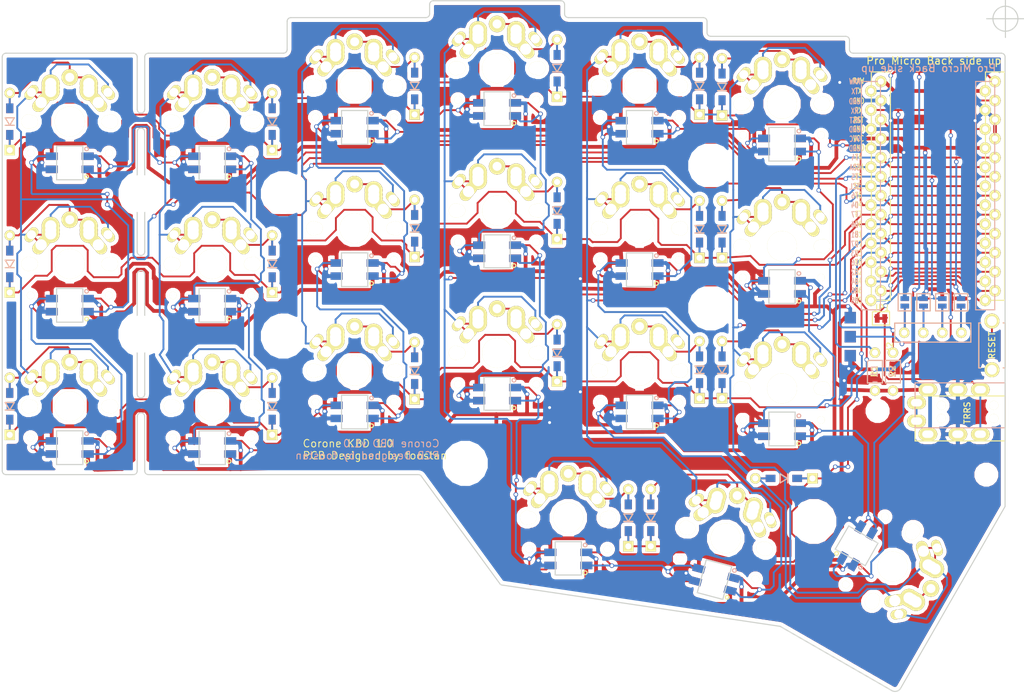
<source format=kicad_pcb>
(kicad_pcb (version 4) (host pcbnew 4.0.7)
  (title_block (title Crkbd) (date 2018/04/11) (rev 1.0) (company foostan))
  (layers (0 F.Cu signal) (31 B.Cu signal) (34 B.Paste user hide) (35 F.Paste user hide) (36 B.SilkS user) (37 F.SilkS user) (38 B.Mask user) (39 F.Mask user) (44 Edge.Cuts user))
  (net 0 "")
  (net 1 row0)
  (net 2 "Net-(D1-Pad2)")
  (net 3 row1)
  (net 4 "Net-(D2-Pad2)")
  (net 5 row2)
  (net 6 "Net-(D3-Pad2)")
  (net 7 row3)
  (net 8 "Net-(D4-Pad2)")
  (net 9 "Net-(D5-Pad2)")
  (net 10 "Net-(D6-Pad2)")
  (net 11 "Net-(D7-Pad2)")
  (net 12 "Net-(D8-Pad2)")
  (net 13 "Net-(D9-Pad2)")
  (net 14 "Net-(D10-Pad2)")
  (net 15 "Net-(D11-Pad2)")
  (net 16 "Net-(D12-Pad2)")
  (net 17 "Net-(D13-Pad2)")
  (net 18 "Net-(D14-Pad2)")
  (net 19 "Net-(D15-Pad2)")
  (net 20 "Net-(D16-Pad2)")
  (net 21 "Net-(D17-Pad2)")
  (net 22 "Net-(D18-Pad2)")
  (net 23 "Net-(D19-Pad2)")
  (net 24 "Net-(D20-Pad2)")
  (net 25 "Net-(D21-Pad2)")
  (net 26 GND)
  (net 27 VCC)
  (net 28 col0)
  (net 29 col1)
  (net 30 col2)
  (net 31 col3)
  (net 32 col4)
  (net 33 col5)
  (net 34 LED)
  (net 35 data)
  (net 36 "Net-(L1-Pad3)")
  (net 37 "Net-(L1-Pad1)")
  (net 38 "Net-(L3-Pad3)")
  (net 39 "Net-(L10-Pad1)")
  (net 40 "Net-(L11-Pad1)")
  (net 41 "Net-(L13-Pad1)")
  (net 42 "Net-(L14-Pad3)")
  (net 43 "Net-(L10-Pad3)")
  (net 44 "Net-(L12-Pad1)")
  (net 45 "Net-(L13-Pad3)")
  (net 46 "Net-(L15-Pad3)")
  (net 47 "Net-(L16-Pad3)")
  (net 48 reset)
  (net 49 SCL)
  (net 50 SDA)
  (net 51 "Net-(L5-Pad3)")
  (net 52 "Net-(U1-Pad14)")
  (net 53 "Net-(U1-Pad13)")
  (net 54 "Net-(U1-Pad12)")
  (net 55 "Net-(U1-Pad11)")
  (net 56 "Net-(J2-Pad1)")
  (net 57 "Net-(J2-Pad2)")
  (net 58 "Net-(J2-Pad3)")
  (net 59 "Net-(J2-Pad4)")
  (net 60 "Net-(L2-Pad3)")
  (net 61 "Net-(L3-Pad1)")
  (net 62 "Net-(L11-Pad3)")
  (net 63 "Net-(L14-Pad1)")
  (net 64 "Net-(L12-Pad3)")
  (net 65 "Net-(L17-Pad1)")
  (net 66 "Net-(L18-Pad3)")
  (net 67 "Net-(L19-Pad3)")
  (net 68 "Net-(J1-PadA)")
  (net 69 "Net-(J1-PadB)")
  (net 70 "Net-(U1-Pad24)")
  (module Mounting_Holes:MountingHole_2.2mm_M2 (layer F.Cu) (at 155.5 102)
    (fp_text reference "" (at 0 -3.2) (layer F.SilkS))
    (fp_text value "")
    (pad "" np_thru_hole circle (at 0 0) (size 5 5) (drill 5) (layers *.Cu *.Mask))
  )
  (module Mounting_Holes:MountingHole_2.2mm_M2 (layer F.Cu) (at 169.25 130.5)
    (fp_text reference "" (at 0 -3.2) (layer F.SilkS))
    (fp_text value "")
    (pad "" np_thru_hole circle (at 0 0) (size 5 5) (drill 5) (layers *.Cu *.Mask))
  )
  (module Mounting_Holes:MountingHole_2.2mm_M2 (layer F.Cu) (at 122.75 122.75)
    (fp_text reference "" (at 0 -3.2) (layer F.SilkS))
    (fp_text value "")
    (pad "" np_thru_hole circle (at 0 0) (size 5 5) (drill 5) (layers *.Cu *.Mask))
  )
  (module Mounting_Holes:MountingHole_2.2mm_M2 (layer F.Cu) (at 155.5 83)
    (fp_text reference "" (at 0 -3.2) (layer F.SilkS))
    (fp_text value "")
    (pad "" np_thru_hole circle (at 0 0) (size 5 5) (drill 5) (layers *.Cu *.Mask))
  )
  (module Mounting_Holes:MountingHole_2.2mm_M2 (layer F.Cu) (at 98.5 105.75)
    (fp_text reference "" (at 0 -3.2) (layer F.SilkS))
    (fp_text value "")
    (pad "" np_thru_hole circle (at 0 0) (size 5 5) (drill 5) (layers *.Cu *.Mask))
  )
  (module Mounting_Holes:MountingHole_2.2mm_M2 (layer F.Cu) (at 98.5 86.75)
    (fp_text reference "" (at 0 -3.2) (layer F.SilkS))
    (fp_text value "")
    (pad "" np_thru_hole circle (at 0 0) (size 5 5) (drill 5) (layers *.Cu *.Mask))
  )
  (module Mounting_Holes:MountingHole_2.2mm_M2 (layer F.Cu) (at 79.5 105.5)
    (fp_text reference "" (at 0 -3.2) (layer F.SilkS))
    (fp_text value "")
    (pad "" np_thru_hole circle (at 0 0) (size 5 5) (drill 5) (layers *.Cu *.Mask))
  )
  (module Mounting_Holes:MountingHole_2.2mm_M2 (layer F.Cu) (at 79.5 86.75)
    (fp_text reference "" (at 0 -3.2) (layer F.SilkS))
    (fp_text value "")
    (pad "" np_thru_hole circle (at 0 0) (size 5 5) (drill 5) (layers *.Cu *.Mask))
  )
  (module Mounting_Holes:MountingHole_2.2mm_M2 (layer F.Cu) (at 192.25 124.25)
    (fp_text reference "" (at 0 -3.2) (layer F.SilkS))
    (fp_text value "")
    (pad 1 np_thru_hole circle (at 0 0) (size 2.2 2.2) (drill 2.2) (layers *.Cu *.Mask))
  )
  (module Mounting_Holes:MountingHole_2.2mm_M2 (layer F.Cu) (at 177.75 115.75)
    (fp_text reference "" (at 0 -3.2) (layer F.SilkS))
    (fp_text value "")
    (pad 1 np_thru_hole circle (at 0 0) (size 2.2 2.2) (drill 2.2) (layers *.Cu *.Mask))
  )
  (module kbd:MX_ALPS_PG1350_noLed_1.75u (layer F.Cu) (at 179.75 136.5 240)
    (fp_text reference SW21 hide)
    (fp_text value SW_PUSH hide)
    (pad 1 thru_hole oval (at 5.1 -3.9 190) (size 2.2 1.25) (drill 1.2) (layers *.Cu *.Mask F.SilkS) (net 33 col5))
    (pad "" np_thru_hole circle (at 0 0 330) (size 4 4) (drill 4) (layers *.Cu *.Mask F.SilkS))
    (pad "" np_thru_hole circle (at -5.5 0 330) (size 1.9 1.9) (drill 1.9) (layers *.Cu *.Mask F.SilkS))
    (pad "" np_thru_hole circle (at 5.5 0 330) (size 1.9 1.9) (drill 1.9) (layers *.Cu *.Mask F.SilkS))
    (pad 1 thru_hole oval (at -5.1 -3.9 290) (size 2.2 1.25) (drill 1.2) (layers *.Cu *.Mask F.SilkS) (net 33 col5))
    (pad 2 thru_hole circle (at 0 -5.9 330) (size 2.2 2.2) (drill 1.2) (layers *.Cu *.Mask F.SilkS) (net 25 "Net-(D21-Pad2)"))
    (pad 2 thru_hole circle (at 2.54 -5.08 240) (size 2.4 2.4) (drill 1.5) (layers *.Cu *.Mask F.SilkS) (net 25 "Net-(D21-Pad2)"))
    (pad 1 thru_hole oval (at -3.81 -2.54 290) (size 2.8 1.55) (drill 1.5) (layers *.Cu *.Mask F.SilkS) (net 33 col5))
    (pad 1 thru_hole circle (at -2.54 -5.08 240) (size 2.4 2.4) (drill 1.5) (layers *.Cu *.Mask F.SilkS) (net 33 col5))
    (pad 2 thru_hole oval (at 3.81 -2.54 190) (size 2.8 1.55) (drill 1.5) (layers *.Cu *.Mask F.SilkS) (net 25 "Net-(D21-Pad2)"))
    (pad 2 thru_hole circle (at 2.54 -4.5 240) (size 2.4 2.4) (drill 1.5) (layers *.Cu *.Mask F.SilkS) (net 25 "Net-(D21-Pad2)"))
    (pad 2 thru_hole circle (at 2.54 -4 240) (size 2.4 2.4) (drill 1.5) (layers *.Cu *.Mask F.SilkS) (net 25 "Net-(D21-Pad2)"))
    (pad 1 thru_hole circle (at -2.54 -4 240) (size 2.4 2.4) (drill 1.5) (layers *.Cu *.Mask F.SilkS) (net 33 col5))
    (pad 1 thru_hole circle (at -2.54 -4.5 240) (size 2.4 2.4) (drill 1.5) (layers *.Cu *.Mask F.SilkS) (net 33 col5))
    (pad "" np_thru_hole circle (at 5.08 0 240) (size 1.7 1.7) (drill 1.7) (layers *.Cu *.Mask F.SilkS))
    (pad "" np_thru_hole circle (at -5.08 0 240) (size 1.7 1.7) (drill 1.7) (layers *.Cu *.Mask F.SilkS))
    (pad "" np_thru_hole circle (at 5.22 4.2 240) (size 1 1) (drill 1) (layers *.Cu *.Mask F.SilkS))
    (pad "" np_thru_hole circle (at -5.22 4.2 240) (size 1 1) (drill 1) (layers *.Cu *.Mask F.SilkS))
  )
  (module kbd:D3_TH_SMD (layer F.Cu) (at 62 77.125 90)
    (fp_text reference D1 hide)
    (fp_text value D hide)
    (pad 1 smd rect (at -1.775 0 90) (size 1.3 0.95) (layers F.Cu F.Paste F.Mask) (net 1 row0))
    (pad 2 smd rect (at 1.775 0 90) (size 1.3 0.95) (layers B.Cu B.Paste B.Mask) (net 2 "Net-(D1-Pad2)"))
    (pad 1 smd rect (at -1.775 0 90) (size 1.3 0.95) (layers B.Cu B.Paste B.Mask) (net 1 row0))
    (pad 1 thru_hole rect (at -3.81 0 90) (size 1.397 1.397) (drill 0.8128) (layers *.Cu *.Mask F.SilkS) (net 1 row0))
    (pad 2 thru_hole circle (at 3.81 0 90) (size 1.397 1.397) (drill 0.8128) (layers *.Cu *.Mask F.SilkS) (net 2 "Net-(D1-Pad2)"))
    (pad 2 smd rect (at 1.775 0 90) (size 1.3 0.95) (layers F.Cu F.Paste F.Mask) (net 2 "Net-(D1-Pad2)"))
  )
  (module kbd:D3_TH_SMD (layer F.Cu) (at 97 77.125 90)
    (fp_text reference D2 hide)
    (fp_text value D hide)
    (pad 1 smd rect (at -1.775 0 90) (size 1.3 0.95) (layers F.Cu F.Paste F.Mask) (net 1 row0))
    (pad 2 smd rect (at 1.775 0 90) (size 1.3 0.95) (layers B.Cu B.Paste B.Mask) (net 4 "Net-(D2-Pad2)"))
    (pad 1 smd rect (at -1.775 0 90) (size 1.3 0.95) (layers B.Cu B.Paste B.Mask) (net 1 row0))
    (pad 1 thru_hole rect (at -3.81 0 90) (size 1.397 1.397) (drill 0.8128) (layers *.Cu *.Mask F.SilkS) (net 1 row0))
    (pad 2 thru_hole circle (at 3.81 0 90) (size 1.397 1.397) (drill 0.8128) (layers *.Cu *.Mask F.SilkS) (net 4 "Net-(D2-Pad2)"))
    (pad 2 smd rect (at 1.775 0 90) (size 1.3 0.95) (layers F.Cu F.Paste F.Mask) (net 4 "Net-(D2-Pad2)"))
  )
  (module kbd:D3_TH_SMD (layer F.Cu) (at 116 72.375 90)
    (fp_text reference D3 hide)
    (fp_text value D hide)
    (pad 1 smd rect (at -1.775 0 90) (size 1.3 0.95) (layers F.Cu F.Paste F.Mask) (net 1 row0))
    (pad 2 smd rect (at 1.775 0 90) (size 1.3 0.95) (layers B.Cu B.Paste B.Mask) (net 6 "Net-(D3-Pad2)"))
    (pad 1 smd rect (at -1.775 0 90) (size 1.3 0.95) (layers B.Cu B.Paste B.Mask) (net 1 row0))
    (pad 1 thru_hole rect (at -3.81 0 90) (size 1.397 1.397) (drill 0.8128) (layers *.Cu *.Mask F.SilkS) (net 1 row0))
    (pad 2 thru_hole circle (at 3.81 0 90) (size 1.397 1.397) (drill 0.8128) (layers *.Cu *.Mask F.SilkS) (net 6 "Net-(D3-Pad2)"))
    (pad 2 smd rect (at 1.775 0 90) (size 1.3 0.95) (layers F.Cu F.Paste F.Mask) (net 6 "Net-(D3-Pad2)"))
  )
  (module kbd:D3_TH_SMD (layer F.Cu) (at 135 70 90)
    (fp_text reference D4 hide)
    (fp_text value D hide)
    (pad 1 smd rect (at -1.775 0 90) (size 1.3 0.95) (layers F.Cu F.Paste F.Mask) (net 1 row0))
    (pad 2 smd rect (at 1.775 0 90) (size 1.3 0.95) (layers B.Cu B.Paste B.Mask) (net 8 "Net-(D4-Pad2)"))
    (pad 1 smd rect (at -1.775 0 90) (size 1.3 0.95) (layers B.Cu B.Paste B.Mask) (net 1 row0))
    (pad 1 thru_hole rect (at -3.81 0 90) (size 1.397 1.397) (drill 0.8128) (layers *.Cu *.Mask F.SilkS) (net 1 row0))
    (pad 2 thru_hole circle (at 3.81 0 90) (size 1.397 1.397) (drill 0.8128) (layers *.Cu *.Mask F.SilkS) (net 8 "Net-(D4-Pad2)"))
    (pad 2 smd rect (at 1.775 0 90) (size 1.3 0.95) (layers F.Cu F.Paste F.Mask) (net 8 "Net-(D4-Pad2)"))
  )
  (module kbd:D3_TH_SMD (layer F.Cu) (at 154 72.375 90)
    (fp_text reference D5 hide)
    (fp_text value D hide)
    (pad 1 smd rect (at -1.775 0 90) (size 1.3 0.95) (layers F.Cu F.Paste F.Mask) (net 1 row0))
    (pad 2 smd rect (at 1.775 0 90) (size 1.3 0.95) (layers B.Cu B.Paste B.Mask) (net 9 "Net-(D5-Pad2)"))
    (pad 1 smd rect (at -1.775 0 90) (size 1.3 0.95) (layers B.Cu B.Paste B.Mask) (net 1 row0))
    (pad 1 thru_hole rect (at -3.81 0 90) (size 1.397 1.397) (drill 0.8128) (layers *.Cu *.Mask F.SilkS) (net 1 row0))
    (pad 2 thru_hole circle (at 3.81 0 90) (size 1.397 1.397) (drill 0.8128) (layers *.Cu *.Mask F.SilkS) (net 9 "Net-(D5-Pad2)"))
    (pad 2 smd rect (at 1.775 0 90) (size 1.3 0.95) (layers F.Cu F.Paste F.Mask) (net 9 "Net-(D5-Pad2)"))
  )
  (module kbd:D3_TH_SMD (layer F.Cu) (at 157 72.5 90)
    (fp_text reference D6 hide)
    (fp_text value D hide)
    (pad 1 smd rect (at -1.775 0 90) (size 1.3 0.95) (layers F.Cu F.Paste F.Mask) (net 1 row0))
    (pad 2 smd rect (at 1.775 0 90) (size 1.3 0.95) (layers B.Cu B.Paste B.Mask) (net 10 "Net-(D6-Pad2)"))
    (pad 1 smd rect (at -1.775 0 90) (size 1.3 0.95) (layers B.Cu B.Paste B.Mask) (net 1 row0))
    (pad 1 thru_hole rect (at -3.81 0 90) (size 1.397 1.397) (drill 0.8128) (layers *.Cu *.Mask F.SilkS) (net 1 row0))
    (pad 2 thru_hole circle (at 3.81 0 90) (size 1.397 1.397) (drill 0.8128) (layers *.Cu *.Mask F.SilkS) (net 10 "Net-(D6-Pad2)"))
    (pad 2 smd rect (at 1.775 0 90) (size 1.3 0.95) (layers F.Cu F.Paste F.Mask) (net 10 "Net-(D6-Pad2)"))
  )
  (module kbd:D3_TH_SMD (layer F.Cu) (at 62 96.125 90)
    (fp_text reference D7 hide)
    (fp_text value D hide)
    (pad 1 smd rect (at -1.775 0 90) (size 1.3 0.95) (layers F.Cu F.Paste F.Mask) (net 3 row1))
    (pad 2 smd rect (at 1.775 0 90) (size 1.3 0.95) (layers B.Cu B.Paste B.Mask) (net 11 "Net-(D7-Pad2)"))
    (pad 1 smd rect (at -1.775 0 90) (size 1.3 0.95) (layers B.Cu B.Paste B.Mask) (net 3 row1))
    (pad 1 thru_hole rect (at -3.81 0 90) (size 1.397 1.397) (drill 0.8128) (layers *.Cu *.Mask F.SilkS) (net 3 row1))
    (pad 2 thru_hole circle (at 3.81 0 90) (size 1.397 1.397) (drill 0.8128) (layers *.Cu *.Mask F.SilkS) (net 11 "Net-(D7-Pad2)"))
    (pad 2 smd rect (at 1.775 0 90) (size 1.3 0.95) (layers F.Cu F.Paste F.Mask) (net 11 "Net-(D7-Pad2)"))
  )
  (module kbd:D3_TH_SMD (layer F.Cu) (at 97 96.125 90)
    (fp_text reference D8 hide)
    (fp_text value D hide)
    (pad 1 smd rect (at -1.775 0 90) (size 1.3 0.95) (layers F.Cu F.Paste F.Mask) (net 3 row1))
    (pad 2 smd rect (at 1.775 0 90) (size 1.3 0.95) (layers B.Cu B.Paste B.Mask) (net 12 "Net-(D8-Pad2)"))
    (pad 1 smd rect (at -1.775 0 90) (size 1.3 0.95) (layers B.Cu B.Paste B.Mask) (net 3 row1))
    (pad 1 thru_hole rect (at -3.81 0 90) (size 1.397 1.397) (drill 0.8128) (layers *.Cu *.Mask F.SilkS) (net 3 row1))
    (pad 2 thru_hole circle (at 3.81 0 90) (size 1.397 1.397) (drill 0.8128) (layers *.Cu *.Mask F.SilkS) (net 12 "Net-(D8-Pad2)"))
    (pad 2 smd rect (at 1.775 0 90) (size 1.3 0.95) (layers F.Cu F.Paste F.Mask) (net 12 "Net-(D8-Pad2)"))
  )
  (module kbd:D3_TH_SMD (layer F.Cu) (at 116 91.375 90)
    (fp_text reference D9 hide)
    (fp_text value D hide)
    (pad 1 smd rect (at -1.775 0 90) (size 1.3 0.95) (layers F.Cu F.Paste F.Mask) (net 3 row1))
    (pad 2 smd rect (at 1.775 0 90) (size 1.3 0.95) (layers B.Cu B.Paste B.Mask) (net 13 "Net-(D9-Pad2)"))
    (pad 1 smd rect (at -1.775 0 90) (size 1.3 0.95) (layers B.Cu B.Paste B.Mask) (net 3 row1))
    (pad 1 thru_hole rect (at -3.81 0 90) (size 1.397 1.397) (drill 0.8128) (layers *.Cu *.Mask F.SilkS) (net 3 row1))
    (pad 2 thru_hole circle (at 3.81 0 90) (size 1.397 1.397) (drill 0.8128) (layers *.Cu *.Mask F.SilkS) (net 13 "Net-(D9-Pad2)"))
    (pad 2 smd rect (at 1.775 0 90) (size 1.3 0.95) (layers F.Cu F.Paste F.Mask) (net 13 "Net-(D9-Pad2)"))
  )
  (module kbd:D3_TH_SMD (layer F.Cu) (at 135 89 90)
    (fp_text reference D10 hide)
    (fp_text value D hide)
    (pad 1 smd rect (at -1.775 0 90) (size 1.3 0.95) (layers F.Cu F.Paste F.Mask) (net 3 row1))
    (pad 2 smd rect (at 1.775 0 90) (size 1.3 0.95) (layers B.Cu B.Paste B.Mask) (net 14 "Net-(D10-Pad2)"))
    (pad 1 smd rect (at -1.775 0 90) (size 1.3 0.95) (layers B.Cu B.Paste B.Mask) (net 3 row1))
    (pad 1 thru_hole rect (at -3.81 0 90) (size 1.397 1.397) (drill 0.8128) (layers *.Cu *.Mask F.SilkS) (net 3 row1))
    (pad 2 thru_hole circle (at 3.81 0 90) (size 1.397 1.397) (drill 0.8128) (layers *.Cu *.Mask F.SilkS) (net 14 "Net-(D10-Pad2)"))
    (pad 2 smd rect (at 1.775 0 90) (size 1.3 0.95) (layers F.Cu F.Paste F.Mask) (net 14 "Net-(D10-Pad2)"))
  )
  (module kbd:D3_TH_SMD (layer F.Cu) (at 154 91.5 90)
    (fp_text reference D11 hide)
    (fp_text value D hide)
    (pad 1 smd rect (at -1.775 0 90) (size 1.3 0.95) (layers F.Cu F.Paste F.Mask) (net 3 row1))
    (pad 2 smd rect (at 1.775 0 90) (size 1.3 0.95) (layers B.Cu B.Paste B.Mask) (net 15 "Net-(D11-Pad2)"))
    (pad 1 smd rect (at -1.775 0 90) (size 1.3 0.95) (layers B.Cu B.Paste B.Mask) (net 3 row1))
    (pad 1 thru_hole rect (at -3.81 0 90) (size 1.397 1.397) (drill 0.8128) (layers *.Cu *.Mask F.SilkS) (net 3 row1))
    (pad 2 thru_hole circle (at 3.81 0 90) (size 1.397 1.397) (drill 0.8128) (layers *.Cu *.Mask F.SilkS) (net 15 "Net-(D11-Pad2)"))
    (pad 2 smd rect (at 1.775 0 90) (size 1.3 0.95) (layers F.Cu F.Paste F.Mask) (net 15 "Net-(D11-Pad2)"))
  )
  (module kbd:D3_TH_SMD (layer F.Cu) (at 157 91.5 90)
    (fp_text reference D12 hide)
    (fp_text value D hide)
    (pad 1 smd rect (at -1.775 0 90) (size 1.3 0.95) (layers F.Cu F.Paste F.Mask) (net 3 row1))
    (pad 2 smd rect (at 1.775 0 90) (size 1.3 0.95) (layers B.Cu B.Paste B.Mask) (net 16 "Net-(D12-Pad2)"))
    (pad 1 smd rect (at -1.775 0 90) (size 1.3 0.95) (layers B.Cu B.Paste B.Mask) (net 3 row1))
    (pad 1 thru_hole rect (at -3.81 0 90) (size 1.397 1.397) (drill 0.8128) (layers *.Cu *.Mask F.SilkS) (net 3 row1))
    (pad 2 thru_hole circle (at 3.81 0 90) (size 1.397 1.397) (drill 0.8128) (layers *.Cu *.Mask F.SilkS) (net 16 "Net-(D12-Pad2)"))
    (pad 2 smd rect (at 1.775 0 90) (size 1.3 0.95) (layers F.Cu F.Paste F.Mask) (net 16 "Net-(D12-Pad2)"))
  )
  (module kbd:D3_TH_SMD (layer F.Cu) (at 62 115.125 90)
    (fp_text reference D13 hide)
    (fp_text value D hide)
    (pad 1 smd rect (at -1.775 0 90) (size 1.3 0.95) (layers F.Cu F.Paste F.Mask) (net 5 row2))
    (pad 2 smd rect (at 1.775 0 90) (size 1.3 0.95) (layers B.Cu B.Paste B.Mask) (net 17 "Net-(D13-Pad2)"))
    (pad 1 smd rect (at -1.775 0 90) (size 1.3 0.95) (layers B.Cu B.Paste B.Mask) (net 5 row2))
    (pad 1 thru_hole rect (at -3.81 0 90) (size 1.397 1.397) (drill 0.8128) (layers *.Cu *.Mask F.SilkS) (net 5 row2))
    (pad 2 thru_hole circle (at 3.81 0 90) (size 1.397 1.397) (drill 0.8128) (layers *.Cu *.Mask F.SilkS) (net 17 "Net-(D13-Pad2)"))
    (pad 2 smd rect (at 1.775 0 90) (size 1.3 0.95) (layers F.Cu F.Paste F.Mask) (net 17 "Net-(D13-Pad2)"))
  )
  (module kbd:D3_TH_SMD (layer F.Cu) (at 97 115.125 90)
    (fp_text reference D14 hide)
    (fp_text value D hide)
    (pad 1 smd rect (at -1.775 0 90) (size 1.3 0.95) (layers F.Cu F.Paste F.Mask) (net 5 row2))
    (pad 2 smd rect (at 1.775 0 90) (size 1.3 0.95) (layers B.Cu B.Paste B.Mask) (net 18 "Net-(D14-Pad2)"))
    (pad 1 smd rect (at -1.775 0 90) (size 1.3 0.95) (layers B.Cu B.Paste B.Mask) (net 5 row2))
    (pad 1 thru_hole rect (at -3.81 0 90) (size 1.397 1.397) (drill 0.8128) (layers *.Cu *.Mask F.SilkS) (net 5 row2))
    (pad 2 thru_hole circle (at 3.81 0 90) (size 1.397 1.397) (drill 0.8128) (layers *.Cu *.Mask F.SilkS) (net 18 "Net-(D14-Pad2)"))
    (pad 2 smd rect (at 1.775 0 90) (size 1.3 0.95) (layers F.Cu F.Paste F.Mask) (net 18 "Net-(D14-Pad2)"))
  )
  (module kbd:D3_TH_SMD (layer F.Cu) (at 116 110.375 90)
    (fp_text reference D15 hide)
    (fp_text value D hide)
    (pad 1 smd rect (at -1.775 0 90) (size 1.3 0.95) (layers F.Cu F.Paste F.Mask) (net 5 row2))
    (pad 2 smd rect (at 1.775 0 90) (size 1.3 0.95) (layers B.Cu B.Paste B.Mask) (net 19 "Net-(D15-Pad2)"))
    (pad 1 smd rect (at -1.775 0 90) (size 1.3 0.95) (layers B.Cu B.Paste B.Mask) (net 5 row2))
    (pad 1 thru_hole rect (at -3.81 0 90) (size 1.397 1.397) (drill 0.8128) (layers *.Cu *.Mask F.SilkS) (net 5 row2))
    (pad 2 thru_hole circle (at 3.81 0 90) (size 1.397 1.397) (drill 0.8128) (layers *.Cu *.Mask F.SilkS) (net 19 "Net-(D15-Pad2)"))
    (pad 2 smd rect (at 1.775 0 90) (size 1.3 0.95) (layers F.Cu F.Paste F.Mask) (net 19 "Net-(D15-Pad2)"))
  )
  (module kbd:D3_TH_SMD (layer F.Cu) (at 135 108 90)
    (fp_text reference D16 hide)
    (fp_text value D hide)
    (pad 1 smd rect (at -1.775 0 90) (size 1.3 0.95) (layers F.Cu F.Paste F.Mask) (net 5 row2))
    (pad 2 smd rect (at 1.775 0 90) (size 1.3 0.95) (layers B.Cu B.Paste B.Mask) (net 20 "Net-(D16-Pad2)"))
    (pad 1 smd rect (at -1.775 0 90) (size 1.3 0.95) (layers B.Cu B.Paste B.Mask) (net 5 row2))
    (pad 1 thru_hole rect (at -3.81 0 90) (size 1.397 1.397) (drill 0.8128) (layers *.Cu *.Mask F.SilkS) (net 5 row2))
    (pad 2 thru_hole circle (at 3.81 0 90) (size 1.397 1.397) (drill 0.8128) (layers *.Cu *.Mask F.SilkS) (net 20 "Net-(D16-Pad2)"))
    (pad 2 smd rect (at 1.775 0 90) (size 1.3 0.95) (layers F.Cu F.Paste F.Mask) (net 20 "Net-(D16-Pad2)"))
  )
  (module kbd:D3_TH_SMD (layer F.Cu) (at 154 110.25 90)
    (fp_text reference D17 hide)
    (fp_text value D hide)
    (pad 1 smd rect (at -1.775 0 90) (size 1.3 0.95) (layers F.Cu F.Paste F.Mask) (net 5 row2))
    (pad 2 smd rect (at 1.775 0 90) (size 1.3 0.95) (layers B.Cu B.Paste B.Mask) (net 21 "Net-(D17-Pad2)"))
    (pad 1 smd rect (at -1.775 0 90) (size 1.3 0.95) (layers B.Cu B.Paste B.Mask) (net 5 row2))
    (pad 1 thru_hole rect (at -3.81 0 90) (size 1.397 1.397) (drill 0.8128) (layers *.Cu *.Mask F.SilkS) (net 5 row2))
    (pad 2 thru_hole circle (at 3.81 0 90) (size 1.397 1.397) (drill 0.8128) (layers *.Cu *.Mask F.SilkS) (net 21 "Net-(D17-Pad2)"))
    (pad 2 smd rect (at 1.775 0 90) (size 1.3 0.95) (layers F.Cu F.Paste F.Mask) (net 21 "Net-(D17-Pad2)"))
  )
  (module kbd:D3_TH_SMD (layer F.Cu) (at 157 110.25 90)
    (fp_text reference D18 hide)
    (fp_text value D hide)
    (pad 1 smd rect (at -1.775 0 90) (size 1.3 0.95) (layers F.Cu F.Paste F.Mask) (net 5 row2))
    (pad 2 smd rect (at 1.775 0 90) (size 1.3 0.95) (layers B.Cu B.Paste B.Mask) (net 22 "Net-(D18-Pad2)"))
    (pad 1 smd rect (at -1.775 0 90) (size 1.3 0.95) (layers B.Cu B.Paste B.Mask) (net 5 row2))
    (pad 1 thru_hole rect (at -3.81 0 90) (size 1.397 1.397) (drill 0.8128) (layers *.Cu *.Mask F.SilkS) (net 5 row2))
    (pad 2 thru_hole circle (at 3.81 0 90) (size 1.397 1.397) (drill 0.8128) (layers *.Cu *.Mask F.SilkS) (net 22 "Net-(D18-Pad2)"))
    (pad 2 smd rect (at 1.775 0 90) (size 1.3 0.95) (layers F.Cu F.Paste F.Mask) (net 22 "Net-(D18-Pad2)"))
  )
  (module kbd:D3_TH_SMD (layer F.Cu) (at 144.5 130 90)
    (fp_text reference D19 hide)
    (fp_text value D hide)
    (pad 1 smd rect (at -1.775 0 90) (size 1.3 0.95) (layers F.Cu F.Paste F.Mask) (net 7 row3))
    (pad 2 smd rect (at 1.775 0 90) (size 1.3 0.95) (layers B.Cu B.Paste B.Mask) (net 23 "Net-(D19-Pad2)"))
    (pad 1 smd rect (at -1.775 0 90) (size 1.3 0.95) (layers B.Cu B.Paste B.Mask) (net 7 row3))
    (pad 1 thru_hole rect (at -3.81 0 90) (size 1.397 1.397) (drill 0.8128) (layers *.Cu *.Mask F.SilkS) (net 7 row3))
    (pad 2 thru_hole circle (at 3.81 0 90) (size 1.397 1.397) (drill 0.8128) (layers *.Cu *.Mask F.SilkS) (net 23 "Net-(D19-Pad2)"))
    (pad 2 smd rect (at 1.775 0 90) (size 1.3 0.95) (layers F.Cu F.Paste F.Mask) (net 23 "Net-(D19-Pad2)"))
  )
  (module kbd:D3_TH_SMD (layer F.Cu) (at 147.5 130 90)
    (fp_text reference D20 hide)
    (fp_text value D hide)
    (pad 1 smd rect (at -1.775 0 90) (size 1.3 0.95) (layers F.Cu F.Paste F.Mask) (net 7 row3))
    (pad 2 smd rect (at 1.775 0 90) (size 1.3 0.95) (layers B.Cu B.Paste B.Mask) (net 24 "Net-(D20-Pad2)"))
    (pad 1 smd rect (at -1.775 0 90) (size 1.3 0.95) (layers B.Cu B.Paste B.Mask) (net 7 row3))
    (pad 1 thru_hole rect (at -3.81 0 90) (size 1.397 1.397) (drill 0.8128) (layers *.Cu *.Mask F.SilkS) (net 7 row3))
    (pad 2 thru_hole circle (at 3.81 0 90) (size 1.397 1.397) (drill 0.8128) (layers *.Cu *.Mask F.SilkS) (net 24 "Net-(D20-Pad2)"))
    (pad 2 smd rect (at 1.775 0 90) (size 1.3 0.95) (layers F.Cu F.Paste F.Mask) (net 24 "Net-(D20-Pad2)"))
  )
  (module kbd:D3_TH_SMD (layer F.Cu) (at 165.25 124.75 180)
    (fp_text reference D21 hide)
    (fp_text value D hide)
    (pad 1 smd rect (at -1.775 0 180) (size 1.3 0.95) (layers F.Cu F.Paste F.Mask) (net 7 row3))
    (pad 2 smd rect (at 1.775 0 180) (size 1.3 0.95) (layers B.Cu B.Paste B.Mask) (net 25 "Net-(D21-Pad2)"))
    (pad 1 smd rect (at -1.775 0 180) (size 1.3 0.95) (layers B.Cu B.Paste B.Mask) (net 7 row3))
    (pad 1 thru_hole rect (at -3.81 0 180) (size 1.397 1.397) (drill 0.8128) (layers *.Cu *.Mask F.SilkS) (net 7 row3))
    (pad 2 thru_hole circle (at 3.81 0 180) (size 1.397 1.397) (drill 0.8128) (layers *.Cu *.Mask F.SilkS) (net 25 "Net-(D21-Pad2)"))
    (pad 2 smd rect (at 1.775 0 180) (size 1.3 0.95) (layers F.Cu F.Paste F.Mask) (net 25 "Net-(D21-Pad2)"))
  )
  (module kbd:SK6812MINI_rev (layer F.Cu) (at 70 82.625)
    (fp_text reference L1 hide)
    (fp_text value SK6812MINI hide)
    (pad 4 smd rect (at 2.4 0.875) (size 1.6 1) (layers F.Cu F.Paste F.Mask) (net 27 VCC))
    (pad 3 smd rect (at 2.4 -0.875) (size 1.6 1) (layers F.Cu F.Paste F.Mask) (net 36 "Net-(L1-Pad3)"))
    (pad 1 smd rect (at -2.4 0.875) (size 1.6 1) (layers F.Cu F.Paste F.Mask) (net 37 "Net-(L1-Pad1)"))
    (pad 2 smd rect (at -2.4 -0.875) (size 1.6 1) (layers F.Cu F.Paste F.Mask) (net 26 GND))
    (pad 3 smd rect (at 2.4 0.875) (size 1.6 1) (layers B.Cu B.Paste B.Mask) (net 36 "Net-(L1-Pad3)"))
    (pad 4 smd rect (at 2.4 -0.875) (size 1.6 1) (layers B.Cu B.Paste B.Mask) (net 27 VCC))
    (pad 1 smd rect (at -2.4 -0.875) (size 1.6 1) (layers B.Cu B.Paste B.Mask) (net 37 "Net-(L1-Pad1)"))
    (pad 2 smd rect (at -2.4 0.875) (size 1.6 1) (layers B.Cu B.Paste B.Mask) (net 26 GND))
  )
  (module kbd:SK6812MINI_rev (layer F.Cu) (at 89 82.625)
    (fp_text reference L2 hide)
    (fp_text value SK6812MINI hide)
    (pad 4 smd rect (at 2.4 0.875) (size 1.6 1) (layers F.Cu F.Paste F.Mask) (net 27 VCC))
    (pad 3 smd rect (at 2.4 -0.875) (size 1.6 1) (layers F.Cu F.Paste F.Mask) (net 60 "Net-(L2-Pad3)"))
    (pad 1 smd rect (at -2.4 0.875) (size 1.6 1) (layers F.Cu F.Paste F.Mask) (net 36 "Net-(L1-Pad3)"))
    (pad 2 smd rect (at -2.4 -0.875) (size 1.6 1) (layers F.Cu F.Paste F.Mask) (net 26 GND))
    (pad 3 smd rect (at 2.4 0.875) (size 1.6 1) (layers B.Cu B.Paste B.Mask) (net 60 "Net-(L2-Pad3)"))
    (pad 4 smd rect (at 2.4 -0.875) (size 1.6 1) (layers B.Cu B.Paste B.Mask) (net 27 VCC))
    (pad 1 smd rect (at -2.4 -0.875) (size 1.6 1) (layers B.Cu B.Paste B.Mask) (net 36 "Net-(L1-Pad3)"))
    (pad 2 smd rect (at -2.4 0.875) (size 1.6 1) (layers B.Cu B.Paste B.Mask) (net 26 GND))
  )
  (module kbd:SK6812MINI_rev (layer F.Cu) (at 108 77.875)
    (fp_text reference L3 hide)
    (fp_text value SK6812MINI hide)
    (pad 4 smd rect (at 2.4 0.875) (size 1.6 1) (layers F.Cu F.Paste F.Mask) (net 27 VCC))
    (pad 3 smd rect (at 2.4 -0.875) (size 1.6 1) (layers F.Cu F.Paste F.Mask) (net 38 "Net-(L3-Pad3)"))
    (pad 1 smd rect (at -2.4 0.875) (size 1.6 1) (layers F.Cu F.Paste F.Mask) (net 61 "Net-(L3-Pad1)"))
    (pad 2 smd rect (at -2.4 -0.875) (size 1.6 1) (layers F.Cu F.Paste F.Mask) (net 26 GND))
    (pad 3 smd rect (at 2.4 0.875) (size 1.6 1) (layers B.Cu B.Paste B.Mask) (net 38 "Net-(L3-Pad3)"))
    (pad 4 smd rect (at 2.4 -0.875) (size 1.6 1) (layers B.Cu B.Paste B.Mask) (net 27 VCC))
    (pad 1 smd rect (at -2.4 -0.875) (size 1.6 1) (layers B.Cu B.Paste B.Mask) (net 61 "Net-(L3-Pad1)"))
    (pad 2 smd rect (at -2.4 0.875) (size 1.6 1) (layers B.Cu B.Paste B.Mask) (net 26 GND))
  )
  (module kbd:SK6812MINI_rev (layer F.Cu) (at 127 75.5)
    (fp_text reference L4 hide)
    (fp_text value SK6812MINI hide)
    (pad 4 smd rect (at 2.4 0.875) (size 1.6 1) (layers F.Cu F.Paste F.Mask) (net 27 VCC))
    (pad 3 smd rect (at 2.4 -0.875) (size 1.6 1) (layers F.Cu F.Paste F.Mask) (net 39 "Net-(L10-Pad1)"))
    (pad 1 smd rect (at -2.4 0.875) (size 1.6 1) (layers F.Cu F.Paste F.Mask) (net 38 "Net-(L3-Pad3)"))
    (pad 2 smd rect (at -2.4 -0.875) (size 1.6 1) (layers F.Cu F.Paste F.Mask) (net 26 GND))
    (pad 3 smd rect (at 2.4 0.875) (size 1.6 1) (layers B.Cu B.Paste B.Mask) (net 39 "Net-(L10-Pad1)"))
    (pad 4 smd rect (at 2.4 -0.875) (size 1.6 1) (layers B.Cu B.Paste B.Mask) (net 27 VCC))
    (pad 1 smd rect (at -2.4 -0.875) (size 1.6 1) (layers B.Cu B.Paste B.Mask) (net 38 "Net-(L3-Pad3)"))
    (pad 2 smd rect (at -2.4 0.875) (size 1.6 1) (layers B.Cu B.Paste B.Mask) (net 26 GND))
  )
  (module kbd:SK6812MINI_rev (layer F.Cu) (at 146 77.875)
    (fp_text reference L5 hide)
    (fp_text value SK6812MINI hide)
    (pad 4 smd rect (at 2.4 0.875) (size 1.6 1) (layers F.Cu F.Paste F.Mask) (net 27 VCC))
    (pad 3 smd rect (at 2.4 -0.875) (size 1.6 1) (layers F.Cu F.Paste F.Mask) (net 51 "Net-(L5-Pad3)"))
    (pad 1 smd rect (at -2.4 0.875) (size 1.6 1) (layers F.Cu F.Paste F.Mask) (net 62 "Net-(L11-Pad3)"))
    (pad 2 smd rect (at -2.4 -0.875) (size 1.6 1) (layers F.Cu F.Paste F.Mask) (net 26 GND))
    (pad 3 smd rect (at 2.4 0.875) (size 1.6 1) (layers B.Cu B.Paste B.Mask) (net 51 "Net-(L5-Pad3)"))
    (pad 4 smd rect (at 2.4 -0.875) (size 1.6 1) (layers B.Cu B.Paste B.Mask) (net 27 VCC))
    (pad 1 smd rect (at -2.4 -0.875) (size 1.6 1) (layers B.Cu B.Paste B.Mask) (net 62 "Net-(L11-Pad3)"))
    (pad 2 smd rect (at -2.4 0.875) (size 1.6 1) (layers B.Cu B.Paste B.Mask) (net 26 GND))
  )
  (module kbd:SK6812MINI_rev (layer F.Cu) (at 165 80.25)
    (fp_text reference L6 hide)
    (fp_text value SK6812MINI hide)
    (pad 4 smd rect (at 2.4 0.875) (size 1.6 1) (layers F.Cu F.Paste F.Mask) (net 27 VCC))
    (pad 3 smd rect (at 2.4 -0.875) (size 1.6 1) (layers F.Cu F.Paste F.Mask) (net 44 "Net-(L12-Pad1)"))
    (pad 1 smd rect (at -2.4 0.875) (size 1.6 1) (layers F.Cu F.Paste F.Mask) (net 51 "Net-(L5-Pad3)"))
    (pad 2 smd rect (at -2.4 -0.875) (size 1.6 1) (layers F.Cu F.Paste F.Mask) (net 26 GND))
    (pad 3 smd rect (at 2.4 0.875) (size 1.6 1) (layers B.Cu B.Paste B.Mask) (net 44 "Net-(L12-Pad1)"))
    (pad 4 smd rect (at 2.4 -0.875) (size 1.6 1) (layers B.Cu B.Paste B.Mask) (net 27 VCC))
    (pad 1 smd rect (at -2.4 -0.875) (size 1.6 1) (layers B.Cu B.Paste B.Mask) (net 51 "Net-(L5-Pad3)"))
    (pad 2 smd rect (at -2.4 0.875) (size 1.6 1) (layers B.Cu B.Paste B.Mask) (net 26 GND))
  )
  (module kbd:SK6812MINI_rev (layer F.Cu) (at 70 101.625)
    (fp_text reference L7 hide)
    (fp_text value SK6812MINI hide)
    (pad 4 smd rect (at 2.4 0.875) (size 1.6 1) (layers F.Cu F.Paste F.Mask) (net 27 VCC))
    (pad 3 smd rect (at 2.4 -0.875) (size 1.6 1) (layers F.Cu F.Paste F.Mask) (net 37 "Net-(L1-Pad1)"))
    (pad 1 smd rect (at -2.4 0.875) (size 1.6 1) (layers F.Cu F.Paste F.Mask) (net 45 "Net-(L13-Pad3)"))
    (pad 2 smd rect (at -2.4 -0.875) (size 1.6 1) (layers F.Cu F.Paste F.Mask) (net 26 GND))
    (pad 3 smd rect (at 2.4 0.875) (size 1.6 1) (layers B.Cu B.Paste B.Mask) (net 37 "Net-(L1-Pad1)"))
    (pad 4 smd rect (at 2.4 -0.875) (size 1.6 1) (layers B.Cu B.Paste B.Mask) (net 27 VCC))
    (pad 1 smd rect (at -2.4 -0.875) (size 1.6 1) (layers B.Cu B.Paste B.Mask) (net 45 "Net-(L13-Pad3)"))
    (pad 2 smd rect (at -2.4 0.875) (size 1.6 1) (layers B.Cu B.Paste B.Mask) (net 26 GND))
  )
  (module kbd:SK6812MINI_rev (layer F.Cu) (at 89 101.625)
    (fp_text reference L8 hide)
    (fp_text value SK6812MINI hide)
    (pad 4 smd rect (at 2.4 0.875) (size 1.6 1) (layers F.Cu F.Paste F.Mask) (net 27 VCC))
    (pad 3 smd rect (at 2.4 -0.875) (size 1.6 1) (layers F.Cu F.Paste F.Mask) (net 63 "Net-(L14-Pad1)"))
    (pad 1 smd rect (at -2.4 0.875) (size 1.6 1) (layers F.Cu F.Paste F.Mask) (net 60 "Net-(L2-Pad3)"))
    (pad 2 smd rect (at -2.4 -0.875) (size 1.6 1) (layers F.Cu F.Paste F.Mask) (net 26 GND))
    (pad 3 smd rect (at 2.4 0.875) (size 1.6 1) (layers B.Cu B.Paste B.Mask) (net 63 "Net-(L14-Pad1)"))
    (pad 4 smd rect (at 2.4 -0.875) (size 1.6 1) (layers B.Cu B.Paste B.Mask) (net 27 VCC))
    (pad 1 smd rect (at -2.4 -0.875) (size 1.6 1) (layers B.Cu B.Paste B.Mask) (net 60 "Net-(L2-Pad3)"))
    (pad 2 smd rect (at -2.4 0.875) (size 1.6 1) (layers B.Cu B.Paste B.Mask) (net 26 GND))
  )
  (module kbd:SK6812MINI_rev (layer F.Cu) (at 108 96.875)
    (fp_text reference L9 hide)
    (fp_text value SK6812MINI hide)
    (pad 4 smd rect (at 2.4 0.875) (size 1.6 1) (layers F.Cu F.Paste F.Mask) (net 27 VCC))
    (pad 3 smd rect (at 2.4 -0.875) (size 1.6 1) (layers F.Cu F.Paste F.Mask) (net 61 "Net-(L3-Pad1)"))
    (pad 1 smd rect (at -2.4 0.875) (size 1.6 1) (layers F.Cu F.Paste F.Mask) (net 46 "Net-(L15-Pad3)"))
    (pad 2 smd rect (at -2.4 -0.875) (size 1.6 1) (layers F.Cu F.Paste F.Mask) (net 26 GND))
    (pad 3 smd rect (at 2.4 0.875) (size 1.6 1) (layers B.Cu B.Paste B.Mask) (net 61 "Net-(L3-Pad1)"))
    (pad 4 smd rect (at 2.4 -0.875) (size 1.6 1) (layers B.Cu B.Paste B.Mask) (net 27 VCC))
    (pad 1 smd rect (at -2.4 -0.875) (size 1.6 1) (layers B.Cu B.Paste B.Mask) (net 46 "Net-(L15-Pad3)"))
    (pad 2 smd rect (at -2.4 0.875) (size 1.6 1) (layers B.Cu B.Paste B.Mask) (net 26 GND))
  )
  (module kbd:SK6812MINI_rev (layer F.Cu) (at 127 94.5)
    (fp_text reference L10 hide)
    (fp_text value SK6812MINI hide)
    (pad 4 smd rect (at 2.4 0.875) (size 1.6 1) (layers F.Cu F.Paste F.Mask) (net 27 VCC))
    (pad 3 smd rect (at 2.4 -0.875) (size 1.6 1) (layers F.Cu F.Paste F.Mask) (net 43 "Net-(L10-Pad3)"))
    (pad 1 smd rect (at -2.4 0.875) (size 1.6 1) (layers F.Cu F.Paste F.Mask) (net 39 "Net-(L10-Pad1)"))
    (pad 2 smd rect (at -2.4 -0.875) (size 1.6 1) (layers F.Cu F.Paste F.Mask) (net 26 GND))
    (pad 3 smd rect (at 2.4 0.875) (size 1.6 1) (layers B.Cu B.Paste B.Mask) (net 43 "Net-(L10-Pad3)"))
    (pad 4 smd rect (at 2.4 -0.875) (size 1.6 1) (layers B.Cu B.Paste B.Mask) (net 27 VCC))
    (pad 1 smd rect (at -2.4 -0.875) (size 1.6 1) (layers B.Cu B.Paste B.Mask) (net 39 "Net-(L10-Pad1)"))
    (pad 2 smd rect (at -2.4 0.875) (size 1.6 1) (layers B.Cu B.Paste B.Mask) (net 26 GND))
  )
  (module kbd:SK6812MINI_rev (layer F.Cu) (at 146 96.875)
    (fp_text reference L11 hide)
    (fp_text value SK6812MINI hide)
    (pad 4 smd rect (at 2.4 0.875) (size 1.6 1) (layers F.Cu F.Paste F.Mask) (net 27 VCC))
    (pad 3 smd rect (at 2.4 -0.875) (size 1.6 1) (layers F.Cu F.Paste F.Mask) (net 62 "Net-(L11-Pad3)"))
    (pad 1 smd rect (at -2.4 0.875) (size 1.6 1) (layers F.Cu F.Paste F.Mask) (net 40 "Net-(L11-Pad1)"))
    (pad 2 smd rect (at -2.4 -0.875) (size 1.6 1) (layers F.Cu F.Paste F.Mask) (net 26 GND))
    (pad 3 smd rect (at 2.4 0.875) (size 1.6 1) (layers B.Cu B.Paste B.Mask) (net 62 "Net-(L11-Pad3)"))
    (pad 4 smd rect (at 2.4 -0.875) (size 1.6 1) (layers B.Cu B.Paste B.Mask) (net 27 VCC))
    (pad 1 smd rect (at -2.4 -0.875) (size 1.6 1) (layers B.Cu B.Paste B.Mask) (net 40 "Net-(L11-Pad1)"))
    (pad 2 smd rect (at -2.4 0.875) (size 1.6 1) (layers B.Cu B.Paste B.Mask) (net 26 GND))
  )
  (module kbd:SK6812MINI_rev (layer F.Cu) (at 165 99.25)
    (fp_text reference L12 hide)
    (fp_text value SK6812MINI hide)
    (pad 4 smd rect (at 2.4 0.875) (size 1.6 1) (layers F.Cu F.Paste F.Mask) (net 27 VCC))
    (pad 3 smd rect (at 2.4 -0.875) (size 1.6 1) (layers F.Cu F.Paste F.Mask) (net 64 "Net-(L12-Pad3)"))
    (pad 1 smd rect (at -2.4 0.875) (size 1.6 1) (layers F.Cu F.Paste F.Mask) (net 44 "Net-(L12-Pad1)"))
    (pad 2 smd rect (at -2.4 -0.875) (size 1.6 1) (layers F.Cu F.Paste F.Mask) (net 26 GND))
    (pad 3 smd rect (at 2.4 0.875) (size 1.6 1) (layers B.Cu B.Paste B.Mask) (net 64 "Net-(L12-Pad3)"))
    (pad 4 smd rect (at 2.4 -0.875) (size 1.6 1) (layers B.Cu B.Paste B.Mask) (net 27 VCC))
    (pad 1 smd rect (at -2.4 -0.875) (size 1.6 1) (layers B.Cu B.Paste B.Mask) (net 44 "Net-(L12-Pad1)"))
    (pad 2 smd rect (at -2.4 0.875) (size 1.6 1) (layers B.Cu B.Paste B.Mask) (net 26 GND))
  )
  (module kbd:SK6812MINI_rev (layer F.Cu) (at 70 120.625)
    (fp_text reference L13 hide)
    (fp_text value SK6812MINI hide)
    (pad 4 smd rect (at 2.4 0.875) (size 1.6 1) (layers F.Cu F.Paste F.Mask) (net 27 VCC))
    (pad 3 smd rect (at 2.4 -0.875) (size 1.6 1) (layers F.Cu F.Paste F.Mask) (net 45 "Net-(L13-Pad3)"))
    (pad 1 smd rect (at -2.4 0.875) (size 1.6 1) (layers F.Cu F.Paste F.Mask) (net 41 "Net-(L13-Pad1)"))
    (pad 2 smd rect (at -2.4 -0.875) (size 1.6 1) (layers F.Cu F.Paste F.Mask) (net 26 GND))
    (pad 3 smd rect (at 2.4 0.875) (size 1.6 1) (layers B.Cu B.Paste B.Mask) (net 45 "Net-(L13-Pad3)"))
    (pad 4 smd rect (at 2.4 -0.875) (size 1.6 1) (layers B.Cu B.Paste B.Mask) (net 27 VCC))
    (pad 1 smd rect (at -2.4 -0.875) (size 1.6 1) (layers B.Cu B.Paste B.Mask) (net 41 "Net-(L13-Pad1)"))
    (pad 2 smd rect (at -2.4 0.875) (size 1.6 1) (layers B.Cu B.Paste B.Mask) (net 26 GND))
  )
  (module kbd:SK6812MINI_rev (layer F.Cu) (at 89 120.625)
    (fp_text reference L14 hide)
    (fp_text value SK6812MINI hide)
    (pad 4 smd rect (at 2.4 0.875) (size 1.6 1) (layers F.Cu F.Paste F.Mask) (net 27 VCC))
    (pad 3 smd rect (at 2.4 -0.875) (size 1.6 1) (layers F.Cu F.Paste F.Mask) (net 42 "Net-(L14-Pad3)"))
    (pad 1 smd rect (at -2.4 0.875) (size 1.6 1) (layers F.Cu F.Paste F.Mask) (net 63 "Net-(L14-Pad1)"))
    (pad 2 smd rect (at -2.4 -0.875) (size 1.6 1) (layers F.Cu F.Paste F.Mask) (net 26 GND))
    (pad 3 smd rect (at 2.4 0.875) (size 1.6 1) (layers B.Cu B.Paste B.Mask) (net 42 "Net-(L14-Pad3)"))
    (pad 4 smd rect (at 2.4 -0.875) (size 1.6 1) (layers B.Cu B.Paste B.Mask) (net 27 VCC))
    (pad 1 smd rect (at -2.4 -0.875) (size 1.6 1) (layers B.Cu B.Paste B.Mask) (net 63 "Net-(L14-Pad1)"))
    (pad 2 smd rect (at -2.4 0.875) (size 1.6 1) (layers B.Cu B.Paste B.Mask) (net 26 GND))
  )
  (module kbd:SK6812MINI_rev (layer F.Cu) (at 108 115.875)
    (fp_text reference L15 hide)
    (fp_text value SK6812MINI hide)
    (pad 4 smd rect (at 2.4 0.875) (size 1.6 1) (layers F.Cu F.Paste F.Mask) (net 27 VCC))
    (pad 3 smd rect (at 2.4 -0.875) (size 1.6 1) (layers F.Cu F.Paste F.Mask) (net 46 "Net-(L15-Pad3)"))
    (pad 1 smd rect (at -2.4 0.875) (size 1.6 1) (layers F.Cu F.Paste F.Mask) (net 42 "Net-(L14-Pad3)"))
    (pad 2 smd rect (at -2.4 -0.875) (size 1.6 1) (layers F.Cu F.Paste F.Mask) (net 26 GND))
    (pad 3 smd rect (at 2.4 0.875) (size 1.6 1) (layers B.Cu B.Paste B.Mask) (net 46 "Net-(L15-Pad3)"))
    (pad 4 smd rect (at 2.4 -0.875) (size 1.6 1) (layers B.Cu B.Paste B.Mask) (net 27 VCC))
    (pad 1 smd rect (at -2.4 -0.875) (size 1.6 1) (layers B.Cu B.Paste B.Mask) (net 42 "Net-(L14-Pad3)"))
    (pad 2 smd rect (at -2.4 0.875) (size 1.6 1) (layers B.Cu B.Paste B.Mask) (net 26 GND))
  )
  (module kbd:SK6812MINI_rev (layer F.Cu) (at 127 113.5)
    (fp_text reference L16 hide)
    (fp_text value SK6812MINI hide)
    (pad 4 smd rect (at 2.4 0.875) (size 1.6 1) (layers F.Cu F.Paste F.Mask) (net 27 VCC))
    (pad 3 smd rect (at 2.4 -0.875) (size 1.6 1) (layers F.Cu F.Paste F.Mask) (net 47 "Net-(L16-Pad3)"))
    (pad 1 smd rect (at -2.4 0.875) (size 1.6 1) (layers F.Cu F.Paste F.Mask) (net 43 "Net-(L10-Pad3)"))
    (pad 2 smd rect (at -2.4 -0.875) (size 1.6 1) (layers F.Cu F.Paste F.Mask) (net 26 GND))
    (pad 3 smd rect (at 2.4 0.875) (size 1.6 1) (layers B.Cu B.Paste B.Mask) (net 47 "Net-(L16-Pad3)"))
    (pad 4 smd rect (at 2.4 -0.875) (size 1.6 1) (layers B.Cu B.Paste B.Mask) (net 27 VCC))
    (pad 1 smd rect (at -2.4 -0.875) (size 1.6 1) (layers B.Cu B.Paste B.Mask) (net 43 "Net-(L10-Pad3)"))
    (pad 2 smd rect (at -2.4 0.875) (size 1.6 1) (layers B.Cu B.Paste B.Mask) (net 26 GND))
  )
  (module kbd:SK6812MINI_rev (layer F.Cu) (at 146 115.875)
    (fp_text reference L17 hide)
    (fp_text value SK6812MINI hide)
    (pad 4 smd rect (at 2.4 0.875) (size 1.6 1) (layers F.Cu F.Paste F.Mask) (net 27 VCC))
    (pad 3 smd rect (at 2.4 -0.875) (size 1.6 1) (layers F.Cu F.Paste F.Mask) (net 40 "Net-(L11-Pad1)"))
    (pad 1 smd rect (at -2.4 0.875) (size 1.6 1) (layers F.Cu F.Paste F.Mask) (net 65 "Net-(L17-Pad1)"))
    (pad 2 smd rect (at -2.4 -0.875) (size 1.6 1) (layers F.Cu F.Paste F.Mask) (net 26 GND))
    (pad 3 smd rect (at 2.4 0.875) (size 1.6 1) (layers B.Cu B.Paste B.Mask) (net 40 "Net-(L11-Pad1)"))
    (pad 4 smd rect (at 2.4 -0.875) (size 1.6 1) (layers B.Cu B.Paste B.Mask) (net 27 VCC))
    (pad 1 smd rect (at -2.4 -0.875) (size 1.6 1) (layers B.Cu B.Paste B.Mask) (net 65 "Net-(L17-Pad1)"))
    (pad 2 smd rect (at -2.4 0.875) (size 1.6 1) (layers B.Cu B.Paste B.Mask) (net 26 GND))
  )
  (module kbd:SK6812MINI_rev (layer F.Cu) (at 165 118.25)
    (fp_text reference L18 hide)
    (fp_text value SK6812MINI hide)
    (pad 4 smd rect (at 2.4 0.875) (size 1.6 1) (layers F.Cu F.Paste F.Mask) (net 27 VCC))
    (pad 3 smd rect (at 2.4 -0.875) (size 1.6 1) (layers F.Cu F.Paste F.Mask) (net 66 "Net-(L18-Pad3)"))
    (pad 1 smd rect (at -2.4 0.875) (size 1.6 1) (layers F.Cu F.Paste F.Mask) (net 64 "Net-(L12-Pad3)"))
    (pad 2 smd rect (at -2.4 -0.875) (size 1.6 1) (layers F.Cu F.Paste F.Mask) (net 26 GND))
    (pad 3 smd rect (at 2.4 0.875) (size 1.6 1) (layers B.Cu B.Paste B.Mask) (net 66 "Net-(L18-Pad3)"))
    (pad 4 smd rect (at 2.4 -0.875) (size 1.6 1) (layers B.Cu B.Paste B.Mask) (net 27 VCC))
    (pad 1 smd rect (at -2.4 -0.875) (size 1.6 1) (layers B.Cu B.Paste B.Mask) (net 64 "Net-(L12-Pad3)"))
    (pad 2 smd rect (at -2.4 0.875) (size 1.6 1) (layers B.Cu B.Paste B.Mask) (net 26 GND))
  )
  (module kbd:SK6812MINI_rev (layer F.Cu) (at 136.5 135.5)
    (fp_text reference L19 hide)
    (fp_text value SK6812MINI hide)
    (pad 4 smd rect (at 2.4 0.875) (size 1.6 1) (layers F.Cu F.Paste F.Mask) (net 27 VCC))
    (pad 3 smd rect (at 2.4 -0.875) (size 1.6 1) (layers F.Cu F.Paste F.Mask) (net 67 "Net-(L19-Pad3)"))
    (pad 1 smd rect (at -2.4 0.875) (size 1.6 1) (layers F.Cu F.Paste F.Mask) (net 47 "Net-(L16-Pad3)"))
    (pad 2 smd rect (at -2.4 -0.875) (size 1.6 1) (layers F.Cu F.Paste F.Mask) (net 26 GND))
    (pad 3 smd rect (at 2.4 0.875) (size 1.6 1) (layers B.Cu B.Paste B.Mask) (net 67 "Net-(L19-Pad3)"))
    (pad 4 smd rect (at 2.4 -0.875) (size 1.6 1) (layers B.Cu B.Paste B.Mask) (net 27 VCC))
    (pad 1 smd rect (at -2.4 -0.875) (size 1.6 1) (layers B.Cu B.Paste B.Mask) (net 47 "Net-(L16-Pad3)"))
    (pad 2 smd rect (at -2.4 0.875) (size 1.6 1) (layers B.Cu B.Paste B.Mask) (net 26 GND))
  )
  (module kbd:SK6812MINI_rev (layer F.Cu) (at 156 138.25 345)
    (fp_text reference L20 hide)
    (fp_text value SK6812MINI hide)
    (pad 4 smd rect (at 2.4 0.875 345) (size 1.6 1) (layers F.Cu F.Paste F.Mask) (net 27 VCC))
    (pad 3 smd rect (at 2.4 -0.875 345) (size 1.6 1) (layers F.Cu F.Paste F.Mask) (net 65 "Net-(L17-Pad1)"))
    (pad 1 smd rect (at -2.4 0.875 345) (size 1.6 1) (layers F.Cu F.Paste F.Mask) (net 67 "Net-(L19-Pad3)"))
    (pad 2 smd rect (at -2.4 -0.875 345) (size 1.6 1) (layers F.Cu F.Paste F.Mask) (net 26 GND))
    (pad 3 smd rect (at 2.4 0.875 345) (size 1.6 1) (layers B.Cu B.Paste B.Mask) (net 65 "Net-(L17-Pad1)"))
    (pad 4 smd rect (at 2.4 -0.875 345) (size 1.6 1) (layers B.Cu B.Paste B.Mask) (net 27 VCC))
    (pad 1 smd rect (at -2.4 -0.875 345) (size 1.6 1) (layers B.Cu B.Paste B.Mask) (net 67 "Net-(L19-Pad3)"))
    (pad 2 smd rect (at -2.4 0.875 345) (size 1.6 1) (layers B.Cu B.Paste B.Mask) (net 26 GND))
  )
  (module kbd:SK6812MINI_rev (layer F.Cu) (at 175 133.75 240)
    (fp_text reference L21 hide)
    (fp_text value SK6812MINI hide)
    (pad 4 smd rect (at 2.4 0.875 240) (size 1.6 1) (layers F.Cu F.Paste F.Mask) (net 27 VCC))
    (pad 3 smd rect (at 2.4 -0.875 240) (size 1.6 1) (layers F.Cu F.Paste F.Mask) (net 34 LED))
    (pad 1 smd rect (at -2.4 0.875 240) (size 1.6 1) (layers F.Cu F.Paste F.Mask) (net 66 "Net-(L18-Pad3)"))
    (pad 2 smd rect (at -2.4 -0.875 240) (size 1.6 1) (layers F.Cu F.Paste F.Mask) (net 26 GND))
    (pad 3 smd rect (at 2.4 0.875 240) (size 1.6 1) (layers B.Cu B.Paste B.Mask) (net 34 LED))
    (pad 4 smd rect (at 2.4 -0.875 240) (size 1.6 1) (layers B.Cu B.Paste B.Mask) (net 27 VCC))
    (pad 1 smd rect (at -2.4 -0.875 240) (size 1.6 1) (layers B.Cu B.Paste B.Mask) (net 66 "Net-(L18-Pad3)"))
    (pad 2 smd rect (at -2.4 0.875 240) (size 1.6 1) (layers B.Cu B.Paste B.Mask) (net 26 GND))
  )
  (module kbd:SW_3.5x6.0_TH (layer F.Cu) (at 193 107 90)
    (fp_text reference RSW1 hide)
    (fp_text value RESET (at 0 0 90) (layer F.SilkS) (effects (font (size 0.8128 0.8128))))
    (pad 1 thru_hole circle (at 3.25 0 90) (size 2 2) (drill 1.3) (layers *.Cu *.Mask F.SilkS) (net 48 reset))
    (pad 2 thru_hole circle (at -3.25 0 90) (size 2 2) (drill 1.3) (layers *.Cu *.Mask F.SilkS) (net 26 GND))
  )
  (module kbd:MX_ALPS_PG1350_noLed (layer F.Cu) (at 70 77.125)
    (fp_text reference SW1 hide)
    (fp_text value SW_PUSH hide)
    (pad 1 thru_hole oval (at 5.1 -3.9 310) (size 2.2 1.25) (drill 1.2) (layers *.Cu *.Mask F.SilkS) (net 28 col0))
    (pad "" np_thru_hole circle (at 0 0 90) (size 4 4) (drill 4) (layers *.Cu *.Mask F.SilkS))
    (pad "" np_thru_hole circle (at -5.5 0 90) (size 1.9 1.9) (drill 1.9) (layers *.Cu *.Mask F.SilkS))
    (pad "" np_thru_hole circle (at 5.5 0 90) (size 1.9 1.9) (drill 1.9) (layers *.Cu *.Mask F.SilkS))
    (pad 1 thru_hole oval (at -5.1 -3.9 50) (size 2.2 1.25) (drill 1.2) (layers *.Cu *.Mask F.SilkS) (net 28 col0))
    (pad 2 thru_hole circle (at 0 -5.9 90) (size 2.2 2.2) (drill 1.2) (layers *.Cu *.Mask F.SilkS) (net 2 "Net-(D1-Pad2)"))
    (pad 2 thru_hole circle (at 2.54 -5.08) (size 2.4 2.4) (drill 1.5) (layers *.Cu *.Mask F.SilkS) (net 2 "Net-(D1-Pad2)"))
    (pad 1 thru_hole oval (at -3.81 -2.54 50) (size 2.8 1.55) (drill 1.5) (layers *.Cu *.Mask F.SilkS) (net 28 col0))
    (pad 1 thru_hole circle (at -2.54 -5.08) (size 2.4 2.4) (drill 1.5) (layers *.Cu *.Mask F.SilkS) (net 28 col0))
    (pad 2 thru_hole oval (at 3.81 -2.54 310) (size 2.8 1.55) (drill 1.5) (layers *.Cu *.Mask F.SilkS) (net 2 "Net-(D1-Pad2)"))
    (pad 2 thru_hole circle (at 2.54 -4.5) (size 2.4 2.4) (drill 1.5) (layers *.Cu *.Mask F.SilkS) (net 2 "Net-(D1-Pad2)"))
    (pad 2 thru_hole circle (at 2.54 -4) (size 2.4 2.4) (drill 1.5) (layers *.Cu *.Mask F.SilkS) (net 2 "Net-(D1-Pad2)"))
    (pad 1 thru_hole circle (at -2.54 -4) (size 2.4 2.4) (drill 1.5) (layers *.Cu *.Mask F.SilkS) (net 28 col0))
    (pad 1 thru_hole circle (at -2.54 -4.5) (size 2.4 2.4) (drill 1.5) (layers *.Cu *.Mask F.SilkS) (net 28 col0))
    (pad "" np_thru_hole circle (at 5.08 0) (size 1.7 1.7) (drill 1.7) (layers *.Cu *.Mask F.SilkS))
    (pad "" np_thru_hole circle (at -5.08 0) (size 1.7 1.7) (drill 1.7) (layers *.Cu *.Mask F.SilkS))
    (pad "" np_thru_hole circle (at 5.22 4.2) (size 1 1) (drill 1) (layers *.Cu *.Mask F.SilkS))
    (pad "" np_thru_hole circle (at -5.22 4.2) (size 1 1) (drill 1) (layers *.Cu *.Mask F.SilkS))
  )
  (module kbd:MX_ALPS_PG1350_noLed (layer F.Cu) (at 89 77.125)
    (fp_text reference SW2 hide)
    (fp_text value SW_PUSH hide)
    (pad 1 thru_hole oval (at 5.1 -3.9 310) (size 2.2 1.25) (drill 1.2) (layers *.Cu *.Mask F.SilkS) (net 29 col1))
    (pad "" np_thru_hole circle (at 0 0 90) (size 4 4) (drill 4) (layers *.Cu *.Mask F.SilkS))
    (pad "" np_thru_hole circle (at -5.5 0 90) (size 1.9 1.9) (drill 1.9) (layers *.Cu *.Mask F.SilkS))
    (pad "" np_thru_hole circle (at 5.5 0 90) (size 1.9 1.9) (drill 1.9) (layers *.Cu *.Mask F.SilkS))
    (pad 1 thru_hole oval (at -5.1 -3.9 50) (size 2.2 1.25) (drill 1.2) (layers *.Cu *.Mask F.SilkS) (net 29 col1))
    (pad 2 thru_hole circle (at 0 -5.9 90) (size 2.2 2.2) (drill 1.2) (layers *.Cu *.Mask F.SilkS) (net 4 "Net-(D2-Pad2)"))
    (pad 2 thru_hole circle (at 2.54 -5.08) (size 2.4 2.4) (drill 1.5) (layers *.Cu *.Mask F.SilkS) (net 4 "Net-(D2-Pad2)"))
    (pad 1 thru_hole oval (at -3.81 -2.54 50) (size 2.8 1.55) (drill 1.5) (layers *.Cu *.Mask F.SilkS) (net 29 col1))
    (pad 1 thru_hole circle (at -2.54 -5.08) (size 2.4 2.4) (drill 1.5) (layers *.Cu *.Mask F.SilkS) (net 29 col1))
    (pad 2 thru_hole oval (at 3.81 -2.54 310) (size 2.8 1.55) (drill 1.5) (layers *.Cu *.Mask F.SilkS) (net 4 "Net-(D2-Pad2)"))
    (pad 2 thru_hole circle (at 2.54 -4.5) (size 2.4 2.4) (drill 1.5) (layers *.Cu *.Mask F.SilkS) (net 4 "Net-(D2-Pad2)"))
    (pad 2 thru_hole circle (at 2.54 -4) (size 2.4 2.4) (drill 1.5) (layers *.Cu *.Mask F.SilkS) (net 4 "Net-(D2-Pad2)"))
    (pad 1 thru_hole circle (at -2.54 -4) (size 2.4 2.4) (drill 1.5) (layers *.Cu *.Mask F.SilkS) (net 29 col1))
    (pad 1 thru_hole circle (at -2.54 -4.5) (size 2.4 2.4) (drill 1.5) (layers *.Cu *.Mask F.SilkS) (net 29 col1))
    (pad "" np_thru_hole circle (at 5.08 0) (size 1.7 1.7) (drill 1.7) (layers *.Cu *.Mask F.SilkS))
    (pad "" np_thru_hole circle (at -5.08 0) (size 1.7 1.7) (drill 1.7) (layers *.Cu *.Mask F.SilkS))
    (pad "" np_thru_hole circle (at 5.22 4.2) (size 1 1) (drill 1) (layers *.Cu *.Mask F.SilkS))
    (pad "" np_thru_hole circle (at -5.22 4.2) (size 1 1) (drill 1) (layers *.Cu *.Mask F.SilkS))
  )
  (module kbd:MX_ALPS_PG1350_noLed (layer F.Cu) (at 108 72.375)
    (fp_text reference SW3 hide)
    (fp_text value SW_PUSH hide)
    (pad 1 thru_hole oval (at 5.1 -3.9 310) (size 2.2 1.25) (drill 1.2) (layers *.Cu *.Mask F.SilkS) (net 30 col2))
    (pad "" np_thru_hole circle (at 0 0 90) (size 4 4) (drill 4) (layers *.Cu *.Mask F.SilkS))
    (pad "" np_thru_hole circle (at -5.5 0 90) (size 1.9 1.9) (drill 1.9) (layers *.Cu *.Mask F.SilkS))
    (pad "" np_thru_hole circle (at 5.5 0 90) (size 1.9 1.9) (drill 1.9) (layers *.Cu *.Mask F.SilkS))
    (pad 1 thru_hole oval (at -5.1 -3.9 50) (size 2.2 1.25) (drill 1.2) (layers *.Cu *.Mask F.SilkS) (net 30 col2))
    (pad 2 thru_hole circle (at 0 -5.9 90) (size 2.2 2.2) (drill 1.2) (layers *.Cu *.Mask F.SilkS) (net 6 "Net-(D3-Pad2)"))
    (pad 2 thru_hole circle (at 2.54 -5.08) (size 2.4 2.4) (drill 1.5) (layers *.Cu *.Mask F.SilkS) (net 6 "Net-(D3-Pad2)"))
    (pad 1 thru_hole oval (at -3.81 -2.54 50) (size 2.8 1.55) (drill 1.5) (layers *.Cu *.Mask F.SilkS) (net 30 col2))
    (pad 1 thru_hole circle (at -2.54 -5.08) (size 2.4 2.4) (drill 1.5) (layers *.Cu *.Mask F.SilkS) (net 30 col2))
    (pad 2 thru_hole oval (at 3.81 -2.54 310) (size 2.8 1.55) (drill 1.5) (layers *.Cu *.Mask F.SilkS) (net 6 "Net-(D3-Pad2)"))
    (pad 2 thru_hole circle (at 2.54 -4.5) (size 2.4 2.4) (drill 1.5) (layers *.Cu *.Mask F.SilkS) (net 6 "Net-(D3-Pad2)"))
    (pad 2 thru_hole circle (at 2.54 -4) (size 2.4 2.4) (drill 1.5) (layers *.Cu *.Mask F.SilkS) (net 6 "Net-(D3-Pad2)"))
    (pad 1 thru_hole circle (at -2.54 -4) (size 2.4 2.4) (drill 1.5) (layers *.Cu *.Mask F.SilkS) (net 30 col2))
    (pad 1 thru_hole circle (at -2.54 -4.5) (size 2.4 2.4) (drill 1.5) (layers *.Cu *.Mask F.SilkS) (net 30 col2))
    (pad "" np_thru_hole circle (at 5.08 0) (size 1.7 1.7) (drill 1.7) (layers *.Cu *.Mask F.SilkS))
    (pad "" np_thru_hole circle (at -5.08 0) (size 1.7 1.7) (drill 1.7) (layers *.Cu *.Mask F.SilkS))
    (pad "" np_thru_hole circle (at 5.22 4.2) (size 1 1) (drill 1) (layers *.Cu *.Mask F.SilkS))
    (pad "" np_thru_hole circle (at -5.22 4.2) (size 1 1) (drill 1) (layers *.Cu *.Mask F.SilkS))
  )
  (module kbd:MX_ALPS_PG1350_noLed (layer F.Cu) (at 127 70)
    (fp_text reference SW4 hide)
    (fp_text value SW_PUSH hide)
    (pad 1 thru_hole oval (at 5.1 -3.9 310) (size 2.2 1.25) (drill 1.2) (layers *.Cu *.Mask F.SilkS) (net 31 col3))
    (pad "" np_thru_hole circle (at 0 0 90) (size 4 4) (drill 4) (layers *.Cu *.Mask F.SilkS))
    (pad "" np_thru_hole circle (at -5.5 0 90) (size 1.9 1.9) (drill 1.9) (layers *.Cu *.Mask F.SilkS))
    (pad "" np_thru_hole circle (at 5.5 0 90) (size 1.9 1.9) (drill 1.9) (layers *.Cu *.Mask F.SilkS))
    (pad 1 thru_hole oval (at -5.1 -3.9 50) (size 2.2 1.25) (drill 1.2) (layers *.Cu *.Mask F.SilkS) (net 31 col3))
    (pad 2 thru_hole circle (at 0 -5.9 90) (size 2.2 2.2) (drill 1.2) (layers *.Cu *.Mask F.SilkS) (net 8 "Net-(D4-Pad2)"))
    (pad 2 thru_hole circle (at 2.54 -5.08) (size 2.4 2.4) (drill 1.5) (layers *.Cu *.Mask F.SilkS) (net 8 "Net-(D4-Pad2)"))
    (pad 1 thru_hole oval (at -3.81 -2.54 50) (size 2.8 1.55) (drill 1.5) (layers *.Cu *.Mask F.SilkS) (net 31 col3))
    (pad 1 thru_hole circle (at -2.54 -5.08) (size 2.4 2.4) (drill 1.5) (layers *.Cu *.Mask F.SilkS) (net 31 col3))
    (pad 2 thru_hole oval (at 3.81 -2.54 310) (size 2.8 1.55) (drill 1.5) (layers *.Cu *.Mask F.SilkS) (net 8 "Net-(D4-Pad2)"))
    (pad 2 thru_hole circle (at 2.54 -4.5) (size 2.4 2.4) (drill 1.5) (layers *.Cu *.Mask F.SilkS) (net 8 "Net-(D4-Pad2)"))
    (pad 2 thru_hole circle (at 2.54 -4) (size 2.4 2.4) (drill 1.5) (layers *.Cu *.Mask F.SilkS) (net 8 "Net-(D4-Pad2)"))
    (pad 1 thru_hole circle (at -2.54 -4) (size 2.4 2.4) (drill 1.5) (layers *.Cu *.Mask F.SilkS) (net 31 col3))
    (pad 1 thru_hole circle (at -2.54 -4.5) (size 2.4 2.4) (drill 1.5) (layers *.Cu *.Mask F.SilkS) (net 31 col3))
    (pad "" np_thru_hole circle (at 5.08 0) (size 1.7 1.7) (drill 1.7) (layers *.Cu *.Mask F.SilkS))
    (pad "" np_thru_hole circle (at -5.08 0) (size 1.7 1.7) (drill 1.7) (layers *.Cu *.Mask F.SilkS))
    (pad "" np_thru_hole circle (at 5.22 4.2) (size 1 1) (drill 1) (layers *.Cu *.Mask F.SilkS))
    (pad "" np_thru_hole circle (at -5.22 4.2) (size 1 1) (drill 1) (layers *.Cu *.Mask F.SilkS))
  )
  (module kbd:MX_ALPS_PG1350_noLed (layer F.Cu) (at 146 72.375)
    (fp_text reference SW5 hide)
    (fp_text value SW_PUSH hide)
    (pad 1 thru_hole oval (at 5.1 -3.9 310) (size 2.2 1.25) (drill 1.2) (layers *.Cu *.Mask F.SilkS) (net 32 col4))
    (pad "" np_thru_hole circle (at 0 0 90) (size 4 4) (drill 4) (layers *.Cu *.Mask F.SilkS))
    (pad "" np_thru_hole circle (at -5.5 0 90) (size 1.9 1.9) (drill 1.9) (layers *.Cu *.Mask F.SilkS))
    (pad "" np_thru_hole circle (at 5.5 0 90) (size 1.9 1.9) (drill 1.9) (layers *.Cu *.Mask F.SilkS))
    (pad 1 thru_hole oval (at -5.1 -3.9 50) (size 2.2 1.25) (drill 1.2) (layers *.Cu *.Mask F.SilkS) (net 32 col4))
    (pad 2 thru_hole circle (at 0 -5.9 90) (size 2.2 2.2) (drill 1.2) (layers *.Cu *.Mask F.SilkS) (net 9 "Net-(D5-Pad2)"))
    (pad 2 thru_hole circle (at 2.54 -5.08) (size 2.4 2.4) (drill 1.5) (layers *.Cu *.Mask F.SilkS) (net 9 "Net-(D5-Pad2)"))
    (pad 1 thru_hole oval (at -3.81 -2.54 50) (size 2.8 1.55) (drill 1.5) (layers *.Cu *.Mask F.SilkS) (net 32 col4))
    (pad 1 thru_hole circle (at -2.54 -5.08) (size 2.4 2.4) (drill 1.5) (layers *.Cu *.Mask F.SilkS) (net 32 col4))
    (pad 2 thru_hole oval (at 3.81 -2.54 310) (size 2.8 1.55) (drill 1.5) (layers *.Cu *.Mask F.SilkS) (net 9 "Net-(D5-Pad2)"))
    (pad 2 thru_hole circle (at 2.54 -4.5) (size 2.4 2.4) (drill 1.5) (layers *.Cu *.Mask F.SilkS) (net 9 "Net-(D5-Pad2)"))
    (pad 2 thru_hole circle (at 2.54 -4) (size 2.4 2.4) (drill 1.5) (layers *.Cu *.Mask F.SilkS) (net 9 "Net-(D5-Pad2)"))
    (pad 1 thru_hole circle (at -2.54 -4) (size 2.4 2.4) (drill 1.5) (layers *.Cu *.Mask F.SilkS) (net 32 col4))
    (pad 1 thru_hole circle (at -2.54 -4.5) (size 2.4 2.4) (drill 1.5) (layers *.Cu *.Mask F.SilkS) (net 32 col4))
    (pad "" np_thru_hole circle (at 5.08 0) (size 1.7 1.7) (drill 1.7) (layers *.Cu *.Mask F.SilkS))
    (pad "" np_thru_hole circle (at -5.08 0) (size 1.7 1.7) (drill 1.7) (layers *.Cu *.Mask F.SilkS))
    (pad "" np_thru_hole circle (at 5.22 4.2) (size 1 1) (drill 1) (layers *.Cu *.Mask F.SilkS))
    (pad "" np_thru_hole circle (at -5.22 4.2) (size 1 1) (drill 1) (layers *.Cu *.Mask F.SilkS))
  )
  (module kbd:MX_ALPS_PG1350_noLed (layer F.Cu) (at 165 74.75)
    (fp_text reference SW6 hide)
    (fp_text value SW_PUSH hide)
    (pad 1 thru_hole oval (at 5.1 -3.9 310) (size 2.2 1.25) (drill 1.2) (layers *.Cu *.Mask F.SilkS) (net 33 col5))
    (pad "" np_thru_hole circle (at 0 0 90) (size 4 4) (drill 4) (layers *.Cu *.Mask F.SilkS))
    (pad "" np_thru_hole circle (at -5.5 0 90) (size 1.9 1.9) (drill 1.9) (layers *.Cu *.Mask F.SilkS))
    (pad "" np_thru_hole circle (at 5.5 0 90) (size 1.9 1.9) (drill 1.9) (layers *.Cu *.Mask F.SilkS))
    (pad 1 thru_hole oval (at -5.1 -3.9 50) (size 2.2 1.25) (drill 1.2) (layers *.Cu *.Mask F.SilkS) (net 33 col5))
    (pad 2 thru_hole circle (at 0 -5.9 90) (size 2.2 2.2) (drill 1.2) (layers *.Cu *.Mask F.SilkS) (net 10 "Net-(D6-Pad2)"))
    (pad 2 thru_hole circle (at 2.54 -5.08) (size 2.4 2.4) (drill 1.5) (layers *.Cu *.Mask F.SilkS) (net 10 "Net-(D6-Pad2)"))
    (pad 1 thru_hole oval (at -3.81 -2.54 50) (size 2.8 1.55) (drill 1.5) (layers *.Cu *.Mask F.SilkS) (net 33 col5))
    (pad 1 thru_hole circle (at -2.54 -5.08) (size 2.4 2.4) (drill 1.5) (layers *.Cu *.Mask F.SilkS) (net 33 col5))
    (pad 2 thru_hole oval (at 3.81 -2.54 310) (size 2.8 1.55) (drill 1.5) (layers *.Cu *.Mask F.SilkS) (net 10 "Net-(D6-Pad2)"))
    (pad 2 thru_hole circle (at 2.54 -4.5) (size 2.4 2.4) (drill 1.5) (layers *.Cu *.Mask F.SilkS) (net 10 "Net-(D6-Pad2)"))
    (pad 2 thru_hole circle (at 2.54 -4) (size 2.4 2.4) (drill 1.5) (layers *.Cu *.Mask F.SilkS) (net 10 "Net-(D6-Pad2)"))
    (pad 1 thru_hole circle (at -2.54 -4) (size 2.4 2.4) (drill 1.5) (layers *.Cu *.Mask F.SilkS) (net 33 col5))
    (pad 1 thru_hole circle (at -2.54 -4.5) (size 2.4 2.4) (drill 1.5) (layers *.Cu *.Mask F.SilkS) (net 33 col5))
    (pad "" np_thru_hole circle (at 5.08 0) (size 1.7 1.7) (drill 1.7) (layers *.Cu *.Mask F.SilkS))
    (pad "" np_thru_hole circle (at -5.08 0) (size 1.7 1.7) (drill 1.7) (layers *.Cu *.Mask F.SilkS))
    (pad "" np_thru_hole circle (at 5.22 4.2) (size 1 1) (drill 1) (layers *.Cu *.Mask F.SilkS))
    (pad "" np_thru_hole circle (at -5.22 4.2) (size 1 1) (drill 1) (layers *.Cu *.Mask F.SilkS))
  )
  (module kbd:MX_ALPS_PG1350_noLed (layer F.Cu) (at 70 96.125)
    (fp_text reference SW7 hide)
    (fp_text value SW_PUSH hide)
    (pad 1 thru_hole oval (at 5.1 -3.9 310) (size 2.2 1.25) (drill 1.2) (layers *.Cu *.Mask F.SilkS) (net 28 col0))
    (pad "" np_thru_hole circle (at 0 0 90) (size 4 4) (drill 4) (layers *.Cu *.Mask F.SilkS))
    (pad "" np_thru_hole circle (at -5.5 0 90) (size 1.9 1.9) (drill 1.9) (layers *.Cu *.Mask F.SilkS))
    (pad "" np_thru_hole circle (at 5.5 0 90) (size 1.9 1.9) (drill 1.9) (layers *.Cu *.Mask F.SilkS))
    (pad 1 thru_hole oval (at -5.1 -3.9 50) (size 2.2 1.25) (drill 1.2) (layers *.Cu *.Mask F.SilkS) (net 28 col0))
    (pad 2 thru_hole circle (at 0 -5.9 90) (size 2.2 2.2) (drill 1.2) (layers *.Cu *.Mask F.SilkS) (net 11 "Net-(D7-Pad2)"))
    (pad 2 thru_hole circle (at 2.54 -5.08) (size 2.4 2.4) (drill 1.5) (layers *.Cu *.Mask F.SilkS) (net 11 "Net-(D7-Pad2)"))
    (pad 1 thru_hole oval (at -3.81 -2.54 50) (size 2.8 1.55) (drill 1.5) (layers *.Cu *.Mask F.SilkS) (net 28 col0))
    (pad 1 thru_hole circle (at -2.54 -5.08) (size 2.4 2.4) (drill 1.5) (layers *.Cu *.Mask F.SilkS) (net 28 col0))
    (pad 2 thru_hole oval (at 3.81 -2.54 310) (size 2.8 1.55) (drill 1.5) (layers *.Cu *.Mask F.SilkS) (net 11 "Net-(D7-Pad2)"))
    (pad 2 thru_hole circle (at 2.54 -4.5) (size 2.4 2.4) (drill 1.5) (layers *.Cu *.Mask F.SilkS) (net 11 "Net-(D7-Pad2)"))
    (pad 2 thru_hole circle (at 2.54 -4) (size 2.4 2.4) (drill 1.5) (layers *.Cu *.Mask F.SilkS) (net 11 "Net-(D7-Pad2)"))
    (pad 1 thru_hole circle (at -2.54 -4) (size 2.4 2.4) (drill 1.5) (layers *.Cu *.Mask F.SilkS) (net 28 col0))
    (pad 1 thru_hole circle (at -2.54 -4.5) (size 2.4 2.4) (drill 1.5) (layers *.Cu *.Mask F.SilkS) (net 28 col0))
    (pad "" np_thru_hole circle (at 5.08 0) (size 1.7 1.7) (drill 1.7) (layers *.Cu *.Mask F.SilkS))
    (pad "" np_thru_hole circle (at -5.08 0) (size 1.7 1.7) (drill 1.7) (layers *.Cu *.Mask F.SilkS))
    (pad "" np_thru_hole circle (at 5.22 4.2) (size 1 1) (drill 1) (layers *.Cu *.Mask F.SilkS))
    (pad "" np_thru_hole circle (at -5.22 4.2) (size 1 1) (drill 1) (layers *.Cu *.Mask F.SilkS))
  )
  (module kbd:MX_ALPS_PG1350_noLed (layer F.Cu) (at 89 96.125)
    (fp_text reference SW8 hide)
    (fp_text value SW_PUSH hide)
    (pad 1 thru_hole oval (at 5.1 -3.9 310) (size 2.2 1.25) (drill 1.2) (layers *.Cu *.Mask F.SilkS) (net 29 col1))
    (pad "" np_thru_hole circle (at 0 0 90) (size 4 4) (drill 4) (layers *.Cu *.Mask F.SilkS))
    (pad "" np_thru_hole circle (at -5.5 0 90) (size 1.9 1.9) (drill 1.9) (layers *.Cu *.Mask F.SilkS))
    (pad "" np_thru_hole circle (at 5.5 0 90) (size 1.9 1.9) (drill 1.9) (layers *.Cu *.Mask F.SilkS))
    (pad 1 thru_hole oval (at -5.1 -3.9 50) (size 2.2 1.25) (drill 1.2) (layers *.Cu *.Mask F.SilkS) (net 29 col1))
    (pad 2 thru_hole circle (at 0 -5.9 90) (size 2.2 2.2) (drill 1.2) (layers *.Cu *.Mask F.SilkS) (net 12 "Net-(D8-Pad2)"))
    (pad 2 thru_hole circle (at 2.54 -5.08) (size 2.4 2.4) (drill 1.5) (layers *.Cu *.Mask F.SilkS) (net 12 "Net-(D8-Pad2)"))
    (pad 1 thru_hole oval (at -3.81 -2.54 50) (size 2.8 1.55) (drill 1.5) (layers *.Cu *.Mask F.SilkS) (net 29 col1))
    (pad 1 thru_hole circle (at -2.54 -5.08) (size 2.4 2.4) (drill 1.5) (layers *.Cu *.Mask F.SilkS) (net 29 col1))
    (pad 2 thru_hole oval (at 3.81 -2.54 310) (size 2.8 1.55) (drill 1.5) (layers *.Cu *.Mask F.SilkS) (net 12 "Net-(D8-Pad2)"))
    (pad 2 thru_hole circle (at 2.54 -4.5) (size 2.4 2.4) (drill 1.5) (layers *.Cu *.Mask F.SilkS) (net 12 "Net-(D8-Pad2)"))
    (pad 2 thru_hole circle (at 2.54 -4) (size 2.4 2.4) (drill 1.5) (layers *.Cu *.Mask F.SilkS) (net 12 "Net-(D8-Pad2)"))
    (pad 1 thru_hole circle (at -2.54 -4) (size 2.4 2.4) (drill 1.5) (layers *.Cu *.Mask F.SilkS) (net 29 col1))
    (pad 1 thru_hole circle (at -2.54 -4.5) (size 2.4 2.4) (drill 1.5) (layers *.Cu *.Mask F.SilkS) (net 29 col1))
    (pad "" np_thru_hole circle (at 5.08 0) (size 1.7 1.7) (drill 1.7) (layers *.Cu *.Mask F.SilkS))
    (pad "" np_thru_hole circle (at -5.08 0) (size 1.7 1.7) (drill 1.7) (layers *.Cu *.Mask F.SilkS))
    (pad "" np_thru_hole circle (at 5.22 4.2) (size 1 1) (drill 1) (layers *.Cu *.Mask F.SilkS))
    (pad "" np_thru_hole circle (at -5.22 4.2) (size 1 1) (drill 1) (layers *.Cu *.Mask F.SilkS))
  )
  (module kbd:MX_ALPS_PG1350_noLed (layer F.Cu) (at 108 91.375)
    (fp_text reference SW9 hide)
    (fp_text value SW_PUSH hide)
    (pad 1 thru_hole oval (at 5.1 -3.9 310) (size 2.2 1.25) (drill 1.2) (layers *.Cu *.Mask F.SilkS) (net 30 col2))
    (pad "" np_thru_hole circle (at 0 0 90) (size 4 4) (drill 4) (layers *.Cu *.Mask F.SilkS))
    (pad "" np_thru_hole circle (at -5.5 0 90) (size 1.9 1.9) (drill 1.9) (layers *.Cu *.Mask F.SilkS))
    (pad "" np_thru_hole circle (at 5.5 0 90) (size 1.9 1.9) (drill 1.9) (layers *.Cu *.Mask F.SilkS))
    (pad 1 thru_hole oval (at -5.1 -3.9 50) (size 2.2 1.25) (drill 1.2) (layers *.Cu *.Mask F.SilkS) (net 30 col2))
    (pad 2 thru_hole circle (at 0 -5.9 90) (size 2.2 2.2) (drill 1.2) (layers *.Cu *.Mask F.SilkS) (net 13 "Net-(D9-Pad2)"))
    (pad 2 thru_hole circle (at 2.54 -5.08) (size 2.4 2.4) (drill 1.5) (layers *.Cu *.Mask F.SilkS) (net 13 "Net-(D9-Pad2)"))
    (pad 1 thru_hole oval (at -3.81 -2.54 50) (size 2.8 1.55) (drill 1.5) (layers *.Cu *.Mask F.SilkS) (net 30 col2))
    (pad 1 thru_hole circle (at -2.54 -5.08) (size 2.4 2.4) (drill 1.5) (layers *.Cu *.Mask F.SilkS) (net 30 col2))
    (pad 2 thru_hole oval (at 3.81 -2.54 310) (size 2.8 1.55) (drill 1.5) (layers *.Cu *.Mask F.SilkS) (net 13 "Net-(D9-Pad2)"))
    (pad 2 thru_hole circle (at 2.54 -4.5) (size 2.4 2.4) (drill 1.5) (layers *.Cu *.Mask F.SilkS) (net 13 "Net-(D9-Pad2)"))
    (pad 2 thru_hole circle (at 2.54 -4) (size 2.4 2.4) (drill 1.5) (layers *.Cu *.Mask F.SilkS) (net 13 "Net-(D9-Pad2)"))
    (pad 1 thru_hole circle (at -2.54 -4) (size 2.4 2.4) (drill 1.5) (layers *.Cu *.Mask F.SilkS) (net 30 col2))
    (pad 1 thru_hole circle (at -2.54 -4.5) (size 2.4 2.4) (drill 1.5) (layers *.Cu *.Mask F.SilkS) (net 30 col2))
    (pad "" np_thru_hole circle (at 5.08 0) (size 1.7 1.7) (drill 1.7) (layers *.Cu *.Mask F.SilkS))
    (pad "" np_thru_hole circle (at -5.08 0) (size 1.7 1.7) (drill 1.7) (layers *.Cu *.Mask F.SilkS))
    (pad "" np_thru_hole circle (at 5.22 4.2) (size 1 1) (drill 1) (layers *.Cu *.Mask F.SilkS))
    (pad "" np_thru_hole circle (at -5.22 4.2) (size 1 1) (drill 1) (layers *.Cu *.Mask F.SilkS))
  )
  (module kbd:MX_ALPS_PG1350_noLed (layer F.Cu) (at 127 89)
    (fp_text reference SW10 hide)
    (fp_text value SW_PUSH hide)
    (pad 1 thru_hole oval (at 5.1 -3.9 310) (size 2.2 1.25) (drill 1.2) (layers *.Cu *.Mask F.SilkS) (net 31 col3))
    (pad "" np_thru_hole circle (at 0 0 90) (size 4 4) (drill 4) (layers *.Cu *.Mask F.SilkS))
    (pad "" np_thru_hole circle (at -5.5 0 90) (size 1.9 1.9) (drill 1.9) (layers *.Cu *.Mask F.SilkS))
    (pad "" np_thru_hole circle (at 5.5 0 90) (size 1.9 1.9) (drill 1.9) (layers *.Cu *.Mask F.SilkS))
    (pad 1 thru_hole oval (at -5.1 -3.9 50) (size 2.2 1.25) (drill 1.2) (layers *.Cu *.Mask F.SilkS) (net 31 col3))
    (pad 2 thru_hole circle (at 0 -5.9 90) (size 2.2 2.2) (drill 1.2) (layers *.Cu *.Mask F.SilkS) (net 14 "Net-(D10-Pad2)"))
    (pad 2 thru_hole circle (at 2.54 -5.08) (size 2.4 2.4) (drill 1.5) (layers *.Cu *.Mask F.SilkS) (net 14 "Net-(D10-Pad2)"))
    (pad 1 thru_hole oval (at -3.81 -2.54 50) (size 2.8 1.55) (drill 1.5) (layers *.Cu *.Mask F.SilkS) (net 31 col3))
    (pad 1 thru_hole circle (at -2.54 -5.08) (size 2.4 2.4) (drill 1.5) (layers *.Cu *.Mask F.SilkS) (net 31 col3))
    (pad 2 thru_hole oval (at 3.81 -2.54 310) (size 2.8 1.55) (drill 1.5) (layers *.Cu *.Mask F.SilkS) (net 14 "Net-(D10-Pad2)"))
    (pad 2 thru_hole circle (at 2.54 -4.5) (size 2.4 2.4) (drill 1.5) (layers *.Cu *.Mask F.SilkS) (net 14 "Net-(D10-Pad2)"))
    (pad 2 thru_hole circle (at 2.54 -4) (size 2.4 2.4) (drill 1.5) (layers *.Cu *.Mask F.SilkS) (net 14 "Net-(D10-Pad2)"))
    (pad 1 thru_hole circle (at -2.54 -4) (size 2.4 2.4) (drill 1.5) (layers *.Cu *.Mask F.SilkS) (net 31 col3))
    (pad 1 thru_hole circle (at -2.54 -4.5) (size 2.4 2.4) (drill 1.5) (layers *.Cu *.Mask F.SilkS) (net 31 col3))
    (pad "" np_thru_hole circle (at 5.08 0) (size 1.7 1.7) (drill 1.7) (layers *.Cu *.Mask F.SilkS))
    (pad "" np_thru_hole circle (at -5.08 0) (size 1.7 1.7) (drill 1.7) (layers *.Cu *.Mask F.SilkS))
    (pad "" np_thru_hole circle (at 5.22 4.2) (size 1 1) (drill 1) (layers *.Cu *.Mask F.SilkS))
    (pad "" np_thru_hole circle (at -5.22 4.2) (size 1 1) (drill 1) (layers *.Cu *.Mask F.SilkS))
  )
  (module kbd:MX_ALPS_PG1350_noLed (layer F.Cu) (at 146 91.375)
    (fp_text reference SW11 hide)
    (fp_text value SW_PUSH hide)
    (pad 1 thru_hole oval (at 5.1 -3.9 310) (size 2.2 1.25) (drill 1.2) (layers *.Cu *.Mask F.SilkS) (net 32 col4))
    (pad "" np_thru_hole circle (at 0 0 90) (size 4 4) (drill 4) (layers *.Cu *.Mask F.SilkS))
    (pad "" np_thru_hole circle (at -5.5 0 90) (size 1.9 1.9) (drill 1.9) (layers *.Cu *.Mask F.SilkS))
    (pad "" np_thru_hole circle (at 5.5 0 90) (size 1.9 1.9) (drill 1.9) (layers *.Cu *.Mask F.SilkS))
    (pad 1 thru_hole oval (at -5.1 -3.9 50) (size 2.2 1.25) (drill 1.2) (layers *.Cu *.Mask F.SilkS) (net 32 col4))
    (pad 2 thru_hole circle (at 0 -5.9 90) (size 2.2 2.2) (drill 1.2) (layers *.Cu *.Mask F.SilkS) (net 15 "Net-(D11-Pad2)"))
    (pad 2 thru_hole circle (at 2.54 -5.08) (size 2.4 2.4) (drill 1.5) (layers *.Cu *.Mask F.SilkS) (net 15 "Net-(D11-Pad2)"))
    (pad 1 thru_hole oval (at -3.81 -2.54 50) (size 2.8 1.55) (drill 1.5) (layers *.Cu *.Mask F.SilkS) (net 32 col4))
    (pad 1 thru_hole circle (at -2.54 -5.08) (size 2.4 2.4) (drill 1.5) (layers *.Cu *.Mask F.SilkS) (net 32 col4))
    (pad 2 thru_hole oval (at 3.81 -2.54 310) (size 2.8 1.55) (drill 1.5) (layers *.Cu *.Mask F.SilkS) (net 15 "Net-(D11-Pad2)"))
    (pad 2 thru_hole circle (at 2.54 -4.5) (size 2.4 2.4) (drill 1.5) (layers *.Cu *.Mask F.SilkS) (net 15 "Net-(D11-Pad2)"))
    (pad 2 thru_hole circle (at 2.54 -4) (size 2.4 2.4) (drill 1.5) (layers *.Cu *.Mask F.SilkS) (net 15 "Net-(D11-Pad2)"))
    (pad 1 thru_hole circle (at -2.54 -4) (size 2.4 2.4) (drill 1.5) (layers *.Cu *.Mask F.SilkS) (net 32 col4))
    (pad 1 thru_hole circle (at -2.54 -4.5) (size 2.4 2.4) (drill 1.5) (layers *.Cu *.Mask F.SilkS) (net 32 col4))
    (pad "" np_thru_hole circle (at 5.08 0) (size 1.7 1.7) (drill 1.7) (layers *.Cu *.Mask F.SilkS))
    (pad "" np_thru_hole circle (at -5.08 0) (size 1.7 1.7) (drill 1.7) (layers *.Cu *.Mask F.SilkS))
    (pad "" np_thru_hole circle (at 5.22 4.2) (size 1 1) (drill 1) (layers *.Cu *.Mask F.SilkS))
    (pad "" np_thru_hole circle (at -5.22 4.2) (size 1 1) (drill 1) (layers *.Cu *.Mask F.SilkS))
  )
  (module kbd:MX_ALPS_PG1350_noLed (layer F.Cu) (at 165 93.75)
    (fp_text reference SW12 hide)
    (fp_text value SW_PUSH hide)
    (pad 1 thru_hole oval (at 5.1 -3.9 310) (size 2.2 1.25) (drill 1.2) (layers *.Cu *.Mask F.SilkS) (net 33 col5))
    (pad "" np_thru_hole circle (at 0 0 90) (size 4 4) (drill 4) (layers *.Cu *.Mask F.SilkS))
    (pad "" np_thru_hole circle (at -5.5 0 90) (size 1.9 1.9) (drill 1.9) (layers *.Cu *.Mask F.SilkS))
    (pad "" np_thru_hole circle (at 5.5 0 90) (size 1.9 1.9) (drill 1.9) (layers *.Cu *.Mask F.SilkS))
    (pad 1 thru_hole oval (at -5.1 -3.9 50) (size 2.2 1.25) (drill 1.2) (layers *.Cu *.Mask F.SilkS) (net 33 col5))
    (pad 2 thru_hole circle (at 0 -5.9 90) (size 2.2 2.2) (drill 1.2) (layers *.Cu *.Mask F.SilkS) (net 16 "Net-(D12-Pad2)"))
    (pad 2 thru_hole circle (at 2.54 -5.08) (size 2.4 2.4) (drill 1.5) (layers *.Cu *.Mask F.SilkS) (net 16 "Net-(D12-Pad2)"))
    (pad 1 thru_hole oval (at -3.81 -2.54 50) (size 2.8 1.55) (drill 1.5) (layers *.Cu *.Mask F.SilkS) (net 33 col5))
    (pad 1 thru_hole circle (at -2.54 -5.08) (size 2.4 2.4) (drill 1.5) (layers *.Cu *.Mask F.SilkS) (net 33 col5))
    (pad 2 thru_hole oval (at 3.81 -2.54 310) (size 2.8 1.55) (drill 1.5) (layers *.Cu *.Mask F.SilkS) (net 16 "Net-(D12-Pad2)"))
    (pad 2 thru_hole circle (at 2.54 -4.5) (size 2.4 2.4) (drill 1.5) (layers *.Cu *.Mask F.SilkS) (net 16 "Net-(D12-Pad2)"))
    (pad 2 thru_hole circle (at 2.54 -4) (size 2.4 2.4) (drill 1.5) (layers *.Cu *.Mask F.SilkS) (net 16 "Net-(D12-Pad2)"))
    (pad 1 thru_hole circle (at -2.54 -4) (size 2.4 2.4) (drill 1.5) (layers *.Cu *.Mask F.SilkS) (net 33 col5))
    (pad 1 thru_hole circle (at -2.54 -4.5) (size 2.4 2.4) (drill 1.5) (layers *.Cu *.Mask F.SilkS) (net 33 col5))
    (pad "" np_thru_hole circle (at 5.08 0) (size 1.7 1.7) (drill 1.7) (layers *.Cu *.Mask F.SilkS))
    (pad "" np_thru_hole circle (at -5.08 0) (size 1.7 1.7) (drill 1.7) (layers *.Cu *.Mask F.SilkS))
    (pad "" np_thru_hole circle (at 5.22 4.2) (size 1 1) (drill 1) (layers *.Cu *.Mask F.SilkS))
    (pad "" np_thru_hole circle (at -5.22 4.2) (size 1 1) (drill 1) (layers *.Cu *.Mask F.SilkS))
  )
  (module kbd:MX_ALPS_PG1350_noLed (layer F.Cu) (at 70 115.125)
    (fp_text reference SW13 hide)
    (fp_text value SW_PUSH hide)
    (pad 1 thru_hole oval (at 5.1 -3.9 310) (size 2.2 1.25) (drill 1.2) (layers *.Cu *.Mask F.SilkS) (net 28 col0))
    (pad "" np_thru_hole circle (at 0 0 90) (size 4 4) (drill 4) (layers *.Cu *.Mask F.SilkS))
    (pad "" np_thru_hole circle (at -5.5 0 90) (size 1.9 1.9) (drill 1.9) (layers *.Cu *.Mask F.SilkS))
    (pad "" np_thru_hole circle (at 5.5 0 90) (size 1.9 1.9) (drill 1.9) (layers *.Cu *.Mask F.SilkS))
    (pad 1 thru_hole oval (at -5.1 -3.9 50) (size 2.2 1.25) (drill 1.2) (layers *.Cu *.Mask F.SilkS) (net 28 col0))
    (pad 2 thru_hole circle (at 0 -5.9 90) (size 2.2 2.2) (drill 1.2) (layers *.Cu *.Mask F.SilkS) (net 17 "Net-(D13-Pad2)"))
    (pad 2 thru_hole circle (at 2.54 -5.08) (size 2.4 2.4) (drill 1.5) (layers *.Cu *.Mask F.SilkS) (net 17 "Net-(D13-Pad2)"))
    (pad 1 thru_hole oval (at -3.81 -2.54 50) (size 2.8 1.55) (drill 1.5) (layers *.Cu *.Mask F.SilkS) (net 28 col0))
    (pad 1 thru_hole circle (at -2.54 -5.08) (size 2.4 2.4) (drill 1.5) (layers *.Cu *.Mask F.SilkS) (net 28 col0))
    (pad 2 thru_hole oval (at 3.81 -2.54 310) (size 2.8 1.55) (drill 1.5) (layers *.Cu *.Mask F.SilkS) (net 17 "Net-(D13-Pad2)"))
    (pad 2 thru_hole circle (at 2.54 -4.5) (size 2.4 2.4) (drill 1.5) (layers *.Cu *.Mask F.SilkS) (net 17 "Net-(D13-Pad2)"))
    (pad 2 thru_hole circle (at 2.54 -4) (size 2.4 2.4) (drill 1.5) (layers *.Cu *.Mask F.SilkS) (net 17 "Net-(D13-Pad2)"))
    (pad 1 thru_hole circle (at -2.54 -4) (size 2.4 2.4) (drill 1.5) (layers *.Cu *.Mask F.SilkS) (net 28 col0))
    (pad 1 thru_hole circle (at -2.54 -4.5) (size 2.4 2.4) (drill 1.5) (layers *.Cu *.Mask F.SilkS) (net 28 col0))
    (pad "" np_thru_hole circle (at 5.08 0) (size 1.7 1.7) (drill 1.7) (layers *.Cu *.Mask F.SilkS))
    (pad "" np_thru_hole circle (at -5.08 0) (size 1.7 1.7) (drill 1.7) (layers *.Cu *.Mask F.SilkS))
    (pad "" np_thru_hole circle (at 5.22 4.2) (size 1 1) (drill 1) (layers *.Cu *.Mask F.SilkS))
    (pad "" np_thru_hole circle (at -5.22 4.2) (size 1 1) (drill 1) (layers *.Cu *.Mask F.SilkS))
  )
  (module kbd:MX_ALPS_PG1350_noLed (layer F.Cu) (at 89 115.125)
    (fp_text reference SW14 hide)
    (fp_text value SW_PUSH hide)
    (pad 1 thru_hole oval (at 5.1 -3.9 310) (size 2.2 1.25) (drill 1.2) (layers *.Cu *.Mask F.SilkS) (net 29 col1))
    (pad "" np_thru_hole circle (at 0 0 90) (size 4 4) (drill 4) (layers *.Cu *.Mask F.SilkS))
    (pad "" np_thru_hole circle (at -5.5 0 90) (size 1.9 1.9) (drill 1.9) (layers *.Cu *.Mask F.SilkS))
    (pad "" np_thru_hole circle (at 5.5 0 90) (size 1.9 1.9) (drill 1.9) (layers *.Cu *.Mask F.SilkS))
    (pad 1 thru_hole oval (at -5.1 -3.9 50) (size 2.2 1.25) (drill 1.2) (layers *.Cu *.Mask F.SilkS) (net 29 col1))
    (pad 2 thru_hole circle (at 0 -5.9 90) (size 2.2 2.2) (drill 1.2) (layers *.Cu *.Mask F.SilkS) (net 18 "Net-(D14-Pad2)"))
    (pad 2 thru_hole circle (at 2.54 -5.08) (size 2.4 2.4) (drill 1.5) (layers *.Cu *.Mask F.SilkS) (net 18 "Net-(D14-Pad2)"))
    (pad 1 thru_hole oval (at -3.81 -2.54 50) (size 2.8 1.55) (drill 1.5) (layers *.Cu *.Mask F.SilkS) (net 29 col1))
    (pad 1 thru_hole circle (at -2.54 -5.08) (size 2.4 2.4) (drill 1.5) (layers *.Cu *.Mask F.SilkS) (net 29 col1))
    (pad 2 thru_hole oval (at 3.81 -2.54 310) (size 2.8 1.55) (drill 1.5) (layers *.Cu *.Mask F.SilkS) (net 18 "Net-(D14-Pad2)"))
    (pad 2 thru_hole circle (at 2.54 -4.5) (size 2.4 2.4) (drill 1.5) (layers *.Cu *.Mask F.SilkS) (net 18 "Net-(D14-Pad2)"))
    (pad 2 thru_hole circle (at 2.54 -4) (size 2.4 2.4) (drill 1.5) (layers *.Cu *.Mask F.SilkS) (net 18 "Net-(D14-Pad2)"))
    (pad 1 thru_hole circle (at -2.54 -4) (size 2.4 2.4) (drill 1.5) (layers *.Cu *.Mask F.SilkS) (net 29 col1))
    (pad 1 thru_hole circle (at -2.54 -4.5) (size 2.4 2.4) (drill 1.5) (layers *.Cu *.Mask F.SilkS) (net 29 col1))
    (pad "" np_thru_hole circle (at 5.08 0) (size 1.7 1.7) (drill 1.7) (layers *.Cu *.Mask F.SilkS))
    (pad "" np_thru_hole circle (at -5.08 0) (size 1.7 1.7) (drill 1.7) (layers *.Cu *.Mask F.SilkS))
    (pad "" np_thru_hole circle (at 5.22 4.2) (size 1 1) (drill 1) (layers *.Cu *.Mask F.SilkS))
    (pad "" np_thru_hole circle (at -5.22 4.2) (size 1 1) (drill 1) (layers *.Cu *.Mask F.SilkS))
  )
  (module kbd:MX_ALPS_PG1350_noLed (layer F.Cu) (at 108 110.375)
    (fp_text reference SW15 hide)
    (fp_text value SW_PUSH hide)
    (pad 1 thru_hole oval (at 5.1 -3.9 310) (size 2.2 1.25) (drill 1.2) (layers *.Cu *.Mask F.SilkS) (net 30 col2))
    (pad "" np_thru_hole circle (at 0 0 90) (size 4 4) (drill 4) (layers *.Cu *.Mask F.SilkS))
    (pad "" np_thru_hole circle (at -5.5 0 90) (size 1.9 1.9) (drill 1.9) (layers *.Cu *.Mask F.SilkS))
    (pad "" np_thru_hole circle (at 5.5 0 90) (size 1.9 1.9) (drill 1.9) (layers *.Cu *.Mask F.SilkS))
    (pad 1 thru_hole oval (at -5.1 -3.9 50) (size 2.2 1.25) (drill 1.2) (layers *.Cu *.Mask F.SilkS) (net 30 col2))
    (pad 2 thru_hole circle (at 0 -5.9 90) (size 2.2 2.2) (drill 1.2) (layers *.Cu *.Mask F.SilkS) (net 19 "Net-(D15-Pad2)"))
    (pad 2 thru_hole circle (at 2.54 -5.08) (size 2.4 2.4) (drill 1.5) (layers *.Cu *.Mask F.SilkS) (net 19 "Net-(D15-Pad2)"))
    (pad 1 thru_hole oval (at -3.81 -2.54 50) (size 2.8 1.55) (drill 1.5) (layers *.Cu *.Mask F.SilkS) (net 30 col2))
    (pad 1 thru_hole circle (at -2.54 -5.08) (size 2.4 2.4) (drill 1.5) (layers *.Cu *.Mask F.SilkS) (net 30 col2))
    (pad 2 thru_hole oval (at 3.81 -2.54 310) (size 2.8 1.55) (drill 1.5) (layers *.Cu *.Mask F.SilkS) (net 19 "Net-(D15-Pad2)"))
    (pad 2 thru_hole circle (at 2.54 -4.5) (size 2.4 2.4) (drill 1.5) (layers *.Cu *.Mask F.SilkS) (net 19 "Net-(D15-Pad2)"))
    (pad 2 thru_hole circle (at 2.54 -4) (size 2.4 2.4) (drill 1.5) (layers *.Cu *.Mask F.SilkS) (net 19 "Net-(D15-Pad2)"))
    (pad 1 thru_hole circle (at -2.54 -4) (size 2.4 2.4) (drill 1.5) (layers *.Cu *.Mask F.SilkS) (net 30 col2))
    (pad 1 thru_hole circle (at -2.54 -4.5) (size 2.4 2.4) (drill 1.5) (layers *.Cu *.Mask F.SilkS) (net 30 col2))
    (pad "" np_thru_hole circle (at 5.08 0) (size 1.7 1.7) (drill 1.7) (layers *.Cu *.Mask F.SilkS))
    (pad "" np_thru_hole circle (at -5.08 0) (size 1.7 1.7) (drill 1.7) (layers *.Cu *.Mask F.SilkS))
    (pad "" np_thru_hole circle (at 5.22 4.2) (size 1 1) (drill 1) (layers *.Cu *.Mask F.SilkS))
    (pad "" np_thru_hole circle (at -5.22 4.2) (size 1 1) (drill 1) (layers *.Cu *.Mask F.SilkS))
  )
  (module kbd:MX_ALPS_PG1350_noLed (layer F.Cu) (at 127 108)
    (fp_text reference SW16 hide)
    (fp_text value SW_PUSH hide)
    (pad 1 thru_hole oval (at 5.1 -3.9 310) (size 2.2 1.25) (drill 1.2) (layers *.Cu *.Mask F.SilkS) (net 31 col3))
    (pad "" np_thru_hole circle (at 0 0 90) (size 4 4) (drill 4) (layers *.Cu *.Mask F.SilkS))
    (pad "" np_thru_hole circle (at -5.5 0 90) (size 1.9 1.9) (drill 1.9) (layers *.Cu *.Mask F.SilkS))
    (pad "" np_thru_hole circle (at 5.5 0 90) (size 1.9 1.9) (drill 1.9) (layers *.Cu *.Mask F.SilkS))
    (pad 1 thru_hole oval (at -5.1 -3.9 50) (size 2.2 1.25) (drill 1.2) (layers *.Cu *.Mask F.SilkS) (net 31 col3))
    (pad 2 thru_hole circle (at 0 -5.9 90) (size 2.2 2.2) (drill 1.2) (layers *.Cu *.Mask F.SilkS) (net 20 "Net-(D16-Pad2)"))
    (pad 2 thru_hole circle (at 2.54 -5.08) (size 2.4 2.4) (drill 1.5) (layers *.Cu *.Mask F.SilkS) (net 20 "Net-(D16-Pad2)"))
    (pad 1 thru_hole oval (at -3.81 -2.54 50) (size 2.8 1.55) (drill 1.5) (layers *.Cu *.Mask F.SilkS) (net 31 col3))
    (pad 1 thru_hole circle (at -2.54 -5.08) (size 2.4 2.4) (drill 1.5) (layers *.Cu *.Mask F.SilkS) (net 31 col3))
    (pad 2 thru_hole oval (at 3.81 -2.54 310) (size 2.8 1.55) (drill 1.5) (layers *.Cu *.Mask F.SilkS) (net 20 "Net-(D16-Pad2)"))
    (pad 2 thru_hole circle (at 2.54 -4.5) (size 2.4 2.4) (drill 1.5) (layers *.Cu *.Mask F.SilkS) (net 20 "Net-(D16-Pad2)"))
    (pad 2 thru_hole circle (at 2.54 -4) (size 2.4 2.4) (drill 1.5) (layers *.Cu *.Mask F.SilkS) (net 20 "Net-(D16-Pad2)"))
    (pad 1 thru_hole circle (at -2.54 -4) (size 2.4 2.4) (drill 1.5) (layers *.Cu *.Mask F.SilkS) (net 31 col3))
    (pad 1 thru_hole circle (at -2.54 -4.5) (size 2.4 2.4) (drill 1.5) (layers *.Cu *.Mask F.SilkS) (net 31 col3))
    (pad "" np_thru_hole circle (at 5.08 0) (size 1.7 1.7) (drill 1.7) (layers *.Cu *.Mask F.SilkS))
    (pad "" np_thru_hole circle (at -5.08 0) (size 1.7 1.7) (drill 1.7) (layers *.Cu *.Mask F.SilkS))
    (pad "" np_thru_hole circle (at 5.22 4.2) (size 1 1) (drill 1) (layers *.Cu *.Mask F.SilkS))
    (pad "" np_thru_hole circle (at -5.22 4.2) (size 1 1) (drill 1) (layers *.Cu *.Mask F.SilkS))
  )
  (module kbd:MX_ALPS_PG1350_noLed (layer F.Cu) (at 146 110.375)
    (fp_text reference SW17 hide)
    (fp_text value SW_PUSH hide)
    (pad 1 thru_hole oval (at 5.1 -3.9 310) (size 2.2 1.25) (drill 1.2) (layers *.Cu *.Mask F.SilkS) (net 32 col4))
    (pad "" np_thru_hole circle (at 0 0 90) (size 4 4) (drill 4) (layers *.Cu *.Mask F.SilkS))
    (pad "" np_thru_hole circle (at -5.5 0 90) (size 1.9 1.9) (drill 1.9) (layers *.Cu *.Mask F.SilkS))
    (pad "" np_thru_hole circle (at 5.5 0 90) (size 1.9 1.9) (drill 1.9) (layers *.Cu *.Mask F.SilkS))
    (pad 1 thru_hole oval (at -5.1 -3.9 50) (size 2.2 1.25) (drill 1.2) (layers *.Cu *.Mask F.SilkS) (net 32 col4))
    (pad 2 thru_hole circle (at 0 -5.9 90) (size 2.2 2.2) (drill 1.2) (layers *.Cu *.Mask F.SilkS) (net 21 "Net-(D17-Pad2)"))
    (pad 2 thru_hole circle (at 2.54 -5.08) (size 2.4 2.4) (drill 1.5) (layers *.Cu *.Mask F.SilkS) (net 21 "Net-(D17-Pad2)"))
    (pad 1 thru_hole oval (at -3.81 -2.54 50) (size 2.8 1.55) (drill 1.5) (layers *.Cu *.Mask F.SilkS) (net 32 col4))
    (pad 1 thru_hole circle (at -2.54 -5.08) (size 2.4 2.4) (drill 1.5) (layers *.Cu *.Mask F.SilkS) (net 32 col4))
    (pad 2 thru_hole oval (at 3.81 -2.54 310) (size 2.8 1.55) (drill 1.5) (layers *.Cu *.Mask F.SilkS) (net 21 "Net-(D17-Pad2)"))
    (pad 2 thru_hole circle (at 2.54 -4.5) (size 2.4 2.4) (drill 1.5) (layers *.Cu *.Mask F.SilkS) (net 21 "Net-(D17-Pad2)"))
    (pad 2 thru_hole circle (at 2.54 -4) (size 2.4 2.4) (drill 1.5) (layers *.Cu *.Mask F.SilkS) (net 21 "Net-(D17-Pad2)"))
    (pad 1 thru_hole circle (at -2.54 -4) (size 2.4 2.4) (drill 1.5) (layers *.Cu *.Mask F.SilkS) (net 32 col4))
    (pad 1 thru_hole circle (at -2.54 -4.5) (size 2.4 2.4) (drill 1.5) (layers *.Cu *.Mask F.SilkS) (net 32 col4))
    (pad "" np_thru_hole circle (at 5.08 0) (size 1.7 1.7) (drill 1.7) (layers *.Cu *.Mask F.SilkS))
    (pad "" np_thru_hole circle (at -5.08 0) (size 1.7 1.7) (drill 1.7) (layers *.Cu *.Mask F.SilkS))
    (pad "" np_thru_hole circle (at 5.22 4.2) (size 1 1) (drill 1) (layers *.Cu *.Mask F.SilkS))
    (pad "" np_thru_hole circle (at -5.22 4.2) (size 1 1) (drill 1) (layers *.Cu *.Mask F.SilkS))
  )
  (module kbd:MX_ALPS_PG1350_noLed (layer F.Cu) (at 165 112.75)
    (fp_text reference SW18 hide)
    (fp_text value SW_PUSH hide)
    (pad 1 thru_hole oval (at 5.1 -3.9 310) (size 2.2 1.25) (drill 1.2) (layers *.Cu *.Mask F.SilkS) (net 33 col5))
    (pad "" np_thru_hole circle (at 0 0 90) (size 4 4) (drill 4) (layers *.Cu *.Mask F.SilkS))
    (pad "" np_thru_hole circle (at -5.5 0 90) (size 1.9 1.9) (drill 1.9) (layers *.Cu *.Mask F.SilkS))
    (pad "" np_thru_hole circle (at 5.5 0 90) (size 1.9 1.9) (drill 1.9) (layers *.Cu *.Mask F.SilkS))
    (pad 1 thru_hole oval (at -5.1 -3.9 50) (size 2.2 1.25) (drill 1.2) (layers *.Cu *.Mask F.SilkS) (net 33 col5))
    (pad 2 thru_hole circle (at 0 -5.9 90) (size 2.2 2.2) (drill 1.2) (layers *.Cu *.Mask F.SilkS) (net 22 "Net-(D18-Pad2)"))
    (pad 2 thru_hole circle (at 2.54 -5.08) (size 2.4 2.4) (drill 1.5) (layers *.Cu *.Mask F.SilkS) (net 22 "Net-(D18-Pad2)"))
    (pad 1 thru_hole oval (at -3.81 -2.54 50) (size 2.8 1.55) (drill 1.5) (layers *.Cu *.Mask F.SilkS) (net 33 col5))
    (pad 1 thru_hole circle (at -2.54 -5.08) (size 2.4 2.4) (drill 1.5) (layers *.Cu *.Mask F.SilkS) (net 33 col5))
    (pad 2 thru_hole oval (at 3.81 -2.54 310) (size 2.8 1.55) (drill 1.5) (layers *.Cu *.Mask F.SilkS) (net 22 "Net-(D18-Pad2)"))
    (pad 2 thru_hole circle (at 2.54 -4.5) (size 2.4 2.4) (drill 1.5) (layers *.Cu *.Mask F.SilkS) (net 22 "Net-(D18-Pad2)"))
    (pad 2 thru_hole circle (at 2.54 -4) (size 2.4 2.4) (drill 1.5) (layers *.Cu *.Mask F.SilkS) (net 22 "Net-(D18-Pad2)"))
    (pad 1 thru_hole circle (at -2.54 -4) (size 2.4 2.4) (drill 1.5) (layers *.Cu *.Mask F.SilkS) (net 33 col5))
    (pad 1 thru_hole circle (at -2.54 -4.5) (size 2.4 2.4) (drill 1.5) (layers *.Cu *.Mask F.SilkS) (net 33 col5))
    (pad "" np_thru_hole circle (at 5.08 0) (size 1.7 1.7) (drill 1.7) (layers *.Cu *.Mask F.SilkS))
    (pad "" np_thru_hole circle (at -5.08 0) (size 1.7 1.7) (drill 1.7) (layers *.Cu *.Mask F.SilkS))
    (pad "" np_thru_hole circle (at 5.22 4.2) (size 1 1) (drill 1) (layers *.Cu *.Mask F.SilkS))
    (pad "" np_thru_hole circle (at -5.22 4.2) (size 1 1) (drill 1) (layers *.Cu *.Mask F.SilkS))
  )
  (module kbd:MX_ALPS_PG1350_noLed (layer F.Cu) (at 136.5 130)
    (fp_text reference SW19 hide)
    (fp_text value SW_PUSH hide)
    (pad 1 thru_hole oval (at 5.1 -3.9 310) (size 2.2 1.25) (drill 1.2) (layers *.Cu *.Mask F.SilkS) (net 31 col3))
    (pad "" np_thru_hole circle (at 0 0 90) (size 4 4) (drill 4) (layers *.Cu *.Mask F.SilkS))
    (pad "" np_thru_hole circle (at -5.5 0 90) (size 1.9 1.9) (drill 1.9) (layers *.Cu *.Mask F.SilkS))
    (pad "" np_thru_hole circle (at 5.5 0 90) (size 1.9 1.9) (drill 1.9) (layers *.Cu *.Mask F.SilkS))
    (pad 1 thru_hole oval (at -5.1 -3.9 50) (size 2.2 1.25) (drill 1.2) (layers *.Cu *.Mask F.SilkS) (net 31 col3))
    (pad 2 thru_hole circle (at 0 -5.9 90) (size 2.2 2.2) (drill 1.2) (layers *.Cu *.Mask F.SilkS) (net 23 "Net-(D19-Pad2)"))
    (pad 2 thru_hole circle (at 2.54 -5.08) (size 2.4 2.4) (drill 1.5) (layers *.Cu *.Mask F.SilkS) (net 23 "Net-(D19-Pad2)"))
    (pad 1 thru_hole oval (at -3.81 -2.54 50) (size 2.8 1.55) (drill 1.5) (layers *.Cu *.Mask F.SilkS) (net 31 col3))
    (pad 1 thru_hole circle (at -2.54 -5.08) (size 2.4 2.4) (drill 1.5) (layers *.Cu *.Mask F.SilkS) (net 31 col3))
    (pad 2 thru_hole oval (at 3.81 -2.54 310) (size 2.8 1.55) (drill 1.5) (layers *.Cu *.Mask F.SilkS) (net 23 "Net-(D19-Pad2)"))
    (pad 2 thru_hole circle (at 2.54 -4.5) (size 2.4 2.4) (drill 1.5) (layers *.Cu *.Mask F.SilkS) (net 23 "Net-(D19-Pad2)"))
    (pad 2 thru_hole circle (at 2.54 -4) (size 2.4 2.4) (drill 1.5) (layers *.Cu *.Mask F.SilkS) (net 23 "Net-(D19-Pad2)"))
    (pad 1 thru_hole circle (at -2.54 -4) (size 2.4 2.4) (drill 1.5) (layers *.Cu *.Mask F.SilkS) (net 31 col3))
    (pad 1 thru_hole circle (at -2.54 -4.5) (size 2.4 2.4) (drill 1.5) (layers *.Cu *.Mask F.SilkS) (net 31 col3))
    (pad "" np_thru_hole circle (at 5.08 0) (size 1.7 1.7) (drill 1.7) (layers *.Cu *.Mask F.SilkS))
    (pad "" np_thru_hole circle (at -5.08 0) (size 1.7 1.7) (drill 1.7) (layers *.Cu *.Mask F.SilkS))
    (pad "" np_thru_hole circle (at 5.22 4.2) (size 1 1) (drill 1) (layers *.Cu *.Mask F.SilkS))
    (pad "" np_thru_hole circle (at -5.22 4.2) (size 1 1) (drill 1) (layers *.Cu *.Mask F.SilkS))
  )
  (module kbd:MX_ALPS_PG1350_noLed (layer F.Cu) (at 157.5 132.75 345)
    (fp_text reference SW20 hide)
    (fp_text value SW_PUSH hide)
    (pad 1 thru_hole oval (at 5.1 -3.9 295) (size 2.2 1.25) (drill 1.2) (layers *.Cu *.Mask F.SilkS) (net 32 col4))
    (pad "" np_thru_hole circle (at 0 0 75) (size 4 4) (drill 4) (layers *.Cu *.Mask F.SilkS))
    (pad "" np_thru_hole circle (at -5.5 0 75) (size 1.9 1.9) (drill 1.9) (layers *.Cu *.Mask F.SilkS))
    (pad "" np_thru_hole circle (at 5.5 0 75) (size 1.9 1.9) (drill 1.9) (layers *.Cu *.Mask F.SilkS))
    (pad 1 thru_hole oval (at -5.1 -3.9 35) (size 2.2 1.25) (drill 1.2) (layers *.Cu *.Mask F.SilkS) (net 32 col4))
    (pad 2 thru_hole circle (at 0 -5.9 75) (size 2.2 2.2) (drill 1.2) (layers *.Cu *.Mask F.SilkS) (net 24 "Net-(D20-Pad2)"))
    (pad 2 thru_hole circle (at 2.54 -5.08 345) (size 2.4 2.4) (drill 1.5) (layers *.Cu *.Mask F.SilkS) (net 24 "Net-(D20-Pad2)"))
    (pad 1 thru_hole oval (at -3.81 -2.54 35) (size 2.8 1.55) (drill 1.5) (layers *.Cu *.Mask F.SilkS) (net 32 col4))
    (pad 1 thru_hole circle (at -2.54 -5.08 345) (size 2.4 2.4) (drill 1.5) (layers *.Cu *.Mask F.SilkS) (net 32 col4))
    (pad 2 thru_hole oval (at 3.81 -2.54 295) (size 2.8 1.55) (drill 1.5) (layers *.Cu *.Mask F.SilkS) (net 24 "Net-(D20-Pad2)"))
    (pad 2 thru_hole circle (at 2.54 -4.5 345) (size 2.4 2.4) (drill 1.5) (layers *.Cu *.Mask F.SilkS) (net 24 "Net-(D20-Pad2)"))
    (pad 2 thru_hole circle (at 2.54 -4 345) (size 2.4 2.4) (drill 1.5) (layers *.Cu *.Mask F.SilkS) (net 24 "Net-(D20-Pad2)"))
    (pad 1 thru_hole circle (at -2.54 -4 345) (size 2.4 2.4) (drill 1.5) (layers *.Cu *.Mask F.SilkS) (net 32 col4))
    (pad 1 thru_hole circle (at -2.54 -4.5 345) (size 2.4 2.4) (drill 1.5) (layers *.Cu *.Mask F.SilkS) (net 32 col4))
    (pad "" np_thru_hole circle (at 5.08 0 345) (size 1.7 1.7) (drill 1.7) (layers *.Cu *.Mask F.SilkS))
    (pad "" np_thru_hole circle (at -5.08 0 345) (size 1.7 1.7) (drill 1.7) (layers *.Cu *.Mask F.SilkS))
    (pad "" np_thru_hole circle (at 5.22 4.2 345) (size 1 1) (drill 1) (layers *.Cu *.Mask F.SilkS))
    (pad "" np_thru_hole circle (at -5.22 4.2 345) (size 1 1) (drill 1) (layers *.Cu *.Mask F.SilkS))
  )
  (module kbd:ProMicro_v2 (layer F.Cu) (at 185.75 86.25)
    (fp_text reference U1 hide)
    (fp_text value ProMicro hide)
    (fp_text user RAW (at -11.049 -14.478) (layer B.SilkS) (effects (font (size 0.75 0.5) (thickness 0.125)) (justify mirror)))
    (fp_text user TX (at -11.049 -13.1445) (layer B.SilkS) (effects (font (size 0.75 0.5) (thickness 0.125)) (justify mirror)))
    (fp_text user GND (at -11.049 -11.811) (layer B.SilkS) (effects (font (size 0.75 0.5) (thickness 0.125)) (justify mirror)))
    (fp_text user RX (at -11.049 -10.541) (layer B.SilkS) (effects (font (size 0.75 0.5) (thickness 0.125)) (justify mirror)))
    (fp_text user RST (at -11.049 -9.271) (layer B.SilkS) (effects (font (size 0.75 0.5) (thickness 0.125)) (justify mirror)))
    (fp_text user GND (at -11.049 -8.0645) (layer B.SilkS) (effects (font (size 0.75 0.5) (thickness 0.125)) (justify mirror)))
    (fp_text user VCC (at -11.049 -6.7945) (layer B.SilkS) (effects (font (size 0.75 0.5) (thickness 0.125)) (justify mirror)))
    (fp_text user GND (at -11.049 -5.5245) (layer B.SilkS) (effects (font (size 0.75 0.5) (thickness 0.125)) (justify mirror)))
    (fp_text user F7 (at -11.049 3.302) (layer B.SilkS) (effects (font (size 0.75 0.5) (thickness 0.125)) (justify mirror)))
    (fp_text user D4 (at -11.049 2.032) (layer B.SilkS) (effects (font (size 0.75 0.5) (thickness 0.125)) (justify mirror)))
    (fp_text user F6 (at -11.049 0.762) (layer B.SilkS) (effects (font (size 0.75 0.5) (thickness 0.125)) (justify mirror)))
    (fp_text user SCL (at -11.049 -0.4445) (layer B.SilkS) (effects (font (size 0.75 0.5) (thickness 0.125)) (justify mirror)))
    (fp_text user F5 (at -11.049 -1.7145) (layer B.SilkS) (effects (font (size 0.75 0.5) (thickness 0.125)) (justify mirror)))
    (fp_text user SDA (at -11.049 -2.9845) (layer B.SilkS) (effects (font (size 0.75 0.5) (thickness 0.125)) (justify mirror)))
    (fp_text user F4 (at -11.049 -4.318) (layer B.SilkS) (effects (font (size 0.75 0.5) (thickness 0.125)) (justify mirror)))
    (fp_text user B6 (at -11.049 13.462) (layer B.SilkS) (effects (font (size 0.75 0.5) (thickness 0.125)) (justify mirror)))
    (fp_text user B5 (at -11.049 14.7955) (layer B.SilkS) (effects (font (size 0.75 0.5) (thickness 0.125)) (justify mirror)))
    (fp_text user B4 (at -11.049 12.2555) (layer B.SilkS) (effects (font (size 0.75 0.5) (thickness 0.125)) (justify mirror)))
    (fp_text user B2 (at -11.049 10.9855) (layer B.SilkS) (effects (font (size 0.75 0.5) (thickness 0.125)) (justify mirror)))
    (fp_text user E6 (at -11.049 9.7155) (layer B.SilkS) (effects (font (size 0.75 0.5) (thickness 0.125)) (justify mirror)))
    (fp_text user B3 (at -11.049 8.509) (layer B.SilkS) (effects (font (size 0.75 0.5) (thickness 0.125)) (justify mirror)))
    (fp_text user D7 (at -11.049 7.239) (layer B.SilkS) (effects (font (size 0.75 0.5) (thickness 0.125)) (justify mirror)))
    (fp_text user B1 (at -11.049 5.969) (layer B.SilkS) (effects (font (size 0.75 0.5) (thickness 0.125)) (justify mirror)))
    (fp_text user D6 (at -11.049 4.6355) (layer B.SilkS) (effects (font (size 0.75 0.5) (thickness 0.125)) (justify mirror)))
    (fp_text user D6 (at -10.541 4.572) (layer F.SilkS) (effects (font (size 0.75 0.5) (thickness 0.125))))
    (fp_text user B1 (at -10.541 5.9055) (layer F.SilkS) (effects (font (size 0.75 0.5) (thickness 0.125))))
    (fp_text user D7 (at -10.541 7.1755) (layer F.SilkS) (effects (font (size 0.75 0.5) (thickness 0.125))))
    (fp_text user B3 (at -10.541 8.4455) (layer F.SilkS) (effects (font (size 0.75 0.5) (thickness 0.125))))
    (fp_text user E6 (at -10.541 9.652) (layer F.SilkS) (effects (font (size 0.75 0.5) (thickness 0.125))))
    (fp_text user B2 (at -10.541 10.922) (layer F.SilkS) (effects (font (size 0.75 0.5) (thickness 0.125))))
    (fp_text user B4 (at -10.541 12.192) (layer F.SilkS) (effects (font (size 0.75 0.5) (thickness 0.125))))
    (fp_text user B5 (at -10.541 14.732) (layer F.SilkS) (effects (font (size 0.75 0.5) (thickness 0.125))))
    (fp_text user B6 (at -10.541 13.3985) (layer F.SilkS) (effects (font (size 0.75 0.5) (thickness 0.125))))
    (fp_text user F4 (at -10.541 -4.3815) (layer F.SilkS) (effects (font (size 0.75 0.5) (thickness 0.125))))
    (fp_text user SDA (at -10.541 -3.048) (layer F.SilkS) (effects (font (size 0.75 0.5) (thickness 0.125))))
    (fp_text user F5 (at -10.541 -1.778) (layer F.SilkS) (effects (font (size 0.75 0.5) (thickness 0.125))))
    (fp_text user SCL (at -10.541 -0.508) (layer F.SilkS) (effects (font (size 0.75 0.5) (thickness 0.125))))
    (fp_text user F6 (at -10.541 0.6985) (layer F.SilkS) (effects (font (size 0.75 0.5) (thickness 0.125))))
    (fp_text user D4 (at -10.541 1.9685) (layer F.SilkS) (effects (font (size 0.75 0.5) (thickness 0.125))))
    (fp_text user F7 (at -10.541 3.2385) (layer F.SilkS) (effects (font (size 0.75 0.5) (thickness 0.125))))
    (fp_text user GND (at -10.541 -5.588) (layer F.SilkS) (effects (font (size 0.75 0.5) (thickness 0.125))))
    (fp_text user VCC (at -10.541 -6.858) (layer F.SilkS) (effects (font (size 0.75 0.5) (thickness 0.125))))
    (fp_text user GND (at -10.541 -8.128) (layer F.SilkS) (effects (font (size 0.75 0.5) (thickness 0.125))))
    (fp_text user RST (at -10.541 -9.3345) (layer F.SilkS) (effects (font (size 0.75 0.5) (thickness 0.125))))
    (fp_text user RX (at -10.541 -10.6045) (layer F.SilkS) (effects (font (size 0.75 0.5) (thickness 0.125))))
    (fp_text user GND (at -10.541 -11.8745) (layer F.SilkS) (effects (font (size 0.75 0.5) (thickness 0.125))))
    (fp_text user TX (at -10.541 -13.208) (layer F.SilkS) (effects (font (size 0.75 0.5) (thickness 0.125))))
    (fp_text user RAW (at -10.541 -14.5415) (layer F.SilkS) (effects (font (size 0.75 0.5) (thickness 0.125))))
    (fp_text user "Pro Micro Back side up" (at -1.2065 -16.256) (layer B.SilkS) (effects (justify mirror)))
    (fp_text user "Pro Micro Back side up" (at -0.5 -17.25) (layer F.SilkS))
    (pad 24 thru_hole circle (at -7.5636 -14.478) (size 1.524 1.524) (drill 0.8128) (layers *.Cu *.Mask F.SilkS) (net 70 "Net-(U1-Pad24)"))
    (pad 23 thru_hole circle (at -7.5636 -11.938) (size 1.524 1.524) (drill 0.8128) (layers *.Cu *.Mask F.SilkS) (net 26 GND))
    (pad 22 thru_hole circle (at -7.5636 -9.398) (size 1.524 1.524) (drill 0.8128) (layers *.Cu *.Mask F.SilkS) (net 48 reset))
    (pad 21 thru_hole circle (at -7.5636 -6.858) (size 1.524 1.524) (drill 0.8128) (layers *.Cu *.Mask F.SilkS) (net 27 VCC))
    (pad 20 thru_hole circle (at -7.5636 -4.318) (size 1.524 1.524) (drill 0.8128) (layers *.Cu *.Mask F.SilkS) (net 28 col0))
    (pad 19 thru_hole circle (at -7.5636 -1.778) (size 1.524 1.524) (drill 0.8128) (layers *.Cu *.Mask F.SilkS) (net 29 col1))
    (pad 18 thru_hole circle (at -7.5636 0.762) (size 1.524 1.524) (drill 0.8128) (layers *.Cu *.Mask F.SilkS) (net 30 col2))
    (pad 17 thru_hole circle (at -7.5636 3.302) (size 1.524 1.524) (drill 0.8128) (layers *.Cu *.Mask F.SilkS) (net 31 col3))
    (pad 16 thru_hole circle (at -7.5636 5.842) (size 1.524 1.524) (drill 0.8128) (layers *.Cu *.Mask F.SilkS) (net 32 col4))
    (pad 15 thru_hole circle (at -7.5636 8.382) (size 1.524 1.524) (drill 0.8128) (layers *.Cu *.Mask F.SilkS) (net 33 col5))
    (pad 14 thru_hole circle (at -7.5636 10.922) (size 1.524 1.524) (drill 0.8128) (layers *.Cu *.Mask F.SilkS) (net 52 "Net-(U1-Pad14)"))
    (pad 13 thru_hole circle (at -7.5636 13.462) (size 1.524 1.524) (drill 0.8128) (layers *.Cu *.Mask F.SilkS) (net 53 "Net-(U1-Pad13)"))
    (pad 12 thru_hole circle (at 7.6564 13.462) (size 1.524 1.524) (drill 0.8128) (layers *.Cu *.Mask F.SilkS) (net 54 "Net-(U1-Pad12)"))
    (pad 11 thru_hole circle (at 7.6564 10.922) (size 1.524 1.524) (drill 0.8128) (layers *.Cu *.Mask F.SilkS) (net 55 "Net-(U1-Pad11)"))
    (pad 10 thru_hole circle (at 7.6564 8.382) (size 1.524 1.524) (drill 0.8128) (layers *.Cu *.Mask F.SilkS) (net 7 row3))
    (pad 9 thru_hole circle (at 7.6564 5.842) (size 1.524 1.524) (drill 0.8128) (layers *.Cu *.Mask F.SilkS) (net 5 row2))
    (pad 8 thru_hole circle (at 7.6564 3.302) (size 1.524 1.524) (drill 0.8128) (layers *.Cu *.Mask F.SilkS) (net 3 row1))
    (pad 7 thru_hole circle (at 7.6564 0.762) (size 1.524 1.524) (drill 0.8128) (layers *.Cu *.Mask F.SilkS) (net 1 row0))
    (pad 6 thru_hole circle (at 7.6564 -1.778) (size 1.524 1.524) (drill 0.8128) (layers *.Cu *.Mask F.SilkS) (net 49 SCL))
    (pad 5 thru_hole circle (at 7.6564 -4.318) (size 1.524 1.524) (drill 0.8128) (layers *.Cu *.Mask F.SilkS) (net 50 SDA))
    (pad 4 thru_hole circle (at 7.6564 -6.858) (size 1.524 1.524) (drill 0.8128) (layers *.Cu *.Mask F.SilkS) (net 26 GND))
    (pad 3 thru_hole circle (at 7.6564 -9.398) (size 1.524 1.524) (drill 0.8128) (layers *.Cu *.Mask F.SilkS) (net 26 GND))
    (pad 2 thru_hole circle (at 7.6564 -11.938) (size 1.524 1.524) (drill 0.8128) (layers *.Cu *.Mask F.SilkS) (net 35 data))
    (pad 1 thru_hole circle (at 7.6564 -14.478) (size 1.524 1.524) (drill 0.8128) (layers *.Cu *.Mask F.SilkS) (net 34 LED))
    (pad 1 thru_hole circle (at -8.89 -13.208) (size 1.524 1.524) (drill 0.8128) (layers *.Cu *.Mask F.SilkS) (net 34 LED))
    (pad 2 thru_hole circle (at -8.89 -10.668) (size 1.524 1.524) (drill 0.8128) (layers *.Cu *.Mask F.SilkS) (net 35 data))
    (pad 3 thru_hole circle (at -8.89 -8.128) (size 1.524 1.524) (drill 0.8128) (layers *.Cu *.Mask F.SilkS) (net 26 GND))
    (pad 4 thru_hole circle (at -8.89 -5.588) (size 1.524 1.524) (drill 0.8128) (layers *.Cu *.Mask F.SilkS) (net 26 GND))
    (pad 5 thru_hole circle (at -8.89 -3.048) (size 1.524 1.524) (drill 0.8128) (layers *.Cu *.Mask F.SilkS) (net 50 SDA))
    (pad 6 thru_hole circle (at -8.89 -0.508) (size 1.524 1.524) (drill 0.8128) (layers *.Cu *.Mask F.SilkS) (net 49 SCL))
    (pad 7 thru_hole circle (at -8.89 2.032) (size 1.524 1.524) (drill 0.8128) (layers *.Cu *.Mask F.SilkS) (net 1 row0))
    (pad 8 thru_hole circle (at -8.89 4.572) (size 1.524 1.524) (drill 0.8128) (layers *.Cu *.Mask F.SilkS) (net 3 row1))
    (pad 9 thru_hole circle (at -8.89 7.112) (size 1.524 1.524) (drill 0.8128) (layers *.Cu *.Mask F.SilkS) (net 5 row2))
    (pad 10 thru_hole circle (at -8.89 9.652) (size 1.524 1.524) (drill 0.8128) (layers *.Cu *.Mask F.SilkS) (net 7 row3))
    (pad 11 thru_hole circle (at -8.89 12.192) (size 1.524 1.524) (drill 0.8128) (layers *.Cu *.Mask F.SilkS) (net 55 "Net-(U1-Pad11)"))
    (pad 12 thru_hole circle (at -8.89 14.732) (size 1.524 1.524) (drill 0.8128) (layers *.Cu *.Mask F.SilkS) (net 54 "Net-(U1-Pad12)"))
    (pad 13 thru_hole circle (at 6.35 14.732) (size 1.524 1.524) (drill 0.8128) (layers *.Cu *.Mask F.SilkS) (net 53 "Net-(U1-Pad13)"))
    (pad 14 thru_hole circle (at 6.35 12.192) (size 1.524 1.524) (drill 0.8128) (layers *.Cu *.Mask F.SilkS) (net 52 "Net-(U1-Pad14)"))
    (pad 15 thru_hole circle (at 6.35 9.652) (size 1.524 1.524) (drill 0.8128) (layers *.Cu *.Mask F.SilkS) (net 33 col5))
    (pad 16 thru_hole circle (at 6.35 7.112) (size 1.524 1.524) (drill 0.8128) (layers *.Cu *.Mask F.SilkS) (net 32 col4))
    (pad 17 thru_hole circle (at 6.35 4.572) (size 1.524 1.524) (drill 0.8128) (layers *.Cu *.Mask F.SilkS) (net 31 col3))
    (pad 18 thru_hole circle (at 6.35 2.032) (size 1.524 1.524) (drill 0.8128) (layers *.Cu *.Mask F.SilkS) (net 30 col2))
    (pad 19 thru_hole circle (at 6.35 -0.508) (size 1.524 1.524) (drill 0.8128) (layers *.Cu *.Mask F.SilkS) (net 29 col1))
    (pad 20 thru_hole circle (at 6.35 -3.048) (size 1.524 1.524) (drill 0.8128) (layers *.Cu *.Mask F.SilkS) (net 28 col0))
    (pad 21 thru_hole circle (at 6.35 -5.588) (size 1.524 1.524) (drill 0.8128) (layers *.Cu *.Mask F.SilkS) (net 27 VCC))
    (pad 22 thru_hole circle (at 6.35 -8.128) (size 1.524 1.524) (drill 0.8128) (layers *.Cu *.Mask F.SilkS) (net 48 reset))
    (pad 23 thru_hole circle (at 6.35 -10.668) (size 1.524 1.524) (drill 0.8128) (layers *.Cu *.Mask F.SilkS) (net 26 GND))
    (pad 24 thru_hole circle (at 6.35 -13.208) (size 1.524 1.524) (drill 0.8128) (layers *.Cu *.Mask F.SilkS) (net 70 "Net-(U1-Pad24)"))
  )
  (module kbd:R (layer F.Cu) (at 177.4 110.5 90)
    (fp_text reference R1 (at 0.05 -0.08 90) (layer F.SilkS) (effects (font (size 0.8128 0.8128))))
    (fp_text value R hide)
    (fp_text user R1 (at 0 -0.0635 90) (layer B.SilkS) (effects (font (size 0.8128 0.8128)) (justify mirror)))
    (pad 1 thru_hole circle (at -2.54 0 90) (size 1.397 1.397) (drill 0.8128) (layers *.Cu *.Mask F.SilkS) (net 27 VCC))
    (pad 2 thru_hole circle (at 2.54 0 90) (size 1.397 1.397) (drill 0.8128) (layers *.Cu *.Mask F.SilkS) (net 50 SDA))
  )
  (module kbd:R (layer F.Cu) (at 179.8 110.5 90)
    (fp_text reference R2 (at 0.05 -0.08 90) (layer F.SilkS) (effects (font (size 0.8128 0.8128))))
    (fp_text value R hide)
    (fp_text user R2 (at 0 -0.0635 90) (layer B.SilkS) (effects (font (size 0.8128 0.8128)) (justify mirror)))
    (pad 1 thru_hole circle (at -2.54 0 90) (size 1.397 1.397) (drill 0.8128) (layers *.Cu *.Mask F.SilkS) (net 27 VCC))
    (pad 2 thru_hole circle (at 2.54 0 90) (size 1.397 1.397) (drill 0.8128) (layers *.Cu *.Mask F.SilkS) (net 49 SCL))
  )
  (module kbd:Jumper (layer F.Cu) (at 188.875 101.25 270)
    (fp_text reference JP2 hide)
    (fp_text value " " (at -2.25 -0.125 270) (layer F.SilkS) (effects (font (size 0.8128 0.8128))))
    (pad 1 smd rect (at -0.50038 0 270) (size 0.635 1.143) (layers F.Cu F.Paste F.Mask) (net 26 GND) (clearance 0.1905))
    (pad 2 smd rect (at 0.50038 0 270) (size 0.635 1.143) (layers F.Cu F.Paste F.Mask) (net 59 "Net-(J2-Pad4)") (clearance 0.1905))
  )
  (module kbd:Jumper (layer F.Cu) (at 186.375 101.25 270)
    (fp_text reference JP3 hide)
    (fp_text value " " (at -2.25 0.125 270) (layer F.SilkS) (effects (font (size 0.8128 0.8128))))
    (pad 1 smd rect (at -0.50038 0 270) (size 0.635 1.143) (layers F.Cu F.Paste F.Mask) (net 27 VCC) (clearance 0.1905))
    (pad 2 smd rect (at 0.50038 0 270) (size 0.635 1.143) (layers F.Cu F.Paste F.Mask) (net 58 "Net-(J2-Pad3)") (clearance 0.1905))
  )
  (module kbd:Jumper (layer F.Cu) (at 183.875 101.25 270)
    (fp_text reference JP4 hide)
    (fp_text value " " (at -2.5 -0.125 270) (layer F.SilkS) (effects (font (size 0.8128 0.8128))))
    (pad 1 smd rect (at -0.50038 0 270) (size 0.635 1.143) (layers F.Cu F.Paste F.Mask) (net 49 SCL) (clearance 0.1905))
    (pad 2 smd rect (at 0.50038 0 270) (size 0.635 1.143) (layers F.Cu F.Paste F.Mask) (net 57 "Net-(J2-Pad2)") (clearance 0.1905))
  )
  (module kbd:Jumper (layer F.Cu) (at 181.375 101.25 270)
    (fp_text reference JP5 hide)
    (fp_text value " " (at -2.25 -0.125 270) (layer F.SilkS) (effects (font (size 0.8128 0.8128))))
    (pad 1 smd rect (at -0.50038 0 270) (size 0.635 1.143) (layers F.Cu F.Paste F.Mask) (net 50 SDA) (clearance 0.1905))
    (pad 2 smd rect (at 0.50038 0 270) (size 0.635 1.143) (layers F.Cu F.Paste F.Mask) (net 56 "Net-(J2-Pad1)") (clearance 0.1905))
  )
  (module kbd:Jumper (layer B.Cu) (at 188.875 101.25 270)
    (fp_text reference JP6 hide)
    (fp_text value " " (at -2.794 0 270) (layer B.SilkS) (effects (font (size 0.8128 0.8128)) (justify mirror)))
    (pad 1 smd rect (at -0.50038 0 270) (size 0.635 1.143) (layers B.Cu B.Paste B.Mask) (net 50 SDA) (clearance 0.1905))
    (pad 2 smd rect (at 0.50038 0 270) (size 0.635 1.143) (layers B.Cu B.Paste B.Mask) (net 59 "Net-(J2-Pad4)") (clearance 0.1905))
  )
  (module kbd:Jumper (layer B.Cu) (at 186.375 101.25 270)
    (fp_text reference JP7 hide)
    (fp_text value " " (at -2.794 0 270) (layer B.SilkS) (effects (font (size 0.8128 0.8128)) (justify mirror)))
    (pad 1 smd rect (at -0.50038 0 270) (size 0.635 1.143) (layers B.Cu B.Paste B.Mask) (net 49 SCL) (clearance 0.1905))
    (pad 2 smd rect (at 0.50038 0 270) (size 0.635 1.143) (layers B.Cu B.Paste B.Mask) (net 58 "Net-(J2-Pad3)") (clearance 0.1905))
  )
  (module kbd:Jumper (layer B.Cu) (at 183.875 101.25 270)
    (fp_text reference JP8 hide)
    (fp_text value " " (at -2.794 0 270) (layer B.SilkS) (effects (font (size 0.8128 0.8128)) (justify mirror)))
    (pad 1 smd rect (at -0.50038 0 270) (size 0.635 1.143) (layers B.Cu B.Paste B.Mask) (net 27 VCC) (clearance 0.1905))
    (pad 2 smd rect (at 0.50038 0 270) (size 0.635 1.143) (layers B.Cu B.Paste B.Mask) (net 57 "Net-(J2-Pad2)") (clearance 0.1905))
  )
  (module kbd:Jumper (layer B.Cu) (at 181.375 101.25 270)
    (fp_text reference JP9 hide)
    (fp_text value " " (at -2.794 0 270) (layer B.SilkS) (effects (font (size 0.8128 0.8128)) (justify mirror)))
    (pad 1 smd rect (at -0.50038 0 270) (size 0.635 1.143) (layers B.Cu B.Paste B.Mask) (net 26 GND) (clearance 0.1905))
    (pad 2 smd rect (at 0.50038 0 270) (size 0.635 1.143) (layers B.Cu B.Paste B.Mask) (net 56 "Net-(J2-Pad1)") (clearance 0.1905))
  )
  (module kbd:MJ-4PP-9 (layer F.Cu) (at 194.75 116.75 270)
    (fp_text reference TRRS (at -0.75 5.05 270) (layer F.SilkS) (effects (font (size 0.8 0.8))))
    (fp_text value MJ-4PP-9 hide)
    (pad "" np_thru_hole circle (at -1.75 8.5 270) (size 1.2 1.2) (drill 1.2) (layers *.Cu *.Mask F.SilkS))
    (pad "" np_thru_hole circle (at -1.75 1.5 270) (size 1.2 1.2) (drill 1.2) (layers *.Cu *.Mask F.SilkS))
    (pad D thru_hole oval (at -3.85 10.3 270) (size 1.7 2.5) (drill oval 1 1.5) (layers *.Cu *.Mask F.SilkS) (net 27 VCC) (clearance 0.15))
    (pad A thru_hole oval (at 0.35 11.8 270) (size 1.7 2.5) (drill oval 1 1.5) (layers *.Cu *.Mask F.SilkS) (net 68 "Net-(J1-PadA)") (clearance 0.15))
    (pad B thru_hole oval (at -3.85 3.3 270) (size 1.7 2.5) (drill oval 1 1.5) (layers *.Cu *.Mask F.SilkS) (net 69 "Net-(J1-PadB)"))
    (pad C thru_hole oval (at -3.85 6.3 270) (size 1.7 2.5) (drill oval 1 1.5) (layers *.Cu *.Mask F.SilkS) (net 26 GND))
    (pad "" np_thru_hole circle (at 0 1.5 270) (size 1.2 1.2) (drill 1.2) (layers *.Cu *.Mask F.SilkS))
    (pad "" np_thru_hole circle (at 0 8.5 270) (size 1.2 1.2) (drill 1.2) (layers *.Cu *.Mask F.SilkS))
    (pad B thru_hole oval (at 2.1 3.3 270) (size 1.7 2.5) (drill oval 1 1.5) (layers *.Cu *.Mask F.SilkS) (net 69 "Net-(J1-PadB)"))
    (pad C thru_hole oval (at 2.1 6.3 270) (size 1.7 2.5) (drill oval 1 1.5) (layers *.Cu *.Mask F.SilkS) (net 26 GND))
    (pad D thru_hole oval (at 2.1 10.3 270) (size 1.7 2.5) (drill oval 1 1.5) (layers *.Cu *.Mask F.SilkS) (net 27 VCC) (clearance 0.15))
    (pad A thru_hole oval (at -2.1 11.8 270) (size 1.7 2.5) (drill oval 1 1.5) (layers *.Cu *.Mask F.SilkS) (net 68 "Net-(J1-PadA)") (clearance 0.15))
  )
  (module kbd:StripLED_rev (layer F.Cu) (at 174.1 103.3)
    (fp_text reference J3 hide)
    (fp_text value LED hide)
    (pad 3 smd rect (at 0 5.08) (size 1.524 1.524) (layers F.Cu F.Paste F.Mask) (net 27 VCC))
    (pad 2 smd rect (at 0 2.54) (size 1.524 1.524) (layers F.Cu F.Paste F.Mask) (net 34 LED))
    (pad 1 smd rect (at 0 0) (size 1.524 1.524) (layers F.Cu F.Paste F.Mask) (net 26 GND))
    (pad 1 smd rect (at 0 5.08) (size 1.524 1.524) (layers B.Cu B.Paste B.Mask) (net 26 GND))
    (pad 2 smd rect (at 0 2.54) (size 1.524 1.524) (layers B.Cu B.Paste B.Mask) (net 34 LED))
    (pad 3 smd rect (at 0 0) (size 1.524 1.524) (layers B.Cu B.Paste B.Mask) (net 27 VCC))
  )
  (module kbd:JPC2 (layer F.Cu) (at 178.2 103.4)
    (fp_text reference JP1 (at 0.1 -1.4) (layer F.SilkS) (effects (font (size 0.8128 0.8128) (thickness 0.1524))))
    (fp_text value " " hide)
    (pad 1 smd rect (at -0.50038 0) (size 0.635 1.143) (layers F.Cu F.Paste F.Mask) (net 35 data) (clearance 0.1905))
    (pad 2 smd rect (at 0.50038 0) (size 0.635 1.143) (layers F.Cu F.Paste F.Mask) (net 69 "Net-(J1-PadB)") (clearance 0.1905))
    (pad "" smd rect (at 0 0 90) (size 0.381 0.381) (layers F.Cu F.Paste F.Mask) (clearance 0.00254))
  )
  (module kbd:OLED (layer F.Cu) (at 181.3 105.3)
    (fp_text reference J2 (at -1.915 1.93 90) (layer F.SilkS) (effects (font (size 0.8128 0.8128))))
    (fp_text value OLED hide)
    (pad 1 thru_hole circle (at 0 0) (size 1.397 1.397) (drill 0.8128) (layers *.Cu *.Mask F.SilkS) (net 56 "Net-(J2-Pad1)"))
    (pad 2 thru_hole circle (at 2.54 0) (size 1.397 1.397) (drill 0.8128) (layers *.Cu *.Mask F.SilkS) (net 57 "Net-(J2-Pad2)"))
    (pad 3 thru_hole circle (at 5.08 0) (size 1.397 1.397) (drill 0.8128) (layers *.Cu *.Mask F.SilkS) (net 58 "Net-(J2-Pad3)"))
    (pad 4 thru_hole circle (at 7.62 0) (size 1.397 1.397) (drill 0.8128) (layers *.Cu *.Mask F.SilkS) (net 59 "Net-(J2-Pad4)"))
  )
  (target plus (at 194.8 63.4) (size 5) (width 0.15) (layer Edge.Cuts))
  (gr_text "Corone KBD v1.0\nPCB Designed by foostan" (at 119.4 120.9) (layer B.SilkS) (effects (font (size 1 1) (thickness 0.125)) (justify left mirror)))
  (gr_text "Corone KBD 1.0\nPCB Designed by foostan" (at 101 120.9) (layer F.SilkS) (effects (font (size 1 1) (thickness 0.125)) (justify left)))
  (gr_line (start 174 66.25) (end 174 67.5) (angle 90) (layer Edge.Cuts) (width 0.15))
  (gr_arc (start 173.5 66.25) (end 173.5 65.75) (angle 90) (layer Edge.Cuts) (width 0.15))
  (gr_arc (start 174.5 67.5) (end 174.5 68) (angle 90) (layer Edge.Cuts) (width 0.15))
  (gr_line (start 194.25 68) (end 174.5 68) (angle 90) (layer Edge.Cuts) (width 0.15))
  (gr_arc (start 180.07 152.3) (end 180.8 152.8) (angle 90) (layer Edge.Cuts) (width 0.15))
  (gr_arc (start 127.75 138.5) (end 127.75 139) (angle 45) (layer Edge.Cuts) (width 0.15))
  (gr_arc (start 116.5 124.75) (end 116.5 124.25) (angle 45) (layer Edge.Cuts) (width 0.15))
  (gr_line (start 116.85 124.4) (end 127.4 138.85) (angle 90) (layer Edge.Cuts) (width 0.15))
  (gr_arc (start 61.5 123.75) (end 61.5 124.25) (angle 90) (layer Edge.Cuts) (width 0.15))
  (gr_arc (start 61.5 68.5) (end 61 68.5) (angle 90) (layer Edge.Cuts) (width 0.15))
  (gr_arc (start 78.5 123.75) (end 79 123.75) (angle 90) (layer Edge.Cuts) (width 0.15))
  (gr_arc (start 80.5 123.75) (end 80.5 124.25) (angle 90) (layer Edge.Cuts) (width 0.15))
  (gr_arc (start 79.5 116.5) (end 79 116.5) (angle 90) (layer Edge.Cuts) (width 0.15))
  (gr_arc (start 79.5 116.5) (end 79.5 116) (angle 90) (layer Edge.Cuts) (width 0.15))
  (gr_arc (start 79.5 113.5) (end 80 113.5) (angle 90) (layer Edge.Cuts) (width 0.15))
  (gr_arc (start 79.5 113.5) (end 79.5 114) (angle 90) (layer Edge.Cuts) (width 0.15))
  (gr_arc (start 79.5 97.5) (end 79 97.5) (angle 90) (layer Edge.Cuts) (width 0.15))
  (gr_arc (start 79.5 97.5) (end 79.5 97) (angle 90) (layer Edge.Cuts) (width 0.15))
  (gr_arc (start 79.5 94.5) (end 79.5 95) (angle 90) (layer Edge.Cuts) (width 0.15))
  (gr_arc (start 79.5 94.5) (end 80 94.5) (angle 90) (layer Edge.Cuts) (width 0.15))
  (gr_arc (start 78.5 68.5) (end 78.5 68) (angle 90) (layer Edge.Cuts) (width 0.15))
  (gr_arc (start 80.5 68.5) (end 80 68.5) (angle 90) (layer Edge.Cuts) (width 0.15))
  (gr_arc (start 79.5 78.5) (end 79.5 78) (angle 90) (layer Edge.Cuts) (width 0.15))
  (gr_arc (start 79.5 78.5) (end 79 78.5) (angle 90) (layer Edge.Cuts) (width 0.15))
  (gr_arc (start 79.5 75.5) (end 80 75.5) (angle 90) (layer Edge.Cuts) (width 0.15))
  (gr_arc (start 79.5 75.5) (end 79.5 76) (angle 90) (layer Edge.Cuts) (width 0.15))
  (gr_arc (start 98.5 67.5) (end 99 67.5) (angle 90) (layer Edge.Cuts) (width 0.15))
  (gr_arc (start 99.5 63.75) (end 99 63.75) (angle 90) (layer Edge.Cuts) (width 0.15))
  (gr_arc (start 117.5 62.75) (end 118 62.75) (angle 90) (layer Edge.Cuts) (width 0.15))
  (gr_arc (start 118.5 61.5) (end 118 61.5) (angle 90) (layer Edge.Cuts) (width 0.15))
  (gr_arc (start 135.5 61.5) (end 135.5 61) (angle 90) (layer Edge.Cuts) (width 0.15))
  (gr_arc (start 136.5 62.75) (end 136.5 63.25) (angle 90) (layer Edge.Cuts) (width 0.15))
  (gr_arc (start 154.5 63.75) (end 154.5 63.25) (angle 90) (layer Edge.Cuts) (width 0.15))
  (gr_arc (start 155.5 65.25) (end 155.5 65.75) (angle 90) (layer Edge.Cuts) (width 0.15))
  (gr_arc (start 194.25 68.5) (end 194.25 68) (angle 90) (layer Edge.Cuts) (width 0.15))
  (gr_line (start 180.8 152.8) (end 194.75 128.5) (angle 90) (layer Edge.Cuts) (width 0.15))
  (gr_line (start 164.75 144.5) (end 179.57 153.03) (angle 90) (layer Edge.Cuts) (width 0.15))
  (gr_line (start 127.75 139) (end 164.75 144.5) (angle 90) (layer Edge.Cuts) (width 0.15))
  (gr_line (start 138.25 133.2) (end 134.75 133.2) (angle 90) (layer Edge.Cuts) (width 0.15))
  (gr_line (start 194.75 68.5) (end 194.75 128.5) (angle 90) (layer Edge.Cuts) (width 0.15))
  (gr_line (start 79 123.75) (end 79 116.5) (angle 90) (layer Edge.Cuts) (width 0.15))
  (gr_line (start 116.5 124.25) (end 80.5 124.25) (angle 90) (layer Edge.Cuts) (width 0.15))
  (gr_line (start 80 116.5) (end 80 123.75) (angle 90) (layer Edge.Cuts) (width 0.15))
  (gr_line (start 79 113.5) (end 79 97.5) (angle 90) (layer Edge.Cuts) (width 0.15))
  (gr_line (start 80 97.5) (end 80 113.5) (angle 90) (layer Edge.Cuts) (width 0.15))
  (gr_line (start 80 94.5) (end 80 78.5) (angle 90) (layer Edge.Cuts) (width 0.15))
  (gr_line (start 79 78.5) (end 79 94.5) (angle 90) (layer Edge.Cuts) (width 0.15))
  (gr_line (start 78.5 68) (end 61.5 68) (angle 90) (layer Edge.Cuts) (width 0.15))
  (gr_line (start 80 75.5) (end 80 68.5) (angle 90) (layer Edge.Cuts) (width 0.15))
  (gr_line (start 79 68.5) (end 79 75.5) (angle 90) (layer Edge.Cuts) (width 0.15))
  (gr_line (start 173.9 131.1) (end 172.1 134.2) (angle 90) (layer Edge.Cuts) (width 0.15))
  (gr_line (start 177.8 133.4) (end 173.9 131.1) (angle 90) (layer Edge.Cuts) (width 0.15))
  (gr_line (start 176.1 136.4) (end 177.8 133.4) (angle 90) (layer Edge.Cuts) (width 0.15))
  (gr_line (start 172.1 134.2) (end 176.1 136.4) (angle 90) (layer Edge.Cuts) (width 0.15))
  (gr_line (start 158.3 136.5) (end 154.9 135.6) (angle 90) (layer Edge.Cuts) (width 0.15))
  (gr_line (start 157.1 140.9) (end 158.3 136.5) (angle 90) (layer Edge.Cuts) (width 0.15))
  (gr_line (start 153.7 140) (end 157.1 140.9) (angle 90) (layer Edge.Cuts) (width 0.15))
  (gr_line (start 154.9 135.6) (end 153.7 140) (angle 90) (layer Edge.Cuts) (width 0.15))
  (gr_line (start 138.25 137.65) (end 138.25 133.2) (angle 90) (layer Edge.Cuts) (width 0.15))
  (gr_line (start 134.75 137.65) (end 138.25 137.65) (angle 90) (layer Edge.Cuts) (width 0.15))
  (gr_line (start 134.75 133.25) (end 134.75 137.65) (angle 90) (layer Edge.Cuts) (width 0.15))
  (gr_line (start 163.25 115.9) (end 163.25 116) (angle 90) (layer Edge.Cuts) (width 0.15))
  (gr_line (start 166.75 115.9) (end 163.25 115.9) (angle 90) (layer Edge.Cuts) (width 0.15))
  (gr_line (start 166.75 120.4) (end 166.75 115.9) (angle 90) (layer Edge.Cuts) (width 0.15))
  (gr_line (start 163.25 120.4) (end 166.75 120.4) (angle 90) (layer Edge.Cuts) (width 0.15))
  (gr_line (start 163.25 116) (end 163.25 120.4) (angle 90) (layer Edge.Cuts) (width 0.15))
  (gr_line (start 144.25 113.65) (end 144.25 113.75) (angle 90) (layer Edge.Cuts) (width 0.15))
  (gr_line (start 147.75 113.65) (end 144.25 113.65) (angle 90) (layer Edge.Cuts) (width 0.15))
  (gr_line (start 147.75 118.15) (end 147.75 113.65) (angle 90) (layer Edge.Cuts) (width 0.15))
  (gr_line (start 144.25 118.15) (end 147.75 118.15) (angle 90) (layer Edge.Cuts) (width 0.15))
  (gr_line (start 144.25 113.75) (end 144.25 118.15) (angle 90) (layer Edge.Cuts) (width 0.15))
  (gr_line (start 128.75 111.25) (end 125.25 111.25) (angle 90) (layer Edge.Cuts) (width 0.15))
  (gr_line (start 128.75 115.65) (end 128.75 111.25) (angle 90) (layer Edge.Cuts) (width 0.15))
  (gr_line (start 125.25 115.65) (end 128.75 115.65) (angle 90) (layer Edge.Cuts) (width 0.15))
  (gr_line (start 125.25 111.25) (end 125.25 115.65) (angle 90) (layer Edge.Cuts) (width 0.15))
  (gr_line (start 106.25 113.65) (end 106.25 113.75) (angle 90) (layer Edge.Cuts) (width 0.15))
  (gr_line (start 109.75 113.65) (end 106.25 113.65) (angle 90) (layer Edge.Cuts) (width 0.15))
  (gr_line (start 109.75 118.15) (end 109.75 113.65) (angle 90) (layer Edge.Cuts) (width 0.15))
  (gr_line (start 106.25 118.15) (end 109.75 118.15) (angle 90) (layer Edge.Cuts) (width 0.15))
  (gr_line (start 106.25 113.75) (end 106.25 118.15) (angle 90) (layer Edge.Cuts) (width 0.15))
  (gr_line (start 163.25 96.9) (end 163.25 97) (angle 90) (layer Edge.Cuts) (width 0.15))
  (gr_line (start 166.75 96.9) (end 163.25 96.9) (angle 90) (layer Edge.Cuts) (width 0.15))
  (gr_line (start 166.75 101.4) (end 166.75 96.9) (angle 90) (layer Edge.Cuts) (width 0.15))
  (gr_line (start 163.25 101.4) (end 166.75 101.4) (angle 90) (layer Edge.Cuts) (width 0.15))
  (gr_line (start 163.25 97) (end 163.25 101.4) (angle 90) (layer Edge.Cuts) (width 0.15))
  (gr_line (start 144.25 94.65) (end 144.25 94.75) (angle 90) (layer Edge.Cuts) (width 0.15))
  (gr_line (start 147.75 94.65) (end 144.25 94.65) (angle 90) (layer Edge.Cuts) (width 0.15))
  (gr_line (start 147.75 99.15) (end 147.75 94.65) (angle 90) (layer Edge.Cuts) (width 0.15))
  (gr_line (start 144.25 99.15) (end 147.75 99.15) (angle 90) (layer Edge.Cuts) (width 0.15))
  (gr_line (start 144.25 94.75) (end 144.25 99.15) (angle 90) (layer Edge.Cuts) (width 0.15))
  (gr_line (start 128.75 92.25) (end 125.25 92.25) (angle 90) (layer Edge.Cuts) (width 0.15))
  (gr_line (start 128.75 96.65) (end 128.75 92.25) (angle 90) (layer Edge.Cuts) (width 0.15))
  (gr_line (start 125.25 96.65) (end 128.75 96.65) (angle 90) (layer Edge.Cuts) (width 0.15))
  (gr_line (start 125.25 92.25) (end 125.25 96.65) (angle 90) (layer Edge.Cuts) (width 0.15))
  (gr_line (start 106.25 94.65) (end 106.25 94.75) (angle 90) (layer Edge.Cuts) (width 0.15))
  (gr_line (start 109.75 94.65) (end 106.25 94.65) (angle 90) (layer Edge.Cuts) (width 0.15))
  (gr_line (start 109.75 99.15) (end 109.75 94.65) (angle 90) (layer Edge.Cuts) (width 0.15))
  (gr_line (start 106.25 99.15) (end 109.75 99.15) (angle 90) (layer Edge.Cuts) (width 0.15))
  (gr_line (start 106.25 94.75) (end 106.25 99.15) (angle 90) (layer Edge.Cuts) (width 0.15))
  (gr_line (start 163.25 77.9) (end 163.25 78) (angle 90) (layer Edge.Cuts) (width 0.15))
  (gr_line (start 166.75 77.9) (end 163.25 77.9) (angle 90) (layer Edge.Cuts) (width 0.15))
  (gr_line (start 166.75 82.4) (end 166.75 77.9) (angle 90) (layer Edge.Cuts) (width 0.15))
  (gr_line (start 163.25 82.4) (end 166.75 82.4) (angle 90) (layer Edge.Cuts) (width 0.15))
  (gr_line (start 163.25 78) (end 163.25 82.4) (angle 90) (layer Edge.Cuts) (width 0.15))
  (gr_line (start 144.25 75.65) (end 144.25 75.75) (angle 90) (layer Edge.Cuts) (width 0.15))
  (gr_line (start 147.75 75.65) (end 144.25 75.65) (angle 90) (layer Edge.Cuts) (width 0.15))
  (gr_line (start 147.75 80.15) (end 147.75 75.65) (angle 90) (layer Edge.Cuts) (width 0.15))
  (gr_line (start 144.25 80.15) (end 147.75 80.15) (angle 90) (layer Edge.Cuts) (width 0.15))
  (gr_line (start 144.25 75.75) (end 144.25 80.15) (angle 90) (layer Edge.Cuts) (width 0.15))
  (gr_line (start 125.25 73.15) (end 125.25 73.25) (angle 90) (layer Edge.Cuts) (width 0.15))
  (gr_line (start 128.75 73.15) (end 125.25 73.15) (angle 90) (layer Edge.Cuts) (width 0.15))
  (gr_line (start 128.75 77.65) (end 128.75 73.15) (angle 90) (layer Edge.Cuts) (width 0.15))
  (gr_line (start 125.25 77.65) (end 128.75 77.65) (angle 90) (layer Edge.Cuts) (width 0.15))
  (gr_line (start 125.25 73.25) (end 125.25 77.65) (angle 90) (layer Edge.Cuts) (width 0.15))
  (gr_line (start 106.25 75.65) (end 106.25 75.75) (angle 90) (layer Edge.Cuts) (width 0.15))
  (gr_line (start 109.75 75.65) (end 106.25 75.65) (angle 90) (layer Edge.Cuts) (width 0.15))
  (gr_line (start 109.75 80.15) (end 109.75 75.65) (angle 90) (layer Edge.Cuts) (width 0.15))
  (gr_line (start 106.25 80.15) (end 109.75 80.15) (angle 90) (layer Edge.Cuts) (width 0.15))
  (gr_line (start 106.25 75.75) (end 106.25 80.15) (angle 90) (layer Edge.Cuts) (width 0.15))
  (gr_line (start 87.25 118.4) (end 87.25 118.5) (angle 90) (layer Edge.Cuts) (width 0.15))
  (gr_line (start 90.75 118.4) (end 87.25 118.4) (angle 90) (layer Edge.Cuts) (width 0.15))
  (gr_line (start 90.75 122.9) (end 90.75 118.4) (angle 90) (layer Edge.Cuts) (width 0.15))
  (gr_line (start 87.25 122.9) (end 90.75 122.9) (angle 90) (layer Edge.Cuts) (width 0.15))
  (gr_line (start 87.25 118.5) (end 87.25 122.9) (angle 90) (layer Edge.Cuts) (width 0.15))
  (gr_line (start 68.25 118.4) (end 68.25 118.5) (angle 90) (layer Edge.Cuts) (width 0.15))
  (gr_line (start 71.75 118.4) (end 68.25 118.4) (angle 90) (layer Edge.Cuts) (width 0.15))
  (gr_line (start 71.75 122.9) (end 71.75 118.4) (angle 90) (layer Edge.Cuts) (width 0.15))
  (gr_line (start 68.25 122.9) (end 71.75 122.9) (angle 90) (layer Edge.Cuts) (width 0.15))
  (gr_line (start 68.25 118.5) (end 68.25 122.9) (angle 90) (layer Edge.Cuts) (width 0.15))
  (gr_line (start 87.25 99.4) (end 87.25 99.5) (angle 90) (layer Edge.Cuts) (width 0.15))
  (gr_line (start 90.75 99.4) (end 87.25 99.4) (angle 90) (layer Edge.Cuts) (width 0.15))
  (gr_line (start 90.75 103.9) (end 90.75 99.4) (angle 90) (layer Edge.Cuts) (width 0.15))
  (gr_line (start 87.25 103.9) (end 90.75 103.9) (angle 90) (layer Edge.Cuts) (width 0.15))
  (gr_line (start 87.25 99.5) (end 87.25 103.9) (angle 90) (layer Edge.Cuts) (width 0.15))
  (gr_line (start 68.25 99.4) (end 68.25 99.5) (angle 90) (layer Edge.Cuts) (width 0.15))
  (gr_line (start 71.75 99.4) (end 68.25 99.4) (angle 90) (layer Edge.Cuts) (width 0.15))
  (gr_line (start 71.75 103.9) (end 71.75 99.4) (angle 90) (layer Edge.Cuts) (width 0.15))
  (gr_line (start 68.25 103.9) (end 71.75 103.9) (angle 90) (layer Edge.Cuts) (width 0.15))
  (gr_line (start 68.25 99.5) (end 68.25 103.9) (angle 90) (layer Edge.Cuts) (width 0.15))
  (gr_line (start 87.25 80.4) (end 87.25 80.5) (angle 90) (layer Edge.Cuts) (width 0.15))
  (gr_line (start 90.75 80.4) (end 87.25 80.4) (angle 90) (layer Edge.Cuts) (width 0.15))
  (gr_line (start 90.75 84.9) (end 90.75 80.4) (angle 90) (layer Edge.Cuts) (width 0.15))
  (gr_line (start 87.25 84.9) (end 90.75 84.9) (angle 90) (layer Edge.Cuts) (width 0.15))
  (gr_line (start 87.25 80.5) (end 87.25 84.9) (angle 90) (layer Edge.Cuts) (width 0.15))
  (gr_line (start 68.25 80.4) (end 68.25 80.5) (angle 90) (layer Edge.Cuts) (width 0.15))
  (gr_line (start 71.75 80.4) (end 68.25 80.4) (angle 90) (layer Edge.Cuts) (width 0.15))
  (gr_line (start 71.75 84.9) (end 71.75 80.4) (angle 90) (layer Edge.Cuts) (width 0.15))
  (gr_line (start 68.25 84.9) (end 71.75 84.9) (angle 90) (layer Edge.Cuts) (width 0.15))
  (gr_line (start 68.25 80.5) (end 68.25 84.9) (angle 90) (layer Edge.Cuts) (width 0.15))
  (gr_line (start 61.5 124.25) (end 78.5 124.25) (angle 90) (layer Edge.Cuts) (width 0.15))
  (gr_line (start 61 68.5) (end 61 123.75) (angle 90) (layer Edge.Cuts) (width 0.15))
  (gr_line (start 98.5 68) (end 80.5 68) (angle 90) (layer Edge.Cuts) (width 0.15))
  (gr_line (start 99 63.75) (end 99 67.5) (angle 90) (layer Edge.Cuts) (width 0.15))
  (gr_line (start 117.5 63.25) (end 99.5 63.25) (angle 90) (layer Edge.Cuts) (width 0.15))
  (gr_line (start 118 61.5) (end 118 62.75) (angle 90) (layer Edge.Cuts) (width 0.15))
  (gr_line (start 135.5 61) (end 118.5 61) (angle 90) (layer Edge.Cuts) (width 0.15))
  (gr_line (start 136 62.75) (end 136 61.5) (angle 90) (layer Edge.Cuts) (width 0.15))
  (gr_line (start 154.5 63.25) (end 136.5 63.25) (angle 90) (layer Edge.Cuts) (width 0.15))
  (gr_line (start 155 65.25) (end 155 63.75) (angle 90) (layer Edge.Cuts) (width 0.15))
  (gr_line (start 173.5 65.75) (end 155.5 65.75) (angle 90) (layer Edge.Cuts) (width 0.15))
  (segment (start 174.8 80.3) (end 173.1 80.3) (width 0.25) (layer F.Cu) (net 1))
  (segment (start 175.782 88.282) (end 175.5 87.75) (width 0.25) (layer F.Cu) (net 1))
  (segment (start 175.5 87.75) (end 175.5 80.95) (width 0.25) (layer F.Cu) (net 1))
  (segment (start 175.5 80.95) (end 174.8 80.3) (width 0.25) (layer F.Cu) (net 1))
  (segment (start 171 77.5) (end 163 77.5) (width 0.25) (layer F.Cu) (net 1))
  (segment (start 163 77.5) (end 161.81 76.31) (width 0.25) (layer F.Cu) (net 1))
  (segment (start 157 76.31) (end 161.81 76.31) (width 0.25) (layer F.Cu) (net 1))
  (segment (start 175.782 88.282) (end 177.61 88.282) (width 0.25) (layer F.Cu) (net 1))
  (segment (start 171 77.6) (end 171 77.5) (width 0.25) (layer F.Cu) (net 1))
  (segment (start 171.4 78) (end 171 77.6) (width 0.25) (layer F.Cu) (net 1))
  (segment (start 171.4 80.3) (end 171.4 78) (width 0.25) (layer F.Cu) (net 1))
  (via (at 171.4 80.3) (size 0.6) (drill 0.4) (layers F.Cu B.Cu) (net 1))
  (segment (start 173.1 80.3) (end 171.4 80.3) (width 0.25) (layer B.Cu) (net 1))
  (via (at 173.1 80.3) (size 0.6) (drill 0.4) (layers F.Cu B.Cu) (net 1))
  (segment (start 154 76.185) (end 153.885 76.185) (width 0.25) (layer F.Cu) (net 1))
  (segment (start 153.885 76.185) (end 151.6 73.9) (width 0.25) (layer F.Cu) (net 1))
  (segment (start 151.6 73.9) (end 149.1 73.9) (width 0.25) (layer F.Cu) (net 1))
  (segment (start 149.1 73.9) (end 148.4 73.2) (width 0.25) (layer F.Cu) (net 1))
  (segment (start 148.4 73.2) (end 148.4 70.9) (width 0.25) (layer F.Cu) (net 1))
  (segment (start 148.4 70.9) (end 147.4 69.9) (width 0.25) (layer F.Cu) (net 1))
  (segment (start 147.4 69.9) (end 144.5 69.9) (width 0.25) (layer F.Cu) (net 1))
  (segment (start 144.5 69.9) (end 143.6 70.8) (width 0.25) (layer F.Cu) (net 1))
  (segment (start 143.6 70.8) (end 143.6 73.31) (width 0.25) (layer F.Cu) (net 1))
  (segment (start 143.6 73.31) (end 143.1 73.81) (width 0.25) (layer F.Cu) (net 1))
  (segment (start 143.1 73.81) (end 135 73.81) (width 0.25) (layer F.Cu) (net 1))
  (segment (start 135 73.81) (end 134.81 73.81) (width 0.25) (layer F.Cu) (net 1))
  (segment (start 134.81 73.81) (end 132.9 71.9) (width 0.25) (layer F.Cu) (net 1))
  (segment (start 132.9 71.9) (end 130.5 71.9) (width 0.25) (layer F.Cu) (net 1))
  (segment (start 130.5 71.9) (end 129.4 70.8) (width 0.25) (layer F.Cu) (net 1))
  (segment (start 129.4 70.8) (end 129.4 68.5) (width 0.25) (layer F.Cu) (net 1))
  (segment (start 129.4 68.5) (end 128.3 67.4) (width 0.25) (layer F.Cu) (net 1))
  (segment (start 128.3 67.4) (end 125.5 67.4) (width 0.25) (layer F.Cu) (net 1))
  (segment (start 125.5 67.4) (end 124.5 68.4) (width 0.25) (layer F.Cu) (net 1))
  (segment (start 124.5 68.4) (end 124.5 70.8) (width 0.25) (layer F.Cu) (net 1))
  (segment (start 124.5 70.8) (end 123.4 71.9) (width 0.25) (layer F.Cu) (net 1))
  (segment (start 123.4 71.9) (end 118 71.9) (width 0.25) (layer F.Cu) (net 1))
  (segment (start 118 71.9) (end 117.3 72.6) (width 0.25) (layer F.Cu) (net 1))
  (segment (start 117.3 72.6) (end 117.3 75.8) (width 0.25) (layer F.Cu) (net 1))
  (segment (start 117.3 75.8) (end 116.915 76.185) (width 0.25) (layer F.Cu) (net 1))
  (segment (start 116.915 76.185) (end 116 76.185) (width 0.25) (layer F.Cu) (net 1))
  (segment (start 100.25 74) (end 99.9 74) (width 0.25) (layer F.Cu) (net 1))
  (segment (start 99.9 74) (end 98.3 75.6) (width 0.25) (layer F.Cu) (net 1))
  (segment (start 98.3 75.6) (end 98.3 80.6) (width 0.25) (layer F.Cu) (net 1))
  (segment (start 98.3 80.6) (end 97.965 80.935) (width 0.25) (layer F.Cu) (net 1))
  (segment (start 97.965 80.935) (end 97 80.935) (width 0.25) (layer F.Cu) (net 1))
  (segment (start 105 74) (end 105.6 73.4) (width 0.25) (layer F.Cu) (net 1))
  (segment (start 105.6 73.4) (end 105.6 70.7) (width 0.25) (layer F.Cu) (net 1))
  (segment (start 105.6 70.7) (end 106.3 70) (width 0.25) (layer F.Cu) (net 1))
  (segment (start 106.3 70) (end 109.6 70) (width 0.25) (layer F.Cu) (net 1))
  (segment (start 109.6 70) (end 110.4 70.8) (width 0.25) (layer F.Cu) (net 1))
  (segment (start 110.4 70.8) (end 110.4 73.4) (width 0.25) (layer F.Cu) (net 1))
  (segment (start 110.4 73.4) (end 111 74) (width 0.25) (layer F.Cu) (net 1))
  (segment (start 111 74) (end 113.815 74) (width 0.25) (layer F.Cu) (net 1))
  (segment (start 113.815 74) (end 116 76.185) (width 0.25) (layer F.Cu) (net 1))
  (segment (start 95 78.9) (end 92.4 78.9) (width 0.25) (layer F.Cu) (net 1))
  (segment (start 82.8 79) (end 81.925002 78.125002) (width 0.25) (layer F.Cu) (net 1))
  (segment (start 81.925002 78.125002) (end 81.925002 77.425002) (width 0.25) (layer F.Cu) (net 1))
  (segment (start 81.925002 77.425002) (end 80.7 76.2) (width 0.25) (layer F.Cu) (net 1))
  (segment (start 80.7 76.2) (end 77.8 76.2) (width 0.25) (layer F.Cu) (net 1))
  (segment (start 77.8 76.2) (end 77 77) (width 0.25) (layer F.Cu) (net 1))
  (segment (start 77 77) (end 77 78.4) (width 0.25) (layer F.Cu) (net 1))
  (segment (start 77 78.4) (end 76.5 78.9) (width 0.25) (layer F.Cu) (net 1))
  (segment (start 76.5 78.9) (end 73 78.9) (width 0.25) (layer F.Cu) (net 1))
  (segment (start 73 78.9) (end 72.5 78.4) (width 0.25) (layer F.Cu) (net 1))
  (segment (start 72.5 78.4) (end 72.5 75.5) (width 0.25) (layer F.Cu) (net 1))
  (segment (start 72.5 75.5) (end 71.6 74.6) (width 0.25) (layer F.Cu) (net 1))
  (segment (start 71.6 74.6) (end 68.4 74.6) (width 0.25) (layer F.Cu) (net 1))
  (segment (start 68.4 74.6) (end 67.4 75.6) (width 0.25) (layer F.Cu) (net 1))
  (segment (start 67.4 75.6) (end 67.4 78.3) (width 0.25) (layer F.Cu) (net 1))
  (segment (start 67.4 78.3) (end 66.5 79.2) (width 0.25) (layer F.Cu) (net 1))
  (segment (start 66.5 79.2) (end 63.735 79.2) (width 0.25) (layer F.Cu) (net 1))
  (segment (start 62 80.935) (end 63.735 79.2) (width 0.25) (layer F.Cu) (net 1))
  (segment (start 95 78.9) (end 97 80.9) (width 0.25) (layer F.Cu) (net 1))
  (segment (start 85.3 79) (end 82.8 79) (width 0.25) (layer F.Cu) (net 1))
  (segment (start 86.5 77.8) (end 85.3 79) (width 0.25) (layer F.Cu) (net 1))
  (segment (start 86.5 75.6) (end 86.5 77.8) (width 0.25) (layer F.Cu) (net 1))
  (segment (start 87.4 74.7) (end 86.5 75.6) (width 0.25) (layer F.Cu) (net 1))
  (segment (start 90.8 74.7) (end 87.4 74.7) (width 0.25) (layer F.Cu) (net 1))
  (segment (start 91.5 75.4) (end 90.8 74.7) (width 0.25) (layer F.Cu) (net 1))
  (segment (start 91.5 78) (end 91.5 75.4) (width 0.25) (layer F.Cu) (net 1))
  (segment (start 92.4 78.9) (end 91.5 78) (width 0.25) (layer F.Cu) (net 1))
  (segment (start 97 80.935) (end 97 80.9) (width 0.25) (layer F.Cu) (net 1))
  (segment (start 97 80.935) (end 96.835 80.935) (width 0.25) (layer F.Cu) (net 1))
  (segment (start 154 76.185) (end 156.875 76.185) (width 0.25) (layer B.Cu) (net 1))
  (segment (start 156.875 76.185) (end 157 76.31) (width 0.25) (layer B.Cu) (net 1))
  (segment (start 105 74) (end 100.25 74) (width 0.25) (layer F.Cu) (net 1))
  (segment (start 62 80.935) (end 62.065 80.935) (width 0.25) (layer F.Cu) (net 1))
  (segment (start 154 76.185) (end 154.625 76.185) (width 0.25) (layer F.Cu) (net 1))
  (segment (start 135 73.81) (end 135.06 73.81) (width 0.25) (layer F.Cu) (net 1))
  (segment (start 116 76.185) (end 116.065 76.185) (width 0.25) (layer F.Cu) (net 1))
  (segment (start 97 80.935) (end 97.065 80.935) (width 0.25) (layer F.Cu) (net 1))
  (segment (start 157 74.275) (end 157 76.31) (width 0.25) (layer F.Cu) (net 1))
  (segment (start 154 74.15) (end 154 76.185) (width 0.25) (layer F.Cu) (net 1))
  (segment (start 157 74.275) (end 157 76.31) (width 0.25) (layer B.Cu) (net 1))
  (segment (start 154 74.15) (end 154 76.185) (width 0.25) (layer B.Cu) (net 1))
  (segment (start 135 71.775) (end 135 73.81) (width 0.25) (layer B.Cu) (net 1))
  (segment (start 116 74.15) (end 116 76.185) (width 0.25) (layer B.Cu) (net 1))
  (segment (start 97 78.9) (end 97 80.935) (width 0.25) (layer B.Cu) (net 1))
  (segment (start 62 78.9) (end 62 80.935) (width 0.25) (layer B.Cu) (net 1))
  (segment (start 135 71.775) (end 135 73.81) (width 0.25) (layer F.Cu) (net 1))
  (segment (start 116 74.15) (end 116 76.185) (width 0.25) (layer F.Cu) (net 1))
  (segment (start 97 78.9) (end 97 80.935) (width 0.25) (layer F.Cu) (net 1))
  (segment (start 62 78.9) (end 62 80.935) (width 0.25) (layer F.Cu) (net 1))
  (segment (start 193.4064 87.012) (end 179.738 87.012) (width 0.25) (layer F.Cu) (net 1))
  (segment (start 178.6 88.3) (end 176.86 88.282) (width 0.25) (layer B.Cu) (net 1))
  (segment (start 179.738 87.012) (end 179.5 87.25) (width 0.25) (layer F.Cu) (net 1))
  (segment (start 179.5 87.25) (end 178.6 88.3) (width 0.25) (layer B.Cu) (net 1))
  (via (at 179.5 87.25) (size 0.6) (drill 0.4) (layers F.Cu B.Cu) (net 1))
  (segment (start 62 73.315) (end 62 75.35) (width 0.25) (layer F.Cu) (net 2))
  (segment (start 62 73.315) (end 62 75.35) (width 0.25) (layer B.Cu) (net 2))
  (segment (start 73.81 74.585) (end 73.81 74.395) (width 0.25) (layer F.Cu) (net 2))
  (segment (start 73.81 74.395) (end 72.54 73.125) (width 0.25) (layer F.Cu) (net 2))
  (segment (start 72.54 73.125) (end 72.54 72.045) (width 0.25) (layer F.Cu) (net 2))
  (segment (start 72.54 72.045) (end 71.72 71.225) (width 0.25) (layer F.Cu) (net 2))
  (segment (start 71.72 71.225) (end 70 71.225) (width 0.25) (layer F.Cu) (net 2))
  (segment (start 70 71.225) (end 70 69.5) (width 0.25) (layer F.Cu) (net 2))
  (segment (start 63.185 73.315) (end 62 73.315) (width 0.25) (layer F.Cu) (net 2))
  (segment (start 67.25 69.25) (end 63.185 73.315) (width 0.25) (layer F.Cu) (net 2))
  (segment (start 69.75 69.25) (end 67.25 69.25) (width 0.25) (layer F.Cu) (net 2))
  (segment (start 70 69.5) (end 69.75 69.25) (width 0.25) (layer F.Cu) (net 2))
  (segment (start 119.25 90.75) (end 118.25 90.75) (width 0.25) (layer F.Cu) (net 3))
  (segment (start 118.25 90.75) (end 117.3 91.7) (width 0.25) (layer F.Cu) (net 3))
  (segment (start 117.3 91.7) (end 117.3 94.8) (width 0.25) (layer F.Cu) (net 3))
  (segment (start 117.3 94.8) (end 116.915 95.185) (width 0.25) (layer F.Cu) (net 3))
  (segment (start 116.915 95.185) (end 116 95.185) (width 0.25) (layer F.Cu) (net 3))
  (segment (start 100 93) (end 99.8 93) (width 0.25) (layer F.Cu) (net 3))
  (segment (start 99.8 93) (end 98.3 94.5) (width 0.25) (layer F.Cu) (net 3))
  (segment (start 98.3 94.5) (end 98.3 99.7) (width 0.25) (layer F.Cu) (net 3))
  (segment (start 98.3 99.7) (end 98.065 99.935) (width 0.25) (layer F.Cu) (net 3))
  (segment (start 98.065 99.935) (end 97 99.935) (width 0.25) (layer F.Cu) (net 3))
  (segment (start 94.665 97.6) (end 97 99.935) (width 0.25) (layer F.Cu) (net 3))
  (segment (start 82.5 97.8) (end 86 97.8) (width 0.25) (layer F.Cu) (net 3))
  (segment (start 86 97.8) (end 86.6 97.2) (width 0.25) (layer F.Cu) (net 3))
  (segment (start 86.6 97.2) (end 86.6 94.7) (width 0.25) (layer F.Cu) (net 3))
  (segment (start 86.6 94.7) (end 87.6 93.7) (width 0.25) (layer F.Cu) (net 3))
  (segment (start 87.6 93.7) (end 90.4 93.7) (width 0.25) (layer F.Cu) (net 3))
  (segment (start 90.4 93.7) (end 91.4 94.7) (width 0.25) (layer F.Cu) (net 3))
  (segment (start 91.4 94.7) (end 91.4 97) (width 0.25) (layer F.Cu) (net 3))
  (segment (start 91.4 97) (end 92 97.6) (width 0.25) (layer F.Cu) (net 3))
  (segment (start 92 97.6) (end 94.665 97.6) (width 0.25) (layer F.Cu) (net 3))
  (segment (start 65.4 97.7) (end 67 97.7) (width 0.25) (layer F.Cu) (net 3))
  (segment (start 67 97.7) (end 67.6 97.1) (width 0.25) (layer F.Cu) (net 3))
  (segment (start 67.6 97.1) (end 67.6 94.3) (width 0.25) (layer F.Cu) (net 3))
  (segment (start 67.6 94.3) (end 68.2 93.7) (width 0.25) (layer F.Cu) (net 3))
  (segment (start 68.2 93.7) (end 71.8 93.7) (width 0.25) (layer F.Cu) (net 3))
  (segment (start 71.8 93.7) (end 72.4 94.3) (width 0.25) (layer F.Cu) (net 3))
  (segment (start 72.4 94.3) (end 72.4 97.1) (width 0.25) (layer F.Cu) (net 3))
  (segment (start 72.4 97.1) (end 73.2 97.9) (width 0.25) (layer F.Cu) (net 3))
  (segment (start 73.2 97.9) (end 76.5 97.9) (width 0.25) (layer F.Cu) (net 3))
  (segment (start 133.564998 91.374998) (end 133.564998 91.364998) (width 0.25) (layer F.Cu) (net 3))
  (segment (start 133.564998 91.374998) (end 135 92.81) (width 0.25) (layer F.Cu) (net 3))
  (segment (start 122.95 90.75) (end 119.25 90.75) (width 0.25) (layer F.Cu) (net 3))
  (segment (start 124.4 89.3) (end 122.95 90.75) (width 0.25) (layer F.Cu) (net 3))
  (segment (start 124.4 88) (end 124.4 89.3) (width 0.25) (layer F.Cu) (net 3))
  (segment (start 125.9 86.5) (end 124.4 88) (width 0.25) (layer F.Cu) (net 3))
  (segment (start 128.2 86.5) (end 125.9 86.5) (width 0.25) (layer F.Cu) (net 3))
  (segment (start 129.5 87.8) (end 128.2 86.5) (width 0.25) (layer F.Cu) (net 3))
  (segment (start 129.5 89.4) (end 129.5 87.8) (width 0.25) (layer F.Cu) (net 3))
  (segment (start 130.6 90.5) (end 129.5 89.4) (width 0.25) (layer F.Cu) (net 3))
  (segment (start 132.7 90.5) (end 130.6 90.5) (width 0.25) (layer F.Cu) (net 3))
  (segment (start 133.564998 91.364998) (end 132.7 90.5) (width 0.25) (layer F.Cu) (net 3))
  (segment (start 114.3 93) (end 111.6 93) (width 0.25) (layer F.Cu) (net 3))
  (segment (start 114.9 94.085) (end 116 95.185) (width 0.25) (layer F.Cu) (net 3))
  (segment (start 114.9 93.6) (end 114.9 94.085) (width 0.25) (layer F.Cu) (net 3))
  (segment (start 114.3 93) (end 114.9 93.6) (width 0.25) (layer F.Cu) (net 3))
  (segment (start 104.1 93) (end 100 93) (width 0.25) (layer F.Cu) (net 3))
  (segment (start 105.5 91.6) (end 104.1 93) (width 0.25) (layer F.Cu) (net 3))
  (segment (start 105.5 90) (end 105.5 91.6) (width 0.25) (layer F.Cu) (net 3))
  (segment (start 106.6 88.9) (end 105.5 90) (width 0.25) (layer F.Cu) (net 3))
  (segment (start 109.4 88.9) (end 106.6 88.9) (width 0.25) (layer F.Cu) (net 3))
  (segment (start 110.4 89.9) (end 109.4 88.9) (width 0.25) (layer F.Cu) (net 3))
  (segment (start 110.4 91.8) (end 110.4 89.9) (width 0.25) (layer F.Cu) (net 3))
  (segment (start 111.6 93) (end 110.4 91.8) (width 0.25) (layer F.Cu) (net 3))
  (segment (start 76.9 96.6) (end 78.2 95.3) (width 0.25) (layer F.Cu) (net 3))
  (segment (start 78.2 95.3) (end 81 95.3) (width 0.25) (layer F.Cu) (net 3))
  (segment (start 81 95.3) (end 82 96.3) (width 0.25) (layer F.Cu) (net 3))
  (segment (start 82 96.3) (end 82 97.3) (width 0.25) (layer F.Cu) (net 3))
  (segment (start 82 97.3) (end 82.5 97.8) (width 0.25) (layer F.Cu) (net 3))
  (segment (start 65.4 97.7) (end 63.165 99.935) (width 0.25) (layer F.Cu) (net 3))
  (segment (start 62 99.935) (end 63.165 99.935) (width 0.25) (layer F.Cu) (net 3))
  (segment (start 76.9 97.5) (end 76.9 96.6) (width 0.25) (layer F.Cu) (net 3))
  (segment (start 76.9 97.5) (end 76.5 97.9) (width 0.25) (layer F.Cu) (net 3))
  (segment (start 139.7 93.2) (end 139.725002 93.2) (width 0.25) (layer F.Cu) (net 3))
  (segment (start 152.29 93.6) (end 154 95.31) (width 0.25) (layer F.Cu) (net 3))
  (segment (start 148.925002 93.6) (end 152.29 93.6) (width 0.25) (layer F.Cu) (net 3))
  (segment (start 148.5 93.174998) (end 148.925002 93.6) (width 0.25) (layer F.Cu) (net 3))
  (segment (start 148.5 90.1) (end 148.5 93.174998) (width 0.25) (layer F.Cu) (net 3))
  (segment (start 147.3 88.9) (end 148.5 90.1) (width 0.25) (layer F.Cu) (net 3))
  (segment (start 144.8 88.9) (end 147.3 88.9) (width 0.25) (layer F.Cu) (net 3))
  (segment (start 143.5 90.2) (end 144.8 88.9) (width 0.25) (layer F.Cu) (net 3))
  (segment (start 143.5 92.7) (end 143.5 90.2) (width 0.25) (layer F.Cu) (net 3))
  (segment (start 143.048255 93.205882) (end 143.5 92.7) (width 0.25) (layer F.Cu) (net 3))
  (segment (start 139.725002 93.2) (end 143.048255 93.205882) (width 0.25) (layer F.Cu) (net 3))
  (segment (start 139.31 92.81) (end 135 92.81) (width 0.25) (layer F.Cu) (net 3))
  (segment (start 139.7 93.2) (end 139.31 92.81) (width 0.25) (layer F.Cu) (net 3))
  (segment (start 139.75 93.25) (end 139.7 93.2) (width 0.25) (layer F.Cu) (net 3))
  (segment (start 176.86 90.822) (end 175.178 90.822) (width 0.25) (layer F.Cu) (net 3))
  (segment (start 160.81 95.06) (end 157 95.31) (width 0.25) (layer F.Cu) (net 3))
  (segment (start 162 96.25) (end 160.81 95.06) (width 0.25) (layer F.Cu) (net 3))
  (segment (start 172.25 96.25) (end 162 96.25) (width 0.25) (layer F.Cu) (net 3))
  (segment (start 174 94.5) (end 172.25 96.25) (width 0.25) (layer F.Cu) (net 3))
  (segment (start 174 92) (end 174 94.5) (width 0.25) (layer F.Cu) (net 3))
  (segment (start 175.178 90.822) (end 174 92) (width 0.25) (layer F.Cu) (net 3))
  (segment (start 62 99.935) (end 62.065 99.935) (width 0.25) (layer F.Cu) (net 3))
  (segment (start 97 99.935) (end 97.065 99.935) (width 0.25) (layer F.Cu) (net 3))
  (segment (start 116 95.185) (end 116 95) (width 0.25) (layer F.Cu) (net 3))
  (segment (start 135 92.81) (end 135.06 92.81) (width 0.25) (layer F.Cu) (net 3))
  (segment (start 154 95.31) (end 154.625 95.31) (width 0.25) (layer F.Cu) (net 3))
  (segment (start 154.625 95.31) (end 157 95.31) (width 0.25) (layer F.Cu) (net 3))
  (segment (start 157 93.275) (end 157 95.31) (width 0.25) (layer F.Cu) (net 3))
  (segment (start 154 93.275) (end 154 95.31) (width 0.25) (layer F.Cu) (net 3))
  (segment (start 157 93.275) (end 157 95.31) (width 0.25) (layer B.Cu) (net 3))
  (segment (start 154 93.275) (end 154 95.31) (width 0.25) (layer B.Cu) (net 3))
  (segment (start 135 90.775) (end 135 92.81) (width 0.25) (layer B.Cu) (net 3))
  (segment (start 116 93.15) (end 116 95.185) (width 0.25) (layer B.Cu) (net 3))
  (segment (start 97 97.9) (end 97 99.935) (width 0.25) (layer B.Cu) (net 3))
  (segment (start 62 97.9) (end 62 99.935) (width 0.25) (layer B.Cu) (net 3))
  (segment (start 135 90.775) (end 135 92.81) (width 0.25) (layer F.Cu) (net 3))
  (segment (start 116 93.15) (end 116 95.185) (width 0.25) (layer F.Cu) (net 3))
  (segment (start 97 97.9) (end 97 99.935) (width 0.25) (layer F.Cu) (net 3))
  (segment (start 62 97.9) (end 62 99.935) (width 0.25) (layer F.Cu) (net 3))
  (segment (start 193.4064 89.552) (end 179.698 89.552) (width 0.25) (layer F.Cu) (net 3))
  (segment (start 178.678 90.822) (end 176.86 90.822) (width 0.25) (layer B.Cu) (net 3))
  (segment (start 179.698 89.552) (end 179.5 89.75) (width 0.25) (layer F.Cu) (net 3))
  (segment (start 179.5 89.75) (end 178.678 90.822) (width 0.25) (layer B.Cu) (net 3))
  (via (at 179.5 89.75) (size 0.6) (drill 0.4) (layers F.Cu B.Cu) (net 3))
  (segment (start 97 73.315) (end 97 75.35) (width 0.25) (layer B.Cu) (net 4))
  (segment (start 97 73.315) (end 97 75.35) (width 0.25) (layer F.Cu) (net 4))
  (segment (start 89 71.225) (end 90.72 71.225) (width 0.25) (layer F.Cu) (net 4))
  (segment (start 90.72 71.225) (end 91.54 72.045) (width 0.25) (layer F.Cu) (net 4))
  (segment (start 91.54 72.045) (end 91.54 73.315) (width 0.25) (layer F.Cu) (net 4))
  (segment (start 91.54 73.315) (end 92.81 74.585) (width 0.25) (layer F.Cu) (net 4))
  (segment (start 92.81 74.585) (end 95.73 74.585) (width 0.25) (layer F.Cu) (net 4))
  (segment (start 95.73 74.585) (end 97 73.315) (width 0.25) (layer F.Cu) (net 4))
  (segment (start 175.65 110.05) (end 175.65 108.15) (width 0.25) (layer B.Cu) (net 5))
  (segment (start 174.3 111.4) (end 175.65 110.05) (width 0.25) (layer B.Cu) (net 5))
  (segment (start 157 114.06) (end 160.81 114.06) (width 0.25) (layer F.Cu) (net 5))
  (segment (start 162 115.25) (end 160.81 114.06) (width 0.25) (layer F.Cu) (net 5))
  (segment (start 170.75 115.25) (end 162 115.25) (width 0.25) (layer F.Cu) (net 5))
  (segment (start 171 115) (end 170.75 115.25) (width 0.25) (layer F.Cu) (net 5))
  (via (at 171 115) (size 0.6) (drill 0.4) (layers F.Cu B.Cu) (net 5))
  (segment (start 172.845193 115.054808) (end 171 115) (width 0.25) (layer B.Cu) (net 5))
  (segment (start 174.264063 113.635938) (end 172.845193 115.054808) (width 0.25) (layer B.Cu) (net 5))
  (segment (start 174.3 111.4) (end 174.264063 113.635938) (width 0.25) (layer B.Cu) (net 5))
  (segment (start 174.2 95.55) (end 174.2 101.1) (width 0.25) (layer F.Cu) (net 5))
  (segment (start 174.2 95.55) (end 176.388 93.362) (width 0.25) (layer F.Cu) (net 5))
  (segment (start 174.3 101.1) (end 174.2 101.1) (width 0.25) (layer F.Cu) (net 5))
  (segment (start 175.6 102.4) (end 174.3 101.1) (width 0.25) (layer F.Cu) (net 5))
  (segment (start 175.6 108.1) (end 175.6 102.4) (width 0.25) (layer F.Cu) (net 5))
  (via (at 175.6 108.1) (size 0.6) (drill 0.4) (layers F.Cu B.Cu) (net 5))
  (segment (start 175.65 108.15) (end 175.6 108.1) (width 0.25) (layer B.Cu) (net 5))
  (segment (start 135 111.81) (end 142.79 111.81) (width 0.25) (layer F.Cu) (net 5))
  (segment (start 142.79 111.81) (end 143.5 111.1) (width 0.25) (layer F.Cu) (net 5))
  (segment (start 143.5 111.1) (end 143.5 109) (width 0.25) (layer F.Cu) (net 5))
  (segment (start 143.5 109) (end 144.6 107.9) (width 0.25) (layer F.Cu) (net 5))
  (segment (start 144.6 107.9) (end 147.4 107.9) (width 0.25) (layer F.Cu) (net 5))
  (segment (start 147.4 107.9) (end 148.5 109) (width 0.25) (layer F.Cu) (net 5))
  (segment (start 148.5 109) (end 148.5 111.4) (width 0.25) (layer F.Cu) (net 5))
  (segment (start 148.5 111.4) (end 149.1 112) (width 0.25) (layer F.Cu) (net 5))
  (segment (start 149.1 112) (end 151.94 112) (width 0.25) (layer F.Cu) (net 5))
  (segment (start 151.94 112) (end 154 114.06) (width 0.25) (layer F.Cu) (net 5))
  (segment (start 116 114.185) (end 117.785 114.185) (width 0.25) (layer F.Cu) (net 5))
  (segment (start 117.785 114.185) (end 118.37 113.6) (width 0.25) (layer F.Cu) (net 5))
  (segment (start 118.37 113.6) (end 118.37 111.23) (width 0.25) (layer F.Cu) (net 5))
  (segment (start 118.37 111.23) (end 119.6 110) (width 0.25) (layer F.Cu) (net 5))
  (segment (start 119.6 110) (end 123.8 110) (width 0.25) (layer F.Cu) (net 5))
  (segment (start 123.8 110) (end 124.6 109.2) (width 0.25) (layer F.Cu) (net 5))
  (segment (start 124.6 109.2) (end 124.6 106.4) (width 0.25) (layer F.Cu) (net 5))
  (segment (start 124.6 106.4) (end 125.4 105.6) (width 0.25) (layer F.Cu) (net 5))
  (segment (start 125.4 105.6) (end 128.6 105.6) (width 0.25) (layer F.Cu) (net 5))
  (segment (start 128.6 105.6) (end 129.4 106.4) (width 0.25) (layer F.Cu) (net 5))
  (segment (start 129.4 106.4) (end 129.4 109.2) (width 0.25) (layer F.Cu) (net 5))
  (segment (start 129.4 109.2) (end 130.1 109.9) (width 0.25) (layer F.Cu) (net 5))
  (segment (start 130.1 109.9) (end 133.09 109.9) (width 0.25) (layer F.Cu) (net 5))
  (segment (start 133.09 109.9) (end 135 111.81) (width 0.25) (layer F.Cu) (net 5))
  (segment (start 116 114.185) (end 115.985 114.185) (width 0.25) (layer F.Cu) (net 5))
  (segment (start 115.985 114.185) (end 114 112.2) (width 0.25) (layer F.Cu) (net 5))
  (segment (start 114 112.2) (end 111.2 112.2) (width 0.25) (layer F.Cu) (net 5))
  (segment (start 111.2 112.2) (end 110.4 111.4) (width 0.25) (layer F.Cu) (net 5))
  (segment (start 110.4 111.4) (end 110.4 108.7) (width 0.25) (layer F.Cu) (net 5))
  (segment (start 110.4 108.7) (end 109.6 107.9) (width 0.25) (layer F.Cu) (net 5))
  (segment (start 109.6 107.9) (end 106.5 107.9) (width 0.25) (layer F.Cu) (net 5))
  (segment (start 106.5 107.9) (end 105.5 108.9) (width 0.25) (layer F.Cu) (net 5))
  (segment (start 105.5 108.9) (end 105.5 111.5) (width 0.25) (layer F.Cu) (net 5))
  (segment (start 105.5 111.5) (end 104.8 112.2) (width 0.25) (layer F.Cu) (net 5))
  (segment (start 104.8 112.2) (end 99.7 112.2) (width 0.25) (layer F.Cu) (net 5))
  (segment (start 99.7 112.2) (end 98.4 113.5) (width 0.25) (layer F.Cu) (net 5))
  (segment (start 98.4 113.5) (end 98.4 118.5) (width 0.25) (layer F.Cu) (net 5))
  (segment (start 98.4 118.5) (end 97.965 118.935) (width 0.25) (layer F.Cu) (net 5))
  (segment (start 97.965 118.935) (end 97 118.935) (width 0.25) (layer F.Cu) (net 5))
  (segment (start 82.3 117.2) (end 86 117.2) (width 0.25) (layer F.Cu) (net 5))
  (segment (start 86 117.2) (end 86.6 116.6) (width 0.25) (layer F.Cu) (net 5))
  (segment (start 86.6 116.6) (end 86.6 113.5) (width 0.25) (layer F.Cu) (net 5))
  (segment (start 86.6 113.5) (end 87.4 112.7) (width 0.25) (layer F.Cu) (net 5))
  (segment (start 87.4 112.7) (end 90.6 112.7) (width 0.25) (layer F.Cu) (net 5))
  (segment (start 90.6 112.7) (end 91.4 113.5) (width 0.25) (layer F.Cu) (net 5))
  (segment (start 91.4 113.5) (end 91.4 116.8) (width 0.25) (layer F.Cu) (net 5))
  (segment (start 91.4 116.8) (end 91.9 117.3) (width 0.25) (layer F.Cu) (net 5))
  (segment (start 91.9 117.3) (end 95.365 117.3) (width 0.25) (layer F.Cu) (net 5))
  (segment (start 95.365 117.3) (end 97 118.935) (width 0.25) (layer F.Cu) (net 5))
  (segment (start 73.1 116.7) (end 72.4 116) (width 0.25) (layer F.Cu) (net 5))
  (segment (start 72.4 116) (end 72.4 113.7) (width 0.25) (layer F.Cu) (net 5))
  (segment (start 72.4 113.7) (end 71.4 112.7) (width 0.25) (layer F.Cu) (net 5))
  (segment (start 71.4 112.7) (end 68.8 112.7) (width 0.25) (layer F.Cu) (net 5))
  (segment (start 68.8 112.7) (end 67.6 113.9) (width 0.25) (layer F.Cu) (net 5))
  (segment (start 67.6 113.9) (end 67.6 116) (width 0.25) (layer F.Cu) (net 5))
  (segment (start 67.6 116) (end 66.9 116.7) (width 0.25) (layer F.Cu) (net 5))
  (segment (start 66.9 116.7) (end 64.235 116.7) (width 0.25) (layer F.Cu) (net 5))
  (segment (start 73.1 116.7) (end 76.5 116.7) (width 0.25) (layer F.Cu) (net 5))
  (segment (start 76.5 116.7) (end 76.8 116.4) (width 0.25) (layer F.Cu) (net 5))
  (segment (start 76.8 116.4) (end 76.8 115.6) (width 0.25) (layer F.Cu) (net 5))
  (segment (start 76.8 115.6) (end 78.2 114.2) (width 0.25) (layer F.Cu) (net 5))
  (segment (start 78.2 114.2) (end 80.8 114.2) (width 0.25) (layer F.Cu) (net 5))
  (segment (start 80.8 114.2) (end 81.9 115.3) (width 0.25) (layer F.Cu) (net 5))
  (segment (start 81.9 115.3) (end 81.9 116.8) (width 0.25) (layer F.Cu) (net 5))
  (segment (start 81.9 116.8) (end 82.3 117.2) (width 0.25) (layer F.Cu) (net 5))
  (segment (start 62 118.935) (end 64.235 116.7) (width 0.25) (layer F.Cu) (net 5))
  (segment (start 176.86 93.362) (end 176.388 93.362) (width 0.25) (layer F.Cu) (net 5))
  (segment (start 62 118.935) (end 62 118.75) (width 0.25) (layer F.Cu) (net 5))
  (segment (start 97 118.935) (end 97 118.75) (width 0.25) (layer F.Cu) (net 5))
  (segment (start 116 114.185) (end 116.065 114.185) (width 0.25) (layer F.Cu) (net 5))
  (segment (start 135 111.81) (end 135 112) (width 0.25) (layer F.Cu) (net 5))
  (segment (start 154 114.06) (end 154.625 114.06) (width 0.25) (layer F.Cu) (net 5))
  (segment (start 154.625 114.06) (end 157 114.06) (width 0.25) (layer F.Cu) (net 5))
  (segment (start 157 112.025) (end 157 114.06) (width 0.25) (layer F.Cu) (net 5))
  (segment (start 154 112.025) (end 154 114.06) (width 0.25) (layer F.Cu) (net 5))
  (segment (start 157 112.025) (end 157 114.06) (width 0.25) (layer B.Cu) (net 5))
  (segment (start 154 112.025) (end 154 114.06) (width 0.25) (layer B.Cu) (net 5))
  (segment (start 135 109.775) (end 135 111.81) (width 0.25) (layer B.Cu) (net 5))
  (segment (start 116 112.15) (end 116 114.185) (width 0.25) (layer B.Cu) (net 5))
  (segment (start 97 116.9) (end 97 118.935) (width 0.25) (layer B.Cu) (net 5))
  (segment (start 62 116.9) (end 62 118.935) (width 0.25) (layer B.Cu) (net 5))
  (segment (start 135 109.775) (end 135 111.81) (width 0.25) (layer F.Cu) (net 5))
  (segment (start 116 112.15) (end 116 114.185) (width 0.25) (layer F.Cu) (net 5))
  (segment (start 97 116.9) (end 97 118.935) (width 0.25) (layer F.Cu) (net 5))
  (segment (start 62 116.9) (end 62 118.935) (width 0.25) (layer F.Cu) (net 5))
  (segment (start 193.4064 92.092) (end 179.908 92.092) (width 0.25) (layer F.Cu) (net 5))
  (segment (start 178.638 93.362) (end 176.86 93.362) (width 0.25) (layer B.Cu) (net 5))
  (segment (start 179.908 92.092) (end 179.5 92.5) (width 0.25) (layer F.Cu) (net 5))
  (segment (start 179.5 92.5) (end 178.638 93.362) (width 0.25) (layer B.Cu) (net 5))
  (via (at 179.5 92.5) (size 0.6) (drill 0.4) (layers F.Cu B.Cu) (net 5))
  (segment (start 116 68.565) (end 116 70.6) (width 0.25) (layer B.Cu) (net 6))
  (segment (start 116 68.565) (end 116 70.6) (width 0.25) (layer F.Cu) (net 6))
  (segment (start 108 66.475) (end 109.72 66.475) (width 0.25) (layer F.Cu) (net 6))
  (segment (start 109.72 66.475) (end 110.54 67.295) (width 0.25) (layer F.Cu) (net 6))
  (segment (start 110.54 67.295) (end 110.54 68.565) (width 0.25) (layer F.Cu) (net 6))
  (segment (start 110.54 68.565) (end 111.81 69.835) (width 0.25) (layer F.Cu) (net 6))
  (segment (start 111.81 69.835) (end 114.73 69.835) (width 0.25) (layer F.Cu) (net 6))
  (segment (start 114.73 69.835) (end 116 68.565) (width 0.25) (layer F.Cu) (net 6))
  (segment (start 175 114.2) (end 174.9 114.2) (width 0.25) (layer F.Cu) (net 7))
  (segment (start 175 100.64) (end 176.3 102.2) (width 0.25) (layer F.Cu) (net 7))
  (segment (start 175 97) (end 175 100.64) (width 0.25) (layer F.Cu) (net 7))
  (segment (start 175 112.2) (end 175 114.2) (width 0.25) (layer B.Cu) (net 7))
  (via (at 175 114.2) (size 0.6) (drill 0.4) (layers F.Cu B.Cu) (net 7))
  (segment (start 176.098 95.902) (end 175 97) (width 0.25) (layer F.Cu) (net 7))
  (segment (start 175 111.5) (end 175 112.2) (width 0.25) (layer B.Cu) (net 7))
  (segment (start 176.3 110.2) (end 175 111.5) (width 0.25) (layer B.Cu) (net 7))
  (segment (start 176.3 108.9) (end 176.3 110.2) (width 0.25) (layer B.Cu) (net 7))
  (via (at 176.3 108.9) (size 0.6) (drill 0.4) (layers F.Cu B.Cu) (net 7))
  (segment (start 176.3 102.2) (end 176.3 108.9) (width 0.25) (layer F.Cu) (net 7))
  (segment (start 170.55 124.75) (end 169.06 124.75) (width 0.25) (layer F.Cu) (net 7))
  (segment (start 172.1 123.2) (end 170.55 124.75) (width 0.25) (layer F.Cu) (net 7))
  (via (at 172.1 123.2) (size 0.6) (drill 0.4) (layers F.Cu B.Cu) (net 7))
  (segment (start 173.8 123.2) (end 172.1 123.2) (width 0.25) (layer B.Cu) (net 7))
  (via (at 173.8 123.2) (size 0.6) (drill 0.4) (layers F.Cu B.Cu) (net 7))
  (segment (start 173.8 115.3) (end 173.8 123.2) (width 0.25) (layer F.Cu) (net 7))
  (segment (start 174.9 114.2) (end 173.8 115.3) (width 0.25) (layer F.Cu) (net 7))
  (segment (start 167 128.5) (end 167 126.81) (width 0.25) (layer F.Cu) (net 7))
  (segment (start 167 126.81) (end 169.06 124.75) (width 0.25) (layer F.Cu) (net 7))
  (segment (start 154.4 134.5) (end 153.2 134.5) (width 0.25) (layer F.Cu) (net 7))
  (segment (start 167 128.5) (end 166.3 129.2) (width 0.25) (layer F.Cu) (net 7))
  (segment (start 166.3 129.2) (end 166.3 132.1) (width 0.25) (layer F.Cu) (net 7))
  (segment (start 166.3 132.1) (end 166.9 132.7) (width 0.25) (layer F.Cu) (net 7))
  (segment (start 166.9 132.7) (end 166.9 135.524998) (width 0.25) (layer F.Cu) (net 7))
  (segment (start 166.9 135.524998) (end 166.524998 135.9) (width 0.25) (layer F.Cu) (net 7))
  (segment (start 166.524998 135.9) (end 161.5 135.9) (width 0.25) (layer F.Cu) (net 7))
  (segment (start 161.5 135.9) (end 161.2 135.6) (width 0.25) (layer F.Cu) (net 7))
  (segment (start 161.2 135.6) (end 158.6 135.6) (width 0.25) (layer F.Cu) (net 7))
  (segment (start 158.6 135.6) (end 154.4 134.5) (width 0.25) (layer F.Cu) (net 7))
  (segment (start 147.5 133.81) (end 152.51 133.81) (width 0.25) (layer F.Cu) (net 7))
  (segment (start 153.2 134.5) (end 152.51 133.81) (width 0.25) (layer F.Cu) (net 7))
  (segment (start 176.86 95.902) (end 176.098 95.902) (width 0.25) (layer F.Cu) (net 7))
  (segment (start 167.025 124.75) (end 169.06 124.75) (width 0.25) (layer B.Cu) (net 7))
  (segment (start 167.025 124.75) (end 169.06 124.75) (width 0.25) (layer F.Cu) (net 7))
  (segment (start 147.5 131.775) (end 147.5 133.81) (width 0.25) (layer B.Cu) (net 7))
  (segment (start 144.5 133.81) (end 147.5 133.81) (width 0.25) (layer F.Cu) (net 7))
  (segment (start 147.5 131.775) (end 147.5 133.81) (width 0.25) (layer F.Cu) (net 7))
  (segment (start 144.5 131.775) (end 144.5 133.81) (width 0.25) (layer B.Cu) (net 7))
  (segment (start 144.5 131.775) (end 144.5 133.81) (width 0.25) (layer F.Cu) (net 7))
  (segment (start 193.4064 94.632) (end 179.868 94.632) (width 0.25) (layer F.Cu) (net 7))
  (segment (start 178.598 95.902) (end 176.86 95.902) (width 0.25) (layer B.Cu) (net 7))
  (segment (start 179.868 94.632) (end 179.5 95) (width 0.25) (layer F.Cu) (net 7))
  (segment (start 179.5 95) (end 178.598 95.902) (width 0.25) (layer B.Cu) (net 7))
  (via (at 179.5 95) (size 0.6) (drill 0.4) (layers F.Cu B.Cu) (net 7))
  (segment (start 135 66.19) (end 135 68.225) (width 0.25) (layer B.Cu) (net 8))
  (segment (start 127 64.1) (end 128.72 64.1) (width 0.25) (layer F.Cu) (net 8))
  (segment (start 128.72 64.1) (end 129.54 64.92) (width 0.25) (layer F.Cu) (net 8))
  (segment (start 129.54 64.92) (end 129.54 66.19) (width 0.25) (layer F.Cu) (net 8))
  (segment (start 129.54 66.19) (end 130.81 67.46) (width 0.25) (layer F.Cu) (net 8))
  (segment (start 130.81 67.46) (end 133.73 67.46) (width 0.25) (layer F.Cu) (net 8))
  (segment (start 133.73 67.46) (end 135 66.19) (width 0.25) (layer F.Cu) (net 8))
  (segment (start 135 66.19) (end 135 68.225) (width 0.25) (layer F.Cu) (net 8))
  (segment (start 154 68.565) (end 154 70.6) (width 0.25) (layer B.Cu) (net 9))
  (segment (start 146 66.475) (end 147.72 66.475) (width 0.25) (layer F.Cu) (net 9))
  (segment (start 147.72 66.475) (end 148.54 67.295) (width 0.25) (layer F.Cu) (net 9))
  (segment (start 148.54 67.295) (end 148.54 68.565) (width 0.25) (layer F.Cu) (net 9))
  (segment (start 148.54 68.565) (end 149.81 69.835) (width 0.25) (layer F.Cu) (net 9))
  (segment (start 149.81 69.835) (end 152.73 69.835) (width 0.25) (layer F.Cu) (net 9))
  (segment (start 152.73 69.835) (end 154 68.565) (width 0.25) (layer F.Cu) (net 9))
  (segment (start 154 68.565) (end 154 70.6) (width 0.25) (layer F.Cu) (net 9))
  (segment (start 157 68.69) (end 157 70.725) (width 0.25) (layer B.Cu) (net 10))
  (segment (start 157 68.69) (end 157 70.725) (width 0.25) (layer F.Cu) (net 10))
  (segment (start 168.81 72.21) (end 168.81 72.02) (width 0.25) (layer F.Cu) (net 10))
  (segment (start 168.81 72.02) (end 167.54 70.75) (width 0.25) (layer F.Cu) (net 10))
  (segment (start 167.54 70.75) (end 167.54 69.67) (width 0.25) (layer F.Cu) (net 10))
  (segment (start 167.54 69.67) (end 166.72 68.85) (width 0.25) (layer F.Cu) (net 10))
  (segment (start 166.72 68.85) (end 165 68.85) (width 0.25) (layer F.Cu) (net 10))
  (segment (start 165 68.85) (end 165 68.85) (width 0.25) (layer F.Cu) (net 10))
  (segment (start 165 68.85) (end 165 68) (width 0.25) (layer F.Cu) (net 10))
  (segment (start 165 68) (end 164.7 67.7) (width 0.25) (layer F.Cu) (net 10))
  (segment (start 164.7 67.7) (end 161.65 67.7) (width 0.25) (layer F.Cu) (net 10))
  (segment (start 161.65 67.7) (end 160.75 68.75) (width 0.25) (layer F.Cu) (net 10))
  (segment (start 160.75 68.75) (end 157 68.69) (width 0.25) (layer F.Cu) (net 10))
  (segment (start 62 92.315) (end 62 94.35) (width 0.25) (layer F.Cu) (net 11))
  (segment (start 62 92.315) (end 62 94.35) (width 0.25) (layer B.Cu) (net 11))
  (segment (start 73.81 93.585) (end 73.81 93.395) (width 0.25) (layer F.Cu) (net 11))
  (segment (start 73.81 93.395) (end 72.54 92.125) (width 0.25) (layer F.Cu) (net 11))
  (segment (start 72.54 92.125) (end 72.54 91.045) (width 0.25) (layer F.Cu) (net 11))
  (segment (start 72.54 91.045) (end 71.72 90.225) (width 0.25) (layer F.Cu) (net 11))
  (segment (start 71.72 90.225) (end 70 90.225) (width 0.25) (layer F.Cu) (net 11))
  (segment (start 70 90.225) (end 70 88.5) (width 0.25) (layer F.Cu) (net 11))
  (segment (start 63.185 92.315) (end 62 92.315) (width 0.25) (layer F.Cu) (net 11))
  (segment (start 67.25 88.25) (end 63.185 92.315) (width 0.25) (layer F.Cu) (net 11))
  (segment (start 69.75 88.25) (end 67.25 88.25) (width 0.25) (layer F.Cu) (net 11))
  (segment (start 70 88.5) (end 69.75 88.25) (width 0.25) (layer F.Cu) (net 11))
  (segment (start 97 92.315) (end 97 94.35) (width 0.25) (layer B.Cu) (net 12))
  (segment (start 89 90.225) (end 90.72 90.225) (width 0.25) (layer F.Cu) (net 12))
  (segment (start 90.72 90.225) (end 91.54 91.045) (width 0.25) (layer F.Cu) (net 12))
  (segment (start 91.54 91.045) (end 91.54 92.315) (width 0.25) (layer F.Cu) (net 12))
  (segment (start 91.54 92.315) (end 92.81 93.585) (width 0.25) (layer F.Cu) (net 12))
  (segment (start 92.81 93.585) (end 95.73 93.585) (width 0.25) (layer F.Cu) (net 12))
  (segment (start 95.73 93.585) (end 97 92.315) (width 0.25) (layer F.Cu) (net 12))
  (segment (start 97 92.315) (end 97 94.35) (width 0.25) (layer F.Cu) (net 12))
  (segment (start 116 87.565) (end 116 89.6) (width 0.25) (layer B.Cu) (net 13))
  (segment (start 108 85.475) (end 109.72 85.475) (width 0.25) (layer F.Cu) (net 13))
  (segment (start 109.72 85.475) (end 110.54 86.295) (width 0.25) (layer F.Cu) (net 13))
  (segment (start 110.54 86.295) (end 110.54 87.565) (width 0.25) (layer F.Cu) (net 13))
  (segment (start 110.54 87.565) (end 111.81 88.835) (width 0.25) (layer F.Cu) (net 13))
  (segment (start 111.81 88.835) (end 114.73 88.835) (width 0.25) (layer F.Cu) (net 13))
  (segment (start 114.73 88.835) (end 116 87.565) (width 0.25) (layer F.Cu) (net 13))
  (segment (start 116 87.565) (end 116 89.6) (width 0.25) (layer F.Cu) (net 13))
  (segment (start 135 85.19) (end 135 87.225) (width 0.25) (layer B.Cu) (net 14))
  (segment (start 127 83.1) (end 128.72 83.1) (width 0.25) (layer F.Cu) (net 14))
  (segment (start 128.72 83.1) (end 129.54 83.92) (width 0.25) (layer F.Cu) (net 14))
  (segment (start 129.54 83.92) (end 129.54 85.19) (width 0.25) (layer F.Cu) (net 14))
  (segment (start 129.54 85.19) (end 130.81 86.46) (width 0.25) (layer F.Cu) (net 14))
  (segment (start 130.81 86.46) (end 133.73 86.46) (width 0.25) (layer F.Cu) (net 14))
  (segment (start 133.73 86.46) (end 135 85.19) (width 0.25) (layer F.Cu) (net 14))
  (segment (start 135 85.19) (end 135 87.225) (width 0.25) (layer F.Cu) (net 14))
  (segment (start 149.81 88.835) (end 152.73 88.835) (width 0.25) (layer F.Cu) (net 15))
  (segment (start 152.73 88.835) (end 154 87.69) (width 0.25) (layer F.Cu) (net 15))
  (segment (start 154 87.69) (end 154 89.725) (width 0.25) (layer B.Cu) (net 15))
  (segment (start 146 85.475) (end 147.72 85.475) (width 0.25) (layer F.Cu) (net 15))
  (segment (start 147.72 85.475) (end 148.54 86.295) (width 0.25) (layer F.Cu) (net 15))
  (segment (start 148.54 86.295) (end 148.54 87.565) (width 0.25) (layer F.Cu) (net 15))
  (segment (start 148.54 87.565) (end 149.81 88.835) (width 0.25) (layer F.Cu) (net 15))
  (segment (start 154 87.69) (end 154 89.725) (width 0.25) (layer F.Cu) (net 15))
  (segment (start 157 87.69) (end 157 89.725) (width 0.25) (layer B.Cu) (net 16))
  (segment (start 168.81 91.21) (end 168.81 91.02) (width 0.25) (layer F.Cu) (net 16))
  (segment (start 168.81 91.02) (end 167.54 89.75) (width 0.25) (layer F.Cu) (net 16))
  (segment (start 167.54 89.75) (end 167.54 88.67) (width 0.25) (layer F.Cu) (net 16))
  (segment (start 167.54 88.67) (end 166.72 87.85) (width 0.25) (layer F.Cu) (net 16))
  (segment (start 166.72 87.85) (end 165 87.85) (width 0.25) (layer F.Cu) (net 16))
  (segment (start 165 87.85) (end 165 86.25) (width 0.25) (layer F.Cu) (net 16))
  (segment (start 165 86.25) (end 164.75 86) (width 0.25) (layer F.Cu) (net 16))
  (segment (start 164.75 86) (end 162.25 86) (width 0.25) (layer F.Cu) (net 16))
  (segment (start 162.25 86) (end 160.75 87.5) (width 0.25) (layer F.Cu) (net 16))
  (segment (start 160.75 87.5) (end 157 87.69) (width 0.25) (layer F.Cu) (net 16))
  (segment (start 157 87.69) (end 157 89.725) (width 0.25) (layer F.Cu) (net 16))
  (segment (start 62 111.315) (end 62 113.35) (width 0.25) (layer F.Cu) (net 17))
  (segment (start 62 111.315) (end 62 113.35) (width 0.25) (layer B.Cu) (net 17))
  (segment (start 73.81 112.585) (end 73.81 112.395) (width 0.25) (layer F.Cu) (net 17))
  (segment (start 73.81 112.395) (end 72.54 111.125) (width 0.25) (layer F.Cu) (net 17))
  (segment (start 72.54 111.125) (end 72.54 110.045) (width 0.25) (layer F.Cu) (net 17))
  (segment (start 72.54 110.045) (end 71.72 109.225) (width 0.25) (layer F.Cu) (net 17))
  (segment (start 71.72 109.225) (end 70 109.225) (width 0.25) (layer F.Cu) (net 17))
  (segment (start 70 109.225) (end 70 107.5) (width 0.25) (layer F.Cu) (net 17))
  (segment (start 63.185 111.315) (end 62 111.315) (width 0.25) (layer F.Cu) (net 17))
  (segment (start 67.25 107.25) (end 63.185 111.315) (width 0.25) (layer F.Cu) (net 17))
  (segment (start 69.75 107.25) (end 67.25 107.25) (width 0.25) (layer F.Cu) (net 17))
  (segment (start 70 107.5) (end 69.75 107.25) (width 0.25) (layer F.Cu) (net 17))
  (segment (start 97 111.315) (end 97 113.35) (width 0.25) (layer B.Cu) (net 18))
  (segment (start 89 109.225) (end 90.72 109.225) (width 0.25) (layer F.Cu) (net 18))
  (segment (start 90.72 109.225) (end 91.54 110.045) (width 0.25) (layer F.Cu) (net 18))
  (segment (start 91.54 110.045) (end 91.54 111.315) (width 0.25) (layer F.Cu) (net 18))
  (segment (start 91.54 111.315) (end 92.81 112.585) (width 0.25) (layer F.Cu) (net 18))
  (segment (start 92.81 112.585) (end 95.73 112.585) (width 0.25) (layer F.Cu) (net 18))
  (segment (start 95.73 112.585) (end 97 111.315) (width 0.25) (layer F.Cu) (net 18))
  (segment (start 97 111.315) (end 97 113.35) (width 0.25) (layer F.Cu) (net 18))
  (segment (start 116 106.565) (end 116 108.6) (width 0.25) (layer B.Cu) (net 19))
  (segment (start 108 104.475) (end 109.72 104.475) (width 0.25) (layer F.Cu) (net 19))
  (segment (start 109.72 104.475) (end 110.54 105.295) (width 0.25) (layer F.Cu) (net 19))
  (segment (start 110.54 105.295) (end 110.54 106.565) (width 0.25) (layer F.Cu) (net 19))
  (segment (start 110.54 106.565) (end 111.81 107.835) (width 0.25) (layer F.Cu) (net 19))
  (segment (start 111.81 107.835) (end 114.73 107.835) (width 0.25) (layer F.Cu) (net 19))
  (segment (start 114.73 107.835) (end 116 106.565) (width 0.25) (layer F.Cu) (net 19))
  (segment (start 116 106.565) (end 116 108.6) (width 0.25) (layer F.Cu) (net 19))
  (segment (start 135 104.19) (end 135 106.225) (width 0.25) (layer B.Cu) (net 20))
  (segment (start 127 102.1) (end 128.72 102.1) (width 0.25) (layer F.Cu) (net 20))
  (segment (start 128.72 102.1) (end 129.54 102.92) (width 0.25) (layer F.Cu) (net 20))
  (segment (start 129.54 102.92) (end 129.54 104.19) (width 0.25) (layer F.Cu) (net 20))
  (segment (start 129.54 104.19) (end 130.81 105.46) (width 0.25) (layer F.Cu) (net 20))
  (segment (start 130.81 105.46) (end 133.73 105.46) (width 0.25) (layer F.Cu) (net 20))
  (segment (start 133.73 105.46) (end 135 104.19) (width 0.25) (layer F.Cu) (net 20))
  (segment (start 135 104.19) (end 135 106.225) (width 0.25) (layer F.Cu) (net 20))
  (segment (start 154 106.44) (end 154 108.475) (width 0.25) (layer B.Cu) (net 21))
  (segment (start 146 104.475) (end 147.72 104.475) (width 0.25) (layer F.Cu) (net 21))
  (segment (start 147.72 104.475) (end 148.54 105.295) (width 0.25) (layer F.Cu) (net 21))
  (segment (start 148.54 105.295) (end 148.54 106.565) (width 0.25) (layer F.Cu) (net 21))
  (segment (start 148.54 106.565) (end 149.81 107.835) (width 0.25) (layer F.Cu) (net 21))
  (segment (start 149.81 107.835) (end 152.73 107.835) (width 0.25) (layer F.Cu) (net 21))
  (segment (start 152.73 107.835) (end 154 106.44) (width 0.25) (layer F.Cu) (net 21))
  (segment (start 154 106.44) (end 154 108.475) (width 0.25) (layer F.Cu) (net 21))
  (segment (start 157 106.44) (end 157 108.475) (width 0.25) (layer B.Cu) (net 22))
  (segment (start 168.81 110.21) (end 168.81 110.02) (width 0.25) (layer F.Cu) (net 22))
  (segment (start 168.81 110.02) (end 167.54 108.75) (width 0.25) (layer F.Cu) (net 22))
  (segment (start 167.54 108.75) (end 167.54 107.67) (width 0.25) (layer F.Cu) (net 22))
  (segment (start 167.54 107.67) (end 166.72 106.85) (width 0.25) (layer F.Cu) (net 22))
  (segment (start 166.72 106.85) (end 165 106.85) (width 0.25) (layer F.Cu) (net 22))
  (segment (start 165 106.85) (end 165 105.5) (width 0.25) (layer F.Cu) (net 22))
  (segment (start 165 105.5) (end 164.5 105) (width 0.25) (layer F.Cu) (net 22))
  (segment (start 164.5 105) (end 162.25 105) (width 0.25) (layer F.Cu) (net 22))
  (segment (start 162.25 105) (end 160.75 106.5) (width 0.25) (layer F.Cu) (net 22))
  (segment (start 160.75 106.5) (end 157 106.44) (width 0.25) (layer F.Cu) (net 22))
  (segment (start 157 106.44) (end 157 108.475) (width 0.25) (layer F.Cu) (net 22))
  (segment (start 144.5 126.19) (end 144.5 128.225) (width 0.25) (layer B.Cu) (net 23))
  (segment (start 136.5 124.1) (end 138.22 124.1) (width 0.25) (layer F.Cu) (net 23))
  (segment (start 138.22 124.1) (end 139.04 124.92) (width 0.25) (layer F.Cu) (net 23))
  (segment (start 139.04 124.92) (end 139.04 126.19) (width 0.25) (layer F.Cu) (net 23))
  (segment (start 139.04 126.19) (end 140.31 127.46) (width 0.25) (layer F.Cu) (net 23))
  (segment (start 140.31 127.46) (end 143.23 127.46) (width 0.25) (layer F.Cu) (net 23))
  (segment (start 143.23 127.46) (end 144.5 126.19) (width 0.25) (layer F.Cu) (net 23))
  (segment (start 144.5 126.19) (end 144.5 128.225) (width 0.25) (layer F.Cu) (net 23))
  (segment (start 159.027032 127.051038) (end 159.027032 125.527032) (width 0.25) (layer F.Cu) (net 24))
  (segment (start 149.44 124.25) (end 147.5 126.19) (width 0.25) (layer F.Cu) (net 24))
  (segment (start 157.75 124.25) (end 149.44 124.25) (width 0.25) (layer F.Cu) (net 24))
  (segment (start 159.027032 125.527032) (end 157.75 124.25) (width 0.25) (layer F.Cu) (net 24))
  (segment (start 147.5 126.19) (end 147.5 128.225) (width 0.25) (layer B.Cu) (net 24))
  (segment (start 147.5 126.19) (end 147.5 128.225) (width 0.25) (layer F.Cu) (net 24))
  (segment (start 159.027032 127.051038) (end 159.818793 127.051038) (width 0.25) (layer F.Cu) (net 24))
  (segment (start 159.818793 127.051038) (end 161.118137 128.350382) (width 0.25) (layer F.Cu) (net 24))
  (segment (start 161.118137 128.350382) (end 161.118137 130.563208) (width 0.25) (layer F.Cu) (net 24))
  (segment (start 161.118137 130.563208) (end 161.837578 131.282649) (width 0.25) (layer F.Cu) (net 24))
  (segment (start 161.44 124.75) (end 161.85 124.75) (width 0.25) (layer B.Cu) (net 25))
  (segment (start 161.85 124.75) (end 165.5 128.4) (width 0.25) (layer B.Cu) (net 25))
  (segment (start 178.475148 139.5) (end 180.044705 141.069557) (width 0.25) (layer B.Cu) (net 25))
  (segment (start 176.4 139.5) (end 178.475148 139.5) (width 0.25) (layer B.Cu) (net 25))
  (segment (start 175.2 140.7) (end 176.4 139.5) (width 0.25) (layer B.Cu) (net 25))
  (segment (start 166.9 140.7) (end 175.2 140.7) (width 0.25) (layer B.Cu) (net 25))
  (segment (start 165.5 139.3) (end 166.9 140.7) (width 0.25) (layer B.Cu) (net 25))
  (segment (start 165.5 128.4) (end 165.5 139.3) (width 0.25) (layer B.Cu) (net 25))
  (segment (start 161.44 124.75) (end 161.44 124.31) (width 0.25) (layer F.Cu) (net 25))
  (segment (start 182.5 140.826819) (end 182.377114 140.949705) (width 0.25) (layer F.Cu) (net 25))
  (segment (start 182.377114 140.949705) (end 182.879409 141.239705) (width 0.25) (layer F.Cu) (net 25))
  (segment (start 161.44 124.75) (end 161.44 124.56) (width 0.25) (layer F.Cu) (net 25))
  (segment (start 161.44 124.75) (end 163.475 124.75) (width 0.25) (layer B.Cu) (net 25))
  (segment (start 161.44 124.75) (end 163.475 124.75) (width 0.25) (layer F.Cu) (net 25))
  (segment (start 184.85955 139.45) (end 184.669114 139.45) (width 0.25) (layer F.Cu) (net 25))
  (segment (start 184.669114 139.45) (end 183.169409 140.949705) (width 0.25) (layer F.Cu) (net 25))
  (segment (start 183.169409 140.949705) (end 180.164557 140.949705) (width 0.25) (layer F.Cu) (net 25))
  (segment (start 180.164557 140.949705) (end 180.044705 141.069557) (width 0.25) (layer F.Cu) (net 25))
  (segment (start 174 130) (end 173.7 130) (width 0.5) (layer F.Cu) (net 26))
  (segment (start 175.234039 131.234039) (end 174 130) (width 0.5) (layer B.Cu) (net 26))
  (via (at 174 130) (size 0.6) (drill 0.4) (layers F.Cu B.Cu) (net 26))
  (segment (start 172.987932 129.287932) (end 172.987932 129.287973) (width 0.5) (layer F.Cu) (net 26))
  (segment (start 173.7 130) (end 172.987932 129.287932) (width 0.5) (layer F.Cu) (net 26))
  (segment (start 172.700002 110.3) (end 172.700002 111.100002) (width 0.5) (layer F.Cu) (net 26))
  (segment (start 172.700002 111.100002) (end 173.3 111.7) (width 0.5) (layer F.Cu) (net 26))
  (via (at 173.3 111.7) (size 0.6) (drill 0.4) (layers F.Cu B.Cu) (net 26))
  (segment (start 173.3 111.7) (end 172.9 112.1) (width 0.5) (layer B.Cu) (net 26))
  (segment (start 172.9 112.1) (end 172.9 113.9) (width 0.5) (layer B.Cu) (net 26))
  (via (at 172.9 113.9) (size 0.6) (drill 0.4) (layers F.Cu B.Cu) (net 26))
  (segment (start 172.9 113.9) (end 172.987932 129.287973) (width 0.5) (layer F.Cu) (net 26))
  (segment (start 172.987932 129.287973) (end 172.998858 131.200007) (width 0.5) (layer F.Cu) (net 26))
  (segment (start 172.700002 110.3) (end 173.7 110.3) (width 0.5) (layer F.Cu) (net 26))
  (segment (start 174.1 109.9) (end 174.1 108.38) (width 0.5) (layer B.Cu) (net 26))
  (segment (start 173.9 110.1) (end 174.1 109.9) (width 0.5) (layer B.Cu) (net 26))
  (via (at 173.9 110.1) (size 0.6) (drill 0.4) (layers F.Cu B.Cu) (net 26))
  (segment (start 173.7 110.3) (end 173.9 110.1) (width 0.5) (layer F.Cu) (net 26))
  (segment (start 174.1 103.3) (end 173.4 103.3) (width 0.5) (layer F.Cu) (net 26))
  (segment (start 173.4 103.3) (end 172.700002 103.999998) (width 0.5) (layer F.Cu) (net 26))
  (segment (start 172.700002 103.999998) (end 172.700002 110.3) (width 0.5) (layer F.Cu) (net 26))
  (segment (start 138.1 113.2) (end 138.1 113.3) (width 0.5) (layer F.Cu) (net 26))
  (segment (start 138.1 113.3) (end 138.1 113.2) (width 0.5) (layer F.Cu) (net 26))
  (segment (start 138.1 113.2) (end 138.1 113.3) (width 0.5) (layer F.Cu) (net 26))
  (segment (start 137.1 94.25) (end 137.1 97.1) (width 0.5) (layer F.Cu) (net 26))
  (segment (start 137.1 97.1) (end 138.1 98.1) (width 0.5) (layer F.Cu) (net 26))
  (via (at 138.1 98.1) (size 0.6) (drill 0.4) (layers F.Cu B.Cu) (net 26))
  (segment (start 138.1 98.1) (end 138.1 113.2) (width 0.5) (layer B.Cu) (net 26))
  (via (at 138.1 113.2) (size 0.6) (drill 0.4) (layers F.Cu B.Cu) (net 26))
  (segment (start 119.3 91.7) (end 118.4 92.6) (width 0.5) (layer F.Cu) (net 26))
  (segment (start 118.4 92.6) (end 118.4 95.9) (width 0.5) (layer F.Cu) (net 26))
  (segment (start 118.4 95.9) (end 117.55 96.75) (width 0.5) (layer F.Cu) (net 26))
  (segment (start 117.55 96.75) (end 115.25 96.75) (width 0.5) (layer F.Cu) (net 26))
  (segment (start 105.4 113.219539) (end 105.4 114.8) (width 0.5) (layer F.Cu) (net 26))
  (segment (start 105.4 114.8) (end 105.6 115) (width 0.5) (layer F.Cu) (net 26))
  (segment (start 114.5 115.25) (end 114.5 113.8) (width 0.5) (layer F.Cu) (net 26))
  (segment (start 114.5 113.8) (end 113.919539 113.219539) (width 0.5) (layer F.Cu) (net 26))
  (segment (start 113.919539 113.219539) (end 105.4 113.219539) (width 0.5) (layer F.Cu) (net 26))
  (segment (start 105.4 113.219539) (end 100.298774 113.219539) (width 0.5) (layer F.Cu) (net 26))
  (segment (start 95.5 118.7) (end 94.8 118) (width 0.5) (layer F.Cu) (net 26))
  (segment (start 94.8 118) (end 81.800002 118) (width 0.5) (layer F.Cu) (net 26))
  (segment (start 81.800002 118) (end 81.750002 117.95) (width 0.5) (layer F.Cu) (net 26))
  (segment (start 77.4 117.1) (end 77.4 115.9) (width 0.5) (layer F.Cu) (net 26))
  (segment (start 81.200002 117.4) (end 81.200002 115.500002) (width 0.5) (layer F.Cu) (net 26))
  (segment (start 77.4 117.1) (end 76.8 117.8) (width 0.5) (layer F.Cu) (net 26))
  (segment (start 76.8 117.8) (end 67.7 117.8) (width 0.5) (layer F.Cu) (net 26))
  (segment (start 78.5 114.8) (end 77.4 115.9) (width 0.5) (layer F.Cu) (net 26))
  (segment (start 80.5 114.8) (end 78.5 114.8) (width 0.5) (layer F.Cu) (net 26))
  (segment (start 81.2 115.5) (end 80.5 114.8) (width 0.5) (layer F.Cu) (net 26))
  (segment (start 81.750002 117.95) (end 81.200002 117.4) (width 0.5) (layer F.Cu) (net 26))
  (segment (start 81.200002 115.500002) (end 81.2 115.5) (width 0.5) (layer F.Cu) (net 26))
  (segment (start 86.5 98.9) (end 86.5 100.65) (width 0.5) (layer F.Cu) (net 26))
  (segment (start 86.5 100.65) (end 86.6 100.75) (width 0.5) (layer F.Cu) (net 26))
  (segment (start 95.6 100.157068) (end 95.6 100.185602) (width 0.5) (layer F.Cu) (net 26))
  (segment (start 103.998778 94.109987) (end 99.899813 94.007497) (width 0.5) (layer F.Cu) (net 26))
  (segment (start 105.800003 94.101509) (end 103.998778 94.109987) (width 0.5) (layer F.Cu) (net 26))
  (segment (start 99.899813 94.007497) (end 99.1 94.774565) (width 0.5) (layer F.Cu) (net 26))
  (segment (start 99.1 94.774565) (end 99.1 100.15) (width 0.5) (layer F.Cu) (net 26))
  (segment (start 99.1 100.15) (end 97.75 101.5) (width 0.5) (layer F.Cu) (net 26))
  (segment (start 97.75 101.5) (end 96.25 101.5) (width 0.5) (layer F.Cu) (net 26))
  (segment (start 96.25 101.5) (end 95.6 100.807068) (width 0.5) (layer F.Cu) (net 26))
  (segment (start 95.6 100.807068) (end 95.6 100.157068) (width 0.5) (layer F.Cu) (net 26))
  (segment (start 94.450043 98.9) (end 86.5 98.9) (width 0.5) (layer F.Cu) (net 26))
  (segment (start 86.5 98.9) (end 84.9 98.9) (width 0.5) (layer F.Cu) (net 26))
  (segment (start 95.6 100.185602) (end 94.450043 98.9) (width 0.5) (layer F.Cu) (net 26))
  (via (at 179.5 77) (size 0.6) (drill 0.4) (layers F.Cu B.Cu) (net 26))
  (via (at 190.75 77) (size 0.6) (drill 0.4) (layers F.Cu B.Cu) (net 26))
  (segment (start 190.75 77) (end 179.5 77) (width 0.5) (layer F.Cu) (net 26))
  (segment (start 181.375 97.875) (end 181.375 100.74962) (width 0.5) (layer B.Cu) (net 26))
  (segment (start 77.6 96.95) (end 77.6 97.933335) (width 0.5) (layer F.Cu) (net 26))
  (segment (start 67.9 99) (end 76.703125 99) (width 0.5) (layer F.Cu) (net 26))
  (segment (start 81.8 98.9) (end 85 98.9) (width 0.5) (layer F.Cu) (net 26))
  (segment (start 81.2 98.060037) (end 81.2 96.85) (width 0.5) (layer F.Cu) (net 26))
  (segment (start 81.2 96.85) (end 80.45 96.1) (width 0.5) (layer F.Cu) (net 26))
  (segment (start 80.45 96.1) (end 78.45 96.1) (width 0.5) (layer F.Cu) (net 26))
  (segment (start 78.45 96.1) (end 77.6 96.95) (width 0.5) (layer F.Cu) (net 26))
  (segment (start 81.8 98.9) (end 81.2 98.060037) (width 0.5) (layer F.Cu) (net 26))
  (segment (start 77.6 97.933335) (end 76.703125 99) (width 0.5) (layer F.Cu) (net 26))
  (segment (start 67.099496 80.101271) (end 66.998729 80.101271) (width 0.5) (layer F.Cu) (net 26))
  (segment (start 66.4 83.5) (end 67.6 83.5) (width 0.5) (layer B.Cu) (net 26))
  (segment (start 66.3 83.4) (end 66.4 83.5) (width 0.5) (layer B.Cu) (net 26))
  (segment (start 66.3 82.6) (end 66.3 83.4) (width 0.5) (layer B.Cu) (net 26))
  (via (at 66.3 82.6) (size 0.6) (drill 0.4) (layers F.Cu B.Cu) (net 26))
  (segment (start 66.3 80.9) (end 66.3 82.6) (width 0.5) (layer F.Cu) (net 26))
  (segment (start 66.998729 80.101271) (end 66.3 80.9) (width 0.5) (layer F.Cu) (net 26))
  (segment (start 66.3 120.6) (end 66.3 118.5) (width 0.5) (layer F.Cu) (net 26))
  (segment (start 66.3 118.5) (end 66.7 118.1) (width 0.5) (layer F.Cu) (net 26))
  (segment (start 66.7 118.1) (end 67.7 117.8) (width 0.5) (layer F.Cu) (net 26))
  (via (at 66.3 120.6) (size 0.6) (drill 0.4) (layers F.Cu B.Cu) (net 26))
  (segment (start 66.3 120.6) (end 66.3 121.2) (width 0.5) (layer B.Cu) (net 26))
  (segment (start 66.3 121.2) (end 66.75 121.5) (width 0.5) (layer B.Cu) (net 26))
  (segment (start 67.6 121.5) (end 66.75 121.5) (width 0.5) (layer B.Cu) (net 26))
  (segment (start 67.6 117.9) (end 67.6 119.75) (width 0.5) (layer F.Cu) (net 26))
  (segment (start 67.7 117.8) (end 67.6 117.9) (width 0.5) (layer F.Cu) (net 26))
  (segment (start 66.4 101.6) (end 66.4 101.5) (width 0.5) (layer F.Cu) (net 26))
  (via (at 66.4 101.6) (size 0.6) (drill 0.4) (layers F.Cu B.Cu) (net 26))
  (segment (start 66.4 101.6) (end 66.4 102.2) (width 0.5) (layer B.Cu) (net 26))
  (segment (start 66.4 102.2) (end 66.5 102.5) (width 0.5) (layer B.Cu) (net 26))
  (segment (start 67.6 102.5) (end 66.5 102.5) (width 0.5) (layer B.Cu) (net 26))
  (segment (start 66.4 99.7) (end 67.9 99) (width 0.5) (layer F.Cu) (net 26))
  (segment (start 66.4 101.5) (end 66.4 99.7) (width 0.5) (layer F.Cu) (net 26))
  (segment (start 67.6 99.4) (end 67.6 100.75) (width 0.5) (layer F.Cu) (net 26))
  (segment (start 67.9 99) (end 67.6 99.4) (width 0.5) (layer F.Cu) (net 26))
  (segment (start 162.6 100.125) (end 162.375 100.125) (width 0.5) (layer B.Cu) (net 26))
  (segment (start 155.5 115.75) (end 155.5 115.9) (width 0.25) (layer F.Cu) (net 26))
  (segment (start 155.5 115.9) (end 155.5 115.75) (width 0.25) (layer F.Cu) (net 26))
  (segment (start 162.525 117.375) (end 160.9 115.75) (width 0.5) (layer F.Cu) (net 26))
  (segment (start 162.6 98.375) (end 162.6 98.1) (width 0.5) (layer F.Cu) (net 26))
  (segment (start 162.6 98.1) (end 161.25 96.75) (width 0.5) (layer F.Cu) (net 26))
  (segment (start 162.6 100.125) (end 162.325 100.125) (width 0.5) (layer B.Cu) (net 26))
  (segment (start 162.325 100.125) (end 161.3 99.1) (width 0.5) (layer B.Cu) (net 26))
  (segment (start 151.75 94.25) (end 143.5 94.25) (width 0.5) (layer F.Cu) (net 26))
  (segment (start 152.25 94.75) (end 151.75 94.25) (width 0.5) (layer F.Cu) (net 26))
  (segment (start 152.25 96.25) (end 152.25 94.75) (width 0.5) (layer F.Cu) (net 26))
  (segment (start 152.75 96.75) (end 152.25 96.25) (width 0.5) (layer F.Cu) (net 26))
  (segment (start 160.75 96.75) (end 152.75 96.75) (width 0.5) (layer F.Cu) (net 26))
  (segment (start 161.25 96.75) (end 160.75 96.75) (width 0.5) (layer F.Cu) (net 26))
  (segment (start 161.2 96.75) (end 161.25 96.75) (width 0.5) (layer F.Cu) (net 26))
  (segment (start 161.2 99) (end 161.2 96.75) (width 0.5) (layer F.Cu) (net 26))
  (segment (start 161.3 99.1) (end 161.2 99) (width 0.5) (layer F.Cu) (net 26))
  (via (at 161.3 99.1) (size 0.6) (drill 0.4) (layers F.Cu B.Cu) (net 26))
  (segment (start 150.2 135) (end 150.2 136) (width 0.5) (layer F.Cu) (net 26))
  (segment (start 152.2 137.4) (end 153.274019 138.474019) (width 0.5) (layer B.Cu) (net 26))
  (via (at 152.2 137.4) (size 0.6) (drill 0.4) (layers F.Cu B.Cu) (net 26))
  (segment (start 151.6 137.4) (end 152.2 137.4) (width 0.5) (layer F.Cu) (net 26))
  (segment (start 150.2 136) (end 151.6 137.4) (width 0.5) (layer F.Cu) (net 26))
  (segment (start 153.274019 138.474019) (end 153.455311 138.474019) (width 0.5) (layer B.Cu) (net 26))
  (segment (start 153.908245 136.783649) (end 153.908245 135.508245) (width 0.5) (layer F.Cu) (net 26))
  (segment (start 153.908245 135.508245) (end 153.5 135.1) (width 0.5) (layer F.Cu) (net 26))
  (segment (start 148.75 135) (end 150.2 135) (width 0.5) (layer F.Cu) (net 26))
  (segment (start 148.75 135) (end 143.5 135) (width 0.5) (layer F.Cu) (net 26))
  (segment (start 143.5 135) (end 143 134.5) (width 0.5) (layer F.Cu) (net 26))
  (segment (start 143 134.5) (end 143 133.25) (width 0.5) (layer F.Cu) (net 26))
  (segment (start 143 133.25) (end 142.5 132.75) (width 0.5) (layer F.Cu) (net 26))
  (segment (start 142.5 132.75) (end 134.25 132.75) (width 0.5) (layer F.Cu) (net 26))
  (segment (start 150.2 135) (end 150.7 134.5) (width 0.5) (layer F.Cu) (net 26))
  (segment (start 150.7 134.5) (end 152.2 134.5) (width 0.5) (layer F.Cu) (net 26))
  (segment (start 152.2 134.5) (end 152.8 135.1) (width 0.5) (layer F.Cu) (net 26))
  (segment (start 152.8 135.1) (end 153.5 135.1) (width 0.5) (layer F.Cu) (net 26))
  (segment (start 153.5 135.1) (end 154.4 135.1) (width 0.5) (layer F.Cu) (net 26))
  (segment (start 167.75 136.5) (end 173.023858 131.175007) (width 0.5) (layer F.Cu) (net 26))
  (segment (start 161.2 136.5) (end 167.75 136.5) (width 0.5) (layer F.Cu) (net 26))
  (segment (start 160.9 136.2) (end 161.2 136.5) (width 0.5) (layer F.Cu) (net 26))
  (segment (start 158.58 136.2) (end 160.9 136.2) (width 0.5) (layer F.Cu) (net 26))
  (segment (start 154.4 135.1) (end 158.58 136.2) (width 0.5) (layer F.Cu) (net 26))
  (segment (start 124.6 93.625) (end 124.7 91.7) (width 0.5) (layer F.Cu) (net 26))
  (segment (start 124.7 91.7) (end 124.7 91.85) (width 0.5) (layer F.Cu) (net 26))
  (segment (start 124.7 91.85) (end 124.7 91.7) (width 0.5) (layer F.Cu) (net 26))
  (segment (start 162.6 117.375) (end 162.525 117.375) (width 0.5) (layer F.Cu) (net 26))
  (segment (start 105.6 96) (end 105.6 94.7) (width 0.5) (layer F.Cu) (net 26))
  (segment (start 105.6 94.7) (end 105.800003 94.101509) (width 0.5) (layer F.Cu) (net 26))
  (segment (start 188.45 118.85) (end 188.45 126.05) (width 0.5) (layer F.Cu) (net 26))
  (segment (start 177.4 128.4) (end 177.4 129.65) (width 0.5) (layer F.Cu) (net 26))
  (segment (start 178.4 127.4) (end 177.4 128.4) (width 0.5) (layer F.Cu) (net 26))
  (segment (start 187.1 127.4) (end 178.4 127.4) (width 0.5) (layer F.Cu) (net 26))
  (segment (start 188.45 126.05) (end 187.1 127.4) (width 0.5) (layer F.Cu) (net 26))
  (segment (start 178.1864 74.312) (end 175.112 74.312) (width 0.5) (layer B.Cu) (net 26))
  (segment (start 155.4 67.2) (end 155.4 77.5) (width 0.5) (layer F.Cu) (net 26))
  (segment (start 156.4 67) (end 155.4 67.2) (width 0.5) (layer F.Cu) (net 26))
  (segment (start 171 67) (end 156.4 67) (width 0.5) (layer F.Cu) (net 26))
  (segment (start 171.8 67.8) (end 171 67) (width 0.5) (layer F.Cu) (net 26))
  (segment (start 171.8 71) (end 171.8 67.8) (width 0.5) (layer F.Cu) (net 26))
  (segment (start 172.7 71.9) (end 171.8 71) (width 0.5) (layer F.Cu) (net 26))
  (via (at 172.7 71.9) (size 0.6) (drill 0.4) (layers F.Cu B.Cu) (net 26))
  (segment (start 175.112 74.312) (end 172.7 71.9) (width 0.5) (layer B.Cu) (net 26))
  (segment (start 134 113.3) (end 134 115.3) (width 0.5) (layer F.Cu) (net 26))
  (segment (start 128.75 132.75) (end 133.25 132.75) (width 0.5) (layer F.Cu) (net 26))
  (segment (start 127.8 131.8) (end 128.75 132.75) (width 0.5) (layer F.Cu) (net 26))
  (segment (start 127.8 118.4) (end 127.8 131.8) (width 0.5) (layer F.Cu) (net 26))
  (segment (start 128.4 117.8) (end 127.8 118.4) (width 0.5) (layer F.Cu) (net 26))
  (segment (start 133.5 117.8) (end 128.4 117.8) (width 0.5) (layer F.Cu) (net 26))
  (segment (start 134 117.3) (end 133.5 117.8) (width 0.5) (layer F.Cu) (net 26))
  (via (at 134 117.3) (size 0.6) (drill 0.4) (layers F.Cu B.Cu) (net 26))
  (segment (start 134 115.3) (end 134 117.3) (width 0.5) (layer B.Cu) (net 26))
  (via (at 134 115.3) (size 0.6) (drill 0.4) (layers F.Cu B.Cu) (net 26))
  (segment (start 162.6 119.125) (end 161.725 119.125) (width 0.5) (layer B.Cu) (net 26))
  (segment (start 160.9 118.3) (end 160.9 115.75) (width 0.5) (layer F.Cu) (net 26))
  (via (at 160.9 118.3) (size 0.6) (drill 0.4) (layers F.Cu B.Cu) (net 26))
  (segment (start 161.725 119.125) (end 160.9 118.3) (width 0.5) (layer B.Cu) (net 26))
  (segment (start 160.9 115.75) (end 160.9 116) (width 0.5) (layer F.Cu) (net 26))
  (segment (start 160.9 116) (end 160.9 115.75) (width 0.5) (layer F.Cu) (net 26))
  (segment (start 175.234039 131.234039) (end 175.442228 131.234039) (width 0.5) (layer B.Cu) (net 26))
  (segment (start 154.050665 136.641229) (end 153.908245 136.783649) (width 0.5) (layer F.Cu) (net 26))
  (segment (start 153.455311 138.474019) (end 152.974019 138.474019) (width 0.5) (layer B.Cu) (net 26))
  (segment (start 134.25 132.75) (end 133.25 132.75) (width 0.5) (layer F.Cu) (net 26))
  (segment (start 132.875 136.375) (end 134.1 136.375) (width 0.5) (layer B.Cu) (net 26))
  (segment (start 133.25 132.75) (end 132.5 133.5) (width 0.5) (layer F.Cu) (net 26))
  (segment (start 132.5 133.5) (end 132.5 135.7) (width 0.5) (layer F.Cu) (net 26))
  (via (at 132.5 135.7) (size 0.6) (drill 0.4) (layers F.Cu B.Cu) (net 26))
  (segment (start 132.5 135.7) (end 132.5 135.7) (width 0.5) (layer B.Cu) (net 26))
  (segment (start 132.5 135.7) (end 132.875 136.375) (width 0.5) (layer B.Cu) (net 26))
  (segment (start 177.5 129.75) (end 177.4 129.65) (width 0.5) (layer F.Cu) (net 26))
  (segment (start 177.5 131) (end 177.5 129.75) (width 0.5) (layer F.Cu) (net 26))
  (segment (start 176.957772 131.542228) (end 177.5 131) (width 0.5) (layer F.Cu) (net 26))
  (segment (start 134.1 132.9) (end 134.1 134.625) (width 0.5) (layer F.Cu) (net 26))
  (segment (start 134.25 132.75) (end 134.1 132.9) (width 0.5) (layer F.Cu) (net 26))
  (segment (start 176.957772 132.109039) (end 176.957772 131.542228) (width 0.5) (layer F.Cu) (net 26))
  (segment (start 141.75 113.3) (end 142.3 114.1) (width 0.5) (layer F.Cu) (net 26))
  (segment (start 142.5 116.75) (end 143.6 116.75) (width 0.5) (layer B.Cu) (net 26))
  (segment (start 142.2 116) (end 142.5 116.75) (width 0.5) (layer B.Cu) (net 26))
  (segment (start 142.2 115.9) (end 142.2 116) (width 0.5) (layer B.Cu) (net 26))
  (via (at 142.2 115.9) (size 0.6) (drill 0.4) (layers F.Cu B.Cu) (net 26))
  (segment (start 142.3 114.1) (end 142.2 115.9) (width 0.5) (layer F.Cu) (net 26))
  (segment (start 143.6 115) (end 143.6 113.3) (width 0.5) (layer F.Cu) (net 26))
  (segment (start 143.6 113.3) (end 143.5 113.3) (width 0.5) (layer F.Cu) (net 26))
  (segment (start 124.25 110.95) (end 124.25 112.275) (width 0.5) (layer F.Cu) (net 26))
  (segment (start 124.25 112.275) (end 124.6 112.625) (width 0.5) (layer F.Cu) (net 26))
  (segment (start 124.6 114.375) (end 123.375 114.375) (width 0.5) (layer B.Cu) (net 26))
  (segment (start 123 113.5) (end 123 110.95) (width 0.5) (layer F.Cu) (net 26))
  (via (at 123 113.5) (size 0.6) (drill 0.4) (layers F.Cu B.Cu) (net 26))
  (segment (start 123 114) (end 123 113.5) (width 0.5) (layer B.Cu) (net 26))
  (segment (start 123.375 114.375) (end 123 114) (width 0.5) (layer B.Cu) (net 26))
  (segment (start 104 113.3) (end 104 115.8) (width 0.5) (layer F.Cu) (net 26))
  (segment (start 104.25 116.75) (end 105.6 116.75) (width 0.5) (layer B.Cu) (net 26))
  (segment (start 104 116.5) (end 104.25 116.75) (width 0.5) (layer B.Cu) (net 26))
  (segment (start 104 115.8) (end 104 116.5) (width 0.5) (layer B.Cu) (net 26))
  (via (at 104 115.8) (size 0.6) (drill 0.4) (layers F.Cu B.Cu) (net 26))
  (segment (start 86.6 120.05) (end 86.6 118.25) (width 0.5) (layer F.Cu) (net 26))
  (segment (start 86.6 121.5) (end 85.75 121.5) (width 0.5) (layer B.Cu) (net 26))
  (segment (start 85.75 121.5) (end 85.2 120.7) (width 0.5) (layer B.Cu) (net 26))
  (via (at 85.2 120.7) (size 0.6) (drill 0.4) (layers F.Cu B.Cu) (net 26))
  (segment (start 85.2 120.7) (end 85.2 118.230769) (width 0.5) (layer F.Cu) (net 26))
  (segment (start 99.3 118.7) (end 97.75 120.25) (width 0.5) (layer F.Cu) (net 26))
  (segment (start 97.75 120.25) (end 96 120.25) (width 0.5) (layer F.Cu) (net 26))
  (segment (start 96 120.25) (end 95.5 119.75) (width 0.5) (layer F.Cu) (net 26))
  (segment (start 95.5 119.75) (end 95.5 118.7) (width 0.5) (layer F.Cu) (net 26))
  (segment (start 160.9 115.75) (end 155.5 115.75) (width 0.5) (layer F.Cu) (net 26))
  (segment (start 155.5 115.75) (end 153 115.75) (width 0.5) (layer F.Cu) (net 26))
  (segment (start 153 115.75) (end 152.5 115.25) (width 0.5) (layer F.Cu) (net 26))
  (segment (start 152.5 115.25) (end 152.5 114.1) (width 0.5) (layer F.Cu) (net 26))
  (segment (start 152.5 114.1) (end 151.75 113.3) (width 0.5) (layer F.Cu) (net 26))
  (segment (start 151.75 113.3) (end 143.5 113.3) (width 0.5) (layer F.Cu) (net 26))
  (segment (start 143.5 113.3) (end 141.75 113.3) (width 0.5) (layer F.Cu) (net 26))
  (segment (start 141.75 113.3) (end 138.1 113.3) (width 0.5) (layer F.Cu) (net 26))
  (segment (start 138.1 113.3) (end 136.7 113.3) (width 0.5) (layer F.Cu) (net 26))
  (segment (start 136.7 113.3) (end 134 113.3) (width 0.5) (layer F.Cu) (net 26))
  (segment (start 134 113.3) (end 133.5 112.5) (width 0.5) (layer F.Cu) (net 26))
  (segment (start 133.5 112.5) (end 133.5 111.5) (width 0.5) (layer F.Cu) (net 26))
  (segment (start 133.5 111.5) (end 132.75 110.95) (width 0.5) (layer F.Cu) (net 26))
  (segment (start 132.75 110.95) (end 124.25 110.95) (width 0.5) (layer F.Cu) (net 26))
  (segment (start 124.25 110.95) (end 123 110.95) (width 0.5) (layer F.Cu) (net 26))
  (segment (start 123 110.95) (end 120.399777 110.981712) (width 0.5) (layer F.Cu) (net 26))
  (segment (start 120.399777 110.981712) (end 119.517913 111.800267) (width 0.5) (layer F.Cu) (net 26))
  (segment (start 119.517913 111.800267) (end 119.475764 114.624236) (width 0.5) (layer F.Cu) (net 26))
  (segment (start 119.475764 114.624236) (end 118.35 115.75) (width 0.5) (layer F.Cu) (net 26))
  (segment (start 118.35 115.75) (end 115 115.75) (width 0.5) (layer F.Cu) (net 26))
  (segment (start 115 115.75) (end 114.5 115.25) (width 0.5) (layer F.Cu) (net 26))
  (segment (start 100.298774 113.219539) (end 99.3 114.157011) (width 0.5) (layer F.Cu) (net 26))
  (segment (start 99.3 114.157011) (end 99.3 118.7) (width 0.5) (layer F.Cu) (net 26))
  (segment (start 162.6 117.375) (end 162.6 117.1) (width 0.5) (layer F.Cu) (net 26))
  (segment (start 143.6 97.75) (end 142.75 97.75) (width 0.5) (layer B.Cu) (net 26))
  (segment (start 142 96.9) (end 142 94.25) (width 0.5) (layer F.Cu) (net 26))
  (via (at 142 96.9) (size 0.6) (drill 0.4) (layers F.Cu B.Cu) (net 26))
  (segment (start 142 97) (end 142 96.9) (width 0.5) (layer B.Cu) (net 26))
  (segment (start 142.75 97.75) (end 142 97) (width 0.5) (layer B.Cu) (net 26))
  (segment (start 142 94.25) (end 142 94.5) (width 0.5) (layer F.Cu) (net 26))
  (segment (start 142 94.5) (end 142 94.25) (width 0.5) (layer F.Cu) (net 26))
  (segment (start 124.6 95.375) (end 123.6 95.4) (width 0.5) (layer B.Cu) (net 26))
  (segment (start 123.3 94.5) (end 123.3 91.7) (width 0.5) (layer F.Cu) (net 26))
  (via (at 123.3 94.5) (size 0.6) (drill 0.4) (layers F.Cu B.Cu) (net 26))
  (segment (start 123.3 95.1) (end 123.3 94.5) (width 0.5) (layer B.Cu) (net 26))
  (segment (start 123.6 95.4) (end 123.3 95.1) (width 0.5) (layer B.Cu) (net 26))
  (segment (start 104.198778 94.109987) (end 104.2 96.8) (width 0.5) (layer F.Cu) (net 26))
  (segment (start 104.45 97.75) (end 105.8 97.75) (width 0.5) (layer B.Cu) (net 26))
  (segment (start 104.2 97.5) (end 104.45 97.75) (width 0.5) (layer B.Cu) (net 26))
  (segment (start 104.2 96.8) (end 104.2 97.5) (width 0.5) (layer B.Cu) (net 26))
  (via (at 104.2 96.8) (size 0.6) (drill 0.4) (layers F.Cu B.Cu) (net 26))
  (segment (start 86.6 102.5) (end 85.75 102.5) (width 0.5) (layer B.Cu) (net 26))
  (segment (start 85 101.75) (end 85 98.9) (width 0.5) (layer F.Cu) (net 26))
  (via (at 85 101.75) (size 0.6) (drill 0.4) (layers F.Cu B.Cu) (net 26))
  (segment (start 85 101.75) (end 85 101.75) (width 0.5) (layer B.Cu) (net 26))
  (segment (start 85.75 102.5) (end 85 101.75) (width 0.5) (layer B.Cu) (net 26))
  (segment (start 113.901787 94.085532) (end 105.800003 94.101509) (width 0.5) (layer F.Cu) (net 26))
  (segment (start 114.5 94.75) (end 113.901787 94.085532) (width 0.5) (layer F.Cu) (net 26))
  (segment (start 114.5 96) (end 114.5 94.75) (width 0.5) (layer F.Cu) (net 26))
  (segment (start 115.25 96.75) (end 114.5 96) (width 0.5) (layer F.Cu) (net 26))
  (segment (start 132.85 91.7) (end 124.7 91.7) (width 0.5) (layer F.Cu) (net 26))
  (segment (start 124.7 91.7) (end 123.3 91.7) (width 0.5) (layer F.Cu) (net 26))
  (segment (start 123.3 91.7) (end 119.3 91.7) (width 0.5) (layer F.Cu) (net 26))
  (segment (start 133.5 92.5) (end 132.85 91.7) (width 0.5) (layer F.Cu) (net 26))
  (segment (start 133.5 94) (end 133.5 92.5) (width 0.5) (layer F.Cu) (net 26))
  (segment (start 133.75 94.25) (end 133.5 94) (width 0.5) (layer F.Cu) (net 26))
  (segment (start 143.5 94.25) (end 142 94.25) (width 0.5) (layer F.Cu) (net 26))
  (segment (start 142 94.25) (end 137.1 94.25) (width 0.5) (layer F.Cu) (net 26))
  (segment (start 137.1 94.25) (end 133.75 94.25) (width 0.5) (layer F.Cu) (net 26))
  (segment (start 143.6 95.85) (end 143.5 94.25) (width 0.5) (layer F.Cu) (net 26))
  (segment (start 143.6 96) (end 143.6 95.85) (width 0.5) (layer F.Cu) (net 26))
  (segment (start 162.6 81.125) (end 161.625 81.125) (width 0.5) (layer B.Cu) (net 26))
  (segment (start 161.3 80.2) (end 161.3 77.5) (width 0.5) (layer F.Cu) (net 26))
  (via (at 161.3 80.2) (size 0.6) (drill 0.4) (layers F.Cu B.Cu) (net 26))
  (segment (start 161.339665 80.503526) (end 161.3 80.2) (width 0.5) (layer B.Cu) (net 26))
  (segment (start 161.625 81.125) (end 161.339665 80.503526) (width 0.5) (layer B.Cu) (net 26))
  (segment (start 142 75) (end 141.9 77.8) (width 0.5) (layer F.Cu) (net 26))
  (segment (start 142.5 78.75) (end 143.6 78.75) (width 0.5) (layer B.Cu) (net 26))
  (segment (start 142.25 78.5) (end 142.5 78.75) (width 0.5) (layer B.Cu) (net 26))
  (segment (start 142.2 78.1) (end 142.25 78.5) (width 0.5) (layer B.Cu) (net 26))
  (segment (start 141.9 77.8) (end 142.2 78.1) (width 0.5) (layer B.Cu) (net 26))
  (via (at 141.9 77.8) (size 0.6) (drill 0.4) (layers F.Cu B.Cu) (net 26))
  (segment (start 143.5 75) (end 143.5 76.9) (width 0.5) (layer F.Cu) (net 26))
  (segment (start 143.5 76.9) (end 143.6 77) (width 0.5) (layer F.Cu) (net 26))
  (segment (start 124.5 72.75) (end 124.5 74.525) (width 0.5) (layer F.Cu) (net 26))
  (segment (start 124.5 74.525) (end 124.6 74.625) (width 0.5) (layer F.Cu) (net 26))
  (segment (start 124.6 76.375) (end 123.375 76.375) (width 0.5) (layer B.Cu) (net 26))
  (segment (start 123 75.5) (end 123 72.75) (width 0.5) (layer F.Cu) (net 26))
  (via (at 123 75.5) (size 0.6) (drill 0.4) (layers F.Cu B.Cu) (net 26))
  (segment (start 123 76) (end 123 75.5) (width 0.5) (layer B.Cu) (net 26))
  (segment (start 123.375 76.375) (end 123 76) (width 0.5) (layer B.Cu) (net 26))
  (segment (start 104.206882 75.006437) (end 104.3 77.8) (width 0.5) (layer F.Cu) (net 26))
  (segment (start 104.7 78.8) (end 105.6 78.75) (width 0.5) (layer B.Cu) (net 26))
  (segment (start 104.3 78.4) (end 104.7 78.8) (width 0.5) (layer B.Cu) (net 26))
  (segment (start 104.3 77.8) (end 104.3 78.4) (width 0.5) (layer B.Cu) (net 26))
  (via (at 104.3 77.8) (size 0.6) (drill 0.4) (layers F.Cu B.Cu) (net 26))
  (segment (start 105.5 75) (end 105.5 76.9) (width 0.5) (layer F.Cu) (net 26))
  (segment (start 105.5 76.9) (end 105.6 77) (width 0.5) (layer F.Cu) (net 26))
  (segment (start 86.5 80) (end 86.5 81.65) (width 0.5) (layer F.Cu) (net 26))
  (segment (start 86.5 81.65) (end 86.6 81.75) (width 0.5) (layer F.Cu) (net 26))
  (segment (start 87 83.4) (end 85.65 83.4) (width 0.5) (layer B.Cu) (net 26))
  (segment (start 85.2 82.5) (end 85.2 80) (width 0.5) (layer F.Cu) (net 26))
  (via (at 85.2 82.5) (size 0.6) (drill 0.4) (layers F.Cu B.Cu) (net 26))
  (segment (start 85.65 83.4) (end 85.2 82.5) (width 0.5) (layer B.Cu) (net 26))
  (segment (start 95.5 81.75) (end 95.5 80.5) (width 0.5) (layer F.Cu) (net 26))
  (segment (start 99 81.25) (end 98 82.25) (width 0.5) (layer F.Cu) (net 26))
  (segment (start 98 82.25) (end 96 82.25) (width 0.5) (layer F.Cu) (net 26))
  (segment (start 96 82.25) (end 95.5 81.75) (width 0.5) (layer F.Cu) (net 26))
  (segment (start 114.9 77.4) (end 114.5 76.8) (width 0.5) (layer F.Cu) (net 26))
  (segment (start 133.5 75) (end 133.5 73.75) (width 0.5) (layer F.Cu) (net 26))
  (segment (start 133.5 73.75) (end 132.5 72.75) (width 0.5) (layer F.Cu) (net 26))
  (segment (start 132.5 72.75) (end 124.5 72.75) (width 0.5) (layer F.Cu) (net 26))
  (segment (start 124.5 72.75) (end 123 72.75) (width 0.5) (layer F.Cu) (net 26))
  (segment (start 123 72.75) (end 118.75 72.75) (width 0.5) (layer F.Cu) (net 26))
  (segment (start 118.75 72.75) (end 118 73.5) (width 0.5) (layer F.Cu) (net 26))
  (segment (start 118 73.5) (end 118 76.5) (width 0.5) (layer F.Cu) (net 26))
  (segment (start 118 76.5) (end 117.1 77.4) (width 0.5) (layer F.Cu) (net 26))
  (segment (start 117.1 77.4) (end 114.9 77.4) (width 0.5) (layer F.Cu) (net 26))
  (segment (start 162.6 79.375) (end 162.6 78.35) (width 0.5) (layer F.Cu) (net 26))
  (segment (start 136 75.5) (end 134 75.5) (width 0.5) (layer F.Cu) (net 26))
  (segment (start 136.5 75) (end 136 75.5) (width 0.5) (layer F.Cu) (net 26))
  (segment (start 151.75 75) (end 143.5 75) (width 0.5) (layer F.Cu) (net 26))
  (segment (start 155.4 77.5) (end 153.1 77.5) (width 0.5) (layer F.Cu) (net 26))
  (segment (start 152.5 75.75) (end 151.75 75) (width 0.5) (layer F.Cu) (net 26))
  (segment (start 152.5 76.9) (end 152.5 75.75) (width 0.5) (layer F.Cu) (net 26))
  (segment (start 153.1 77.5) (end 152.5 76.9) (width 0.5) (layer F.Cu) (net 26))
  (segment (start 143.5 75) (end 142 75) (width 0.5) (layer F.Cu) (net 26))
  (segment (start 142 75) (end 136.5 75) (width 0.5) (layer F.Cu) (net 26))
  (segment (start 162.1 77.5) (end 161.3 77.5) (width 0.5) (layer F.Cu) (net 26))
  (segment (start 161.3 77.5) (end 155.4 77.5) (width 0.5) (layer F.Cu) (net 26))
  (segment (start 162.6 78.35) (end 162.1 77.5) (width 0.5) (layer F.Cu) (net 26))
  (segment (start 134 75.5) (end 133.5 75) (width 0.5) (layer F.Cu) (net 26))
  (segment (start 99 76) (end 99 80.25) (width 0.5) (layer F.Cu) (net 26))
  (segment (start 100 75) (end 99 76) (width 0.5) (layer F.Cu) (net 26))
  (segment (start 113.75 75) (end 105.5 75) (width 0.5) (layer F.Cu) (net 26))
  (segment (start 105.5 75) (end 104.206882 75.006437) (width 0.5) (layer F.Cu) (net 26))
  (segment (start 104.206882 75.006437) (end 100 75) (width 0.5) (layer F.Cu) (net 26))
  (segment (start 114.5 75.75) (end 113.75 75) (width 0.5) (layer F.Cu) (net 26))
  (segment (start 114.5 76.8) (end 114.5 75.75) (width 0.5) (layer F.Cu) (net 26))
  (segment (start 99 80.25) (end 99 81.25) (width 0.5) (layer F.Cu) (net 26))
  (segment (start 67.6 80.4) (end 67.6 81.75) (width 0.5) (layer F.Cu) (net 26))
  (segment (start 66.994059 80.059406) (end 67.099496 80.101271) (width 0.5) (layer F.Cu) (net 26))
  (segment (start 67.099496 80.101271) (end 67.6 80.4) (width 0.5) (layer F.Cu) (net 26))
  (segment (start 77.100048 80.009756) (end 66.994059 80.059406) (width 0.5) (layer F.Cu) (net 26))
  (segment (start 77.651279 79.13045) (end 77.100048 80.009756) (width 0.5) (layer F.Cu) (net 26))
  (segment (start 77.675 77.483232) (end 77.651279 79.13045) (width 0.5) (layer F.Cu) (net 26))
  (segment (start 78.398964 76.920148) (end 77.675 77.483232) (width 0.5) (layer F.Cu) (net 26))
  (segment (start 80.500343 76.908371) (end 78.398964 76.920148) (width 0.5) (layer F.Cu) (net 26))
  (segment (start 81.3 77.75) (end 80.500343 76.908371) (width 0.5) (layer F.Cu) (net 26))
  (segment (start 81.3 79.2) (end 81.3 77.75) (width 0.5) (layer F.Cu) (net 26))
  (segment (start 82.1 80) (end 81.3 79.2) (width 0.5) (layer F.Cu) (net 26))
  (segment (start 94.75 80) (end 86.5 80) (width 0.5) (layer F.Cu) (net 26))
  (segment (start 86.5 80) (end 85.2 80) (width 0.5) (layer F.Cu) (net 26))
  (segment (start 85.2 80) (end 82.1 80) (width 0.5) (layer F.Cu) (net 26))
  (segment (start 95.5 80.5) (end 94.75 80) (width 0.5) (layer F.Cu) (net 26))
  (segment (start 190.75 109.9) (end 191.1 110.25) (width 0.5) (layer B.Cu) (net 26))
  (segment (start 190.75 100.75) (end 190.75 109.9) (width 0.5) (layer B.Cu) (net 26))
  (segment (start 193 110.25) (end 191.1 110.25) (width 0.5) (layer B.Cu) (net 26))
  (segment (start 191.1 110.25) (end 188.45 112.9) (width 0.5) (layer B.Cu) (net 26))
  (segment (start 188.45 112.9) (end 188.45 118.85) (width 0.5) (layer B.Cu) (net 26))
  (segment (start 190.75 100.75) (end 190 100.75) (width 0.5) (layer B.Cu) (net 26))
  (segment (start 189.99962 100.74962) (end 188.875 100.74962) (width 0.5) (layer F.Cu) (net 26))
  (segment (start 190 100.75) (end 189.99962 100.74962) (width 0.5) (layer F.Cu) (net 26))
  (via (at 190 100.75) (size 0.6) (drill 0.4) (layers F.Cu B.Cu) (net 26))
  (segment (start 181.25 97.5) (end 181.25 97.75) (width 0.5) (layer B.Cu) (net 26))
  (segment (start 179.662 80.662) (end 181.25 81.25) (width 0.5) (layer F.Cu) (net 26))
  (via (at 181.25 81.25) (size 0.6) (drill 0.4) (layers F.Cu B.Cu) (net 26))
  (segment (start 181.25 81.25) (end 181.25 83.75) (width 0.5) (layer B.Cu) (net 26))
  (segment (start 181.25 83.75) (end 181.25 97.5) (width 0.5) (layer B.Cu) (net 26))
  (segment (start 176.86 80.662) (end 179.662 80.662) (width 0.5) (layer F.Cu) (net 26))
  (segment (start 181.25 97.75) (end 181.375 97.875) (width 0.5) (layer B.Cu) (net 26))
  (segment (start 192.1 75.582) (end 192.1 75.65) (width 0.5) (layer B.Cu) (net 26))
  (segment (start 192.1 75.65) (end 190.75 77) (width 0.5) (layer B.Cu) (net 26))
  (segment (start 190.75 77) (end 190.75 100.75) (width 0.5) (layer B.Cu) (net 26))
  (segment (start 193.4064 79.392) (end 193.4064 76.852) (width 0.5) (layer F.Cu) (net 26))
  (segment (start 193.4064 76.852) (end 192.1364 75.582) (width 0.5) (layer F.Cu) (net 26))
  (segment (start 192.1364 75.582) (end 192.1 75.582) (width 0.5) (layer F.Cu) (net 26))
  (segment (start 176.86 78.122) (end 179.5 78.122) (width 0.5) (layer B.Cu) (net 26))
  (segment (start 179.5 78.122) (end 179.5 78) (width 0.5) (layer B.Cu) (net 26))
  (segment (start 176.86 80.662) (end 178.838 80.662) (width 0.5) (layer B.Cu) (net 26))
  (segment (start 179.5 75.6256) (end 178.1864 74.312) (width 0.5) (layer B.Cu) (net 26))
  (segment (start 179.5 80) (end 179.5 78) (width 0.5) (layer B.Cu) (net 26))
  (segment (start 179.5 78) (end 179.5 77) (width 0.5) (layer B.Cu) (net 26))
  (segment (start 179.5 77) (end 179.5 75.6256) (width 0.5) (layer B.Cu) (net 26))
  (segment (start 178.838 80.662) (end 179.5 80) (width 0.5) (layer B.Cu) (net 26))
  (segment (start 178.1864 79.392) (end 172.708 79.392) (width 0.5) (layer F.Cu) (net 27))
  (segment (start 171.25 83.3) (end 168.8 83.3) (width 0.5) (layer F.Cu) (net 27))
  (segment (start 172.25 82) (end 171.25 83.3) (width 0.5) (layer F.Cu) (net 27))
  (segment (start 172.25 79.85) (end 172.25 82) (width 0.5) (layer F.Cu) (net 27))
  (segment (start 172.708 79.392) (end 172.25 79.85) (width 0.5) (layer F.Cu) (net 27))
  (segment (start 184.09994 80.609822) (end 182.209822 80.609822) (width 0.5) (layer F.Cu) (net 27))
  (segment (start 180.992 79.392) (end 178.1864 79.392) (width 0.5) (layer F.Cu) (net 27))
  (segment (start 182.209822 80.609822) (end 180.992 79.392) (width 0.5) (layer F.Cu) (net 27))
  (segment (start 182.5 108.1) (end 181.9 108.1) (width 0.5) (layer B.Cu) (net 27))
  (segment (start 175.3 110.2) (end 174.1 109) (width 0.5) (layer F.Cu) (net 27))
  (segment (start 177.3 110.2) (end 175.3 110.2) (width 0.5) (layer F.Cu) (net 27))
  (via (at 177.3 110.2) (size 0.6) (drill 0.4) (layers F.Cu B.Cu) (net 27))
  (segment (start 179.8 110.2) (end 177.3 110.2) (width 0.5) (layer B.Cu) (net 27))
  (segment (start 181.9 108.1) (end 179.8 110.2) (width 0.5) (layer B.Cu) (net 27))
  (segment (start 174.1 109) (end 174.1 108.38) (width 0.5) (layer F.Cu) (net 27))
  (segment (start 174.08 108.4) (end 174.1 108.38) (width 0.5) (layer F.Cu) (net 27))
  (segment (start 172 102.8) (end 172 102.3) (width 0.5) (layer F.Cu) (net 27))
  (segment (start 174.1 102.1) (end 174.1 103.3) (width 0.5) (layer B.Cu) (net 27))
  (segment (start 173.8 101.8) (end 174.1 102.1) (width 0.5) (layer B.Cu) (net 27))
  (via (at 173.8 101.8) (size 0.6) (drill 0.4) (layers F.Cu B.Cu) (net 27))
  (segment (start 172.5 101.8) (end 173.8 101.8) (width 0.5) (layer F.Cu) (net 27))
  (segment (start 172 102.3) (end 172.5 101.8) (width 0.5) (layer F.Cu) (net 27))
  (segment (start 74.2 103.35) (end 74.2 101.9) (width 0.5) (layer F.Cu) (net 27))
  (segment (start 73.9 101.6) (end 73.05 100.75) (width 0.5) (layer B.Cu) (net 27))
  (via (at 73.9 101.6) (size 0.6) (drill 0.4) (layers F.Cu B.Cu) (net 27))
  (segment (start 74.2 101.9) (end 73.9 101.6) (width 0.5) (layer F.Cu) (net 27))
  (segment (start 73.05 100.75) (end 72.4 100.75) (width 0.5) (layer B.Cu) (net 27))
  (segment (start 75.55 103.35) (end 74.2 103.35) (width 0.5) (layer F.Cu) (net 27))
  (segment (start 74.2 103.35) (end 73.25 103.35) (width 0.5) (layer F.Cu) (net 27))
  (segment (start 78.6 97.3) (end 79 96.9) (width 0.5) (layer F.Cu) (net 27))
  (segment (start 79 96.9) (end 79.9 96.9) (width 0.5) (layer F.Cu) (net 27))
  (segment (start 79.9 96.9) (end 80.3 97.3) (width 0.5) (layer F.Cu) (net 27))
  (segment (start 80.3 101.5) (end 80.3 97.3) (width 0.5) (layer F.Cu) (net 27))
  (segment (start 76.3 102.6) (end 77.397081 102.574487) (width 0.5) (layer F.Cu) (net 27))
  (segment (start 75.55 103.35) (end 76.3 102.6) (width 0.5) (layer F.Cu) (net 27))
  (segment (start 78.6 101.4) (end 78.6 97.3) (width 0.5) (layer F.Cu) (net 27))
  (segment (start 77.397081 102.574487) (end 78.6 101.4) (width 0.5) (layer F.Cu) (net 27))
  (segment (start 73.25 103.35) (end 72.4 102.5) (width 0.5) (layer F.Cu) (net 27))
  (segment (start 92.6 101.7) (end 92.6 103.9) (width 0.5) (layer F.Cu) (net 27))
  (segment (start 92.6 103.9) (end 93 104.3) (width 0.5) (layer F.Cu) (net 27))
  (segment (start 91.4 102.5) (end 91.4 103.9) (width 0.5) (layer F.Cu) (net 27))
  (segment (start 91.4 103.9) (end 91.8 104.3) (width 0.5) (layer F.Cu) (net 27))
  (segment (start 80.3 101.5) (end 81.2 102.4) (width 0.5) (layer F.Cu) (net 27))
  (segment (start 81.2 102.4) (end 82.4 102.4) (width 0.5) (layer F.Cu) (net 27))
  (segment (start 82.4 102.4) (end 84.3 104.3) (width 0.5) (layer F.Cu) (net 27))
  (segment (start 84.3 104.3) (end 91.8 104.3) (width 0.5) (layer F.Cu) (net 27))
  (segment (start 91.8 104.3) (end 93 104.3) (width 0.5) (layer F.Cu) (net 27))
  (segment (start 93 104.3) (end 93.3 104.3) (width 0.5) (layer F.Cu) (net 27))
  (segment (start 93.3 104.3) (end 95.2 102.4) (width 0.5) (layer F.Cu) (net 27))
  (segment (start 184.25 99.75) (end 184.25 94.15) (width 0.5) (layer B.Cu) (net 27))
  (segment (start 184.09994 81.29994) (end 184.1 81.3) (width 0.5) (layer F.Cu) (net 27))
  (via (at 184.1 81.3) (size 0.6) (drill 0.4) (layers F.Cu B.Cu) (net 27))
  (segment (start 184.1 81.3) (end 184.1 94) (width 0.5) (layer B.Cu) (net 27))
  (segment (start 184.09994 81.29994) (end 184.09994 80.609822) (width 0.5) (layer F.Cu) (net 27))
  (segment (start 184.25 94.15) (end 184.1 94) (width 0.5) (layer B.Cu) (net 27))
  (segment (start 110.4 97.75) (end 110.4 99.5) (width 0.5) (layer F.Cu) (net 27))
  (segment (start 110.4 99.5) (end 110.5 99.6) (width 0.5) (layer F.Cu) (net 27))
  (segment (start 111.9 97.1) (end 111.9 99.6) (width 0.5) (layer F.Cu) (net 27))
  (via (at 111.9 97.1) (size 0.6) (drill 0.4) (layers F.Cu B.Cu) (net 27))
  (segment (start 169.4 101.8) (end 169.4 100.1) (width 0.5) (layer F.Cu) (net 27))
  (segment (start 169.275 98.375) (end 167.4 98.375) (width 0.5) (layer B.Cu) (net 27))
  (segment (start 170.2 99.3) (end 169.275 98.375) (width 0.5) (layer B.Cu) (net 27))
  (via (at 170.2 99.3) (size 0.6) (drill 0.4) (layers F.Cu B.Cu) (net 27))
  (segment (start 169.4 100.1) (end 170.2 99.3) (width 0.5) (layer F.Cu) (net 27))
  (segment (start 126.9 116.2) (end 126.9 134.2) (width 0.5) (layer F.Cu) (net 27))
  (segment (start 131.45 138.75) (end 139.75 138.75) (width 0.5) (layer F.Cu) (net 27))
  (segment (start 126.9 134.2) (end 131.45 138.75) (width 0.5) (layer F.Cu) (net 27))
  (segment (start 174.557772 136.265961) (end 173.734039 136.265961) (width 0.5) (layer B.Cu) (net 27))
  (segment (start 173.734039 136.265961) (end 173.1 136.9) (width 0.25) (layer B.Cu) (net 27))
  (via (at 173.1 136.9) (size 0.6) (drill 0.4) (layers F.Cu B.Cu) (net 27))
  (segment (start 173.1 136.9) (end 172.6 136.4) (width 0.5) (layer F.Cu) (net 27))
  (segment (start 172.6 136.4) (end 170.65 136.4) (width 0.5) (layer F.Cu) (net 27))
  (segment (start 170.65 136.4) (end 169.875 135.625) (width 0.5) (layer F.Cu) (net 27))
  (segment (start 172.808189 135.625) (end 169.875 135.625) (width 0.5) (layer F.Cu) (net 27))
  (segment (start 164 141.5) (end 159.6 141.5) (width 0.5) (layer F.Cu) (net 27))
  (segment (start 164 141.5) (end 169.875 135.625) (width 0.5) (layer F.Cu) (net 27))
  (segment (start 172.808189 135.625) (end 173.042228 135.390961) (width 0.25) (layer F.Cu) (net 27))
  (segment (start 111.8 96.2) (end 111.8 97) (width 0.5) (layer B.Cu) (net 27))
  (segment (start 111.8 97) (end 111.9 97.1) (width 0.5) (layer B.Cu) (net 27))
  (segment (start 154.62 121) (end 152 121) (width 0.5) (layer F.Cu) (net 27))
  (segment (start 166.75 121) (end 154.62 121) (width 0.5) (layer F.Cu) (net 27))
  (segment (start 152 121) (end 149.7 118.5) (width 0.5) (layer F.Cu) (net 27))
  (segment (start 111.85 96.25) (end 111.8 96.2) (width 0.5) (layer B.Cu) (net 27))
  (segment (start 111.8 96.2) (end 111.2 96) (width 0.5) (layer B.Cu) (net 27))
  (segment (start 110.4 96) (end 111.2 96) (width 0.5) (layer B.Cu) (net 27))
  (segment (start 111.85 97.05) (end 111.9 97.1) (width 0.25) (layer B.Cu) (net 27))
  (segment (start 157.952451 78.8) (end 152.85 78.8) (width 0.5) (layer F.Cu) (net 27))
  (segment (start 162.458333 83.3) (end 157.952451 78.8) (width 0.5) (layer F.Cu) (net 27))
  (segment (start 150 80.5) (end 151.25 80.5) (width 0.5) (layer F.Cu) (net 27))
  (segment (start 162.458333 83.3) (end 166.75 83.3) (width 0.5) (layer F.Cu) (net 27))
  (segment (start 152.85 78.8) (end 151.25 80.5) (width 0.5) (layer F.Cu) (net 27))
  (segment (start 158.544689 138.025981) (end 159.275981 138.025981) (width 0.5) (layer B.Cu) (net 27))
  (segment (start 159.275981 138.025981) (end 159.587777 138.219675) (width 0.5) (layer B.Cu) (net 27))
  (segment (start 159.6 139.2) (end 159.6 141.5) (width 0.5) (layer F.Cu) (net 27))
  (via (at 159.6 139.2) (size 0.6) (drill 0.4) (layers F.Cu B.Cu) (net 27))
  (segment (start 159.587777 138.219675) (end 159.6 139.2) (width 0.5) (layer B.Cu) (net 27))
  (segment (start 159.6 141.5) (end 159.6 141.25) (width 0.5) (layer F.Cu) (net 27))
  (segment (start 159.6 141.25) (end 159.6 141.5) (width 0.5) (layer F.Cu) (net 27))
  (segment (start 140.2 138.75) (end 140.2 135.5) (width 0.5) (layer F.Cu) (net 27))
  (segment (start 138.9 134.625) (end 138.9 134.625) (width 0.5) (layer B.Cu) (net 27))
  (segment (start 140.2 135.5) (end 138.9 134.625) (width 0.5) (layer B.Cu) (net 27))
  (segment (start 140.2 135.5) (end 140.2 135.5) (width 0.5) (layer B.Cu) (net 27))
  (via (at 140.2 135.5) (size 0.6) (drill 0.4) (layers F.Cu B.Cu) (net 27))
  (segment (start 72.4 119.75) (end 73.25 119.75) (width 0.5) (layer B.Cu) (net 27))
  (segment (start 73.7 120.6) (end 73.7 123.6) (width 0.5) (layer F.Cu) (net 27))
  (via (at 73.7 120.6) (size 0.6) (drill 0.4) (layers F.Cu B.Cu) (net 27))
  (segment (start 73.75 119.95) (end 73.7 120.6) (width 0.5) (layer B.Cu) (net 27))
  (segment (start 73.25 119.75) (end 73.75 119.95) (width 0.5) (layer B.Cu) (net 27))
  (segment (start 73.7 123.6) (end 73.7 123.35) (width 0.5) (layer F.Cu) (net 27))
  (segment (start 73.7 123.35) (end 73.7 123.6) (width 0.5) (layer F.Cu) (net 27))
  (segment (start 92.8 123.5) (end 92.8 121) (width 0.5) (layer F.Cu) (net 27))
  (segment (start 91.4 119.75) (end 91.4 119.75) (width 0.5) (layer B.Cu) (net 27))
  (segment (start 92.689921 120.044193) (end 91.4 119.75) (width 0.5) (layer B.Cu) (net 27))
  (segment (start 92.8 121) (end 92.689921 120.044193) (width 0.5) (layer B.Cu) (net 27))
  (via (at 92.8 121) (size 0.6) (drill 0.4) (layers F.Cu B.Cu) (net 27))
  (segment (start 110.1 115) (end 111.2 115) (width 0.5) (layer B.Cu) (net 27))
  (segment (start 111.7 115.7) (end 111.7 118.7) (width 0.5) (layer F.Cu) (net 27))
  (via (at 111.7 115.7) (size 0.6) (drill 0.4) (layers F.Cu B.Cu) (net 27))
  (segment (start 111.65 115.75) (end 111.7 115.7) (width 0.5) (layer B.Cu) (net 27))
  (segment (start 111.2 115) (end 111.65 115.75) (width 0.5) (layer B.Cu) (net 27))
  (segment (start 111.7 118.7) (end 111.7 118.45) (width 0.5) (layer F.Cu) (net 27))
  (segment (start 111.7 118.45) (end 111.7 118.7) (width 0.5) (layer F.Cu) (net 27))
  (segment (start 129.4 112.625) (end 130.375 112.625) (width 0.5) (layer B.Cu) (net 27))
  (segment (start 131 113.5) (end 131 116.2) (width 0.5) (layer F.Cu) (net 27))
  (via (at 131 113.5) (size 0.6) (drill 0.4) (layers F.Cu B.Cu) (net 27))
  (segment (start 130.95 113.5) (end 131 113.5) (width 0.5) (layer B.Cu) (net 27))
  (segment (start 130.375 112.625) (end 130.95 113.5) (width 0.5) (layer B.Cu) (net 27))
  (segment (start 131 116.2) (end 131 115.95) (width 0.5) (layer F.Cu) (net 27))
  (segment (start 131 115.95) (end 131 116.2) (width 0.5) (layer F.Cu) (net 27))
  (segment (start 149.7 118.5) (end 149.678824 115.804706) (width 0.5) (layer F.Cu) (net 27))
  (segment (start 149.5 115) (end 148.4 115) (width 0.5) (layer B.Cu) (net 27))
  (segment (start 149.578824 115.604706) (end 149.5 115) (width 0.5) (layer B.Cu) (net 27))
  (segment (start 149.678824 115.804706) (end 149.578824 115.604706) (width 0.5) (layer B.Cu) (net 27))
  (via (at 149.678824 115.804706) (size 0.6) (drill 0.4) (layers F.Cu B.Cu) (net 27))
  (segment (start 167.4 117.375) (end 168.625 117.375) (width 0.5) (layer B.Cu) (net 27))
  (segment (start 169 118.3) (end 169 121) (width 0.5) (layer F.Cu) (net 27))
  (via (at 169 118.3) (size 0.6) (drill 0.4) (layers F.Cu B.Cu) (net 27))
  (segment (start 169 117.75) (end 169 118.3) (width 0.5) (layer B.Cu) (net 27))
  (segment (start 168.625 117.375) (end 169 117.75) (width 0.5) (layer B.Cu) (net 27))
  (segment (start 169 121) (end 169 120.75) (width 0.5) (layer F.Cu) (net 27))
  (segment (start 169 120.75) (end 169 121) (width 0.5) (layer F.Cu) (net 27))
  (segment (start 172 111.9) (end 172 120) (width 0.5) (layer F.Cu) (net 27))
  (segment (start 171.25 121) (end 169 121) (width 0.5) (layer F.Cu) (net 27))
  (segment (start 169 121) (end 166.75 121) (width 0.5) (layer F.Cu) (net 27))
  (segment (start 172 120) (end 171.25 121) (width 0.5) (layer F.Cu) (net 27))
  (segment (start 177.4 113.04) (end 173.5 112.9) (width 0.5) (layer F.Cu) (net 27))
  (segment (start 171 101.8) (end 169.4 101.8) (width 0.5) (layer F.Cu) (net 27))
  (segment (start 169.4 101.8) (end 169.25 101.8) (width 0.5) (layer F.Cu) (net 27))
  (segment (start 169.25 101.8) (end 167 101.8) (width 0.5) (layer F.Cu) (net 27))
  (segment (start 172 102.8) (end 171 101.8) (width 0.5) (layer F.Cu) (net 27))
  (segment (start 172 111.9) (end 172 108.4) (width 0.5) (layer F.Cu) (net 27))
  (segment (start 172 108.4) (end 172 102.8) (width 0.5) (layer F.Cu) (net 27))
  (segment (start 173.5 112.9) (end 172 111.9) (width 0.5) (layer F.Cu) (net 27))
  (segment (start 149.8 99.6) (end 149.8 97) (width 0.5) (layer F.Cu) (net 27))
  (segment (start 149.5 96) (end 148.4 96) (width 0.5) (layer B.Cu) (net 27))
  (segment (start 149.8 96.3) (end 149.5 96) (width 0.5) (layer B.Cu) (net 27))
  (segment (start 149.8 97) (end 149.8 96.3) (width 0.5) (layer B.Cu) (net 27))
  (via (at 149.8 97) (size 0.6) (drill 0.4) (layers F.Cu B.Cu) (net 27))
  (segment (start 129.4 93.625) (end 130.375 93.625) (width 0.5) (layer B.Cu) (net 27))
  (segment (start 130.8 94.8) (end 130.8 97.1) (width 0.5) (layer F.Cu) (net 27))
  (via (at 130.8 94.8) (size 0.6) (drill 0.4) (layers F.Cu B.Cu) (net 27))
  (segment (start 130.8 94) (end 130.8 94.8) (width 0.5) (layer B.Cu) (net 27))
  (segment (start 130.375 93.625) (end 130.8 94) (width 0.5) (layer B.Cu) (net 27))
  (segment (start 130.8 97.1) (end 130.8 96.85) (width 0.5) (layer F.Cu) (net 27))
  (segment (start 130.8 96.85) (end 130.8 97.1) (width 0.5) (layer F.Cu) (net 27))
  (segment (start 111.9 99.6) (end 111.9 99.75) (width 0.5) (layer F.Cu) (net 27))
  (segment (start 91.4 100.75) (end 91.4 100.75) (width 0.5) (layer B.Cu) (net 27))
  (via (at 92.6 101.7) (size 0.6) (drill 0.4) (layers F.Cu B.Cu) (net 27))
  (segment (start 92.5 100.8) (end 92.6 101.7) (width 0.5) (layer B.Cu) (net 27))
  (segment (start 91.4 100.75) (end 92.5 100.8) (width 0.5) (layer B.Cu) (net 27))
  (segment (start 72.4 100.75) (end 72.4 100.75) (width 0.5) (layer B.Cu) (net 27))
  (segment (start 72.4 81.75) (end 73.5 81.75) (width 0.5) (layer B.Cu) (net 27))
  (segment (start 73.949957 83.001131) (end 73.999938 85.251112) (width 0.5) (layer F.Cu) (net 27))
  (segment (start 73.949938 83.001112) (end 73.949957 83.001131) (width 0.5) (layer F.Cu) (net 27))
  (via (at 73.949938 83.001112) (size 0.6) (drill 0.4) (layers F.Cu B.Cu) (net 27))
  (segment (start 73.9 82.2) (end 73.949938 83.001112) (width 0.5) (layer B.Cu) (net 27))
  (segment (start 73.5 81.75) (end 73.9 82.2) (width 0.5) (layer B.Cu) (net 27))
  (segment (start 92.799651 85.247036) (end 92.8 82.7) (width 0.5) (layer F.Cu) (net 27))
  (segment (start 92.25 81.65) (end 90.9 81.65) (width 0.5) (layer B.Cu) (net 27))
  (segment (start 92.8 82) (end 92.25 81.65) (width 0.5) (layer B.Cu) (net 27))
  (segment (start 92.8 82.7) (end 92.8 82) (width 0.5) (layer B.Cu) (net 27))
  (via (at 92.8 82.7) (size 0.6) (drill 0.4) (layers F.Cu B.Cu) (net 27))
  (segment (start 110.4 77) (end 111.5 77) (width 0.5) (layer B.Cu) (net 27))
  (segment (start 112.2 78.1) (end 112.25 80.5) (width 0.5) (layer F.Cu) (net 27))
  (via (at 112.2 78.1) (size 0.6) (drill 0.4) (layers F.Cu B.Cu) (net 27))
  (segment (start 112.25 77.75) (end 112.2 78.1) (width 0.5) (layer B.Cu) (net 27))
  (segment (start 111.5 77) (end 112.25 77.75) (width 0.5) (layer B.Cu) (net 27))
  (segment (start 130.8 78.2) (end 130.8 76.1) (width 0.5) (layer F.Cu) (net 27))
  (segment (start 129.4 74.625) (end 129.4 74.625) (width 0.5) (layer B.Cu) (net 27))
  (segment (start 130.8 74.7) (end 129.4 74.625) (width 0.5) (layer B.Cu) (net 27))
  (segment (start 130.8 76.1) (end 130.8 74.7) (width 0.5) (layer B.Cu) (net 27))
  (via (at 130.8 76.1) (size 0.6) (drill 0.4) (layers F.Cu B.Cu) (net 27))
  (segment (start 148.4 77) (end 149.5 77) (width 0.5) (layer B.Cu) (net 27))
  (segment (start 150 77.9) (end 150 80.5) (width 0.5) (layer F.Cu) (net 27))
  (via (at 150 77.9) (size 0.6) (drill 0.4) (layers F.Cu B.Cu) (net 27))
  (segment (start 150 77.8) (end 150 77.9) (width 0.5) (layer B.Cu) (net 27))
  (segment (start 149.5 77) (end 150 77.8) (width 0.5) (layer B.Cu) (net 27))
  (segment (start 168.8 83.3) (end 168.9 80.1) (width 0.5) (layer F.Cu) (net 27))
  (via (at 168.9 80.1) (size 0.6) (drill 0.4) (layers F.Cu B.Cu) (net 27))
  (segment (start 168.9 80.1) (end 168.85 80) (width 0.5) (layer B.Cu) (net 27))
  (segment (start 168.85 80) (end 168.625 79.375) (width 0.5) (layer B.Cu) (net 27))
  (segment (start 168.625 79.375) (end 167.4 79.375) (width 0.5) (layer B.Cu) (net 27))
  (segment (start 168.8 83.3) (end 166.75 83.3) (width 0.5) (layer F.Cu) (net 27))
  (segment (start 158.091755 139.716351) (end 158.091755 141.5) (width 0.5) (layer F.Cu) (net 27))
  (segment (start 158.091755 141.5) (end 158 141.5) (width 0.5) (layer F.Cu) (net 27))
  (segment (start 138.9 136.375) (end 138.9 137.9) (width 0.5) (layer F.Cu) (net 27))
  (segment (start 138.9 137.9) (end 139.75 138.75) (width 0.5) (layer F.Cu) (net 27))
  (segment (start 151.5 141.5) (end 158 141.5) (width 0.5) (layer F.Cu) (net 27))
  (segment (start 158 141.5) (end 159.6 141.5) (width 0.5) (layer F.Cu) (net 27))
  (segment (start 148.75 138.75) (end 151.5 141.5) (width 0.5) (layer F.Cu) (net 27))
  (segment (start 139.75 138.75) (end 140.2 138.75) (width 0.5) (layer F.Cu) (net 27))
  (segment (start 140.2 138.75) (end 148.75 138.75) (width 0.5) (layer F.Cu) (net 27))
  (segment (start 91.4 123.5) (end 82.5 123.5) (width 0.5) (layer F.Cu) (net 27))
  (segment (start 77 123.5) (end 73.7 123.6) (width 0.5) (layer F.Cu) (net 27))
  (segment (start 73.7 123.6) (end 73.25 123.5) (width 0.5) (layer F.Cu) (net 27))
  (segment (start 78.5 122.25) (end 77 123.5) (width 0.5) (layer F.Cu) (net 27))
  (segment (start 78.5 116.25) (end 78.5 122.25) (width 0.5) (layer F.Cu) (net 27))
  (segment (start 78.976301 115.688879) (end 78.5 116.25) (width 0.5) (layer F.Cu) (net 27))
  (segment (start 80.16282 115.72) (end 78.976301 115.688879) (width 0.5) (layer F.Cu) (net 27))
  (segment (start 80.5 116.25) (end 80.16282 115.72) (width 0.5) (layer F.Cu) (net 27))
  (segment (start 80.5 122.25) (end 80.5 116.25) (width 0.5) (layer F.Cu) (net 27))
  (segment (start 82.5 123.5) (end 80.5 122.25) (width 0.5) (layer F.Cu) (net 27))
  (segment (start 148.4 116.75) (end 148.4 118.55) (width 0.5) (layer F.Cu) (net 27))
  (segment (start 148.4 118.55) (end 148.5 118.55) (width 0.5) (layer F.Cu) (net 27))
  (segment (start 129.4 114.375) (end 129.4 116.2) (width 0.5) (layer F.Cu) (net 27))
  (segment (start 129.5 115.95) (end 129.5 116.2) (width 0.5) (layer F.Cu) (net 27))
  (segment (start 129.5 116.1) (end 129.5 115.95) (width 0.5) (layer F.Cu) (net 27))
  (segment (start 129.4 116.2) (end 129.5 116.1) (width 0.5) (layer F.Cu) (net 27))
  (segment (start 110.4 116.75) (end 110.4 118.65) (width 0.5) (layer F.Cu) (net 27))
  (segment (start 110.4 118.65) (end 110.5 118.65) (width 0.5) (layer F.Cu) (net 27))
  (segment (start 91.4 121.5) (end 91.4 123.5) (width 0.5) (layer F.Cu) (net 27))
  (segment (start 91.5 123.25) (end 91.5 123.5) (width 0.5) (layer F.Cu) (net 27))
  (segment (start 91.5 123.4) (end 91.5 123.25) (width 0.5) (layer F.Cu) (net 27))
  (segment (start 91.4 123.5) (end 91.5 123.4) (width 0.5) (layer F.Cu) (net 27))
  (segment (start 167.4 119.125) (end 167.4 121.1) (width 0.5) (layer F.Cu) (net 27))
  (segment (start 167.4 121.1) (end 166.75 121) (width 0.5) (layer F.Cu) (net 27))
  (segment (start 73.25 123.5) (end 72.5 123) (width 0.5) (layer F.Cu) (net 27))
  (segment (start 72.5 123) (end 72.4 121.5) (width 0.5) (layer F.Cu) (net 27))
  (segment (start 73.35 123.6) (end 73.25 123.5) (width 0.5) (layer F.Cu) (net 27))
  (segment (start 97.52225 123.37573) (end 92.8 123.5) (width 0.5) (layer F.Cu) (net 27))
  (segment (start 92.8 123.5) (end 91.5 123.5) (width 0.5) (layer F.Cu) (net 27))
  (segment (start 101.895681 118.604714) (end 97.52225 123.37573) (width 0.5) (layer F.Cu) (net 27))
  (segment (start 119.45 118.65) (end 111.7 118.7) (width 0.5) (layer F.Cu) (net 27))
  (segment (start 111.7 118.7) (end 110.5 118.65) (width 0.5) (layer F.Cu) (net 27))
  (segment (start 110.5 118.65) (end 101.895681 118.604714) (width 0.5) (layer F.Cu) (net 27))
  (segment (start 121.45 116.2) (end 119.45 118.65) (width 0.5) (layer F.Cu) (net 27))
  (segment (start 136.2 116.2) (end 131 116.2) (width 0.5) (layer F.Cu) (net 27))
  (segment (start 131 116.2) (end 129.5 116.2) (width 0.5) (layer F.Cu) (net 27))
  (segment (start 129.5 116.2) (end 126.9 116.2) (width 0.5) (layer F.Cu) (net 27))
  (segment (start 126.9 116.2) (end 121.45 116.2) (width 0.5) (layer F.Cu) (net 27))
  (segment (start 138.4 118.6) (end 136.2 116.2) (width 0.5) (layer F.Cu) (net 27))
  (segment (start 149.7 118.5) (end 148.5 118.55) (width 0.5) (layer F.Cu) (net 27))
  (segment (start 148.5 118.55) (end 138.4 118.6) (width 0.5) (layer F.Cu) (net 27))
  (segment (start 148.4 97.75) (end 148.4 99.4) (width 0.5) (layer F.Cu) (net 27))
  (segment (start 148.4 99.4) (end 149.2 99.6) (width 0.5) (layer F.Cu) (net 27))
  (segment (start 129.4 95.375) (end 129.4 97.1) (width 0.5) (layer F.Cu) (net 27))
  (segment (start 129.4 97.1) (end 129.5 97.1) (width 0.5) (layer F.Cu) (net 27))
  (segment (start 167.4 100.125) (end 167.4 101.2) (width 0.5) (layer F.Cu) (net 27))
  (segment (start 167.4 101.2) (end 167 101.8) (width 0.5) (layer F.Cu) (net 27))
  (segment (start 80.3 101.5) (end 80.2 101.408333) (width 0.5) (layer F.Cu) (net 27))
  (segment (start 98 102.5) (end 95.2 102.4) (width 0.5) (layer F.Cu) (net 27))
  (segment (start 100.8 99.6) (end 98 102.5) (width 0.5) (layer F.Cu) (net 27))
  (segment (start 117.6 99.6) (end 111.9 99.6) (width 0.5) (layer F.Cu) (net 27))
  (segment (start 129.5 97.1) (end 120 97.2) (width 0.5) (layer F.Cu) (net 27))
  (segment (start 120 97.2) (end 117.6 99.6) (width 0.5) (layer F.Cu) (net 27))
  (segment (start 111.9 99.6) (end 110.5 99.6) (width 0.5) (layer F.Cu) (net 27))
  (segment (start 110.5 99.6) (end 100.8 99.6) (width 0.5) (layer F.Cu) (net 27))
  (segment (start 135.45 97.1) (end 130.8 97.1) (width 0.5) (layer F.Cu) (net 27))
  (segment (start 130.8 97.1) (end 129.5 97.1) (width 0.5) (layer F.Cu) (net 27))
  (segment (start 137.8 99.4) (end 135.45 97.1) (width 0.5) (layer F.Cu) (net 27))
  (segment (start 151.2 99.6) (end 149.8 99.6) (width 0.5) (layer F.Cu) (net 27))
  (segment (start 167 101.8) (end 161.8 101.8) (width 0.5) (layer F.Cu) (net 27))
  (segment (start 161.8 101.8) (end 157.81 97.6) (width 0.5) (layer F.Cu) (net 27))
  (segment (start 157.81 97.6) (end 153.2 97.6) (width 0.5) (layer F.Cu) (net 27))
  (segment (start 153.2 97.6) (end 151.2 99.6) (width 0.5) (layer F.Cu) (net 27))
  (segment (start 149.8 99.6) (end 149.2 99.6) (width 0.5) (layer F.Cu) (net 27))
  (segment (start 149.2 99.6) (end 137.8 99.4) (width 0.5) (layer F.Cu) (net 27))
  (segment (start 91.4 83.5) (end 91.4 85.25) (width 0.5) (layer F.Cu) (net 27))
  (segment (start 91.4 85.25) (end 91.5 85.25) (width 0.5) (layer F.Cu) (net 27))
  (segment (start 110.4 78.75) (end 110.4 80.5) (width 0.5) (layer F.Cu) (net 27))
  (segment (start 110.4 80.5) (end 110.25 80.5) (width 0.5) (layer F.Cu) (net 27))
  (segment (start 129.4 76.375) (end 129.4 78.25) (width 0.5) (layer F.Cu) (net 27))
  (segment (start 129.25 78) (end 129.25 78.25) (width 0.5) (layer F.Cu) (net 27))
  (segment (start 129.25 78.1) (end 129.25 78) (width 0.5) (layer F.Cu) (net 27))
  (segment (start 129.4 78.25) (end 129.25 78.1) (width 0.5) (layer F.Cu) (net 27))
  (segment (start 148.4 78.75) (end 148.4 80.5) (width 0.5) (layer F.Cu) (net 27))
  (segment (start 148.5 80.25) (end 148.5 80.5) (width 0.5) (layer F.Cu) (net 27))
  (segment (start 148.5 80.4) (end 148.5 80.25) (width 0.5) (layer F.Cu) (net 27))
  (segment (start 148.4 80.5) (end 148.5 80.4) (width 0.5) (layer F.Cu) (net 27))
  (segment (start 139 80.5) (end 137.75 80.5) (width 0.5) (layer F.Cu) (net 27))
  (segment (start 167.4 82.6) (end 166.75 83.3) (width 0.5) (layer F.Cu) (net 27))
  (segment (start 167.4 81.125) (end 167.4 82.6) (width 0.5) (layer F.Cu) (net 27))
  (segment (start 150 80.5) (end 148.5 80.5) (width 0.5) (layer F.Cu) (net 27))
  (segment (start 148.5 80.5) (end 139 80.5) (width 0.5) (layer F.Cu) (net 27))
  (segment (start 73.500029 85.241984) (end 72.494318 84.255795) (width 0.5) (layer F.Cu) (net 27))
  (segment (start 72.494318 84.255795) (end 72.4 83.5) (width 0.5) (layer F.Cu) (net 27))
  (segment (start 76 85.25) (end 73.999938 85.251112) (width 0.5) (layer F.Cu) (net 27))
  (segment (start 73.999938 85.251112) (end 73.500029 85.241984) (width 0.5) (layer F.Cu) (net 27))
  (segment (start 78.5 83.25) (end 76 85.25) (width 0.5) (layer F.Cu) (net 27))
  (segment (start 78.794202 77.705798) (end 78.5 78) (width 0.5) (layer F.Cu) (net 27))
  (segment (start 78.5 78) (end 78.5 83.25) (width 0.5) (layer F.Cu) (net 27))
  (segment (start 80.199984 77.695683) (end 78.794202 77.705798) (width 0.5) (layer F.Cu) (net 27))
  (segment (start 83.25 85.25) (end 80.5 83.25) (width 0.5) (layer F.Cu) (net 27))
  (segment (start 80.5 83.25) (end 80.5 78) (width 0.5) (layer F.Cu) (net 27))
  (segment (start 80.5 78) (end 80.199984 77.695683) (width 0.5) (layer F.Cu) (net 27))
  (segment (start 92.799651 85.247036) (end 91.5 85.25) (width 0.5) (layer F.Cu) (net 27))
  (segment (start 91.5 85.25) (end 83.25 85.25) (width 0.5) (layer F.Cu) (net 27))
  (segment (start 95.25484 82.951695) (end 92.799651 85.247036) (width 0.5) (layer F.Cu) (net 27))
  (segment (start 98.5 83) (end 95.25484 82.951695) (width 0.5) (layer F.Cu) (net 27))
  (segment (start 101 80.5) (end 98.5 83) (width 0.5) (layer F.Cu) (net 27))
  (segment (start 116.25 80.5) (end 112.25 80.5) (width 0.5) (layer F.Cu) (net 27))
  (segment (start 112.25 80.5) (end 110.25 80.5) (width 0.5) (layer F.Cu) (net 27))
  (segment (start 110.25 80.5) (end 101 80.5) (width 0.5) (layer F.Cu) (net 27))
  (segment (start 118.5 78.25) (end 116.25 80.5) (width 0.5) (layer F.Cu) (net 27))
  (segment (start 135.5 78.25) (end 130.8 78.2) (width 0.5) (layer F.Cu) (net 27))
  (segment (start 130.8 78.2) (end 129.25 78.25) (width 0.5) (layer F.Cu) (net 27))
  (segment (start 129.25 78.25) (end 118.5 78.25) (width 0.5) (layer F.Cu) (net 27))
  (segment (start 137.75 80.5) (end 135.5 78.25) (width 0.5) (layer F.Cu) (net 27))
  (segment (start 177.4 113.04) (end 179.8 113.04) (width 0.5) (layer F.Cu) (net 27))
  (segment (start 179.8 113.04) (end 179.84 113) (width 0.5) (layer F.Cu) (net 27))
  (segment (start 179.8 113) (end 184.45 112.9) (width 0.5) (layer F.Cu) (net 27))
  (segment (start 182.5 111.75) (end 182.5 108.1) (width 0.5) (layer B.Cu) (net 27))
  (segment (start 182.5 108.1) (end 182.5 100.75) (width 0.5) (layer B.Cu) (net 27))
  (segment (start 182.50038 100.74962) (end 183.875 100.74962) (width 0.5) (layer B.Cu) (net 27))
  (segment (start 182.5 100.75) (end 182.50038 100.74962) (width 0.5) (layer B.Cu) (net 27))
  (segment (start 192.6 80.662) (end 184.09994 80.609822) (width 0.5) (layer F.Cu) (net 27))
  (segment (start 184.09994 80.609822) (end 184.099326 80.609818) (width 0.5) (layer F.Cu) (net 27))
  (segment (start 186.375 100.74962) (end 186.375 100.125) (width 0.5) (layer F.Cu) (net 27))
  (segment (start 183.875 100.125) (end 183.875 100.74962) (width 0.5) (layer B.Cu) (net 27))
  (segment (start 184.25 99.75) (end 183.875 100.125) (width 0.5) (layer B.Cu) (net 27))
  (via (at 184.25 99.75) (size 0.6) (drill 0.4) (layers F.Cu B.Cu) (net 27))
  (segment (start 184.5 99.5) (end 184.25 99.75) (width 0.5) (layer F.Cu) (net 27))
  (segment (start 185.75 99.5) (end 184.5 99.5) (width 0.5) (layer F.Cu) (net 27))
  (segment (start 186.375 100.125) (end 185.75 99.5) (width 0.5) (layer F.Cu) (net 27))
  (segment (start 184.45 112.9) (end 184.45 113.45) (width 0.5) (layer B.Cu) (net 27))
  (segment (start 184.45 113.45) (end 184.75 113.75) (width 0.5) (layer B.Cu) (net 27))
  (segment (start 184.75 113.75) (end 184.75 118.55) (width 0.5) (layer B.Cu) (net 27))
  (segment (start 184.75 118.55) (end 184.45 118.85) (width 0.5) (layer B.Cu) (net 27))
  (segment (start 184.45 112.9) (end 182.5 111.75) (width 0.5) (layer B.Cu) (net 27))
  (segment (start 151.25 81.25) (end 151.5 81.25) (width 0.25) (layer F.Cu) (net 28))
  (segment (start 151.5 81.25) (end 153.25 79.5) (width 0.25) (layer F.Cu) (net 28))
  (segment (start 153.25 79.5) (end 157.75 79.5) (width 0.25) (layer F.Cu) (net 28))
  (segment (start 157.75 79.5) (end 162.25 84) (width 0.25) (layer F.Cu) (net 28))
  (segment (start 162.25 84) (end 168.25 84) (width 0.25) (layer F.Cu) (net 28))
  (via (at 173.568 81.932) (size 0.6) (drill 0.4) (layers F.Cu B.Cu) (net 28))
  (segment (start 173.568 81.932) (end 178.1864 81.932) (width 0.25) (layer B.Cu) (net 28))
  (segment (start 171.5 84) (end 168.25 84) (width 0.25) (layer F.Cu) (net 28))
  (segment (start 173.568 81.932) (end 171.5 84) (width 0.25) (layer F.Cu) (net 28))
  (segment (start 116.75 81.25) (end 119 79) (width 0.25) (layer F.Cu) (net 28))
  (segment (start 75.75 87.5) (end 78.5 90.25) (width 0.25) (layer B.Cu) (net 28))
  (segment (start 78.5 90.25) (end 78.5 95) (width 0.25) (layer B.Cu) (net 28))
  (segment (start 78.5 95) (end 79 95.5) (width 0.25) (layer B.Cu) (net 28))
  (segment (start 79 95.5) (end 80 95.5) (width 0.25) (layer B.Cu) (net 28))
  (segment (start 80 95.5) (end 80.5 95) (width 0.25) (layer B.Cu) (net 28))
  (segment (start 80.5 95) (end 80.5 90.5) (width 0.25) (layer B.Cu) (net 28))
  (segment (start 80.5 90.5) (end 81.25 89.75) (width 0.25) (layer B.Cu) (net 28))
  (via (at 81.25 89.75) (size 0.6) (drill 0.4) (layers F.Cu B.Cu) (net 28))
  (segment (start 81.25 89.75) (end 85.1 85.9) (width 0.25) (layer F.Cu) (net 28))
  (segment (start 87.9 85.9) (end 93.2 85.9) (width 0.25) (layer F.Cu) (net 28))
  (segment (start 85.1 85.9) (end 87.9 85.9) (width 0.25) (layer F.Cu) (net 28))
  (segment (start 93.2 85.9) (end 95.5 83.6) (width 0.25) (layer F.Cu) (net 28))
  (segment (start 95.5 83.6) (end 99.15 83.6) (width 0.25) (layer F.Cu) (net 28))
  (segment (start 99.15 83.6) (end 101.5 81.25) (width 0.25) (layer F.Cu) (net 28))
  (segment (start 101.5 81.25) (end 116.75 81.25) (width 0.25) (layer F.Cu) (net 28))
  (segment (start 63.5 87.5) (end 75.75 87.5) (width 0.25) (layer B.Cu) (net 28))
  (segment (start 137.5 81.25) (end 151.25 81.25) (width 0.25) (layer F.Cu) (net 28))
  (segment (start 135.25 79) (end 137.5 81.25) (width 0.25) (layer F.Cu) (net 28))
  (segment (start 119 79) (end 135.25 79) (width 0.25) (layer F.Cu) (net 28))
  (segment (start 64.9 92.225) (end 63.5 92.225) (width 0.25) (layer B.Cu) (net 28))
  (segment (start 63.5 92.225) (end 63.5 92.25) (width 0.25) (layer B.Cu) (net 28))
  (segment (start 63 94.75) (end 63 97.5) (width 0.25) (layer B.Cu) (net 28))
  (segment (start 64.9 111.15) (end 63.5 109.75) (width 0.25) (layer B.Cu) (net 28))
  (segment (start 63 97.5) (end 63.5 98) (width 0.25) (layer B.Cu) (net 28))
  (segment (start 63.5 98) (end 63.5 106.25) (width 0.25) (layer B.Cu) (net 28))
  (segment (start 63.5 106.25) (end 63.5 109.75) (width 0.25) (layer B.Cu) (net 28))
  (segment (start 63 94.75) (end 63.5 94.25) (width 0.25) (layer B.Cu) (net 28))
  (segment (start 63.5 94.25) (end 63.5 92.25) (width 0.25) (layer B.Cu) (net 28))
  (segment (start 64.9 73.225) (end 63 75.125) (width 0.25) (layer B.Cu) (net 28))
  (segment (start 63.5 92.25) (end 63.5 87.5) (width 0.25) (layer B.Cu) (net 28))
  (segment (start 63.5 87.5) (end 63.5 78.5) (width 0.25) (layer B.Cu) (net 28))
  (segment (start 63.5 78.5) (end 63 78) (width 0.25) (layer B.Cu) (net 28))
  (segment (start 63 78) (end 63 75.125) (width 0.25) (layer B.Cu) (net 28))
  (segment (start 64.475 92.225) (end 64.9 92.225) (width 0.25) (layer B.Cu) (net 28))
  (segment (start 64.9 92.225) (end 64.9 92.15) (width 0.25) (layer B.Cu) (net 28))
  (segment (start 64.9 111.225) (end 64.9 111.15) (width 0.25) (layer B.Cu) (net 28))
  (segment (start 67.46 72.045) (end 67.46 73.125) (width 0.25) (layer F.Cu) (net 28))
  (segment (start 67.46 73.125) (end 67.36 73.225) (width 0.25) (layer F.Cu) (net 28))
  (segment (start 67.36 73.225) (end 64.9 73.225) (width 0.25) (layer F.Cu) (net 28))
  (segment (start 64.9 73.225) (end 66.19 74.515) (width 0.25) (layer F.Cu) (net 28))
  (segment (start 66.19 74.515) (end 66.19 74.585) (width 0.25) (layer F.Cu) (net 28))
  (segment (start 67.46 91.045) (end 67.46 92.125) (width 0.25) (layer F.Cu) (net 28))
  (segment (start 67.46 92.125) (end 66.19 93.395) (width 0.25) (layer F.Cu) (net 28))
  (segment (start 66.19 93.395) (end 66.07 93.395) (width 0.25) (layer F.Cu) (net 28))
  (segment (start 66.07 93.395) (end 64.9 92.225) (width 0.25) (layer F.Cu) (net 28))
  (segment (start 64.9 92.225) (end 67.36 92.225) (width 0.25) (layer F.Cu) (net 28))
  (segment (start 67.36 92.225) (end 67.46 92.125) (width 0.25) (layer F.Cu) (net 28))
  (segment (start 67.46 110.045) (end 67.46 111.125) (width 0.25) (layer F.Cu) (net 28))
  (segment (start 67.46 111.125) (end 66.19 112.395) (width 0.25) (layer F.Cu) (net 28))
  (segment (start 66.19 112.395) (end 66.07 112.395) (width 0.25) (layer F.Cu) (net 28))
  (segment (start 66.07 112.395) (end 64.9 111.225) (width 0.25) (layer F.Cu) (net 28))
  (segment (start 64.9 111.225) (end 67.36 111.225) (width 0.25) (layer F.Cu) (net 28))
  (segment (start 67.36 111.225) (end 67.46 111.125) (width 0.25) (layer F.Cu) (net 28))
  (segment (start 67.46 72.045) (end 67.46 73.315) (width 0.25) (layer F.Cu) (net 28))
  (segment (start 67.46 73.315) (end 66.19 74.585) (width 0.25) (layer F.Cu) (net 28))
  (segment (start 67.46 110.045) (end 67.46 108.04) (width 0.25) (layer B.Cu) (net 28))
  (segment (start 75.1 109.85) (end 75.1 111.225) (width 0.25) (layer B.Cu) (net 28))
  (segment (start 72.75 107.5) (end 75.1 109.85) (width 0.25) (layer B.Cu) (net 28))
  (segment (start 68 107.5) (end 72.75 107.5) (width 0.25) (layer B.Cu) (net 28))
  (segment (start 67.46 108.04) (end 68 107.5) (width 0.25) (layer B.Cu) (net 28))
  (segment (start 67.46 91.045) (end 67.46 89.54) (width 0.25) (layer B.Cu) (net 28))
  (segment (start 75.1 90.85) (end 75.1 92.225) (width 0.25) (layer B.Cu) (net 28))
  (segment (start 72.75 88.5) (end 75.1 90.85) (width 0.25) (layer B.Cu) (net 28))
  (segment (start 68.5 88.5) (end 72.75 88.5) (width 0.25) (layer B.Cu) (net 28))
  (segment (start 67.46 89.54) (end 68.5 88.5) (width 0.25) (layer B.Cu) (net 28))
  (segment (start 67.46 72.045) (end 67.46 70.29) (width 0.25) (layer B.Cu) (net 28))
  (segment (start 75.1 72.1) (end 75.1 73.225) (width 0.25) (layer B.Cu) (net 28))
  (segment (start 72.5 69.5) (end 75.1 72.1) (width 0.25) (layer B.Cu) (net 28))
  (segment (start 68.25 69.5) (end 72.5 69.5) (width 0.25) (layer B.Cu) (net 28))
  (segment (start 67.46 70.29) (end 68.25 69.5) (width 0.25) (layer B.Cu) (net 28))
  (segment (start 192.1 83.202) (end 179.4564 83.202) (width 0.25) (layer F.Cu) (net 28))
  (segment (start 179.4564 83.202) (end 178.1864 81.932) (width 0.25) (layer F.Cu) (net 28))
  (segment (start 153.649998 79.950002) (end 157.550002 79.950002) (width 0.25) (layer F.Cu) (net 29))
  (segment (start 173.778 84.472) (end 173.5 84.75) (width 0.25) (layer B.Cu) (net 29))
  (via (at 173.5 84.75) (size 0.6) (drill 0.4) (layers F.Cu B.Cu) (net 29))
  (segment (start 173.5 84.75) (end 168.25 84.75) (width 0.25) (layer F.Cu) (net 29))
  (segment (start 173.778 84.472) (end 178.1864 84.472) (width 0.25) (layer B.Cu) (net 29))
  (segment (start 162.35 84.75) (end 168.25 84.75) (width 0.25) (layer F.Cu) (net 29))
  (segment (start 151.4 82) (end 151.6 82) (width 0.25) (layer F.Cu) (net 29))
  (segment (start 151.6 82) (end 153.649998 79.950002) (width 0.25) (layer F.Cu) (net 29))
  (segment (start 157.550002 79.950002) (end 162.35 84.75) (width 0.25) (layer F.Cu) (net 29))
  (segment (start 82.75 88.25) (end 83.75 88.25) (width 0.25) (layer B.Cu) (net 29))
  (segment (start 151.4 82) (end 151.55 82) (width 0.25) (layer F.Cu) (net 29))
  (segment (start 83.75 88.25) (end 83.8 88.2) (width 0.25) (layer B.Cu) (net 29))
  (segment (start 101 83) (end 101 84.4) (width 0.25) (layer F.Cu) (net 29))
  (segment (start 116.75 81.886398) (end 118.886398 79.75) (width 0.25) (layer F.Cu) (net 29))
  (segment (start 118.886398 79.75) (end 135.25 79.75) (width 0.25) (layer F.Cu) (net 29))
  (segment (start 135.25 79.75) (end 137.5 82) (width 0.25) (layer F.Cu) (net 29))
  (segment (start 137.5 82) (end 151.4 82) (width 0.25) (layer F.Cu) (net 29))
  (segment (start 102 82) (end 116.75 82) (width 0.25) (layer F.Cu) (net 29))
  (segment (start 101 83) (end 102 82) (width 0.25) (layer F.Cu) (net 29))
  (segment (start 116.75 82) (end 116.75 81.886398) (width 0.25) (layer F.Cu) (net 29))
  (via (at 83.8 88.2) (size 0.6) (drill 0.4) (layers F.Cu B.Cu) (net 29))
  (segment (start 85.4 86.6) (end 83.8 88.2) (width 0.25) (layer F.Cu) (net 29))
  (segment (start 94 86.6) (end 85.4 86.6) (width 0.25) (layer F.Cu) (net 29))
  (segment (start 97 89.6) (end 94 86.6) (width 0.25) (layer F.Cu) (net 29))
  (segment (start 100.9 89.6) (end 97 89.6) (width 0.25) (layer F.Cu) (net 29))
  (segment (start 101.5 89) (end 100.9 89.6) (width 0.25) (layer F.Cu) (net 29))
  (segment (start 101.5 84.9) (end 101.5 89) (width 0.25) (layer F.Cu) (net 29))
  (segment (start 101 84.4) (end 101.5 84.9) (width 0.25) (layer F.Cu) (net 29))
  (segment (start 86.46 110.045) (end 86.46 111.125) (width 0.25) (layer F.Cu) (net 29))
  (segment (start 86.46 111.125) (end 85.19 112.395) (width 0.25) (layer F.Cu) (net 29))
  (segment (start 85.19 112.395) (end 85.07 112.395) (width 0.25) (layer F.Cu) (net 29))
  (segment (start 85.07 112.395) (end 83.9 111.225) (width 0.25) (layer F.Cu) (net 29))
  (segment (start 83.9 111.225) (end 86.36 111.225) (width 0.25) (layer F.Cu) (net 29))
  (segment (start 86.36 111.225) (end 86.46 111.125) (width 0.25) (layer F.Cu) (net 29))
  (segment (start 83.9 92.225) (end 86.36 92.225) (width 0.25) (layer F.Cu) (net 29))
  (segment (start 86.36 92.225) (end 86.46 92.125) (width 0.25) (layer F.Cu) (net 29))
  (segment (start 86.46 92.125) (end 86.46 91.045) (width 0.25) (layer F.Cu) (net 29))
  (segment (start 86.46 91.045) (end 86.46 92.125) (width 0.25) (layer F.Cu) (net 29))
  (segment (start 86.46 92.125) (end 85.19 93.395) (width 0.25) (layer F.Cu) (net 29))
  (segment (start 85.19 93.395) (end 85.07 93.395) (width 0.25) (layer F.Cu) (net 29))
  (segment (start 85.07 93.395) (end 83.9 92.225) (width 0.25) (layer F.Cu) (net 29))
  (segment (start 86.46 72.045) (end 86.46 73.125) (width 0.25) (layer F.Cu) (net 29))
  (segment (start 86.46 73.125) (end 85.19 74.395) (width 0.25) (layer F.Cu) (net 29))
  (segment (start 85.19 74.395) (end 85.07 74.395) (width 0.25) (layer F.Cu) (net 29))
  (segment (start 85.07 74.395) (end 83.9 73.225) (width 0.25) (layer F.Cu) (net 29))
  (segment (start 83.9 73.225) (end 86.36 73.225) (width 0.25) (layer F.Cu) (net 29))
  (segment (start 86.36 73.225) (end 86.46 73.125) (width 0.25) (layer F.Cu) (net 29))
  (segment (start 86.46 110.045) (end 86.46 108.29) (width 0.25) (layer B.Cu) (net 29))
  (segment (start 94.1 109.6) (end 94.1 111.225) (width 0.25) (layer B.Cu) (net 29))
  (segment (start 92 107.5) (end 94.1 109.6) (width 0.25) (layer B.Cu) (net 29))
  (segment (start 87.25 107.5) (end 92 107.5) (width 0.25) (layer B.Cu) (net 29))
  (segment (start 86.46 108.29) (end 87.25 107.5) (width 0.25) (layer B.Cu) (net 29))
  (segment (start 86.46 91.045) (end 86.46 89.71) (width 0.25) (layer B.Cu) (net 29))
  (segment (start 94.1 90.85) (end 94.1 92.225) (width 0.25) (layer B.Cu) (net 29))
  (segment (start 91.75 88.5) (end 94.1 90.85) (width 0.25) (layer B.Cu) (net 29))
  (segment (start 87.67 88.5) (end 91.75 88.5) (width 0.25) (layer B.Cu) (net 29))
  (segment (start 86.46 89.71) (end 87.67 88.5) (width 0.25) (layer B.Cu) (net 29))
  (segment (start 86.46 72.045) (end 86.46 70.54) (width 0.25) (layer B.Cu) (net 29))
  (segment (start 94.1 71.85) (end 94.1 73.225) (width 0.25) (layer B.Cu) (net 29))
  (segment (start 91.5 69.5) (end 94.1 71.85) (width 0.25) (layer B.Cu) (net 29))
  (segment (start 87.75 69.5) (end 91.5 69.5) (width 0.25) (layer B.Cu) (net 29))
  (segment (start 86.46 70.54) (end 87.75 69.5) (width 0.25) (layer B.Cu) (net 29))
  (segment (start 83.9 92.225) (end 82 92.225) (width 0.25) (layer B.Cu) (net 29))
  (segment (start 82 92.225) (end 82 92.25) (width 0.25) (layer B.Cu) (net 29))
  (segment (start 83.9 73.225) (end 83.9 73.35) (width 0.25) (layer B.Cu) (net 29))
  (segment (start 83.9 73.35) (end 82.1 75.15) (width 0.25) (layer B.Cu) (net 29))
  (segment (start 82.1 75.15) (end 82.1 77.75) (width 0.25) (layer B.Cu) (net 29))
  (segment (start 82.1 77.75) (end 82.7 78.35) (width 0.25) (layer B.Cu) (net 29))
  (segment (start 82.7 78.35) (end 82.7 84.95) (width 0.25) (layer B.Cu) (net 29))
  (segment (start 82.7 84.95) (end 82.75 85) (width 0.25) (layer B.Cu) (net 29))
  (segment (start 82.75 85) (end 82.75 85) (width 0.25) (layer B.Cu) (net 29))
  (segment (start 82.75 85) (end 82.75 87.75) (width 0.25) (layer B.Cu) (net 29))
  (segment (start 82.75 87.75) (end 82.75 88.25) (width 0.25) (layer B.Cu) (net 29))
  (segment (start 82.75 88.25) (end 82 89.25) (width 0.25) (layer B.Cu) (net 29))
  (segment (start 82 89.25) (end 82 89.25) (width 0.25) (layer B.Cu) (net 29))
  (segment (start 82 89.25) (end 82 89.25) (width 0.25) (layer B.Cu) (net 29))
  (segment (start 82 89.25) (end 82 89.25) (width 0.25) (layer B.Cu) (net 29))
  (segment (start 82 89.25) (end 82 92.25) (width 0.25) (layer B.Cu) (net 29))
  (segment (start 82 92.25) (end 82 103) (width 0.25) (layer B.Cu) (net 29))
  (segment (start 82 103) (end 82 103) (width 0.25) (layer B.Cu) (net 29))
  (segment (start 82 103) (end 82.5 103.75) (width 0.25) (layer B.Cu) (net 29))
  (segment (start 82.5 103.75) (end 82.5 107.5) (width 0.25) (layer B.Cu) (net 29))
  (segment (start 82.5 107.5) (end 82.5 107.5) (width 0.25) (layer B.Cu) (net 29))
  (segment (start 82.5 107.5) (end 82 108.25) (width 0.25) (layer B.Cu) (net 29))
  (segment (start 82 108.25) (end 83.9 111.225) (width 0.25) (layer B.Cu) (net 29))
  (segment (start 192.1 85.742) (end 179.4564 85.742) (width 0.25) (layer F.Cu) (net 29))
  (segment (start 179.4564 85.742) (end 178.1864 84.472) (width 0.25) (layer F.Cu) (net 29))
  (segment (start 172.65 85.4) (end 157.8 85.4) (width 0.25) (layer F.Cu) (net 30))
  (segment (start 151.5 82.5) (end 152.2 83.2) (width 0.25) (layer F.Cu) (net 30))
  (segment (start 152.2 83.2) (end 152.2 84.6) (width 0.25) (layer F.Cu) (net 30))
  (segment (start 152.2 84.6) (end 153.6 86) (width 0.25) (layer F.Cu) (net 30))
  (segment (start 153.6 86) (end 157.2 86) (width 0.25) (layer F.Cu) (net 30))
  (segment (start 157.2 86) (end 157.8 85.4) (width 0.25) (layer F.Cu) (net 30))
  (segment (start 174.988 87.012) (end 178.1864 87.012) (width 0.25) (layer B.Cu) (net 30))
  (segment (start 173.6 86) (end 172.65 85.4) (width 0.25) (layer F.Cu) (net 30))
  (segment (start 173.6 87.8) (end 173.6 86) (width 0.25) (layer F.Cu) (net 30))
  (via (at 173.6 87.8) (size 0.6) (drill 0.4) (layers F.Cu B.Cu) (net 30))
  (segment (start 174.25 87.75) (end 173.6 87.8) (width 0.25) (layer B.Cu) (net 30))
  (segment (start 174.988 87.012) (end 174.25 87.75) (width 0.25) (layer B.Cu) (net 30))
  (segment (start 141.6 82.5) (end 151.5 82.5) (width 0.25) (layer F.Cu) (net 30))
  (segment (start 101 83.75) (end 101.5 83.75) (width 0.25) (layer B.Cu) (net 30))
  (segment (start 101.5 83.75) (end 102.25 83) (width 0.25) (layer B.Cu) (net 30))
  (via (at 102.25 83) (size 0.6) (drill 0.4) (layers F.Cu B.Cu) (net 30))
  (segment (start 102.25 83) (end 102.55 82.75) (width 0.25) (layer F.Cu) (net 30))
  (segment (start 102.55 82.75) (end 116.75 82.75) (width 0.25) (layer F.Cu) (net 30))
  (segment (start 116.75 82.75) (end 119.25 80.25) (width 0.25) (layer F.Cu) (net 30))
  (segment (start 119.25 80.25) (end 135 80.25) (width 0.25) (layer F.Cu) (net 30))
  (segment (start 135 80.25) (end 137.25 82.5) (width 0.25) (layer F.Cu) (net 30))
  (segment (start 141.6 82.5) (end 141.75 82.5) (width 0.25) (layer F.Cu) (net 30))
  (segment (start 137.25 82.5) (end 141.6 82.5) (width 0.25) (layer F.Cu) (net 30))
  (segment (start 101.472226 106.749694) (end 102.625306 106.749694) (width 0.25) (layer B.Cu) (net 30))
  (segment (start 102.625306 106.749694) (end 102.9 106.475) (width 0.25) (layer B.Cu) (net 30))
  (segment (start 101.5 87.75) (end 102.625 87.75) (width 0.25) (layer B.Cu) (net 30))
  (segment (start 102.625 87.75) (end 102.9 87.475) (width 0.25) (layer B.Cu) (net 30))
  (segment (start 101.5 104.5) (end 101.472226 106.749694) (width 0.25) (layer B.Cu) (net 30))
  (segment (start 105.46 105.295) (end 105.46 106.375) (width 0.25) (layer F.Cu) (net 30))
  (segment (start 105.46 106.375) (end 104.19 107.645) (width 0.25) (layer F.Cu) (net 30))
  (segment (start 104.19 107.645) (end 104.07 107.645) (width 0.25) (layer F.Cu) (net 30))
  (segment (start 104.07 107.645) (end 102.9 106.475) (width 0.25) (layer F.Cu) (net 30))
  (segment (start 102.9 106.475) (end 105.36 106.475) (width 0.25) (layer F.Cu) (net 30))
  (segment (start 105.36 106.475) (end 105.46 106.375) (width 0.25) (layer F.Cu) (net 30))
  (segment (start 105.46 86.295) (end 105.46 87.375) (width 0.25) (layer F.Cu) (net 30))
  (segment (start 105.46 87.375) (end 104.19 88.645) (width 0.25) (layer F.Cu) (net 30))
  (segment (start 104.19 88.645) (end 104.07 88.645) (width 0.25) (layer F.Cu) (net 30))
  (segment (start 104.07 88.645) (end 102.9 87.475) (width 0.25) (layer F.Cu) (net 30))
  (segment (start 102.9 87.475) (end 105.36 87.475) (width 0.25) (layer F.Cu) (net 30))
  (segment (start 105.36 87.475) (end 105.46 87.375) (width 0.25) (layer F.Cu) (net 30))
  (segment (start 105.46 67.295) (end 105.46 68.375) (width 0.25) (layer F.Cu) (net 30))
  (segment (start 105.46 68.375) (end 104.19 69.645) (width 0.25) (layer F.Cu) (net 30))
  (segment (start 104.19 69.645) (end 104.07 69.645) (width 0.25) (layer F.Cu) (net 30))
  (segment (start 104.07 69.645) (end 102.9 68.475) (width 0.25) (layer F.Cu) (net 30))
  (segment (start 102.9 68.475) (end 105.36 68.475) (width 0.25) (layer F.Cu) (net 30))
  (segment (start 105.36 68.475) (end 105.46 68.375) (width 0.25) (layer F.Cu) (net 30))
  (segment (start 105.46 105.295) (end 105.46 103.54) (width 0.25) (layer B.Cu) (net 30))
  (segment (start 113.1 104.6) (end 113.1 106.475) (width 0.25) (layer B.Cu) (net 30))
  (segment (start 111.25 102.75) (end 113.1 104.6) (width 0.25) (layer B.Cu) (net 30))
  (segment (start 106.25 102.75) (end 111.25 102.75) (width 0.25) (layer B.Cu) (net 30))
  (segment (start 105.46 103.54) (end 106.25 102.75) (width 0.25) (layer B.Cu) (net 30))
  (segment (start 105.46 86.295) (end 105.46 84.71) (width 0.25) (layer B.Cu) (net 30))
  (segment (start 113.1 85.6) (end 113.1 87.475) (width 0.25) (layer B.Cu) (net 30))
  (segment (start 111.25 83.75) (end 113.1 85.6) (width 0.25) (layer B.Cu) (net 30))
  (segment (start 106.42 83.75) (end 111.25 83.75) (width 0.25) (layer B.Cu) (net 30))
  (segment (start 105.46 84.71) (end 106.42 83.75) (width 0.25) (layer B.Cu) (net 30))
  (segment (start 105.46 67.295) (end 105.46 65.54) (width 0.25) (layer B.Cu) (net 30))
  (segment (start 113.1 66.85) (end 113.1 68.475) (width 0.25) (layer B.Cu) (net 30))
  (segment (start 111 64.75) (end 113.1 66.85) (width 0.25) (layer B.Cu) (net 30))
  (segment (start 106.25 64.75) (end 111 64.75) (width 0.25) (layer B.Cu) (net 30))
  (segment (start 105.46 65.54) (end 106.25 64.75) (width 0.25) (layer B.Cu) (net 30))
  (segment (start 101.5 85) (end 101.5 85.025) (width 0.25) (layer B.Cu) (net 30))
  (segment (start 102.9 68.475) (end 102.9 68.6) (width 0.25) (layer B.Cu) (net 30))
  (segment (start 102.9 68.6) (end 101 70.5) (width 0.25) (layer B.Cu) (net 30))
  (segment (start 101 70.5) (end 101 83.75) (width 0.25) (layer B.Cu) (net 30))
  (segment (start 101 83.75) (end 101 84.25) (width 0.25) (layer B.Cu) (net 30))
  (segment (start 101 84.25) (end 101.5 85.025) (width 0.25) (layer B.Cu) (net 30))
  (segment (start 101.5 85.025) (end 101.5 87.75) (width 0.25) (layer B.Cu) (net 30))
  (segment (start 101.5 87.75) (end 101.5 89) (width 0.25) (layer B.Cu) (net 30))
  (segment (start 101.5 89) (end 101 89.5) (width 0.25) (layer B.Cu) (net 30))
  (segment (start 101 89.5) (end 101 103.75) (width 0.25) (layer B.Cu) (net 30))
  (segment (start 101 103.75) (end 101.5 104.5) (width 0.25) (layer B.Cu) (net 30))
  (segment (start 192.1 88.282) (end 179.4564 88.282) (width 0.25) (layer F.Cu) (net 30))
  (segment (start 179.4564 88.282) (end 178.1864 87.012) (width 0.25) (layer F.Cu) (net 30))
  (segment (start 120 114.7) (end 120 115.8) (width 0.25) (layer B.Cu) (net 31))
  (segment (start 129.7 126.1) (end 131.4 126.1) (width 0.25) (layer B.Cu) (net 31))
  (segment (start 128.9 125.3) (end 129.7 126.1) (width 0.25) (layer B.Cu) (net 31))
  (segment (start 128.9 117.4) (end 128.9 125.3) (width 0.25) (layer B.Cu) (net 31))
  (segment (start 128.3 116.8) (end 128.9 117.4) (width 0.25) (layer B.Cu) (net 31))
  (segment (start 121 116.8) (end 128.3 116.8) (width 0.25) (layer B.Cu) (net 31))
  (segment (start 120 115.8) (end 121 116.8) (width 0.25) (layer B.Cu) (net 31))
  (segment (start 120 98.2) (end 120.6 98.2) (width 0.25) (layer B.Cu) (net 31))
  (segment (start 170 100.6) (end 170 102.6) (width 0.25) (layer B.Cu) (net 31))
  (segment (start 170 102.6) (end 169.8 102.8) (width 0.25) (layer B.Cu) (net 31))
  (segment (start 169.8 102.8) (end 169.8 102.8) (width 0.25) (layer B.Cu) (net 31))
  (via (at 171.4 95.6) (size 0.6) (drill 0.4) (layers F.Cu B.Cu) (net 31))
  (segment (start 175.648 89.552) (end 173.4 91.8) (width 0.25) (layer F.Cu) (net 31))
  (segment (start 173.4 91.8) (end 173.4 93.6) (width 0.25) (layer F.Cu) (net 31))
  (segment (start 173.4 93.6) (end 171.4 95.6) (width 0.25) (layer F.Cu) (net 31))
  (segment (start 175.648 89.552) (end 178.1864 89.552) (width 0.25) (layer F.Cu) (net 31))
  (segment (start 171.4 95.6) (end 171.4 99.2) (width 0.25) (layer B.Cu) (net 31))
  (segment (start 171.4 99.2) (end 170 100.6) (width 0.25) (layer B.Cu) (net 31))
  (segment (start 169.3 102.8) (end 169.8 102.8) (width 0.25) (layer B.Cu) (net 31))
  (via (at 169.3 102.8) (size 0.6) (drill 0.4) (layers F.Cu B.Cu) (net 31))
  (segment (start 161.8 102.8) (end 169.3 102.8) (width 0.25) (layer F.Cu) (net 31))
  (segment (start 157.419048 98.2) (end 161.8 102.8) (width 0.25) (layer F.Cu) (net 31))
  (segment (start 153.6 98.2) (end 157.419048 98.2) (width 0.25) (layer F.Cu) (net 31))
  (segment (start 151.6 100.2) (end 153.6 98.2) (width 0.25) (layer F.Cu) (net 31))
  (segment (start 137.6 100.2) (end 151.6 100.2) (width 0.25) (layer F.Cu) (net 31))
  (segment (start 135.4 98) (end 137.6 100.2) (width 0.25) (layer F.Cu) (net 31))
  (segment (start 120.8 98) (end 135.4 98) (width 0.25) (layer F.Cu) (net 31))
  (via (at 120.8 98) (size 0.6) (drill 0.4) (layers F.Cu B.Cu) (net 31))
  (segment (start 120.6 98.2) (end 120.8 98) (width 0.25) (layer B.Cu) (net 31))
  (segment (start 120 102.2) (end 120 114.7) (width 0.25) (layer B.Cu) (net 31))
  (segment (start 120 114.7) (end 120 114.75) (width 0.25) (layer B.Cu) (net 31))
  (segment (start 131.35 126.1) (end 131.4 126.1) (width 0.25) (layer B.Cu) (net 31))
  (segment (start 133.96 124.92) (end 133.96 123.04) (width 0.25) (layer B.Cu) (net 31))
  (segment (start 141.6 124.85) (end 141.6 126.1) (width 0.25) (layer B.Cu) (net 31))
  (segment (start 139.25 122.5) (end 141.6 124.85) (width 0.25) (layer B.Cu) (net 31))
  (segment (start 134.5 122.5) (end 139.25 122.5) (width 0.25) (layer B.Cu) (net 31))
  (segment (start 133.96 123.04) (end 134.5 122.5) (width 0.25) (layer B.Cu) (net 31))
  (segment (start 133.96 124.92) (end 133.96 126) (width 0.25) (layer F.Cu) (net 31))
  (segment (start 133.96 126) (end 132.69 127.27) (width 0.25) (layer F.Cu) (net 31))
  (segment (start 132.69 127.27) (end 132.57 127.27) (width 0.25) (layer F.Cu) (net 31))
  (segment (start 132.57 127.27) (end 131.4 126.1) (width 0.25) (layer F.Cu) (net 31))
  (segment (start 131.4 126.1) (end 133.86 126.1) (width 0.25) (layer F.Cu) (net 31))
  (segment (start 133.86 126.1) (end 133.96 126) (width 0.25) (layer F.Cu) (net 31))
  (segment (start 124.46 102.92) (end 124.46 104) (width 0.25) (layer F.Cu) (net 31))
  (segment (start 124.46 104) (end 123.19 105.27) (width 0.25) (layer F.Cu) (net 31))
  (segment (start 123.19 105.27) (end 123.07 105.27) (width 0.25) (layer F.Cu) (net 31))
  (segment (start 123.07 105.27) (end 121.9 104.1) (width 0.25) (layer F.Cu) (net 31))
  (segment (start 121.9 104.1) (end 124.36 104.1) (width 0.25) (layer F.Cu) (net 31))
  (segment (start 124.36 104.1) (end 124.46 104) (width 0.25) (layer F.Cu) (net 31))
  (segment (start 121.9 85.1) (end 124.36 85.1) (width 0.25) (layer F.Cu) (net 31))
  (segment (start 124.36 85.1) (end 124.46 85) (width 0.25) (layer F.Cu) (net 31))
  (segment (start 124.46 85) (end 124.46 83.92) (width 0.25) (layer F.Cu) (net 31))
  (segment (start 121.9 85.1) (end 121.9 85.17) (width 0.25) (layer F.Cu) (net 31))
  (segment (start 121.9 85.17) (end 123.19 86.46) (width 0.25) (layer F.Cu) (net 31))
  (segment (start 123.19 86.46) (end 123.19 86.27) (width 0.25) (layer F.Cu) (net 31))
  (segment (start 123.19 86.27) (end 124.46 85) (width 0.25) (layer F.Cu) (net 31))
  (segment (start 124.46 85) (end 124.46 83.92) (width 0.25) (layer F.Cu) (net 31))
  (segment (start 121.9 66.1) (end 124.36 66.1) (width 0.25) (layer F.Cu) (net 31))
  (segment (start 124.36 66.1) (end 124.46 66) (width 0.25) (layer F.Cu) (net 31))
  (segment (start 124.46 66) (end 124.46 64.92) (width 0.25) (layer F.Cu) (net 31))
  (segment (start 124.46 64.92) (end 124.46 66) (width 0.25) (layer F.Cu) (net 31))
  (segment (start 124.46 66) (end 123.19 67.27) (width 0.25) (layer F.Cu) (net 31))
  (segment (start 123.19 67.27) (end 123.07 67.27) (width 0.25) (layer F.Cu) (net 31))
  (segment (start 123.07 67.27) (end 121.9 66.1) (width 0.25) (layer F.Cu) (net 31))
  (segment (start 124.46 102.92) (end 124.46 101.29) (width 0.25) (layer B.Cu) (net 31))
  (segment (start 132.1 102.35) (end 132.1 104.1) (width 0.25) (layer B.Cu) (net 31))
  (segment (start 130.25 100.5) (end 132.1 102.35) (width 0.25) (layer B.Cu) (net 31))
  (segment (start 125.25 100.5) (end 130.25 100.5) (width 0.25) (layer B.Cu) (net 31))
  (segment (start 124.46 101.29) (end 125.25 100.5) (width 0.25) (layer B.Cu) (net 31))
  (segment (start 124.46 83.92) (end 124.46 82.29) (width 0.25) (layer B.Cu) (net 31))
  (segment (start 132.1 83.35) (end 132.1 85.1) (width 0.25) (layer B.Cu) (net 31))
  (segment (start 130.25 81.5) (end 132.1 83.35) (width 0.25) (layer B.Cu) (net 31))
  (segment (start 125.25 81.5) (end 130.25 81.5) (width 0.25) (layer B.Cu) (net 31))
  (segment (start 124.46 82.29) (end 125.25 81.5) (width 0.25) (layer B.Cu) (net 31))
  (segment (start 124.46 64.92) (end 124.46 63.04) (width 0.25) (layer B.Cu) (net 31))
  (segment (start 132.1 64.6) (end 132.1 66.1) (width 0.25) (layer B.Cu) (net 31))
  (segment (start 129.75 62.5) (end 132.1 64.6) (width 0.25) (layer B.Cu) (net 31))
  (segment (start 125.25 62.5) (end 129.75 62.5) (width 0.25) (layer B.Cu) (net 31))
  (segment (start 124.46 63.04) (end 125.25 62.5) (width 0.25) (layer B.Cu) (net 31))
  (segment (start 121.9 85.1) (end 120 85.1) (width 0.25) (layer B.Cu) (net 31))
  (segment (start 120 85.1) (end 120 85) (width 0.25) (layer B.Cu) (net 31))
  (segment (start 121.9 66.1) (end 120 68) (width 0.25) (layer B.Cu) (net 31))
  (segment (start 120 68) (end 120 80.75) (width 0.25) (layer B.Cu) (net 31))
  (segment (start 120 102.2) (end 120 102.2) (width 0.25) (layer B.Cu) (net 31))
  (segment (start 120 102.2) (end 121.9 104.1) (width 0.25) (layer B.Cu) (net 31))
  (segment (start 120 80.75) (end 120 85) (width 0.25) (layer B.Cu) (net 31))
  (segment (start 120 85) (end 120 98.2) (width 0.25) (layer B.Cu) (net 31))
  (segment (start 120 98.2) (end 120 102.2) (width 0.25) (layer B.Cu) (net 31))
  (segment (start 192.1 90.822) (end 179.4564 90.822) (width 0.25) (layer F.Cu) (net 31))
  (segment (start 179.4564 90.822) (end 178.1864 89.552) (width 0.25) (layer F.Cu) (net 31))
  (segment (start 139 117.2) (end 139 119.1) (width 0.25) (layer B.Cu) (net 32))
  (segment (start 153.583173 124.583173) (end 153.583173 127.662912) (width 0.25) (layer B.Cu) (net 32))
  (segment (start 149 120) (end 153.583173 124.583173) (width 0.25) (layer B.Cu) (net 32))
  (segment (start 139.9 120) (end 149 120) (width 0.25) (layer B.Cu) (net 32))
  (segment (start 139 119.1) (end 139.9 120) (width 0.25) (layer B.Cu) (net 32))
  (segment (start 156.361349 127.185696) (end 156.361349 125.538651) (width 0.25) (layer B.Cu) (net 32))
  (segment (start 163.435616 128.035616) (end 163.435616 130.302866) (width 0.25) (layer B.Cu) (net 32))
  (segment (start 162.1 126.7) (end 163.435616 128.035616) (width 0.25) (layer B.Cu) (net 32))
  (segment (start 161 126.7) (end 162.1 126.7) (width 0.25) (layer B.Cu) (net 32))
  (segment (start 159.6 125.3) (end 161 126.7) (width 0.25) (layer B.Cu) (net 32))
  (segment (start 156.6 125.3) (end 159.6 125.3) (width 0.25) (layer B.Cu) (net 32))
  (segment (start 156.361349 125.538651) (end 156.6 125.3) (width 0.25) (layer B.Cu) (net 32))
  (via (at 169.4 103.6) (size 0.6) (drill 0.4) (layers F.Cu B.Cu) (net 32))
  (segment (start 170.6 103) (end 170 103.6) (width 0.25) (layer B.Cu) (net 32))
  (segment (start 170.6 100.8) (end 170.6 103) (width 0.25) (layer B.Cu) (net 32))
  (segment (start 171.4 100.2) (end 170.6 100.8) (width 0.25) (layer B.Cu) (net 32))
  (via (at 171.4 100.2) (size 0.6) (drill 0.4) (layers F.Cu B.Cu) (net 32))
  (segment (start 173.2 100.2) (end 171.4 100.2) (width 0.25) (layer F.Cu) (net 32))
  (via (at 173.4 100) (size 0.6) (drill 0.4) (layers F.Cu B.Cu) (net 32))
  (segment (start 169.4 103.6) (end 170 103.6) (width 0.25) (layer B.Cu) (net 32))
  (segment (start 139.8 101) (end 139 101) (width 0.25) (layer B.Cu) (net 32))
  (via (at 139.8 101) (size 0.6) (drill 0.4) (layers F.Cu B.Cu) (net 32))
  (segment (start 151.8 101) (end 139.8 101) (width 0.25) (layer F.Cu) (net 32))
  (segment (start 153.8 99) (end 151.8 101) (width 0.25) (layer F.Cu) (net 32))
  (segment (start 157.2 99) (end 153.8 99) (width 0.25) (layer F.Cu) (net 32))
  (segment (start 161.8 103.6) (end 157.2 99) (width 0.25) (layer F.Cu) (net 32))
  (segment (start 169.4 103.6) (end 161.8 103.6) (width 0.25) (layer F.Cu) (net 32))
  (segment (start 178.1864 92.092) (end 176.508 92.092) (width 0.25) (layer B.Cu) (net 32))
  (segment (start 173.4 95.2) (end 173.4 100) (width 0.25) (layer B.Cu) (net 32))
  (segment (start 176.508 92.092) (end 173.4 95.2) (width 0.25) (layer B.Cu) (net 32))
  (segment (start 139 104.5) (end 139 117.2) (width 0.25) (layer B.Cu) (net 32))
  (segment (start 139 117.2) (end 139 117.25) (width 0.25) (layer B.Cu) (net 32))
  (segment (start 156.361349 127.185696) (end 156.361349 126.388651) (width 0.25) (layer B.Cu) (net 32))
  (segment (start 156.361349 127.185696) (end 156.361349 127.949372) (width 0.25) (layer F.Cu) (net 32))
  (segment (start 156.361349 127.949372) (end 155.000273 129.310448) (width 0.25) (layer F.Cu) (net 32))
  (segment (start 155.000273 129.310448) (end 155.000273 129.080012) (width 0.25) (layer F.Cu) (net 32))
  (segment (start 155.000273 129.080012) (end 153.583173 127.662912) (width 0.25) (layer F.Cu) (net 32))
  (segment (start 153.583173 127.662912) (end 155.515841 127.662912) (width 0.25) (layer F.Cu) (net 32))
  (segment (start 155.515841 127.662912) (end 156.081825 128.228896) (width 0.25) (layer F.Cu) (net 32))
  (segment (start 156.081825 128.228896) (end 156.361349 127.185696) (width 0.25) (layer F.Cu) (net 32))
  (segment (start 143.46 105.295) (end 143.46 106.375) (width 0.25) (layer F.Cu) (net 32))
  (segment (start 143.46 106.375) (end 142.19 107.645) (width 0.25) (layer F.Cu) (net 32))
  (segment (start 142.19 107.645) (end 142.07 107.645) (width 0.25) (layer F.Cu) (net 32))
  (segment (start 142.07 107.645) (end 140.9 106.475) (width 0.25) (layer F.Cu) (net 32))
  (segment (start 140.9 106.475) (end 143.36 106.475) (width 0.25) (layer F.Cu) (net 32))
  (segment (start 143.36 106.475) (end 143.46 106.375) (width 0.25) (layer F.Cu) (net 32))
  (segment (start 143.46 86.295) (end 143.46 87.375) (width 0.25) (layer F.Cu) (net 32))
  (segment (start 143.46 87.375) (end 142.19 88.645) (width 0.25) (layer F.Cu) (net 32))
  (segment (start 142.19 88.645) (end 142.07 88.645) (width 0.25) (layer F.Cu) (net 32))
  (segment (start 142.07 88.645) (end 140.9 87.475) (width 0.25) (layer F.Cu) (net 32))
  (segment (start 140.9 87.475) (end 143.36 87.475) (width 0.25) (layer F.Cu) (net 32))
  (segment (start 143.36 87.475) (end 143.46 87.375) (width 0.25) (layer F.Cu) (net 32))
  (segment (start 143.46 67.295) (end 143.46 68.375) (width 0.25) (layer F.Cu) (net 32))
  (segment (start 143.46 68.375) (end 142.19 69.645) (width 0.25) (layer F.Cu) (net 32))
  (segment (start 142.19 69.645) (end 142.07 69.645) (width 0.25) (layer F.Cu) (net 32))
  (segment (start 142.07 69.645) (end 140.9 68.475) (width 0.25) (layer F.Cu) (net 32))
  (segment (start 140.9 68.475) (end 143.36 68.475) (width 0.25) (layer F.Cu) (net 32))
  (segment (start 143.36 68.475) (end 143.46 68.375) (width 0.25) (layer F.Cu) (net 32))
  (segment (start 143.46 105.295) (end 143.46 103.54) (width 0.25) (layer B.Cu) (net 32))
  (segment (start 151.1 105.1) (end 151.1 106.475) (width 0.25) (layer B.Cu) (net 32))
  (segment (start 149 103) (end 151.1 105.1) (width 0.25) (layer B.Cu) (net 32))
  (segment (start 144 103) (end 149 103) (width 0.25) (layer B.Cu) (net 32))
  (segment (start 143.46 103.54) (end 144 103) (width 0.25) (layer B.Cu) (net 32))
  (segment (start 143.46 86.295) (end 143.46 84.79) (width 0.25) (layer B.Cu) (net 32))
  (segment (start 151.1 86.1) (end 151.1 87.475) (width 0.25) (layer B.Cu) (net 32))
  (segment (start 149 84) (end 151.1 86.1) (width 0.25) (layer B.Cu) (net 32))
  (segment (start 144.25 84) (end 149 84) (width 0.25) (layer B.Cu) (net 32))
  (segment (start 143.46 84.79) (end 144.25 84) (width 0.25) (layer B.Cu) (net 32))
  (segment (start 143.46 67.295) (end 143.46 65.54) (width 0.25) (layer B.Cu) (net 32))
  (segment (start 151.1 67.1) (end 151.1 68.475) (width 0.25) (layer B.Cu) (net 32))
  (segment (start 149 65) (end 151.1 67.1) (width 0.25) (layer B.Cu) (net 32))
  (segment (start 144 65) (end 149 65) (width 0.25) (layer B.Cu) (net 32))
  (segment (start 143.46 65.54) (end 144 65) (width 0.25) (layer B.Cu) (net 32))
  (segment (start 140.9 87.475) (end 139 87.475) (width 0.25) (layer B.Cu) (net 32))
  (segment (start 139 87.475) (end 139 87.25) (width 0.25) (layer B.Cu) (net 32))
  (segment (start 140.9 68.475) (end 140.775 68.475) (width 0.25) (layer B.Cu) (net 32))
  (segment (start 140.775 68.475) (end 139 70.25) (width 0.25) (layer B.Cu) (net 32))
  (segment (start 139 70.25) (end 139 83.75) (width 0.25) (layer B.Cu) (net 32))
  (segment (start 139 83.75) (end 139 87.25) (width 0.25) (layer B.Cu) (net 32))
  (segment (start 139 87.25) (end 139 101) (width 0.25) (layer B.Cu) (net 32))
  (segment (start 139 101) (end 139 104.5) (width 0.25) (layer B.Cu) (net 32))
  (segment (start 139 104.5) (end 139 104.575) (width 0.25) (layer B.Cu) (net 32))
  (segment (start 139 104.575) (end 140.9 106.475) (width 0.25) (layer B.Cu) (net 32))
  (segment (start 192.1 93.362) (end 179.4564 93.362) (width 0.25) (layer F.Cu) (net 32))
  (segment (start 179.4564 93.362) (end 178.1864 92.092) (width 0.25) (layer F.Cu) (net 32))
  (segment (start 158.5 120.25) (end 158.5 121) (width 0.25) (layer B.Cu) (net 33))
  (segment (start 158.525 107.475) (end 158.525 110.975) (width 0.25) (layer B.Cu) (net 33))
  (segment (start 158.5 115) (end 158.5 120.25) (width 0.25) (layer B.Cu) (net 33))
  (segment (start 158.1 114.6) (end 158.5 115) (width 0.25) (layer B.Cu) (net 33))
  (segment (start 158.1 111.4) (end 158.1 114.6) (width 0.25) (layer B.Cu) (net 33))
  (segment (start 158.525 110.975) (end 158.1 111.4) (width 0.25) (layer B.Cu) (net 33))
  (segment (start 180.7 139.5) (end 183.899705 136.300295) (width 0.25) (layer B.Cu) (net 33))
  (segment (start 179.4 139.5) (end 180.7 139.5) (width 0.25) (layer B.Cu) (net 33))
  (segment (start 178.8 138.9) (end 179.4 139.5) (width 0.25) (layer B.Cu) (net 33))
  (segment (start 176.2 138.9) (end 178.8 138.9) (width 0.25) (layer B.Cu) (net 33))
  (segment (start 175.1 140) (end 176.2 138.9) (width 0.25) (layer B.Cu) (net 33))
  (segment (start 167.1 140) (end 175.1 140) (width 0.25) (layer B.Cu) (net 33))
  (segment (start 166.1 139) (end 167.1 140) (width 0.25) (layer B.Cu) (net 33))
  (segment (start 166.1 128.3) (end 166.1 139) (width 0.25) (layer B.Cu) (net 33))
  (segment (start 165.4 127.6) (end 166.1 128.3) (width 0.25) (layer B.Cu) (net 33))
  (segment (start 165.4 124.7) (end 165.4 127.6) (width 0.25) (layer B.Cu) (net 33))
  (segment (start 164 123.3) (end 165.4 124.7) (width 0.25) (layer B.Cu) (net 33))
  (segment (start 160.8 123.3) (end 164 123.3) (width 0.25) (layer B.Cu) (net 33))
  (segment (start 158.5 121) (end 160.8 123.3) (width 0.25) (layer B.Cu) (net 33))
  (segment (start 183.899705 136.300295) (end 184.484102 136.300295) (width 0.25) (layer B.Cu) (net 33))
  (segment (start 184.484102 136.300295) (end 185.419409 136.840295) (width 0.25) (layer B.Cu) (net 33))
  (segment (start 170.4 104.6) (end 170 104.6) (width 0.25) (layer B.Cu) (net 33))
  (segment (start 178.1864 94.632) (end 176.368 94.632) (width 0.25) (layer B.Cu) (net 33))
  (segment (start 171.4 103.6) (end 170.4 104.6) (width 0.25) (layer B.Cu) (net 33))
  (segment (start 171.4 101.6) (end 171.4 103.6) (width 0.25) (layer B.Cu) (net 33))
  (segment (start 171.4 101) (end 171.4 101.6) (width 0.25) (layer B.Cu) (net 33))
  (via (at 171.4 101) (size 0.6) (drill 0.4) (layers F.Cu B.Cu) (net 33))
  (segment (start 173.4 101) (end 171.4 101) (width 0.25) (layer F.Cu) (net 33))
  (via (at 173.4 101) (size 0.6) (drill 0.4) (layers F.Cu B.Cu) (net 33))
  (segment (start 175 99.2) (end 173.4 101) (width 0.25) (layer B.Cu) (net 33))
  (segment (start 175 96) (end 175 99.2) (width 0.25) (layer B.Cu) (net 33))
  (segment (start 176.368 94.632) (end 175 96) (width 0.25) (layer B.Cu) (net 33))
  (segment (start 159.1 104.6) (end 158.5 104.6) (width 0.25) (layer B.Cu) (net 33))
  (segment (start 159.4 104.3) (end 159.1 104.6) (width 0.25) (layer B.Cu) (net 33))
  (via (at 159.4 104.3) (size 0.6) (drill 0.4) (layers F.Cu B.Cu) (net 33))
  (segment (start 169.7 104.3) (end 159.4 104.3) (width 0.25) (layer F.Cu) (net 33))
  (segment (start 170 104.6) (end 169.7 104.3) (width 0.25) (layer F.Cu) (net 33))
  (via (at 170 104.6) (size 0.6) (drill 0.4) (layers F.Cu B.Cu) (net 33))
  (segment (start 158.5 104.6) (end 158.6 104.6) (width 0.25) (layer B.Cu) (net 33))
  (segment (start 158.6 104.6) (end 158.5 104.6) (width 0.25) (layer B.Cu) (net 33))
  (segment (start 185.419409 136.840295) (end 185.024102 136.840295) (width 0.25) (layer F.Cu) (net 33))
  (segment (start 185.024102 136.840295) (end 183.854705 135.670898) (width 0.25) (layer F.Cu) (net 33))
  (segment (start 183.854705 135.670898) (end 183.854705 134.470443) (width 0.25) (layer F.Cu) (net 33))
  (segment (start 183.854705 134.470443) (end 184.291878 134.03327) (width 0.25) (layer F.Cu) (net 33))
  (segment (start 184.291878 134.03327) (end 185.677499 134.03327) (width 0.25) (layer F.Cu) (net 33))
  (segment (start 185.677499 134.03327) (end 185.419409 134.29136) (width 0.25) (layer F.Cu) (net 33))
  (segment (start 185.419409 134.29136) (end 185.419409 136.840295) (width 0.25) (layer F.Cu) (net 33))
  (segment (start 185.419409 136.840295) (end 185.840295 136.840295) (width 0.25) (layer B.Cu) (net 33))
  (segment (start 185.840295 136.840295) (end 187 138) (width 0.25) (layer B.Cu) (net 33))
  (segment (start 184.25 143.5) (end 180.577499 142.86673) (width 0.25) (layer B.Cu) (net 33))
  (segment (start 187 139) (end 184.25 143.5) (width 0.25) (layer B.Cu) (net 33))
  (segment (start 187 138) (end 187 139) (width 0.25) (layer B.Cu) (net 33))
  (segment (start 162.46 107.67) (end 162.46 108.75) (width 0.25) (layer F.Cu) (net 33))
  (segment (start 162.46 108.75) (end 161.19 110.02) (width 0.25) (layer F.Cu) (net 33))
  (segment (start 161.19 110.02) (end 161.07 110.02) (width 0.25) (layer F.Cu) (net 33))
  (segment (start 161.07 110.02) (end 159.9 108.85) (width 0.25) (layer F.Cu) (net 33))
  (segment (start 159.9 108.85) (end 162.36 108.85) (width 0.25) (layer F.Cu) (net 33))
  (segment (start 162.36 108.85) (end 162.46 108.75) (width 0.25) (layer F.Cu) (net 33))
  (segment (start 162.46 88.67) (end 162.46 89.75) (width 0.25) (layer F.Cu) (net 33))
  (segment (start 162.46 89.75) (end 161.19 91.02) (width 0.25) (layer F.Cu) (net 33))
  (segment (start 161.19 91.02) (end 161.07 91.02) (width 0.25) (layer F.Cu) (net 33))
  (segment (start 161.07 91.02) (end 159.9 89.85) (width 0.25) (layer F.Cu) (net 33))
  (segment (start 159.9 89.85) (end 162.36 89.85) (width 0.25) (layer F.Cu) (net 33))
  (segment (start 162.36 89.85) (end 162.46 89.75) (width 0.25) (layer F.Cu) (net 33))
  (segment (start 162.46 69.67) (end 162.46 70.75) (width 0.25) (layer F.Cu) (net 33))
  (segment (start 162.46 70.75) (end 161.19 72.02) (width 0.25) (layer F.Cu) (net 33))
  (segment (start 161.19 72.02) (end 161.07 72.02) (width 0.25) (layer F.Cu) (net 33))
  (segment (start 161.07 72.02) (end 159.9 70.85) (width 0.25) (layer F.Cu) (net 33))
  (segment (start 159.9 70.85) (end 162.36 70.85) (width 0.25) (layer F.Cu) (net 33))
  (segment (start 162.36 70.85) (end 162.46 70.75) (width 0.25) (layer F.Cu) (net 33))
  (segment (start 162.46 107.67) (end 162.46 106.04) (width 0.25) (layer B.Cu) (net 33))
  (segment (start 170.1 107.35) (end 170.1 108.85) (width 0.25) (layer B.Cu) (net 33))
  (segment (start 168 105.25) (end 170.1 107.35) (width 0.25) (layer B.Cu) (net 33))
  (segment (start 163.25 105.25) (end 168 105.25) (width 0.25) (layer B.Cu) (net 33))
  (segment (start 162.46 106.04) (end 163.25 105.25) (width 0.25) (layer B.Cu) (net 33))
  (segment (start 162.46 88.67) (end 162.46 87.21) (width 0.25) (layer B.Cu) (net 33))
  (segment (start 170.1 88.35) (end 170.1 89.85) (width 0.25) (layer B.Cu) (net 33))
  (segment (start 168 86.25) (end 170.1 88.35) (width 0.25) (layer B.Cu) (net 33))
  (segment (start 163.42 86.25) (end 168 86.25) (width 0.25) (layer B.Cu) (net 33))
  (segment (start 162.46 87.21) (end 163.42 86.25) (width 0.25) (layer B.Cu) (net 33))
  (segment (start 162.46 69.67) (end 162.46 68.04) (width 0.25) (layer B.Cu) (net 33))
  (segment (start 170.1 69.35) (end 170.1 70.85) (width 0.25) (layer B.Cu) (net 33))
  (segment (start 168.05 67.3) (end 170.1 69.35) (width 0.25) (layer B.Cu) (net 33))
  (segment (start 163.2 67.3) (end 168.05 67.3) (width 0.25) (layer B.Cu) (net 33))
  (segment (start 162.46 68.04) (end 163.2 67.3) (width 0.25) (layer B.Cu) (net 33))
  (segment (start 159.9 89.85) (end 158.5 89.85) (width 0.25) (layer B.Cu) (net 33))
  (segment (start 158.5 89.85) (end 158.5 90) (width 0.25) (layer B.Cu) (net 33))
  (segment (start 159.9 70.85) (end 158.1 72.65) (width 0.25) (layer B.Cu) (net 33))
  (segment (start 158.1 72.65) (end 158.1 76.6) (width 0.25) (layer B.Cu) (net 33))
  (segment (start 158.1 76.6) (end 158.5 77) (width 0.25) (layer B.Cu) (net 33))
  (segment (start 158.5 77) (end 158.5 86.25) (width 0.25) (layer B.Cu) (net 33))
  (segment (start 158.5 107.45) (end 158.525 107.475) (width 0.25) (layer B.Cu) (net 33))
  (segment (start 158.525 107.475) (end 159.9 108.85) (width 0.25) (layer B.Cu) (net 33))
  (segment (start 158.5 96.25) (end 158.5 104.6) (width 0.25) (layer B.Cu) (net 33))
  (segment (start 158.5 104.6) (end 158.5 107.45) (width 0.25) (layer B.Cu) (net 33))
  (segment (start 158.1 95.85) (end 158.5 96.25) (width 0.25) (layer B.Cu) (net 33))
  (segment (start 158.1 91.9) (end 158.1 95.85) (width 0.25) (layer B.Cu) (net 33))
  (segment (start 158.5 91.5) (end 158.1 91.9) (width 0.25) (layer B.Cu) (net 33))
  (segment (start 158.5 86.25) (end 158.5 90) (width 0.25) (layer B.Cu) (net 33))
  (segment (start 158.5 90) (end 158.5 91.5) (width 0.25) (layer B.Cu) (net 33))
  (segment (start 192.1 95.902) (end 179.4564 95.902) (width 0.25) (layer F.Cu) (net 33))
  (segment (start 179.4564 95.902) (end 178.1864 94.632) (width 0.25) (layer F.Cu) (net 33))
  (segment (start 182.5 106.6) (end 181.2 106.6) (width 0.25) (layer F.Cu) (net 34))
  (segment (start 180.04 105.84) (end 174.1 105.84) (width 0.25) (layer B.Cu) (net 34))
  (segment (start 181 106.8) (end 180.04 105.84) (width 0.25) (layer B.Cu) (net 34))
  (via (at 181 106.8) (size 0.6) (drill 0.4) (layers F.Cu B.Cu) (net 34))
  (segment (start 181.2 106.6) (end 181 106.8) (width 0.25) (layer F.Cu) (net 34))
  (segment (start 173.042228 135.390961) (end 173.042228 135.657772) (width 0.25) (layer B.Cu) (net 34))
  (segment (start 173.042228 135.657772) (end 171.9 136.8) (width 0.25) (layer B.Cu) (net 34))
  (segment (start 172.3 137.8) (end 176.9 137.8) (width 0.25) (layer B.Cu) (net 34))
  (segment (start 171.9 137.4) (end 172.3 137.8) (width 0.25) (layer B.Cu) (net 34))
  (segment (start 171.9 136.8) (end 171.9 137.4) (width 0.25) (layer B.Cu) (net 34))
  (segment (start 174.557772 136.265961) (end 175.365961 136.265961) (width 0.25) (layer F.Cu) (net 34))
  (segment (start 175.365961 136.265961) (end 176.9 137.8) (width 0.25) (layer F.Cu) (net 34))
  (segment (start 181.2 110.1) (end 181.2 116.1) (width 0.25) (layer B.Cu) (net 34))
  (segment (start 181.2 116.1) (end 177.3 120) (width 0.25) (layer B.Cu) (net 34))
  (segment (start 177.3 120) (end 177.3 129.7) (width 0.25) (layer B.Cu) (net 34))
  (segment (start 177.3 129.7) (end 178.5 130.9) (width 0.25) (layer B.Cu) (net 34))
  (segment (start 178.5 130.9) (end 178.5 134.3) (width 0.25) (layer B.Cu) (net 34))
  (segment (start 178.5 134.3) (end 176.9 135.9) (width 0.25) (layer B.Cu) (net 34))
  (segment (start 176.9 135.9) (end 176.9 137.8) (width 0.25) (layer B.Cu) (net 34))
  (via (at 176.9 137.8) (size 0.6) (drill 0.4) (layers F.Cu B.Cu) (net 34))
  (segment (start 183.3 71.2) (end 183.3 99.3) (width 0.25) (layer B.Cu) (net 34))
  (via (at 183.3 71.2) (size 0.6) (drill 0.4) (layers F.Cu B.Cu) (net 34))
  (segment (start 183.3 99.3) (end 183 99.6) (width 0.25) (layer B.Cu) (net 34))
  (segment (start 183 99.6) (end 182.7 99.6) (width 0.25) (layer B.Cu) (net 34))
  (via (at 182.7 99.6) (size 0.6) (drill 0.4) (layers F.Cu B.Cu) (net 34))
  (segment (start 182.7 99.6) (end 182.5 99.8) (width 0.25) (layer F.Cu) (net 34))
  (segment (start 182.5 99.8) (end 182.5 106.6) (width 0.25) (layer F.Cu) (net 34))
  (segment (start 182.5 106.6) (end 182.5 108.8) (width 0.25) (layer F.Cu) (net 34))
  (segment (start 182.5 108.8) (end 181.7 109.6) (width 0.25) (layer F.Cu) (net 34))
  (via (at 181.7 109.6) (size 0.6) (drill 0.4) (layers F.Cu B.Cu) (net 34))
  (segment (start 181.7 109.6) (end 181.2 110.1) (width 0.25) (layer B.Cu) (net 34))
  (segment (start 183.3 70.5) (end 183.3 71.2) (width 0.25) (layer F.Cu) (net 34))
  (segment (start 176.9 137.8) (end 176.85 137.85) (width 0.25) (layer F.Cu) (net 34))
  (segment (start 173.042228 135.390961) (end 173.042228 135.757772) (width 0.25) (layer B.Cu) (net 34))
  (segment (start 174.557772 136.265961) (end 174.557772 136.842228) (width 0.25) (layer F.Cu) (net 34))
  (segment (start 174.557772 136.265961) (end 174.434039 136.265961) (width 0.25) (layer F.Cu) (net 34))
  (segment (start 192 70.5) (end 183.3 70.5) (width 0.25) (layer F.Cu) (net 34))
  (segment (start 183.3 70.5) (end 183.2 70.5) (width 0.25) (layer F.Cu) (net 34))
  (segment (start 183.2 70.5) (end 180 70.5) (width 0.25) (layer F.Cu) (net 34))
  (segment (start 193.4064 71.772) (end 193.272 71.772) (width 0.25) (layer F.Cu) (net 34))
  (segment (start 193.272 71.772) (end 192 70.5) (width 0.25) (layer F.Cu) (net 34))
  (segment (start 180 70.5) (end 179.5 71) (width 0.25) (layer F.Cu) (net 34))
  (via (at 179.5 71) (size 0.6) (drill 0.4) (layers F.Cu B.Cu) (net 34))
  (segment (start 179.5 71) (end 179.5 72.5) (width 0.25) (layer B.Cu) (net 34))
  (segment (start 179.5 72.5) (end 178.958 73.042) (width 0.25) (layer B.Cu) (net 34))
  (segment (start 178.958 73.042) (end 176.86 73.042) (width 0.25) (layer B.Cu) (net 34))
  (segment (start 178.8 101.7) (end 177.4 103.2) (width 0.25) (layer F.Cu) (net 35))
  (via (at 178.8 101.7) (size 0.6) (drill 0.4) (layers F.Cu B.Cu) (net 35))
  (via (at 180.5 76.2) (size 0.6) (drill 0.4) (layers F.Cu B.Cu) (net 35))
  (segment (start 180.5 75.582) (end 180.5 76.2) (width 0.25) (layer F.Cu) (net 35))
  (segment (start 180.5 99.75) (end 180.5 100) (width 0.25) (layer B.Cu) (net 35))
  (segment (start 180.5 76.2) (end 180.5 99.75) (width 0.25) (layer B.Cu) (net 35))
  (segment (start 180.5 100) (end 178.8 101.7) (width 0.25) (layer B.Cu) (net 35))
  (segment (start 193.4064 74.312) (end 191.188 74.312) (width 0.25) (layer F.Cu) (net 35))
  (segment (start 189.918 75.582) (end 180.5 75.582) (width 0.25) (layer F.Cu) (net 35))
  (segment (start 180.5 75.582) (end 176.86 75.582) (width 0.25) (layer F.Cu) (net 35))
  (segment (start 191.188 74.312) (end 189.918 75.582) (width 0.25) (layer F.Cu) (net 35))
  (segment (start 75.5 83.1) (end 74.6 84) (width 0.25) (layer B.Cu) (net 36))
  (segment (start 74.6 84) (end 72.9 84) (width 0.25) (layer B.Cu) (net 36))
  (segment (start 72.9 84) (end 72.4 83.5) (width 0.25) (layer B.Cu) (net 36))
  (segment (start 84 82.6) (end 82 82.6) (width 0.25) (layer F.Cu) (net 36))
  (segment (start 74.15 81.75) (end 72.4 81.75) (width 0.25) (layer F.Cu) (net 36))
  (segment (start 75.5 83.1) (end 74.15 81.75) (width 0.25) (layer F.Cu) (net 36))
  (via (at 75.5 83.1) (size 0.6) (drill 0.4) (layers F.Cu B.Cu) (net 36))
  (segment (start 77.9 83.1) (end 75.5 83.1) (width 0.25) (layer B.Cu) (net 36))
  (segment (start 78.5 82.5) (end 77.9 83.1) (width 0.25) (layer B.Cu) (net 36))
  (segment (start 78.5 78.2) (end 78.5 82.5) (width 0.25) (layer B.Cu) (net 36))
  (segment (start 78.9 77.8) (end 78.5 78.2) (width 0.25) (layer B.Cu) (net 36))
  (segment (start 80.3 77.8) (end 78.9 77.8) (width 0.25) (layer B.Cu) (net 36))
  (segment (start 80.5 78) (end 80.3 77.8) (width 0.25) (layer B.Cu) (net 36))
  (segment (start 80.5 81.1) (end 80.5 78) (width 0.25) (layer B.Cu) (net 36))
  (segment (start 82 82.6) (end 80.5 81.1) (width 0.25) (layer B.Cu) (net 36))
  (via (at 82 82.6) (size 0.6) (drill 0.4) (layers F.Cu B.Cu) (net 36))
  (segment (start 86.6 83.5) (end 84.9 83.5) (width 0.25) (layer F.Cu) (net 36))
  (segment (start 84.85 81.75) (end 86.6 81.75) (width 0.25) (layer B.Cu) (net 36))
  (segment (start 84 82.6) (end 84.85 81.75) (width 0.25) (layer B.Cu) (net 36))
  (via (at 84 82.6) (size 0.6) (drill 0.4) (layers F.Cu B.Cu) (net 36))
  (segment (start 84.9 83.5) (end 84 82.6) (width 0.25) (layer F.Cu) (net 36))
  (segment (start 75.5 101.9) (end 75.4 101.9) (width 0.25) (layer B.Cu) (net 37))
  (segment (start 74.8 102.5) (end 72.4 102.5) (width 0.25) (layer B.Cu) (net 37))
  (segment (start 75.4 101.9) (end 74.8 102.5) (width 0.25) (layer B.Cu) (net 37))
  (segment (start 75.5 101.9) (end 75.3 101.9) (width 0.25) (layer F.Cu) (net 37))
  (segment (start 64.9 86.7) (end 65 86.8) (width 0.25) (layer B.Cu) (net 37))
  (segment (start 65 86.8) (end 75 86.8) (width 0.25) (layer B.Cu) (net 37))
  (via (at 75 86.8) (size 0.6) (drill 0.4) (layers F.Cu B.Cu) (net 37))
  (segment (start 75 86.8) (end 75 88.2) (width 0.25) (layer F.Cu) (net 37))
  (via (at 75 88.2) (size 0.6) (drill 0.4) (layers F.Cu B.Cu) (net 37))
  (segment (start 75 88.2) (end 77.8 91) (width 0.25) (layer B.Cu) (net 37))
  (segment (start 77.8 91) (end 77.8 101.2) (width 0.25) (layer B.Cu) (net 37))
  (segment (start 77.8 101.2) (end 77.1 101.9) (width 0.25) (layer B.Cu) (net 37))
  (segment (start 77.1 101.9) (end 75.5 101.9) (width 0.25) (layer B.Cu) (net 37))
  (via (at 75.5 101.9) (size 0.6) (drill 0.4) (layers F.Cu B.Cu) (net 37))
  (segment (start 64.9 82.6) (end 64.9 86.7) (width 0.25) (layer B.Cu) (net 37))
  (segment (start 74.15 100.75) (end 72.4 100.75) (width 0.25) (layer F.Cu) (net 37))
  (segment (start 75.3 101.9) (end 74.15 100.75) (width 0.25) (layer F.Cu) (net 37))
  (segment (start 67.6 83.5) (end 65.8 83.5) (width 0.25) (layer F.Cu) (net 37))
  (segment (start 65.75 81.75) (end 67.6 81.75) (width 0.25) (layer B.Cu) (net 37))
  (segment (start 64.9 82.6) (end 65.75 81.75) (width 0.25) (layer B.Cu) (net 37))
  (via (at 64.9 82.6) (size 0.6) (drill 0.4) (layers F.Cu B.Cu) (net 37))
  (segment (start 65.8 83.5) (end 64.9 82.6) (width 0.25) (layer F.Cu) (net 37))
  (segment (start 121.8 75.6) (end 119.9 75.6) (width 0.25) (layer F.Cu) (net 38))
  (segment (start 117 78.5) (end 113.7 78.5) (width 0.25) (layer F.Cu) (net 38))
  (segment (start 119.9 75.6) (end 117 78.5) (width 0.25) (layer F.Cu) (net 38))
  (segment (start 110.4 77) (end 112.2 77) (width 0.25) (layer F.Cu) (net 38))
  (segment (start 112.2 77) (end 113.7 78.5) (width 0.25) (layer F.Cu) (net 38))
  (segment (start 111.05 79.4) (end 110.4 78.75) (width 0.25) (layer B.Cu) (net 38))
  (via (at 113.7 78.5) (size 0.6) (drill 0.4) (layers F.Cu B.Cu) (net 38))
  (segment (start 113.7 78.5) (end 112.8 79.4) (width 0.25) (layer B.Cu) (net 38))
  (segment (start 112.8 79.4) (end 111.05 79.4) (width 0.25) (layer B.Cu) (net 38))
  (segment (start 124.6 74.625) (end 122.775 74.625) (width 0.25) (layer B.Cu) (net 38))
  (segment (start 122.575 76.375) (end 124.6 76.375) (width 0.25) (layer F.Cu) (net 38))
  (segment (start 121.8 75.6) (end 122.575 76.375) (width 0.25) (layer F.Cu) (net 38))
  (via (at 121.8 75.6) (size 0.6) (drill 0.4) (layers F.Cu B.Cu) (net 38))
  (segment (start 122.775 74.625) (end 121.8 75.6) (width 0.25) (layer B.Cu) (net 38))
  (segment (start 124.6 93.625) (end 122.775 93.625) (width 0.25) (layer B.Cu) (net 39))
  (segment (start 122.975 95.375) (end 124.6 95.375) (width 0.25) (layer F.Cu) (net 39))
  (segment (start 122 94.4) (end 122.975 95.375) (width 0.25) (layer F.Cu) (net 39))
  (via (at 122 94.4) (size 0.6) (drill 0.4) (layers F.Cu B.Cu) (net 39))
  (segment (start 122.775 93.625) (end 122 94.4) (width 0.25) (layer B.Cu) (net 39))
  (segment (start 132.8 76.1) (end 132.8 84) (width 0.25) (layer B.Cu) (net 39))
  (segment (start 124.6 92.1) (end 124.6 93.625) (width 0.25) (layer B.Cu) (net 39))
  (segment (start 125.1 91.6) (end 124.6 92.1) (width 0.25) (layer B.Cu) (net 39))
  (segment (start 133.1 91.6) (end 125.1 91.6) (width 0.25) (layer B.Cu) (net 39))
  (segment (start 133.2 91.5) (end 133.1 91.6) (width 0.25) (layer B.Cu) (net 39))
  (segment (start 133.2 90.4) (end 133.2 91.5) (width 0.25) (layer B.Cu) (net 39))
  (segment (start 133.9 89.7) (end 133.2 90.4) (width 0.25) (layer B.Cu) (net 39))
  (segment (start 133.9 88.3) (end 133.9 89.7) (width 0.25) (layer B.Cu) (net 39))
  (segment (start 133.5 87.9) (end 133.9 88.3) (width 0.25) (layer B.Cu) (net 39))
  (segment (start 133.5 84.9) (end 133.5 87.9) (width 0.25) (layer B.Cu) (net 39))
  (segment (start 132.8 84) (end 133.5 84.9) (width 0.25) (layer B.Cu) (net 39))
  (segment (start 129.4 74.625) (end 131.125 74.625) (width 0.25) (layer F.Cu) (net 39))
  (segment (start 130.125 77.1) (end 129.4 76.375) (width 0.25) (layer B.Cu) (net 39))
  (segment (start 131.6 77.1) (end 130.125 77.1) (width 0.25) (layer B.Cu) (net 39))
  (segment (start 132.8 76.1) (end 131.6 77.1) (width 0.25) (layer B.Cu) (net 39))
  (via (at 132.8 76.1) (size 0.6) (drill 0.4) (layers F.Cu B.Cu) (net 39))
  (segment (start 131.125 74.625) (end 132.8 76.1) (width 0.25) (layer F.Cu) (net 39))
  (segment (start 148.4 116.75) (end 150.45 116.75) (width 0.25) (layer B.Cu) (net 40))
  (segment (start 150.45 116.75) (end 151.3 115.9) (width 0.25) (layer B.Cu) (net 40))
  (via (at 151.3 115.9) (size 0.6) (drill 0.4) (layers F.Cu B.Cu) (net 40))
  (segment (start 151.3 115.9) (end 150.4 115) (width 0.25) (layer F.Cu) (net 40))
  (segment (start 150.4 115) (end 148.4 115) (width 0.25) (layer F.Cu) (net 40))
  (segment (start 151.2 111.9) (end 150.7 111.9) (width 0.25) (layer B.Cu) (net 40))
  (segment (start 140.5 101.7) (end 141.349998 102.549998) (width 0.25) (layer B.Cu) (net 40))
  (segment (start 141.349998 102.549998) (end 149.449998 102.549998) (width 0.25) (layer B.Cu) (net 40))
  (segment (start 149.449998 102.549998) (end 152.6 105.7) (width 0.25) (layer B.Cu) (net 40))
  (segment (start 152.6 105.7) (end 152.6 109.2) (width 0.25) (layer B.Cu) (net 40))
  (segment (start 152.6 109.2) (end 152.9 109.5) (width 0.25) (layer B.Cu) (net 40))
  (segment (start 152.9 109.5) (end 152.9 111.4) (width 0.25) (layer B.Cu) (net 40))
  (segment (start 152.9 111.4) (end 152.4 111.9) (width 0.25) (layer B.Cu) (net 40))
  (segment (start 152.4 111.9) (end 151.2 111.9) (width 0.25) (layer B.Cu) (net 40))
  (segment (start 140.5 97.3) (end 140.5 101.7) (width 0.25) (layer B.Cu) (net 40))
  (segment (start 149.9 114.5) (end 151.3 115.9) (width 0.25) (layer B.Cu) (net 40))
  (segment (start 149.9 112.7) (end 149.9 114.5) (width 0.25) (layer B.Cu) (net 40))
  (segment (start 150.7 111.9) (end 149.9 112.7) (width 0.25) (layer B.Cu) (net 40))
  (segment (start 143.6 96) (end 141.8 96) (width 0.25) (layer B.Cu) (net 40))
  (segment (start 140.95 97.75) (end 143.6 97.75) (width 0.25) (layer F.Cu) (net 40))
  (segment (start 140.5 97.3) (end 140.95 97.75) (width 0.25) (layer F.Cu) (net 40))
  (via (at 140.5 97.3) (size 0.6) (drill 0.4) (layers F.Cu B.Cu) (net 40))
  (segment (start 141.8 96) (end 140.5 97.3) (width 0.25) (layer B.Cu) (net 40))
  (segment (start 67.6 119.75) (end 65.95 119.75) (width 0.25) (layer B.Cu) (net 41))
  (segment (start 66 121.5) (end 67.6 121.5) (width 0.25) (layer F.Cu) (net 41))
  (segment (start 65.1 120.6) (end 66 121.5) (width 0.25) (layer F.Cu) (net 41))
  (via (at 65.1 120.6) (size 0.6) (drill 0.4) (layers F.Cu B.Cu) (net 41))
  (segment (start 65.95 119.75) (end 65.1 120.6) (width 0.25) (layer B.Cu) (net 41))
  (segment (start 103 115.8) (end 103 116.1) (width 0.25) (layer F.Cu) (net 42))
  (segment (start 98.1 121) (end 94.2 121) (width 0.25) (layer F.Cu) (net 42))
  (segment (start 103 116.1) (end 98.1 121) (width 0.25) (layer F.Cu) (net 42))
  (segment (start 91.4 119.75) (end 92.95 119.75) (width 0.25) (layer F.Cu) (net 42))
  (segment (start 92.95 119.75) (end 94.2 121) (width 0.25) (layer F.Cu) (net 42))
  (segment (start 92.2 122.3) (end 91.4 121.5) (width 0.25) (layer B.Cu) (net 42))
  (via (at 94.2 121) (size 0.6) (drill 0.4) (layers F.Cu B.Cu) (net 42))
  (segment (start 94.2 121) (end 92.9 122.3) (width 0.25) (layer B.Cu) (net 42))
  (segment (start 92.9 122.3) (end 92.2 122.3) (width 0.25) (layer B.Cu) (net 42))
  (segment (start 105.6 115) (end 103.8 115) (width 0.25) (layer B.Cu) (net 42))
  (segment (start 103.95 116.75) (end 105.6 116.75) (width 0.25) (layer F.Cu) (net 42))
  (segment (start 103 115.8) (end 103.95 116.75) (width 0.25) (layer F.Cu) (net 42))
  (via (at 103 115.8) (size 0.6) (drill 0.4) (layers F.Cu B.Cu) (net 42))
  (segment (start 103.8 115) (end 103 115.8) (width 0.25) (layer B.Cu) (net 42))
  (segment (start 124.6 112.625) (end 122.725 112.625) (width 0.25) (layer B.Cu) (net 43))
  (segment (start 122.575 114.375) (end 124.6 114.375) (width 0.25) (layer F.Cu) (net 43))
  (segment (start 121.9 113.7) (end 122.575 114.375) (width 0.25) (layer F.Cu) (net 43))
  (via (at 121.9 113.7) (size 0.6) (drill 0.4) (layers F.Cu B.Cu) (net 43))
  (segment (start 121.9 113.45) (end 121.9 113.7) (width 0.25) (layer B.Cu) (net 43))
  (segment (start 122.725 112.625) (end 121.9 113.45) (width 0.25) (layer B.Cu) (net 43))
  (segment (start 132.7 95) (end 132.7 103.1) (width 0.25) (layer B.Cu) (net 43))
  (segment (start 124.6 111.1) (end 124.6 112.625) (width 0.25) (layer B.Cu) (net 43))
  (segment (start 125 110.7) (end 124.6 111.1) (width 0.25) (layer B.Cu) (net 43))
  (segment (start 132.6 110.7) (end 125 110.7) (width 0.25) (layer B.Cu) (net 43))
  (segment (start 133.1 110.2) (end 132.6 110.7) (width 0.25) (layer B.Cu) (net 43))
  (segment (start 133.1 109.6) (end 133.1 110.2) (width 0.25) (layer B.Cu) (net 43))
  (segment (start 133.8 108.9) (end 133.1 109.6) (width 0.25) (layer B.Cu) (net 43))
  (segment (start 133.8 107.2) (end 133.8 108.9) (width 0.25) (layer B.Cu) (net 43))
  (segment (start 133.5 106.9) (end 133.8 107.2) (width 0.25) (layer B.Cu) (net 43))
  (segment (start 133.5 103.9) (end 133.5 106.9) (width 0.25) (layer B.Cu) (net 43))
  (segment (start 132.7 103.1) (end 133.5 103.9) (width 0.25) (layer B.Cu) (net 43))
  (segment (start 129.4 93.625) (end 131.325 93.625) (width 0.25) (layer F.Cu) (net 43))
  (segment (start 130.025 96) (end 129.4 95.375) (width 0.25) (layer B.Cu) (net 43))
  (segment (start 131.7 96) (end 130.025 96) (width 0.25) (layer B.Cu) (net 43))
  (segment (start 132.7 95) (end 131.7 96) (width 0.25) (layer B.Cu) (net 43))
  (via (at 132.7 95) (size 0.6) (drill 0.4) (layers F.Cu B.Cu) (net 43))
  (segment (start 131.325 93.625) (end 132.7 95) (width 0.25) (layer F.Cu) (net 43))
  (segment (start 166.5 96.2) (end 163 96.2) (width 0.25) (layer B.Cu) (net 44))
  (via (at 169.9 86.3) (size 0.6) (drill 0.4) (layers F.Cu B.Cu) (net 44))
  (segment (start 169.9 86.3) (end 171.781801 88.181801) (width 0.25) (layer F.Cu) (net 44))
  (segment (start 171.781801 88.181801) (end 171.781801 94.318197) (width 0.25) (layer F.Cu) (net 44))
  (segment (start 171.781801 94.318197) (end 170.599998 95.5) (width 0.25) (layer F.Cu) (net 44))
  (segment (start 170.599998 95.5) (end 167.2 95.5) (width 0.25) (layer F.Cu) (net 44))
  (via (at 167.2 95.5) (size 0.6) (drill 0.4) (layers F.Cu B.Cu) (net 44))
  (segment (start 167.2 95.5) (end 166.5 96.2) (width 0.25) (layer B.Cu) (net 44))
  (segment (start 169.9 81.2) (end 169.9 86.3) (width 0.25) (layer B.Cu) (net 44))
  (segment (start 162.6 96.6) (end 162.6 98.375) (width 0.25) (layer B.Cu) (net 44))
  (segment (start 163 96.2) (end 162.6 96.6) (width 0.25) (layer B.Cu) (net 44))
  (segment (start 162.6 100.125) (end 161.425 100.125) (width 0.25) (layer F.Cu) (net 44))
  (segment (start 161.425 100.125) (end 160.3 99) (width 0.25) (layer F.Cu) (net 44))
  (via (at 160.3 99) (size 0.6) (drill 0.4) (layers F.Cu B.Cu) (net 44))
  (segment (start 160.3 99) (end 160.925 98.375) (width 0.25) (layer B.Cu) (net 44))
  (segment (start 160.925 98.375) (end 162.6 98.375) (width 0.25) (layer B.Cu) (net 44))
  (segment (start 167.4 79.375) (end 169.275 79.375) (width 0.25) (layer F.Cu) (net 44))
  (segment (start 169.825 81.125) (end 167.4 81.125) (width 0.25) (layer B.Cu) (net 44))
  (segment (start 169.9 81.2) (end 169.825 81.125) (width 0.25) (layer B.Cu) (net 44))
  (via (at 169.9 81.2) (size 0.6) (drill 0.4) (layers F.Cu B.Cu) (net 44))
  (segment (start 169.9 80) (end 169.9 81.2) (width 0.25) (layer F.Cu) (net 44))
  (segment (start 169.275 79.375) (end 169.9 80) (width 0.25) (layer F.Cu) (net 44))
  (segment (start 75.2 120.8) (end 75.2 121) (width 0.25) (layer B.Cu) (net 45))
  (segment (start 74.7 121.5) (end 72.4 121.5) (width 0.25) (layer B.Cu) (net 45))
  (segment (start 75.2 121) (end 74.7 121.5) (width 0.25) (layer B.Cu) (net 45))
  (segment (start 75.2 120.8) (end 73.9 119.5) (width 0.25) (layer F.Cu) (net 45))
  (segment (start 64.9 106.2) (end 65.5 106.8) (width 0.25) (layer B.Cu) (net 45))
  (segment (start 65.5 106.8) (end 72.8 106.8) (width 0.25) (layer B.Cu) (net 45))
  (segment (start 72.8 106.8) (end 76.9 110.9) (width 0.25) (layer B.Cu) (net 45))
  (segment (start 76.9 110.9) (end 76.9 119.9) (width 0.25) (layer B.Cu) (net 45))
  (segment (start 76.9 119.9) (end 76 120.8) (width 0.25) (layer B.Cu) (net 45))
  (segment (start 76 120.8) (end 75.2 120.8) (width 0.25) (layer B.Cu) (net 45))
  (via (at 75.2 120.8) (size 0.6) (drill 0.4) (layers F.Cu B.Cu) (net 45))
  (segment (start 64.9 101.8) (end 64.9 106.2) (width 0.25) (layer B.Cu) (net 45))
  (segment (start 73.9 119.5) (end 72.65 119.5) (width 0.25) (layer F.Cu) (net 45))
  (segment (start 72.65 119.5) (end 72.4 119.75) (width 0.25) (layer F.Cu) (net 45))
  (segment (start 67.6 100.75) (end 65.95 100.75) (width 0.25) (layer B.Cu) (net 45))
  (segment (start 65.6 102.5) (end 67.6 102.5) (width 0.25) (layer F.Cu) (net 45))
  (segment (start 64.9 101.8) (end 65.6 102.5) (width 0.25) (layer F.Cu) (net 45))
  (via (at 64.9 101.8) (size 0.6) (drill 0.4) (layers F.Cu B.Cu) (net 45))
  (segment (start 65.95 100.75) (end 64.9 101.8) (width 0.25) (layer B.Cu) (net 45))
  (segment (start 113.8 116.4) (end 113.8 116.5) (width 0.25) (layer B.Cu) (net 46))
  (segment (start 113.55 116.75) (end 110.4 116.75) (width 0.25) (layer B.Cu) (net 46))
  (segment (start 113.8 116.5) (end 113.55 116.75) (width 0.25) (layer B.Cu) (net 46))
  (segment (start 110.4 115) (end 111 115) (width 0.25) (layer F.Cu) (net 46))
  (segment (start 111 115) (end 111.3 114.7) (width 0.25) (layer F.Cu) (net 46))
  (segment (start 111.3 114.7) (end 111.9 114.7) (width 0.25) (layer F.Cu) (net 46))
  (segment (start 111.9 114.7) (end 113.6 116.4) (width 0.25) (layer F.Cu) (net 46))
  (segment (start 113.6 116.4) (end 113.8 116.4) (width 0.25) (layer F.Cu) (net 46))
  (via (at 113.8 116.4) (size 0.6) (drill 0.4) (layers F.Cu B.Cu) (net 46))
  (segment (start 103 96.8) (end 103 101.8) (width 0.25) (layer B.Cu) (net 46))
  (segment (start 114.6 115.6) (end 113.8 116.4) (width 0.25) (layer B.Cu) (net 46))
  (segment (start 114.6 111.5) (end 114.6 115.6) (width 0.25) (layer B.Cu) (net 46))
  (segment (start 114.9 111.2) (end 114.6 111.5) (width 0.25) (layer B.Cu) (net 46))
  (segment (start 114.9 109.6) (end 114.9 111.2) (width 0.25) (layer B.Cu) (net 46))
  (segment (start 114.5 109.2) (end 114.9 109.6) (width 0.25) (layer B.Cu) (net 46))
  (segment (start 114.5 105.2) (end 114.5 109.2) (width 0.25) (layer B.Cu) (net 46))
  (segment (start 111.5 102.2) (end 114.5 105.2) (width 0.25) (layer B.Cu) (net 46))
  (segment (start 103.4 102.2) (end 111.5 102.2) (width 0.25) (layer B.Cu) (net 46))
  (segment (start 103 101.8) (end 103.4 102.2) (width 0.25) (layer B.Cu) (net 46))
  (segment (start 105.6 96) (end 103.8 96) (width 0.25) (layer B.Cu) (net 46))
  (segment (start 103.95 97.75) (end 105.6 97.75) (width 0.25) (layer F.Cu) (net 46))
  (segment (start 103 96.8) (end 103.95 97.75) (width 0.25) (layer F.Cu) (net 46))
  (via (at 103 96.8) (size 0.6) (drill 0.4) (layers F.Cu B.Cu) (net 46))
  (segment (start 103.8 96) (end 103 96.8) (width 0.25) (layer B.Cu) (net 46))
  (segment (start 131.4 135.5) (end 131.3 135.5) (width 0.25) (layer B.Cu) (net 47))
  (via (at 131.3 135.5) (size 0.6) (drill 0.4) (layers F.Cu B.Cu) (net 47))
  (segment (start 133.575 136.9) (end 134.1 136.375) (width 0.25) (layer F.Cu) (net 47))
  (segment (start 131.8 136.9) (end 133.575 136.9) (width 0.25) (layer F.Cu) (net 47))
  (segment (start 131.3 136.4) (end 131.8 136.9) (width 0.25) (layer F.Cu) (net 47))
  (segment (start 131.3 135.5) (end 131.3 136.4) (width 0.25) (layer F.Cu) (net 47))
  (segment (start 132.5 116.6) (end 132.2 116.9) (width 0.25) (layer B.Cu) (net 47))
  (segment (start 132.2 116.9) (end 130 116.9) (width 0.25) (layer B.Cu) (net 47))
  (segment (start 130 116.9) (end 129.6 117.3) (width 0.25) (layer B.Cu) (net 47))
  (segment (start 129.6 117.3) (end 129.6 125) (width 0.25) (layer B.Cu) (net 47))
  (via (at 129.6 125) (size 0.6) (drill 0.4) (layers F.Cu B.Cu) (net 47))
  (segment (start 129.6 125) (end 129.5 125.1) (width 0.25) (layer F.Cu) (net 47))
  (segment (start 129.5 125.1) (end 129.5 126.9) (width 0.25) (layer F.Cu) (net 47))
  (via (at 129.5 126.9) (size 0.6) (drill 0.4) (layers F.Cu B.Cu) (net 47))
  (segment (start 129.5 126.9) (end 129.5 134.6) (width 0.25) (layer B.Cu) (net 47))
  (segment (start 129.5 134.6) (end 130.4 135.5) (width 0.25) (layer B.Cu) (net 47))
  (segment (start 130.4 135.5) (end 131.3 135.5) (width 0.25) (layer B.Cu) (net 47))
  (segment (start 132.5 113.9) (end 132.5 116.6) (width 0.25) (layer B.Cu) (net 47))
  (segment (start 132.275 134.625) (end 134.1 134.625) (width 0.25) (layer B.Cu) (net 47))
  (segment (start 131.4 135.5) (end 132.275 134.625) (width 0.25) (layer B.Cu) (net 47))
  (segment (start 129.4 114.375) (end 132.025 114.375) (width 0.25) (layer B.Cu) (net 47))
  (segment (start 131.225 112.625) (end 129.4 112.625) (width 0.25) (layer F.Cu) (net 47))
  (segment (start 132.5 113.9) (end 131.225 112.625) (width 0.25) (layer F.Cu) (net 47))
  (via (at 132.5 113.9) (size 0.6) (drill 0.4) (layers F.Cu B.Cu) (net 47))
  (segment (start 132.025 114.375) (end 132.5 113.9) (width 0.25) (layer B.Cu) (net 47))
  (segment (start 187.5 78.122) (end 179.4564 78.122) (width 0.25) (layer F.Cu) (net 48))
  (segment (start 179.4564 78.122) (end 178.1864 76.852) (width 0.25) (layer F.Cu) (net 48))
  (segment (start 192.1 78.122) (end 187.5 78.122) (width 0.25) (layer F.Cu) (net 48))
  (segment (start 193 103.75) (end 193 105.5) (width 0.25) (layer F.Cu) (net 48))
  (segment (start 187.5 79) (end 187.5 78.122) (width 0.25) (layer F.Cu) (net 48))
  (segment (start 187.5 78.122) (end 187.5 78.25) (width 0.25) (layer F.Cu) (net 48))
  (segment (start 187.5 103.25) (end 187.5 79) (width 0.25) (layer B.Cu) (net 48))
  (via (at 187.5 103.25) (size 0.6) (drill 0.4) (layers F.Cu B.Cu) (net 48))
  (segment (start 187.5 106.25) (end 187.5 103.25) (width 0.25) (layer F.Cu) (net 48))
  (segment (start 188.25 107) (end 187.5 106.25) (width 0.25) (layer F.Cu) (net 48))
  (segment (start 191.5 107) (end 188.25 107) (width 0.25) (layer F.Cu) (net 48))
  (segment (start 193 105.5) (end 191.5 107) (width 0.25) (layer F.Cu) (net 48))
  (via (at 187.5 79) (size 0.6) (drill 0.4) (layers F.Cu B.Cu) (net 48))
  (via (at 179.8 105) (size 0.6) (drill 0.4) (layers F.Cu B.Cu) (net 49))
  (segment (start 172.7 104.3) (end 173 104.6) (width 0.25) (layer B.Cu) (net 49))
  (segment (start 173 104.6) (end 179.4 104.6) (width 0.25) (layer B.Cu) (net 49))
  (segment (start 179.4 104.6) (end 179.8 105) (width 0.25) (layer B.Cu) (net 49))
  (segment (start 172.8 87) (end 174 86.75) (width 0.25) (layer B.Cu) (net 49))
  (segment (start 172.8 87) (end 172.7 103.8) (width 0.25) (layer B.Cu) (net 49))
  (segment (start 176.86 85.742) (end 175.008 85.742) (width 0.25) (layer B.Cu) (net 49))
  (segment (start 174 86.75) (end 175.008 85.742) (width 0.25) (layer B.Cu) (net 49))
  (segment (start 172.7 103.8) (end 172.7 104.3) (width 0.25) (layer B.Cu) (net 49))
  (segment (start 179.8 105) (end 179.8 107.96) (width 0.25) (layer F.Cu) (net 49))
  (segment (start 176.86 85.742) (end 176.758 85.742) (width 0.25) (layer B.Cu) (net 49))
  (segment (start 185 100.5) (end 185 85) (width 0.25) (layer B.Cu) (net 49))
  (segment (start 185 85) (end 185 84.472) (width 0.25) (layer F.Cu) (net 49))
  (via (at 185 85) (size 0.6) (drill 0.4) (layers F.Cu B.Cu) (net 49))
  (segment (start 185 84.472) (end 185 84.5) (width 0.25) (layer F.Cu) (net 49))
  (segment (start 185 84.5) (end 185 84.472) (width 0.25) (layer F.Cu) (net 49))
  (segment (start 179.5 84.75) (end 178.7 85.7) (width 0.25) (layer B.Cu) (net 49))
  (segment (start 179.778 84.472) (end 179.5 84.75) (width 0.25) (layer F.Cu) (net 49))
  (segment (start 178.7 85.7) (end 176.86 85.742) (width 0.25) (layer B.Cu) (net 49))
  (segment (start 185 84.472) (end 179.778 84.472) (width 0.25) (layer F.Cu) (net 49))
  (via (at 179.5 84.75) (size 0.6) (drill 0.4) (layers F.Cu B.Cu) (net 49))
  (segment (start 183.875 100.74962) (end 184.75038 100.74962) (width 0.25) (layer F.Cu) (net 49))
  (segment (start 185.24962 100.74962) (end 186.375 100.74962) (width 0.25) (layer B.Cu) (net 49))
  (segment (start 185 100.5) (end 185.24962 100.74962) (width 0.25) (layer B.Cu) (net 49))
  (via (at 185 100.5) (size 0.6) (drill 0.4) (layers F.Cu B.Cu) (net 49))
  (segment (start 184.75038 100.74962) (end 185 100.5) (width 0.25) (layer F.Cu) (net 49))
  (segment (start 193.4064 84.472) (end 185 84.472) (width 0.25) (layer F.Cu) (net 49))
  (segment (start 172.2 106.5) (end 172.2 106.7) (width 0.25) (layer B.Cu) (net 50))
  (segment (start 173.25 84) (end 174.048 83.202) (width 0.25) (layer B.Cu) (net 50))
  (segment (start 176.86 83.202) (end 174.048 83.202) (width 0.25) (layer B.Cu) (net 50))
  (segment (start 172.2 106.5) (end 172.2 84.812) (width 0.25) (layer B.Cu) (net 50))
  (segment (start 172.2 84.812) (end 173.25 84) (width 0.25) (layer B.Cu) (net 50))
  (segment (start 176.64 107.2) (end 177.4 107.96) (width 0.25) (layer B.Cu) (net 50))
  (segment (start 172.7 107.2) (end 176.64 107.2) (width 0.25) (layer B.Cu) (net 50))
  (segment (start 172.2 106.7) (end 172.7 107.2) (width 0.25) (layer B.Cu) (net 50))
  (via (at 188.2 99.2) (size 0.6) (drill 0.4) (layers F.Cu B.Cu) (net 50))
  (segment (start 181.375 100.74962) (end 181.375 99.425) (width 0.25) (layer F.Cu) (net 50))
  (segment (start 182 98.8) (end 181.375 99.425) (width 0.25) (layer F.Cu) (net 50))
  (segment (start 187.8 98.8) (end 182 98.8) (width 0.25) (layer F.Cu) (net 50))
  (segment (start 187.8 98.8) (end 188.2 99.2) (width 0.25) (layer F.Cu) (net 50))
  (segment (start 188.2 99.2) (end 188.25 82.5) (width 0.25) (layer B.Cu) (net 50))
  (via (at 188.25 82.5) (size 0.6) (drill 0.4) (layers F.Cu B.Cu) (net 50))
  (segment (start 188.25 82.5) (end 188.25 81.932) (width 0.25) (layer F.Cu) (net 50))
  (segment (start 188.25 81.932) (end 188.25 82) (width 0.25) (layer F.Cu) (net 50))
  (segment (start 188.25 82) (end 188.25 81.932) (width 0.25) (layer F.Cu) (net 50))
  (segment (start 179.5 82.25) (end 178.548 83.202) (width 0.25) (layer B.Cu) (net 50))
  (segment (start 179.818 81.932) (end 179.5 82.25) (width 0.25) (layer F.Cu) (net 50))
  (segment (start 178.548 83.202) (end 176.86 83.202) (width 0.25) (layer B.Cu) (net 50))
  (segment (start 188.25 81.932) (end 179.818 81.932) (width 0.25) (layer F.Cu) (net 50))
  (via (at 179.5 82.25) (size 0.6) (drill 0.4) (layers F.Cu B.Cu) (net 50))
  (segment (start 181.375 100.74962) (end 181.50038 100.74962) (width 0.25) (layer F.Cu) (net 50))
  (segment (start 188.2 99.2) (end 188.875 100.625) (width 0.25) (layer B.Cu) (net 50))
  (segment (start 188.875 100.625) (end 188.875 100.74962) (width 0.25) (layer B.Cu) (net 50))
  (segment (start 193.4064 81.932) (end 188.25 81.932) (width 0.25) (layer F.Cu) (net 50))
  (segment (start 151.1 78.1) (end 151.1 77.7) (width 0.25) (layer F.Cu) (net 51))
  (segment (start 150.4 77) (end 148.4 77) (width 0.25) (layer F.Cu) (net 51))
  (segment (start 151.1 77.7) (end 150.4 77) (width 0.25) (layer F.Cu) (net 51))
  (segment (start 160.4 80) (end 160.424998 80) (width 0.25) (layer F.Cu) (net 51))
  (segment (start 150.45 78.75) (end 148.4 78.75) (width 0.25) (layer B.Cu) (net 51))
  (segment (start 151.1 78.1) (end 150.45 78.75) (width 0.25) (layer B.Cu) (net 51))
  (via (at 151.1 78.1) (size 0.6) (drill 0.4) (layers F.Cu B.Cu) (net 51))
  (segment (start 160.324998 78.1) (end 151.1 78.1) (width 0.25) (layer F.Cu) (net 51))
  (segment (start 160.7 78.475002) (end 160.324998 78.1) (width 0.25) (layer F.Cu) (net 51))
  (segment (start 160.7 79.724998) (end 160.7 78.475002) (width 0.25) (layer F.Cu) (net 51))
  (segment (start 160.424998 80) (end 160.7 79.724998) (width 0.25) (layer F.Cu) (net 51))
  (segment (start 160.4 80) (end 160.4 80.430685) (width 0.25) (layer F.Cu) (net 51))
  (segment (start 161.025 79.375) (end 160.4 80) (width 0.25) (layer B.Cu) (net 51))
  (via (at 160.4 80) (size 0.6) (drill 0.4) (layers F.Cu B.Cu) (net 51))
  (segment (start 162.6 79.375) (end 161.025 79.375) (width 0.25) (layer B.Cu) (net 51))
  (segment (start 161.094315 81.125) (end 162.6 81.125) (width 0.25) (layer F.Cu) (net 51))
  (segment (start 160.4 80.430685) (end 161.094315 81.125) (width 0.25) (layer F.Cu) (net 51))
  (segment (start 180.199605 97.299606) (end 179.8 97.7) (width 0.25) (layer F.Cu) (net 52))
  (segment (start 192.1 98.442) (end 190.75 98.5) (width 0.25) (layer F.Cu) (net 52))
  (segment (start 188.75 97.25) (end 180.199605 97.299606) (width 0.25) (layer F.Cu) (net 52))
  (segment (start 190.75 98.5) (end 188.75 97.25) (width 0.25) (layer F.Cu) (net 52))
  (segment (start 179.8 97.7) (end 178.7144 97.7) (width 0.25) (layer F.Cu) (net 52))
  (segment (start 178.7144 97.7) (end 178.1864 97.172) (width 0.25) (layer F.Cu) (net 52))
  (segment (start 192.1 100.982) (end 191.25 101) (width 0.25) (layer F.Cu) (net 53))
  (segment (start 179.799368 99.738493) (end 178.1864 99.712) (width 0.25) (layer F.Cu) (net 53))
  (segment (start 180.899568 98.299669) (end 179.799368 99.738493) (width 0.25) (layer F.Cu) (net 53))
  (segment (start 188.25 98.25) (end 180.899568 98.299669) (width 0.25) (layer F.Cu) (net 53))
  (segment (start 191.25 101) (end 188.25 98.25) (width 0.25) (layer F.Cu) (net 53))
  (segment (start 192.1 100.982) (end 192.089998 100.982) (width 0.25) (layer F.Cu) (net 53))
  (segment (start 179.5 100.25) (end 178.75 101) (width 0.25) (layer B.Cu) (net 54))
  (segment (start 190.75 99.75) (end 188.5 97.75) (width 0.25) (layer F.Cu) (net 54))
  (segment (start 188.5 97.75) (end 180.5 97.8) (width 0.25) (layer F.Cu) (net 54))
  (segment (start 180.5 97.8) (end 179.5 99) (width 0.25) (layer F.Cu) (net 54))
  (via (at 179.5 99) (size 0.6) (drill 0.4) (layers F.Cu B.Cu) (net 54))
  (segment (start 179.5 99) (end 179.5 100.25) (width 0.25) (layer B.Cu) (net 54))
  (segment (start 193.4064 99.712) (end 190.75 99.75) (width 0.25) (layer F.Cu) (net 54))
  (segment (start 178.75 101) (end 176.878 101) (width 0.25) (layer B.Cu) (net 54))
  (segment (start 176.878 101) (end 176.86 100.982) (width 0.25) (layer B.Cu) (net 54))
  (segment (start 193.4064 97.172) (end 190.828 97.172) (width 0.25) (layer F.Cu) (net 55))
  (segment (start 190.828 97.172) (end 190.406 96.75) (width 0.25) (layer F.Cu) (net 55))
  (segment (start 190.406 96.75) (end 179.5 96.75) (width 0.25) (layer F.Cu) (net 55))
  (via (at 179.5 96.75) (size 0.6) (drill 0.4) (layers F.Cu B.Cu) (net 55))
  (segment (start 179.5 96.75) (end 179 98.5) (width 0.25) (layer B.Cu) (net 55))
  (segment (start 179 98.5) (end 176.36 98.442) (width 0.25) (layer B.Cu) (net 55))
  (segment (start 181.375 101.75038) (end 181.375 105.125) (width 0.25) (layer F.Cu) (net 56))
  (segment (start 181.375 105.125) (end 181.25 105.25) (width 0.25) (layer F.Cu) (net 56))
  (segment (start 181.375 101.75038) (end 181.375 105.125) (width 0.25) (layer B.Cu) (net 56))
  (segment (start 181.375 105.125) (end 181.25 105.25) (width 0.25) (layer B.Cu) (net 56))
  (segment (start 183.875 105.165) (end 183.79 105.25) (width 0.25) (layer F.Cu) (net 57))
  (segment (start 183.875 101.75038) (end 183.875 105.165) (width 0.25) (layer F.Cu) (net 57))
  (segment (start 183.875 101.75038) (end 183.875 105.165) (width 0.25) (layer B.Cu) (net 57))
  (segment (start 183.875 105.165) (end 183.79 105.25) (width 0.25) (layer B.Cu) (net 57))
  (segment (start 186.375 105.205) (end 186.33 105.25) (width 0.25) (layer F.Cu) (net 58))
  (segment (start 186.375 101.75038) (end 186.375 105.205) (width 0.25) (layer F.Cu) (net 58))
  (segment (start 186.375 101.75038) (end 186.375 105.205) (width 0.25) (layer B.Cu) (net 58))
  (segment (start 186.375 105.205) (end 186.33 105.25) (width 0.25) (layer B.Cu) (net 58))
  (segment (start 188.875 105.245) (end 188.87 105.25) (width 0.25) (layer F.Cu) (net 59))
  (segment (start 188.875 101.75038) (end 188.875 105.245) (width 0.25) (layer F.Cu) (net 59))
  (segment (start 188.875 101.75038) (end 188.875 105.245) (width 0.25) (layer B.Cu) (net 59))
  (segment (start 188.875 105.245) (end 188.87 105.25) (width 0.25) (layer B.Cu) (net 59))
  (segment (start 86.6 100.75) (end 84.95 100.75) (width 0.25) (layer B.Cu) (net 60))
  (segment (start 84.4 102.5) (end 86.6 102.5) (width 0.25) (layer F.Cu) (net 60))
  (segment (start 83.8 101.9) (end 84.4 102.5) (width 0.25) (layer F.Cu) (net 60))
  (via (at 83.8 101.9) (size 0.6) (drill 0.4) (layers F.Cu B.Cu) (net 60))
  (segment (start 84.95 100.75) (end 83.8 101.9) (width 0.25) (layer B.Cu) (net 60))
  (segment (start 94.2 82.7) (end 94.2 90.2) (width 0.25) (layer B.Cu) (net 60))
  (segment (start 86.6 99) (end 86.6 100.75) (width 0.25) (layer B.Cu) (net 60))
  (segment (start 86.9 98.7) (end 86.6 99) (width 0.25) (layer B.Cu) (net 60))
  (segment (start 95.1 98.7) (end 86.9 98.7) (width 0.25) (layer B.Cu) (net 60))
  (segment (start 95.5 98.3) (end 95.1 98.7) (width 0.25) (layer B.Cu) (net 60))
  (segment (start 95.5 97.4) (end 95.5 98.3) (width 0.25) (layer B.Cu) (net 60))
  (segment (start 95.9 97) (end 95.5 97.4) (width 0.25) (layer B.Cu) (net 60))
  (segment (start 95.9 95.4) (end 95.9 97) (width 0.25) (layer B.Cu) (net 60))
  (segment (start 95.5 95) (end 95.9 95.4) (width 0.25) (layer B.Cu) (net 60))
  (segment (start 95.5 91.5) (end 95.5 95) (width 0.25) (layer B.Cu) (net 60))
  (segment (start 94.2 90.2) (end 95.5 91.5) (width 0.25) (layer B.Cu) (net 60))
  (segment (start 91.4 83.5) (end 93.4 83.5) (width 0.25) (layer B.Cu) (net 60))
  (segment (start 93.25 81.75) (end 91.4 81.75) (width 0.25) (layer F.Cu) (net 60))
  (segment (start 94.2 82.7) (end 93.25 81.75) (width 0.25) (layer F.Cu) (net 60))
  (via (at 94.2 82.7) (size 0.6) (drill 0.4) (layers F.Cu B.Cu) (net 60))
  (segment (start 93.4 83.5) (end 94.2 82.7) (width 0.25) (layer B.Cu) (net 60))
  (segment (start 114.3 97.4) (end 114.1 97.4) (width 0.25) (layer B.Cu) (net 61))
  (segment (start 113.45 98.05) (end 110.4 98.05) (width 0.25) (layer B.Cu) (net 61))
  (segment (start 114.1 97.4) (end 113.45 98.05) (width 0.25) (layer B.Cu) (net 61))
  (segment (start 114.6 97) (end 114.6 97.1) (width 0.25) (layer B.Cu) (net 61))
  (segment (start 102.9 83) (end 103.199998 83.299998) (width 0.25) (layer B.Cu) (net 61))
  (segment (start 103.199998 83.299998) (end 111.499998 83.299998) (width 0.25) (layer B.Cu) (net 61))
  (segment (start 111.499998 83.299998) (end 114.6 86.4) (width 0.25) (layer B.Cu) (net 61))
  (segment (start 114.6 86.4) (end 114.6 90.3) (width 0.25) (layer B.Cu) (net 61))
  (segment (start 114.6 90.3) (end 115 90.7) (width 0.25) (layer B.Cu) (net 61))
  (segment (start 115 90.7) (end 115 92.1) (width 0.25) (layer B.Cu) (net 61))
  (segment (start 115 92.1) (end 114.6 92.5) (width 0.25) (layer B.Cu) (net 61))
  (segment (start 114.6 92.5) (end 114.6 97) (width 0.25) (layer B.Cu) (net 61))
  (segment (start 102.9 77.8) (end 102.9 83) (width 0.25) (layer B.Cu) (net 61))
  (segment (start 112.3 96) (end 110.4 96) (width 0.25) (layer F.Cu) (net 61))
  (segment (start 112.8 96.5) (end 112.3 96) (width 0.25) (layer F.Cu) (net 61))
  (segment (start 113.4 96.5) (end 112.8 96.5) (width 0.25) (layer F.Cu) (net 61))
  (segment (start 114.3 97.4) (end 113.4 96.5) (width 0.25) (layer F.Cu) (net 61))
  (via (at 114.3 97.4) (size 0.6) (drill 0.4) (layers F.Cu B.Cu) (net 61))
  (segment (start 114.6 97.1) (end 114.3 97.4) (width 0.25) (layer B.Cu) (net 61))
  (segment (start 105.6 78.75) (end 103.85 78.75) (width 0.25) (layer F.Cu) (net 61))
  (segment (start 103.7 77) (end 105.6 77) (width 0.25) (layer B.Cu) (net 61))
  (segment (start 102.9 77.8) (end 103.7 77) (width 0.25) (layer B.Cu) (net 61))
  (via (at 102.9 77.8) (size 0.6) (drill 0.4) (layers F.Cu B.Cu) (net 61))
  (segment (start 103.85 78.75) (end 102.9 77.8) (width 0.25) (layer F.Cu) (net 61))
  (segment (start 151.2 97.2) (end 151.2 97.3) (width 0.25) (layer B.Cu) (net 62))
  (segment (start 150.75 97.75) (end 148.4 97.75) (width 0.25) (layer B.Cu) (net 62))
  (segment (start 151.2 97.3) (end 150.75 97.75) (width 0.25) (layer B.Cu) (net 62))
  (segment (start 152.9 95.5) (end 151.2 97.2) (width 0.25) (layer B.Cu) (net 62))
  (segment (start 141.1 83) (end 141.649998 83.549998) (width 0.25) (layer B.Cu) (net 62))
  (segment (start 141.649998 83.549998) (end 149.186396 83.549998) (width 0.25) (layer B.Cu) (net 62))
  (segment (start 149.186396 83.549998) (end 152.9 87.263602) (width 0.25) (layer B.Cu) (net 62))
  (segment (start 152.9 87.263602) (end 152.9 95.5) (width 0.25) (layer B.Cu) (net 62))
  (segment (start 141.1 79.2) (end 141.1 83) (width 0.25) (layer B.Cu) (net 62))
  (segment (start 150 96) (end 148.4 96) (width 0.25) (layer F.Cu) (net 62))
  (segment (start 151.2 97.2) (end 150 96) (width 0.25) (layer F.Cu) (net 62))
  (via (at 151.2 97.2) (size 0.6) (drill 0.4) (layers F.Cu B.Cu) (net 62))
  (segment (start 143.6 78.75) (end 141.55 78.75) (width 0.25) (layer F.Cu) (net 62))
  (segment (start 141.7 77) (end 143.6 77) (width 0.25) (layer B.Cu) (net 62))
  (segment (start 141 77.7) (end 141.7 77) (width 0.25) (layer B.Cu) (net 62))
  (segment (start 141 79.1) (end 141 77.7) (width 0.25) (layer B.Cu) (net 62))
  (segment (start 141.1 79.2) (end 141 79.1) (width 0.25) (layer B.Cu) (net 62))
  (via (at 141.1 79.2) (size 0.6) (drill 0.4) (layers F.Cu B.Cu) (net 62))
  (segment (start 141.55 78.75) (end 141.1 79.2) (width 0.25) (layer F.Cu) (net 62))
  (segment (start 86.6 119.75) (end 84.95 119.75) (width 0.25) (layer B.Cu) (net 63))
  (segment (start 84.8 121.5) (end 86.6 121.5) (width 0.25) (layer F.Cu) (net 63))
  (segment (start 84 120.7) (end 84.8 121.5) (width 0.25) (layer F.Cu) (net 63))
  (via (at 84 120.7) (size 0.6) (drill 0.4) (layers F.Cu B.Cu) (net 63))
  (segment (start 84.95 119.75) (end 84 120.7) (width 0.25) (layer B.Cu) (net 63))
  (segment (start 93.9 101.7) (end 93.9 108.6) (width 0.25) (layer B.Cu) (net 63))
  (segment (start 86.6 118.2) (end 86.6 119.75) (width 0.25) (layer B.Cu) (net 63))
  (segment (start 86.9 117.9) (end 86.6 118.2) (width 0.25) (layer B.Cu) (net 63))
  (segment (start 95 117.9) (end 86.9 117.9) (width 0.25) (layer B.Cu) (net 63))
  (segment (start 95.3 117.6) (end 95 117.9) (width 0.25) (layer B.Cu) (net 63))
  (segment (start 95.3 116.6) (end 95.3 117.6) (width 0.25) (layer B.Cu) (net 63))
  (segment (start 95.9 116) (end 95.3 116.6) (width 0.25) (layer B.Cu) (net 63))
  (segment (start 95.9 114.5) (end 95.9 116) (width 0.25) (layer B.Cu) (net 63))
  (segment (start 95.6 114.2) (end 95.9 114.5) (width 0.25) (layer B.Cu) (net 63))
  (segment (start 95.6 110.3) (end 95.6 114.2) (width 0.25) (layer B.Cu) (net 63))
  (segment (start 93.9 108.6) (end 95.6 110.3) (width 0.25) (layer B.Cu) (net 63))
  (segment (start 91.4 100.75) (end 92.95 100.75) (width 0.25) (layer F.Cu) (net 63))
  (segment (start 93.1 102.5) (end 91.4 102.5) (width 0.25) (layer B.Cu) (net 63))
  (segment (start 93.9 101.7) (end 93.1 102.5) (width 0.25) (layer B.Cu) (net 63))
  (via (at 93.9 101.7) (size 0.6) (drill 0.4) (layers F.Cu B.Cu) (net 63))
  (segment (start 92.95 100.75) (end 93.9 101.7) (width 0.25) (layer F.Cu) (net 63))
  (segment (start 162.6 117.375) (end 162.6 115.7) (width 0.25) (layer B.Cu) (net 64))
  (segment (start 169.7 115.3) (end 163 115.3) (width 0.25) (layer B.Cu) (net 64))
  (segment (start 170.7 114.3) (end 169.7 115.3) (width 0.25) (layer B.Cu) (net 64))
  (segment (start 171.5 114.3) (end 170.7 114.3) (width 0.25) (layer B.Cu) (net 64))
  (segment (start 172 113.8) (end 171.5 114.3) (width 0.25) (layer B.Cu) (net 64))
  (segment (start 172 108.5) (end 172 113.8) (width 0.25) (layer B.Cu) (net 64))
  (segment (start 168.6 105.1) (end 172 108.5) (width 0.25) (layer B.Cu) (net 64))
  (segment (start 168.6 105.1) (end 168.6 100.8) (width 0.25) (layer B.Cu) (net 64))
  (segment (start 162.6 115.7) (end 163 115.3) (width 0.25) (layer B.Cu) (net 64))
  (segment (start 162.6 119.125) (end 160.625 119.125) (width 0.25) (layer F.Cu) (net 64))
  (segment (start 160.725 117.375) (end 162.6 117.375) (width 0.25) (layer B.Cu) (net 64))
  (segment (start 159.8 118.3) (end 160.725 117.375) (width 0.25) (layer B.Cu) (net 64))
  (via (at 159.8 118.3) (size 0.6) (drill 0.4) (layers F.Cu B.Cu) (net 64))
  (segment (start 160.625 119.125) (end 159.8 118.3) (width 0.25) (layer F.Cu) (net 64))
  (segment (start 167.4 100.125) (end 167.925 100.125) (width 0.25) (layer B.Cu) (net 64))
  (segment (start 167.925 100.125) (end 168.6 100.8) (width 0.25) (layer B.Cu) (net 64))
  (segment (start 167.4 98.375) (end 167.875 98.375) (width 0.25) (layer F.Cu) (net 64))
  (segment (start 167.875 98.375) (end 168.8 99.3) (width 0.25) (layer F.Cu) (net 64))
  (segment (start 168.6 99.5) (end 168.6 100.8) (width 0.25) (layer B.Cu) (net 64))
  (segment (start 168.8 99.3) (end 168.6 99.5) (width 0.25) (layer B.Cu) (net 64))
  (via (at 168.8 99.3) (size 0.6) (drill 0.4) (layers F.Cu B.Cu) (net 64))
  (segment (start 158.091755 139.716351) (end 158.616351 139.716351) (width 0.25) (layer B.Cu) (net 65))
  (segment (start 158.616351 139.716351) (end 159.5 140.6) (width 0.25) (layer B.Cu) (net 65))
  (segment (start 159.5 140.6) (end 161 140.6) (width 0.25) (layer B.Cu) (net 65))
  (segment (start 161 140.6) (end 162 139.6) (width 0.25) (layer B.Cu) (net 65))
  (via (at 162 139.6) (size 0.6) (drill 0.4) (layers F.Cu B.Cu) (net 65))
  (segment (start 162 139.6) (end 161.8 139.4) (width 0.25) (layer F.Cu) (net 65))
  (segment (start 161.8 139.4) (end 161 139.4) (width 0.25) (layer F.Cu) (net 65))
  (segment (start 161 139.4) (end 159.625981 138.025981) (width 0.25) (layer F.Cu) (net 65))
  (segment (start 159.625981 138.025981) (end 158.544689 138.025981) (width 0.25) (layer F.Cu) (net 65))
  (segment (start 140.5 116.1) (end 140.5 117.2) (width 0.25) (layer B.Cu) (net 65))
  (segment (start 163.4 139.6) (end 162 139.6) (width 0.25) (layer B.Cu) (net 65))
  (segment (start 163.9 139.1) (end 163.4 139.6) (width 0.25) (layer B.Cu) (net 65))
  (segment (start 163.9 137.3) (end 163.9 139.1) (width 0.25) (layer B.Cu) (net 65))
  (segment (start 164.9 136.3) (end 163.9 137.3) (width 0.25) (layer B.Cu) (net 65))
  (segment (start 164.9 128.7) (end 164.9 136.3) (width 0.25) (layer B.Cu) (net 65))
  (segment (start 162.3 126.1) (end 164.9 128.7) (width 0.25) (layer B.Cu) (net 65))
  (segment (start 161.2 126.1) (end 162.3 126.1) (width 0.25) (layer B.Cu) (net 65))
  (segment (start 156.9 121.8) (end 161.2 126.1) (width 0.25) (layer B.Cu) (net 65))
  (segment (start 151.7 121.8) (end 156.9 121.8) (width 0.25) (layer B.Cu) (net 65))
  (segment (start 149.2 119.3) (end 151.7 121.8) (width 0.25) (layer B.Cu) (net 65))
  (segment (start 142.6 119.3) (end 149.2 119.3) (width 0.25) (layer B.Cu) (net 65))
  (segment (start 140.5 117.2) (end 142.6 119.3) (width 0.25) (layer B.Cu) (net 65))
  (segment (start 143.6 116.75) (end 141.15 116.75) (width 0.25) (layer F.Cu) (net 65))
  (segment (start 141.6 115) (end 143.6 115) (width 0.25) (layer B.Cu) (net 65))
  (segment (start 140.5 116.1) (end 141.6 115) (width 0.25) (layer B.Cu) (net 65))
  (via (at 140.5 116.1) (size 0.6) (drill 0.4) (layers F.Cu B.Cu) (net 65))
  (segment (start 141.15 116.75) (end 140.5 116.1) (width 0.25) (layer F.Cu) (net 65))
  (segment (start 170 118.4) (end 174.8 118.4) (width 0.25) (layer B.Cu) (net 66))
  (segment (start 176.5 120.1) (end 176.5 130) (width 0.25) (layer B.Cu) (net 66))
  (segment (start 174.8 118.4) (end 176.5 120.1) (width 0.25) (layer B.Cu) (net 66))
  (segment (start 176.5 130) (end 177.5 131) (width 0.25) (layer B.Cu) (net 66))
  (segment (start 177.5 131) (end 177.5 131.566811) (width 0.25) (layer B.Cu) (net 66))
  (segment (start 177.5 131.566811) (end 176.957772 132.109039) (width 0.25) (layer B.Cu) (net 66))
  (segment (start 176.5 130) (end 176.5 130.176267) (width 0.25) (layer F.Cu) (net 66))
  (segment (start 176.5 130.176267) (end 175.442228 131.234039) (width 0.25) (layer F.Cu) (net 66))
  (via (at 176.5 130) (size 0.6) (drill 0.4) (layers F.Cu B.Cu) (net 66))
  (segment (start 167.4 119.125) (end 169.275 119.125) (width 0.25) (layer B.Cu) (net 66))
  (segment (start 168.975 117.375) (end 167.4 117.375) (width 0.25) (layer F.Cu) (net 66))
  (segment (start 170 118.4) (end 168.975 117.375) (width 0.25) (layer F.Cu) (net 66))
  (via (at 170 118.4) (size 0.6) (drill 0.4) (layers F.Cu B.Cu) (net 66))
  (segment (start 169.275 119.125) (end 170 118.4) (width 0.25) (layer B.Cu) (net 66))
  (segment (start 142.3 136.4) (end 149 136.4) (width 0.25) (layer B.Cu) (net 67))
  (segment (start 149 136.4) (end 149.8 137.2) (width 0.25) (layer B.Cu) (net 67))
  (segment (start 138.9 134.625) (end 140.525 134.625) (width 0.25) (layer F.Cu) (net 67))
  (segment (start 142.275 136.375) (end 138.9 136.375) (width 0.25) (layer B.Cu) (net 67))
  (segment (start 142.3 136.4) (end 142.275 136.375) (width 0.25) (layer B.Cu) (net 67))
  (via (at 142.3 136.4) (size 0.6) (drill 0.4) (layers F.Cu B.Cu) (net 67))
  (segment (start 140.525 134.625) (end 142.3 136.4) (width 0.25) (layer F.Cu) (net 67))
  (segment (start 153.908245 136.783649) (end 153.183649 136.783649) (width 0.25) (layer B.Cu) (net 67))
  (segment (start 153.183649 136.783649) (end 152.8 136.4) (width 0.25) (layer B.Cu) (net 67))
  (segment (start 150.6 136.4) (end 149.8 137.2) (width 0.25) (layer B.Cu) (net 67))
  (segment (start 152.8 136.4) (end 150.6 136.4) (width 0.25) (layer B.Cu) (net 67))
  (via (at 149.8 137.2) (size 0.6) (drill 0.4) (layers F.Cu B.Cu) (net 67))
  (segment (start 151.074019 138.474019) (end 153.455311 138.474019) (width 0.25) (layer F.Cu) (net 67))
  (segment (start 149.8 137.2) (end 151.074019 138.474019) (width 0.25) (layer F.Cu) (net 67))
  (segment (start 182.95 114.65) (end 182.95 117.1) (width 0.25) (layer B.Cu) (net 68))
  (segment (start 178.7 103.7) (end 178.7 104.9) (width 0.25) (layer F.Cu) (net 69))
  (segment (start 190 111.5) (end 179.2 111.5) (width 0.25) (layer F.Cu) (net 69))
  (segment (start 179.2 111.5) (end 178.7 111) (width 0.25) (layer F.Cu) (net 69))
  (segment (start 178.7 111) (end 178.7 104.9) (width 0.25) (layer F.Cu) (net 69))
  (segment (start 190 111.5) (end 191.4 112.9) (width 0.25) (layer F.Cu) (net 69))
  (segment (start 178.7 103.7) (end 179 103.3) (width 0.25) (layer F.Cu) (net 69))
  (segment (start 191.45 112.9) (end 191.4 112.9) (width 0.25) (layer F.Cu) (net 69))
  (segment (start 191.45 112.9) (end 191.45 112.7) (width 0.25) (layer F.Cu) (net 69))
  (segment (start 191.45 112.9) (end 191.45 118.85) (width 0.25) (layer B.Cu) (net 69))
  (segment (start 178.1864 71.772) (end 178.672 71.772) (width 0.5) (layer F.Cu) (net 70))
  (segment (start 178.672 71.772) (end 179.942 73.042) (width 0.5) (layer F.Cu) (net 70))
  (segment (start 179.942 73.042) (end 192.1 73.042) (width 0.5) (layer F.Cu) (net 70))
  (zone (net 26) (net_name GND) (layer F.Cu) (connect_pads (clearance 0.508)) (min_thickness 0.254) (fill yes (arc_segments 16) (thermal_gap 0.508) (thermal_bridge_width 0.508))
    (polygon (pts (xy 194.7 67.9) (xy 174 67.9) (xy 174 65.7) (xy 155 65.7) (xy 155 63.2) (xy 136 63.2) (xy 136 60.9) (xy 118 60.9) (xy 118 63.2) (xy 98.8 63.2) (xy 98.9 67.9) (xy 60.7 68) (xy 60.9 124.7) (xy 116.6 124.2) (xy 127.4 139.1) (xy 164.7 144.5) (xy 180.5 153.7) (xy 194.8 128.1) (xy 194.8 67.9)))
  )
  (zone (net 26) (net_name GND) (layer B.Cu) (connect_pads (clearance 0.508)) (min_thickness 0.254) (fill yes (arc_segments 16) (thermal_gap 0.508) (thermal_bridge_width 0.508))
    (polygon (pts (xy 194.7 67.9) (xy 174 67.9) (xy 174 65.7) (xy 155 65.7) (xy 155 63.2) (xy 136 63.2) (xy 136 60.9) (xy 118 60.9) (xy 118 63.2) (xy 98.8 63.2) (xy 98.9 67.9) (xy 60.7 68) (xy 60.9 124.7) (xy 116.6 124.2) (xy 127.6 139) (xy 164.8 144.6) (xy 180.5 153.6) (xy 194.8 128.3) (xy 194.8 67.9)))
  )
)
</source>
